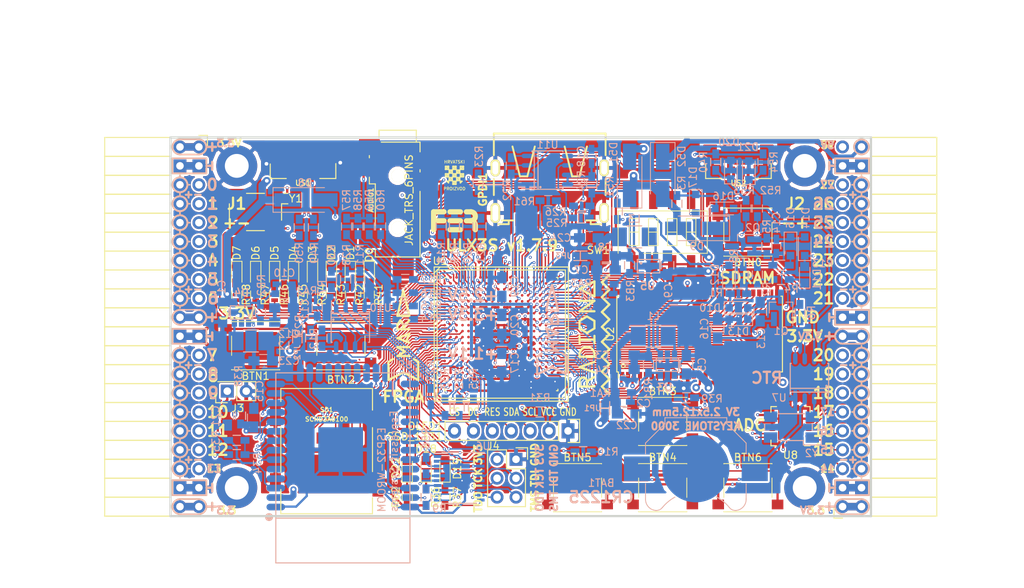
<source format=kicad_pcb>
(kicad_pcb (version 4) (host pcbnew 4.0.7+dfsg1-1)
  (layers (0 F.Cu signal) (1 In1.Cu signal) (2 In2.Cu signal) (31 B.Cu signal) (34 B.Paste user) (35 F.Paste user) (36 B.SilkS user) (37 F.SilkS user) (38 B.Mask user) (39 F.Mask user) (44 Edge.Cuts user))
  (net 0 "")
  (net 1 GND)
  (net 2 +5V)
  (net 3 /gpio/IN5V)
  (net 4 /gpio/OUT5V)
  (net 5 +3V3)
  (net 6 BTN_D)
  (net 7 BTN_F1)
  (net 8 BTN_F2)
  (net 9 BTN_L)
  (net 10 BTN_R)
  (net 11 BTN_U)
  (net 12 /power/FB1)
  (net 13 +2V5)
  (net 14 /power/PWREN)
  (net 15 /power/FB3)
  (net 16 /power/FB2)
  (net 17 "Net-(D9-Pad1)")
  (net 18 /power/VBAT)
  (net 19 JTAG_TDI)
  (net 20 JTAG_TCK)
  (net 21 JTAG_TMS)
  (net 22 JTAG_TDO)
  (net 23 /power/WAKEUPn)
  (net 24 /power/WKUP)
  (net 25 /power/SHUT)
  (net 26 /power/WAKE)
  (net 27 /power/HOLD)
  (net 28 /power/WKn)
  (net 29 /power/OSCI_32k)
  (net 30 /power/OSCO_32k)
  (net 31 "Net-(Q2-Pad3)")
  (net 32 SHUTDOWN)
  (net 33 /analog/AUDIO_L)
  (net 34 /analog/AUDIO_R)
  (net 35 GPDI_5V_SCL)
  (net 36 GPDI_5V_SDA)
  (net 37 GPDI_SDA)
  (net 38 GPDI_SCL)
  (net 39 /gpdi/VREF2)
  (net 40 SD_CMD)
  (net 41 SD_CLK)
  (net 42 SD_D0)
  (net 43 SD_D1)
  (net 44 USB5V)
  (net 45 GPDI_CEC)
  (net 46 nRESET)
  (net 47 FTDI_nDTR)
  (net 48 SDRAM_CKE)
  (net 49 SDRAM_A7)
  (net 50 SDRAM_D15)
  (net 51 SDRAM_BA1)
  (net 52 SDRAM_D7)
  (net 53 SDRAM_A6)
  (net 54 SDRAM_CLK)
  (net 55 SDRAM_D13)
  (net 56 SDRAM_BA0)
  (net 57 SDRAM_D6)
  (net 58 SDRAM_A5)
  (net 59 SDRAM_D14)
  (net 60 SDRAM_A11)
  (net 61 SDRAM_D12)
  (net 62 SDRAM_D5)
  (net 63 SDRAM_A4)
  (net 64 SDRAM_A10)
  (net 65 SDRAM_D11)
  (net 66 SDRAM_A3)
  (net 67 SDRAM_D4)
  (net 68 SDRAM_D10)
  (net 69 SDRAM_D9)
  (net 70 SDRAM_A9)
  (net 71 SDRAM_D3)
  (net 72 SDRAM_D8)
  (net 73 SDRAM_A8)
  (net 74 SDRAM_A2)
  (net 75 SDRAM_A1)
  (net 76 SDRAM_A0)
  (net 77 SDRAM_D2)
  (net 78 SDRAM_D1)
  (net 79 SDRAM_D0)
  (net 80 SDRAM_DQM0)
  (net 81 SDRAM_nCS)
  (net 82 SDRAM_nRAS)
  (net 83 SDRAM_DQM1)
  (net 84 SDRAM_nCAS)
  (net 85 SDRAM_nWE)
  (net 86 /flash/FLASH_nWP)
  (net 87 /flash/FLASH_nHOLD)
  (net 88 /flash/FLASH_MOSI)
  (net 89 /flash/FLASH_MISO)
  (net 90 /flash/FLASH_SCK)
  (net 91 /flash/FLASH_nCS)
  (net 92 /flash/FPGA_PROGRAMN)
  (net 93 /flash/FPGA_DONE)
  (net 94 /flash/FPGA_INITN)
  (net 95 OLED_RES)
  (net 96 OLED_DC)
  (net 97 OLED_CS)
  (net 98 WIFI_EN)
  (net 99 FTDI_nRTS)
  (net 100 FTDI_TXD)
  (net 101 FTDI_RXD)
  (net 102 WIFI_RXD)
  (net 103 WIFI_GPIO0)
  (net 104 WIFI_TXD)
  (net 105 GPDI_ETH-)
  (net 106 GPDI_ETH+)
  (net 107 GPDI_D2+)
  (net 108 GPDI_D2-)
  (net 109 GPDI_D1+)
  (net 110 GPDI_D1-)
  (net 111 GPDI_D0+)
  (net 112 GPDI_D0-)
  (net 113 GPDI_CLK+)
  (net 114 GPDI_CLK-)
  (net 115 USB_FTDI_D+)
  (net 116 USB_FTDI_D-)
  (net 117 SD_D3)
  (net 118 AUDIO_L3)
  (net 119 AUDIO_L2)
  (net 120 AUDIO_L1)
  (net 121 AUDIO_L0)
  (net 122 AUDIO_R3)
  (net 123 AUDIO_R2)
  (net 124 AUDIO_R1)
  (net 125 AUDIO_R0)
  (net 126 OLED_CLK)
  (net 127 OLED_MOSI)
  (net 128 LED0)
  (net 129 LED1)
  (net 130 LED2)
  (net 131 LED3)
  (net 132 LED4)
  (net 133 LED5)
  (net 134 LED6)
  (net 135 LED7)
  (net 136 BTN_PWRn)
  (net 137 FTDI_nTXLED)
  (net 138 FTDI_nSLEEP)
  (net 139 /blinkey/LED_PWREN)
  (net 140 /blinkey/LED_TXLED)
  (net 141 /sdcard/SD3V3)
  (net 142 SD_D2)
  (net 143 CLK_25MHz)
  (net 144 /blinkey/BTNPUL)
  (net 145 /blinkey/BTNPUR)
  (net 146 USB_FPGA_D+)
  (net 147 /power/FTDI_nSUSPEND)
  (net 148 /blinkey/ALED0)
  (net 149 /blinkey/ALED1)
  (net 150 /blinkey/ALED2)
  (net 151 /blinkey/ALED3)
  (net 152 /blinkey/ALED4)
  (net 153 /blinkey/ALED5)
  (net 154 /blinkey/ALED6)
  (net 155 /blinkey/ALED7)
  (net 156 /usb/FTD-)
  (net 157 /usb/FTD+)
  (net 158 ADC_MISO)
  (net 159 ADC_MOSI)
  (net 160 ADC_CSn)
  (net 161 ADC_SCLK)
  (net 162 SW3)
  (net 163 SW2)
  (net 164 SW1)
  (net 165 USB_FPGA_D-)
  (net 166 /usb/FPD+)
  (net 167 /usb/FPD-)
  (net 168 WIFI_GPIO16)
  (net 169 /usb/ANT_433MHz)
  (net 170 /power/PWRBTn)
  (net 171 PROG_DONE)
  (net 172 /power/P3V3)
  (net 173 /power/P2V5)
  (net 174 /power/L1)
  (net 175 /power/L3)
  (net 176 /power/L2)
  (net 177 FTDI_TXDEN)
  (net 178 SDRAM_A12)
  (net 179 /analog/AUDIO_V)
  (net 180 AUDIO_V3)
  (net 181 AUDIO_V2)
  (net 182 AUDIO_V1)
  (net 183 AUDIO_V0)
  (net 184 /gpdi/FPGA_CEC)
  (net 185 /blinkey/LED_WIFI)
  (net 186 /power/P1V1)
  (net 187 +1V1)
  (net 188 SW4)
  (net 189 /blinkey/SWPU)
  (net 190 /wifi/WIFIEN)
  (net 191 FT2V5)
  (net 192 GN0)
  (net 193 GP0)
  (net 194 GN1)
  (net 195 GP1)
  (net 196 GN2)
  (net 197 GP2)
  (net 198 GN3)
  (net 199 GP3)
  (net 200 GN4)
  (net 201 GP4)
  (net 202 GN5)
  (net 203 GP5)
  (net 204 GN6)
  (net 205 GP6)
  (net 206 GN14)
  (net 207 GP14)
  (net 208 GN15)
  (net 209 GP15)
  (net 210 GN16)
  (net 211 GP16)
  (net 212 GN17)
  (net 213 GP17)
  (net 214 GN18)
  (net 215 GP18)
  (net 216 GN19)
  (net 217 GP19)
  (net 218 GN20)
  (net 219 GP20)
  (net 220 GN21)
  (net 221 GP21)
  (net 222 GN22)
  (net 223 GP22)
  (net 224 GN23)
  (net 225 GP23)
  (net 226 GN24)
  (net 227 GP24)
  (net 228 GN25)
  (net 229 GP25)
  (net 230 GN26)
  (net 231 GP26)
  (net 232 GN27)
  (net 233 GP27)
  (net 234 GN7)
  (net 235 GP7)
  (net 236 GN8)
  (net 237 GP8)
  (net 238 GN9)
  (net 239 GP9)
  (net 240 GN10)
  (net 241 GP10)
  (net 242 GN11)
  (net 243 GP11)
  (net 244 GN12)
  (net 245 GP12)
  (net 246 GN13)
  (net 247 GP13)
  (net 248 WIFI_LED)
  (module Socket_Strips:Socket_Strip_Angled_2x20 (layer F.Cu) (at 97.91 62.69 270)
    (fp_text reference J1 (at 7.62 -5.08 360) (layer F.SilkS) (effects (font (size 1.5 1.5) (thickness 0.3))))
    (fp_text value CONN_02X20 hide)
    (pad 1 thru_hole oval (at 0 0 270) (size 1.7272 1.7272) (drill 1.016) (layers *.Cu *.Mask) (net 5 +3V3))
    (pad 2 thru_hole oval (at 0 2.54 270) (size 1.7272 1.7272) (drill 1.016) (layers *.Cu *.Mask) (net 5 +3V3))
    (pad 3 thru_hole rect (at 2.54 0 270) (size 1.7272 1.7272) (drill 1.016) (layers *.Cu *.Mask) (net 1 GND))
    (pad 4 thru_hole rect (at 2.54 2.54 270) (size 1.7272 1.7272) (drill 1.016) (layers *.Cu *.Mask) (net 1 GND))
    (pad 5 thru_hole oval (at 5.08 0 270) (size 1.7272 1.7272) (drill 1.016) (layers *.Cu *.Mask) (net 192 GN0))
    (pad 6 thru_hole oval (at 5.08 2.54 270) (size 1.7272 1.7272) (drill 1.016) (layers *.Cu *.Mask) (net 193 GP0))
    (pad 7 thru_hole oval (at 7.62 0 270) (size 1.7272 1.7272) (drill 1.016) (layers *.Cu *.Mask) (net 194 GN1))
    (pad 8 thru_hole oval (at 7.62 2.54 270) (size 1.7272 1.7272) (drill 1.016) (layers *.Cu *.Mask) (net 195 GP1))
    (pad 9 thru_hole oval (at 10.16 0 270) (size 1.7272 1.7272) (drill 1.016) (layers *.Cu *.Mask) (net 196 GN2))
    (pad 10 thru_hole oval (at 10.16 2.54 270) (size 1.7272 1.7272) (drill 1.016) (layers *.Cu *.Mask) (net 197 GP2))
    (pad 11 thru_hole oval (at 12.7 0 270) (size 1.7272 1.7272) (drill 1.016) (layers *.Cu *.Mask) (net 198 GN3))
    (pad 12 thru_hole oval (at 12.7 2.54 270) (size 1.7272 1.7272) (drill 1.016) (layers *.Cu *.Mask) (net 199 GP3))
    (pad 13 thru_hole oval (at 15.24 0 270) (size 1.7272 1.7272) (drill 1.016) (layers *.Cu *.Mask) (net 200 GN4))
    (pad 14 thru_hole oval (at 15.24 2.54 270) (size 1.7272 1.7272) (drill 1.016) (layers *.Cu *.Mask) (net 201 GP4))
    (pad 15 thru_hole oval (at 17.78 0 270) (size 1.7272 1.7272) (drill 1.016) (layers *.Cu *.Mask) (net 202 GN5))
    (pad 16 thru_hole oval (at 17.78 2.54 270) (size 1.7272 1.7272) (drill 1.016) (layers *.Cu *.Mask) (net 203 GP5))
    (pad 17 thru_hole oval (at 20.32 0 270) (size 1.7272 1.7272) (drill 1.016) (layers *.Cu *.Mask) (net 204 GN6))
    (pad 18 thru_hole oval (at 20.32 2.54 270) (size 1.7272 1.7272) (drill 1.016) (layers *.Cu *.Mask) (net 205 GP6))
    (pad 19 thru_hole oval (at 22.86 0 270) (size 1.7272 1.7272) (drill 1.016) (layers *.Cu *.Mask) (net 5 +3V3))
    (pad 20 thru_hole oval (at 22.86 2.54 270) (size 1.7272 1.7272) (drill 1.016) (layers *.Cu *.Mask) (net 5 +3V3))
    (pad 21 thru_hole rect (at 25.4 0 270) (size 1.7272 1.7272) (drill 1.016) (layers *.Cu *.Mask) (net 1 GND))
    (pad 22 thru_hole rect (at 25.4 2.54 270) (size 1.7272 1.7272) (drill 1.016) (layers *.Cu *.Mask) (net 1 GND))
    (pad 23 thru_hole oval (at 27.94 0 270) (size 1.7272 1.7272) (drill 1.016) (layers *.Cu *.Mask) (net 234 GN7))
    (pad 24 thru_hole oval (at 27.94 2.54 270) (size 1.7272 1.7272) (drill 1.016) (layers *.Cu *.Mask) (net 235 GP7))
    (pad 25 thru_hole oval (at 30.48 0 270) (size 1.7272 1.7272) (drill 1.016) (layers *.Cu *.Mask) (net 236 GN8))
    (pad 26 thru_hole oval (at 30.48 2.54 270) (size 1.7272 1.7272) (drill 1.016) (layers *.Cu *.Mask) (net 237 GP8))
    (pad 27 thru_hole oval (at 33.02 0 270) (size 1.7272 1.7272) (drill 1.016) (layers *.Cu *.Mask) (net 238 GN9))
    (pad 28 thru_hole oval (at 33.02 2.54 270) (size 1.7272 1.7272) (drill 1.016) (layers *.Cu *.Mask) (net 239 GP9))
    (pad 29 thru_hole oval (at 35.56 0 270) (size 1.7272 1.7272) (drill 1.016) (layers *.Cu *.Mask) (net 240 GN10))
    (pad 30 thru_hole oval (at 35.56 2.54 270) (size 1.7272 1.7272) (drill 1.016) (layers *.Cu *.Mask) (net 241 GP10))
    (pad 31 thru_hole oval (at 38.1 0 270) (size 1.7272 1.7272) (drill 1.016) (layers *.Cu *.Mask) (net 242 GN11))
    (pad 32 thru_hole oval (at 38.1 2.54 270) (size 1.7272 1.7272) (drill 1.016) (layers *.Cu *.Mask) (net 243 GP11))
    (pad 33 thru_hole oval (at 40.64 0 270) (size 1.7272 1.7272) (drill 1.016) (layers *.Cu *.Mask) (net 244 GN12))
    (pad 34 thru_hole oval (at 40.64 2.54 270) (size 1.7272 1.7272) (drill 1.016) (layers *.Cu *.Mask) (net 245 GP12))
    (pad 35 thru_hole oval (at 43.18 0 270) (size 1.7272 1.7272) (drill 1.016) (layers *.Cu *.Mask) (net 246 GN13))
    (pad 36 thru_hole oval (at 43.18 2.54 270) (size 1.7272 1.7272) (drill 1.016) (layers *.Cu *.Mask) (net 247 GP13))
    (pad 37 thru_hole rect (at 45.72 0 270) (size 1.7272 1.7272) (drill 1.016) (layers *.Cu *.Mask) (net 1 GND))
    (pad 38 thru_hole rect (at 45.72 2.54 270) (size 1.7272 1.7272) (drill 1.016) (layers *.Cu *.Mask) (net 1 GND))
    (pad 39 thru_hole oval (at 48.26 0 270) (size 1.7272 1.7272) (drill 1.016) (layers *.Cu *.Mask) (net 5 +3V3))
    (pad 40 thru_hole oval (at 48.26 2.54 270) (size 1.7272 1.7272) (drill 1.016) (layers *.Cu *.Mask) (net 5 +3V3))
  )
  (module SMD_Packages:1Pin (layer F.Cu) (at 182.67515 111.637626)
    (fp_text reference AE1 hide)
    (fp_text value 433MHz hide)
    (pad 1 smd rect (at 0 0) (size 0.5 0.5) (layers B.Cu F.Paste F.Mask) (net 169 /usb/ANT_433MHz))
  )
  (module Resistors_SMD:R_0603_HandSoldering (layer B.Cu) (at 103.498 98.758 90)
    (fp_text reference R38 (at 5.334 -0.254 90) (layer B.SilkS) (effects (justify mirror)))
    (fp_text value 0.47)
    (pad 1 smd rect (at -1.1 0 90) (size 1.2 0.9) (layers B.Cu B.Paste B.Mask) (net 141 /sdcard/SD3V3))
    (pad 2 smd rect (at 1.1 0 90) (size 1.2 0.9) (layers B.Cu B.Paste B.Mask) (net 5 +3V3))
  )
  (module jumper:SOLDER-JUMPER_1-WAY (layer B.Cu) (at 152.393 97.742 270)
    (fp_text reference JP1 (at 0 1.778 360) (layer B.SilkS) (effects (font (size 0.762 0.762) (thickness 0.1524)) (justify mirror)))
    (fp_text value 1.2 hide)
    (pad 1 smd rect (at -0.6 0 270) (size 1 1) (layers B.Cu B.Paste B.Mask) (net 186 /power/P1V1))
    (pad 2 smd rect (at 0.6 0 270) (size 1 1) (layers B.Cu B.Paste B.Mask) (net 187 +1V1))
  )
  (module Diodes_SMD:D_SMA_Handsoldering (layer B.Cu) (at 155.695 66.5 90)
    (fp_text reference D51 (at 3.048 -2.159 90) (layer B.SilkS) (effects (justify mirror)))
    (fp_text value STPS2L30AF hide)
    (pad 1 smd rect (at -2.5 0 90) (size 3.5 1.8) (layers B.Cu B.Paste B.Mask) (net 2 +5V))
    (pad 2 smd rect (at 2.5 0 90) (size 3.5 1.8) (layers B.Cu B.Paste B.Mask) (net 3 /gpio/IN5V))
  )
  (module Resistors_SMD:R_0603_HandSoldering (layer B.Cu) (at 154.044 71.326 90)
    (fp_text reference R51 (at 3.302 -1.016 90) (layer B.SilkS) (effects (justify mirror)))
    (fp_text value 150)
    (pad 1 smd rect (at -1.1 0 90) (size 1.2 0.9) (layers B.Cu B.Paste B.Mask) (net 5 +3V3))
    (pad 2 smd rect (at 1.1 0 90) (size 1.2 0.9) (layers B.Cu B.Paste B.Mask) (net 189 /blinkey/SWPU))
  )
  (module Resistors_SMD:R_1210_HandSoldering (layer B.Cu) (at 158.87 88.09 180)
    (fp_text reference L1 (at 0 2.7 180) (layer B.SilkS) (effects (justify mirror)))
    (fp_text value 2.2uH)
    (pad 1 smd rect (at -2 0 180) (size 2 2.5) (layers B.Cu B.Paste B.Mask) (net 174 /power/L1))
    (pad 2 smd rect (at 2 0 180) (size 2 2.5) (layers B.Cu B.Paste B.Mask) (net 186 /power/P1V1))
  )
  (module TSOT-25:TSOT-25 (layer B.Cu) (at 160.775 91.9)
    (fp_text reference U3 (at -0.381 3.048) (layer B.SilkS) (effects (font (thickness 0.2)) (justify mirror)))
    (fp_text value DIO6015)
    (pad 1 smd rect (at -0.95 -1.3) (size 0.7 1.2) (layers B.Cu B.Paste B.Mask) (net 14 /power/PWREN))
    (pad 2 smd rect (at 0 -1.3) (size 0.7 1.2) (layers B.Cu B.Paste B.Mask) (net 1 GND))
    (pad 3 smd rect (at 0.95 -1.3) (size 0.7 1.2) (layers B.Cu B.Paste B.Mask) (net 174 /power/L1))
    (pad 4 smd rect (at 0.95 1.3) (size 0.7 1.2) (layers B.Cu B.Paste B.Mask) (net 2 +5V))
    (pad 5 smd rect (at -0.95 1.3) (size 0.7 1.2) (layers B.Cu B.Paste B.Mask) (net 12 /power/FB1))
  )
  (module Resistors_SMD:R_1210_HandSoldering (layer B.Cu) (at 104.895 88.725)
    (fp_text reference L2 (at 4.445 0.635) (layer B.SilkS) (effects (justify mirror)))
    (fp_text value 2.2uH)
    (pad 1 smd rect (at -2 0) (size 2 2.5) (layers B.Cu B.Paste B.Mask) (net 176 /power/L2))
    (pad 2 smd rect (at 2 0) (size 2 2.5) (layers B.Cu B.Paste B.Mask) (net 173 /power/P2V5))
  )
  (module TSOT-25:TSOT-25 (layer B.Cu) (at 103.625 84.915 180)
    (fp_text reference U4 (at 0 2.697 180) (layer B.SilkS) (effects (font (thickness 0.2)) (justify mirror)))
    (fp_text value LX7172)
    (pad 1 smd rect (at -0.95 -1.3 180) (size 0.7 1.2) (layers B.Cu B.Paste B.Mask) (net 14 /power/PWREN))
    (pad 2 smd rect (at 0 -1.3 180) (size 0.7 1.2) (layers B.Cu B.Paste B.Mask) (net 1 GND))
    (pad 3 smd rect (at 0.95 -1.3 180) (size 0.7 1.2) (layers B.Cu B.Paste B.Mask) (net 176 /power/L2))
    (pad 4 smd rect (at 0.95 1.3 180) (size 0.7 1.2) (layers B.Cu B.Paste B.Mask) (net 2 +5V))
    (pad 5 smd rect (at -0.95 1.3 180) (size 0.7 1.2) (layers B.Cu B.Paste B.Mask) (net 16 /power/FB2))
  )
  (module Resistors_SMD:R_1210_HandSoldering (layer B.Cu) (at 156.33 74.755 180)
    (fp_text reference L3 (at 0 2.413 180) (layer B.SilkS) (effects (justify mirror)))
    (fp_text value 2.2uH)
    (pad 1 smd rect (at -2 0 180) (size 2 2.5) (layers B.Cu B.Paste B.Mask) (net 175 /power/L3))
    (pad 2 smd rect (at 2 0 180) (size 2 2.5) (layers B.Cu B.Paste B.Mask) (net 172 /power/P3V3))
  )
  (module TSOT-25:TSOT-25 (layer B.Cu) (at 158.235 78.692)
    (fp_text reference U5 (at -0.127 2.667) (layer B.SilkS) (effects (font (thickness 0.2)) (justify mirror)))
    (fp_text value TLV62569DBV)
    (pad 1 smd rect (at -0.95 -1.3) (size 0.7 1.2) (layers B.Cu B.Paste B.Mask) (net 14 /power/PWREN))
    (pad 2 smd rect (at 0 -1.3) (size 0.7 1.2) (layers B.Cu B.Paste B.Mask) (net 1 GND))
    (pad 3 smd rect (at 0.95 -1.3) (size 0.7 1.2) (layers B.Cu B.Paste B.Mask) (net 175 /power/L3))
    (pad 4 smd rect (at 0.95 1.3) (size 0.7 1.2) (layers B.Cu B.Paste B.Mask) (net 2 +5V))
    (pad 5 smd rect (at -0.95 1.3) (size 0.7 1.2) (layers B.Cu B.Paste B.Mask) (net 15 /power/FB3))
  )
  (module Capacitors_SMD:C_0805_HandSoldering (layer B.Cu) (at 101.085 84.915 270)
    (fp_text reference C1 (at -3.429 0.127 270) (layer B.SilkS) (effects (justify mirror)))
    (fp_text value 22uF)
    (pad 1 smd rect (at -1.25 0 270) (size 1.5 1.25) (layers B.Cu B.Paste B.Mask) (net 2 +5V))
    (pad 2 smd rect (at 1.25 0 270) (size 1.5 1.25) (layers B.Cu B.Paste B.Mask) (net 1 GND))
  )
  (module Capacitors_SMD:C_0805_HandSoldering (layer B.Cu) (at 155.06 90.63)
    (fp_text reference C3 (at -3.048 0) (layer B.SilkS) (effects (justify mirror)))
    (fp_text value 22uF)
    (pad 1 smd rect (at -1.25 0) (size 1.5 1.25) (layers B.Cu B.Paste B.Mask) (net 186 /power/P1V1))
    (pad 2 smd rect (at 1.25 0) (size 1.5 1.25) (layers B.Cu B.Paste B.Mask) (net 1 GND))
  )
  (module Capacitors_SMD:C_0805_HandSoldering (layer B.Cu) (at 155.06 92.535)
    (fp_text reference C4 (at -3.048 0.127) (layer B.SilkS) (effects (justify mirror)))
    (fp_text value 22uF)
    (pad 1 smd rect (at -1.25 0) (size 1.5 1.25) (layers B.Cu B.Paste B.Mask) (net 186 /power/P1V1))
    (pad 2 smd rect (at 1.25 0) (size 1.5 1.25) (layers B.Cu B.Paste B.Mask) (net 1 GND))
  )
  (module Capacitors_SMD:C_0805_HandSoldering (layer B.Cu) (at 163.315 91.9 90)
    (fp_text reference C5 (at 0 2.1 90) (layer B.SilkS) (effects (justify mirror)))
    (fp_text value 22uF)
    (pad 1 smd rect (at -1.25 0 90) (size 1.5 1.25) (layers B.Cu B.Paste B.Mask) (net 2 +5V))
    (pad 2 smd rect (at 1.25 0 90) (size 1.5 1.25) (layers B.Cu B.Paste B.Mask) (net 1 GND))
  )
  (module Capacitors_SMD:C_0805_HandSoldering (layer B.Cu) (at 152.52 79.2)
    (fp_text reference C7 (at -3.302 0) (layer B.SilkS) (effects (justify mirror)))
    (fp_text value 22uF)
    (pad 1 smd rect (at -1.25 0) (size 1.5 1.25) (layers B.Cu B.Paste B.Mask) (net 172 /power/P3V3))
    (pad 2 smd rect (at 1.25 0) (size 1.5 1.25) (layers B.Cu B.Paste B.Mask) (net 1 GND))
  )
  (module Capacitors_SMD:C_0805_HandSoldering (layer B.Cu) (at 152.52 77.295)
    (fp_text reference C8 (at -0.127 -1.143) (layer B.SilkS) (effects (justify mirror)))
    (fp_text value 22uF)
    (pad 1 smd rect (at -1.25 0) (size 1.5 1.25) (layers B.Cu B.Paste B.Mask) (net 172 /power/P3V3))
    (pad 2 smd rect (at 1.25 0) (size 1.5 1.25) (layers B.Cu B.Paste B.Mask) (net 1 GND))
  )
  (module Capacitors_SMD:C_0805_HandSoldering (layer B.Cu) (at 160.775 78.565 90)
    (fp_text reference C9 (at -3.429 0.127 90) (layer B.SilkS) (effects (justify mirror)))
    (fp_text value 22uF)
    (pad 1 smd rect (at -1.25 0 90) (size 1.5 1.25) (layers B.Cu B.Paste B.Mask) (net 2 +5V))
    (pad 2 smd rect (at 1.25 0 90) (size 1.5 1.25) (layers B.Cu B.Paste B.Mask) (net 1 GND))
  )
  (module Capacitors_SMD:C_0805_HandSoldering (layer B.Cu) (at 109.34 84.28 180)
    (fp_text reference C11 (at -2.794 -0.254 270) (layer B.SilkS) (effects (justify mirror)))
    (fp_text value 22uF)
    (pad 1 smd rect (at -1.25 0 180) (size 1.5 1.25) (layers B.Cu B.Paste B.Mask) (net 173 /power/P2V5))
    (pad 2 smd rect (at 1.25 0 180) (size 1.5 1.25) (layers B.Cu B.Paste B.Mask) (net 1 GND))
  )
  (module Capacitors_SMD:C_0805_HandSoldering (layer B.Cu) (at 109.34 86.185 180)
    (fp_text reference C12 (at -0.635 -1.615 360) (layer B.SilkS) (effects (justify mirror)))
    (fp_text value 22uF)
    (pad 1 smd rect (at -1.25 0 180) (size 1.5 1.25) (layers B.Cu B.Paste B.Mask) (net 173 /power/P2V5))
    (pad 2 smd rect (at 1.25 0 180) (size 1.5 1.25) (layers B.Cu B.Paste B.Mask) (net 1 GND))
  )
  (module Capacitors_SMD:C_0805_HandSoldering (layer B.Cu) (at 173.221 84.788 90)
    (fp_text reference C13 (at -3.556 0.127 90) (layer B.SilkS) (effects (justify mirror)))
    (fp_text value 2.2uF)
    (pad 1 smd rect (at -1.25 0 90) (size 1.5 1.25) (layers B.Cu B.Paste B.Mask) (net 2 +5V))
    (pad 2 smd rect (at 1.25 0 90) (size 1.5 1.25) (layers B.Cu B.Paste B.Mask) (net 24 /power/WKUP))
  )
  (module TO_SOT_Packages_SMD:SOT-23_Handsoldering (layer B.Cu) (at 176.015 84.28 90)
    (fp_text reference Q1 (at -3.1115 0 180) (layer B.SilkS) (effects (justify mirror)))
    (fp_text value BC857)
    (pad 1 smd rect (at -1.5 0.95 90) (size 1.9 0.8) (layers B.Cu B.Paste B.Mask) (net 28 /power/WKn))
    (pad 2 smd rect (at -1.5 -0.95 90) (size 1.9 0.8) (layers B.Cu B.Paste B.Mask) (net 2 +5V))
    (pad 3 smd rect (at 1.5 0 90) (size 1.9 0.8) (layers B.Cu B.Paste B.Mask) (net 24 /power/WKUP))
  )
  (module TO_SOT_Packages_SMD:SOT-23_Handsoldering (layer B.Cu) (at 170.935 76.025 180)
    (fp_text reference Q2 (at -1.295 2.5 180) (layer B.SilkS) (effects (justify mirror)))
    (fp_text value 2N7002)
    (pad 1 smd rect (at -1.5 0.95 180) (size 1.9 0.8) (layers B.Cu B.Paste B.Mask) (net 25 /power/SHUT))
    (pad 2 smd rect (at -1.5 -0.95 180) (size 1.9 0.8) (layers B.Cu B.Paste B.Mask) (net 1 GND))
    (pad 3 smd rect (at 1.5 0 180) (size 1.9 0.8) (layers B.Cu B.Paste B.Mask) (net 31 "Net-(Q2-Pad3)"))
  )
  (module Capacitors_SMD:C_0603_HandSoldering (layer B.Cu) (at 154.86 96.91)
    (fp_text reference C2 (at 2.74 0.197) (layer B.SilkS) (effects (justify mirror)))
    (fp_text value 470pF)
    (pad 1 smd rect (at -0.95 0) (size 1.2 0.75) (layers B.Cu B.Paste B.Mask) (net 186 /power/P1V1))
    (pad 2 smd rect (at 0.95 0) (size 1.2 0.75) (layers B.Cu B.Paste B.Mask) (net 12 /power/FB1))
  )
  (module Capacitors_SMD:C_0603_HandSoldering (layer B.Cu) (at 152.52 82.375)
    (fp_text reference C6 (at -2.794 0.127) (layer B.SilkS) (effects (justify mirror)))
    (fp_text value 470pF)
    (pad 1 smd rect (at -0.95 0) (size 1.2 0.75) (layers B.Cu B.Paste B.Mask) (net 172 /power/P3V3))
    (pad 2 smd rect (at 0.95 0) (size 1.2 0.75) (layers B.Cu B.Paste B.Mask) (net 15 /power/FB3))
  )
  (module Capacitors_SMD:C_0603_HandSoldering (layer B.Cu) (at 109.34 81.105 180)
    (fp_text reference C10 (at -0.04 1.505 180) (layer B.SilkS) (effects (justify mirror)))
    (fp_text value 470pF)
    (pad 1 smd rect (at -0.95 0 180) (size 1.2 0.75) (layers B.Cu B.Paste B.Mask) (net 173 /power/P2V5))
    (pad 2 smd rect (at 0.95 0 180) (size 1.2 0.75) (layers B.Cu B.Paste B.Mask) (net 16 /power/FB2))
  )
  (module Capacitors_SMD:C_0603_HandSoldering (layer B.Cu) (at 175.38 76.025 270)
    (fp_text reference C14 (at -3.175 0 270) (layer B.SilkS) (effects (justify mirror)))
    (fp_text value 100nF)
    (pad 1 smd rect (at -0.95 0 270) (size 1.2 0.75) (layers B.Cu B.Paste B.Mask) (net 25 /power/SHUT))
    (pad 2 smd rect (at 0.95 0 270) (size 1.2 0.75) (layers B.Cu B.Paste B.Mask) (net 1 GND))
  )
  (module Resistors_SMD:R_0603_HandSoldering (layer B.Cu) (at 170.3 82.375)
    (fp_text reference R1 (at -3.048 -0.127) (layer B.SilkS) (effects (justify mirror)))
    (fp_text value 15k)
    (pad 1 smd rect (at -1.1 0) (size 1.2 0.9) (layers B.Cu B.Paste B.Mask) (net 26 /power/WAKE))
    (pad 2 smd rect (at 1.1 0) (size 1.2 0.9) (layers B.Cu B.Paste B.Mask) (net 14 /power/PWREN))
  )
  (module Resistors_SMD:R_0603_HandSoldering (layer B.Cu) (at 172.84 79.835 90)
    (fp_text reference R2 (at -1.905 1.27 90) (layer B.SilkS) (effects (justify mirror)))
    (fp_text value 47k)
    (pad 1 smd rect (at -1.1 0 90) (size 1.2 0.9) (layers B.Cu B.Paste B.Mask) (net 14 /power/PWREN))
    (pad 2 smd rect (at 1.1 0 90) (size 1.2 0.9) (layers B.Cu B.Paste B.Mask) (net 1 GND))
  )
  (module Resistors_SMD:R_0603_HandSoldering (layer B.Cu) (at 176.015 80.47 180)
    (fp_text reference R4 (at -1.397 -1.27 360) (layer B.SilkS) (effects (justify mirror)))
    (fp_text value 4.7k)
    (pad 1 smd rect (at -1.1 0 180) (size 1.2 0.9) (layers B.Cu B.Paste B.Mask) (net 27 /power/HOLD))
    (pad 2 smd rect (at 1.1 0 180) (size 1.2 0.9) (layers B.Cu B.Paste B.Mask) (net 14 /power/PWREN))
  )
  (module Resistors_SMD:R_0603_HandSoldering (layer B.Cu) (at 174.11 76.025 270)
    (fp_text reference R5 (at -2.667 0 270) (layer B.SilkS) (effects (justify mirror)))
    (fp_text value 4.7M)
    (pad 1 smd rect (at -1.1 0 270) (size 1.2 0.9) (layers B.Cu B.Paste B.Mask) (net 25 /power/SHUT))
    (pad 2 smd rect (at 1.1 0 270) (size 1.2 0.9) (layers B.Cu B.Paste B.Mask) (net 1 GND))
  )
  (module Resistors_SMD:R_0603_HandSoldering (layer B.Cu) (at 178.555 84.915 270)
    (fp_text reference R6 (at 0 -1.524 270) (layer B.SilkS) (effects (justify mirror)))
    (fp_text value 1k)
    (pad 1 smd rect (at -1.1 0 270) (size 1.2 0.9) (layers B.Cu B.Paste B.Mask) (net 28 /power/WKn))
    (pad 2 smd rect (at 1.1 0 270) (size 1.2 0.9) (layers B.Cu B.Paste B.Mask) (net 23 /power/WAKEUPn))
  )
  (module Resistors_SMD:R_0603_HandSoldering (layer B.Cu) (at 113.785 84.28 270)
    (fp_text reference R7 (at -2.794 -0.635 270) (layer B.SilkS) (effects (justify mirror)))
    (fp_text value 150)
    (pad 1 smd rect (at -1.1 0 270) (size 1.2 0.9) (layers B.Cu B.Paste B.Mask) (net 5 +3V3))
    (pad 2 smd rect (at 1.1 0 270) (size 1.2 0.9) (layers B.Cu B.Paste B.Mask) (net 144 /blinkey/BTNPUL))
  )
  (module Resistors_SMD:R_0603_HandSoldering (layer B.Cu) (at 170.935 79.835 90)
    (fp_text reference R8 (at 2.54 -1.27 90) (layer B.SilkS) (effects (justify mirror)))
    (fp_text value 1k)
    (pad 1 smd rect (at -1.1 0 90) (size 1.2 0.9) (layers B.Cu B.Paste B.Mask) (net 14 /power/PWREN))
    (pad 2 smd rect (at 1.1 0 90) (size 1.2 0.9) (layers B.Cu B.Paste B.Mask) (net 31 "Net-(Q2-Pad3)"))
  )
  (module Resistors_SMD:R_0603_HandSoldering (layer B.Cu) (at 128.39 109.68 270)
    (fp_text reference R9 (at 1.524 -1.778 360) (layer B.SilkS) (effects (justify mirror)))
    (fp_text value 15k)
    (pad 1 smd rect (at -1.1 0 270) (size 1.2 0.9) (layers B.Cu B.Paste B.Mask) (net 46 nRESET))
    (pad 2 smd rect (at 1.1 0 270) (size 1.2 0.9) (layers B.Cu B.Paste B.Mask) (net 191 FT2V5))
  )
  (module Resistors_SMD:R_0603_HandSoldering (layer B.Cu) (at 149.472 103.584 180)
    (fp_text reference R10 (at -3.302 0 180) (layer B.SilkS) (effects (justify mirror)))
    (fp_text value 150)
    (pad 1 smd rect (at -1.1 0 180) (size 1.2 0.9) (layers B.Cu B.Paste B.Mask) (net 147 /power/FTDI_nSUSPEND))
    (pad 2 smd rect (at 1.1 0 180) (size 1.2 0.9) (layers B.Cu B.Paste B.Mask) (net 138 FTDI_nSLEEP))
  )
  (module Resistors_SMD:R_0603_HandSoldering (layer B.Cu) (at 176.015 78.565 180)
    (fp_text reference R13 (at -5.588 0.254 180) (layer B.SilkS) (effects (justify mirror)))
    (fp_text value 15k)
    (pad 1 smd rect (at -1.1 0 180) (size 1.2 0.9) (layers B.Cu B.Paste B.Mask) (net 32 SHUTDOWN))
    (pad 2 smd rect (at 1.1 0 180) (size 1.2 0.9) (layers B.Cu B.Paste B.Mask) (net 1 GND))
  )
  (module Resistors_SMD:R_0603_HandSoldering (layer B.Cu) (at 154.86 95.64)
    (fp_text reference RA1 (at -3.102 0.07) (layer B.SilkS) (effects (justify mirror)))
    (fp_text value 15k)
    (pad 1 smd rect (at -1.1 0) (size 1.2 0.9) (layers B.Cu B.Paste B.Mask) (net 186 /power/P1V1))
    (pad 2 smd rect (at 1.1 0) (size 1.2 0.9) (layers B.Cu B.Paste B.Mask) (net 12 /power/FB1))
  )
  (module Resistors_SMD:R_0603_HandSoldering (layer B.Cu) (at 109.34 82.375 180)
    (fp_text reference RA2 (at -3.048 0.381 360) (layer B.SilkS) (effects (justify mirror)))
    (fp_text value 15k)
    (pad 1 smd rect (at -1.1 0 180) (size 1.2 0.9) (layers B.Cu B.Paste B.Mask) (net 173 /power/P2V5))
    (pad 2 smd rect (at 1.1 0 180) (size 1.2 0.9) (layers B.Cu B.Paste B.Mask) (net 16 /power/FB2))
  )
  (module Resistors_SMD:R_0603_HandSoldering (layer B.Cu) (at 152.52 81.105)
    (fp_text reference RA3 (at -3.302 -0.127) (layer B.SilkS) (effects (justify mirror)))
    (fp_text value 15k)
    (pad 1 smd rect (at -1.1 0) (size 1.2 0.9) (layers B.Cu B.Paste B.Mask) (net 172 /power/P3V3))
    (pad 2 smd rect (at 1.1 0) (size 1.2 0.9) (layers B.Cu B.Paste B.Mask) (net 15 /power/FB3))
  )
  (module Resistors_SMD:R_0603_HandSoldering (layer B.Cu) (at 158.235 91.9 270)
    (fp_text reference RB1 (at 3.302 0 270) (layer B.SilkS) (effects (justify mirror)))
    (fp_text value 18k)
    (pad 1 smd rect (at -1.1 0 270) (size 1.2 0.9) (layers B.Cu B.Paste B.Mask) (net 1 GND))
    (pad 2 smd rect (at 1.1 0 270) (size 1.2 0.9) (layers B.Cu B.Paste B.Mask) (net 12 /power/FB1))
  )
  (module Resistors_SMD:R_0603_HandSoldering (layer B.Cu) (at 106.165 84.915 90)
    (fp_text reference RB2 (at 3.683 0.127 90) (layer B.SilkS) (effects (justify mirror)))
    (fp_text value 4.7k)
    (pad 1 smd rect (at -1.1 0 90) (size 1.2 0.9) (layers B.Cu B.Paste B.Mask) (net 1 GND))
    (pad 2 smd rect (at 1.1 0 90) (size 1.2 0.9) (layers B.Cu B.Paste B.Mask) (net 16 /power/FB2))
  )
  (module Resistors_SMD:R_0603_HandSoldering (layer B.Cu) (at 155.695 78.565 270)
    (fp_text reference RB3 (at 3.429 -0.127 270) (layer B.SilkS) (effects (justify mirror)))
    (fp_text value 3.3k)
    (pad 1 smd rect (at -1.1 0 270) (size 1.2 0.9) (layers B.Cu B.Paste B.Mask) (net 1 GND))
    (pad 2 smd rect (at 1.1 0 270) (size 1.2 0.9) (layers B.Cu B.Paste B.Mask) (net 15 /power/FB3))
  )
  (module Resistors_SMD:R_0603_HandSoldering (layer B.Cu) (at 125.596 85.804 180)
    (fp_text reference R14 (at -3.47 0.127 180) (layer B.SilkS) (effects (justify mirror)))
    (fp_text value 1.2k)
    (pad 1 smd rect (at -1.1 0 180) (size 1.2 0.9) (layers B.Cu B.Paste B.Mask) (net 121 AUDIO_L0))
    (pad 2 smd rect (at 1.1 0 180) (size 1.2 0.9) (layers B.Cu B.Paste B.Mask) (net 33 /analog/AUDIO_L))
  )
  (module Resistors_SMD:R_0603_HandSoldering (layer B.Cu) (at 125.596 84.026 180)
    (fp_text reference R15 (at -3.47 -0.001 180) (layer B.SilkS) (effects (justify mirror)))
    (fp_text value 680)
    (pad 1 smd rect (at -1.1 0 180) (size 1.2 0.9) (layers B.Cu B.Paste B.Mask) (net 120 AUDIO_L1))
    (pad 2 smd rect (at 1.1 0 180) (size 1.2 0.9) (layers B.Cu B.Paste B.Mask) (net 33 /analog/AUDIO_L))
  )
  (module Resistors_SMD:R_0603_HandSoldering (layer B.Cu) (at 125.596 82.248 180)
    (fp_text reference R16 (at -3.47 -0.127 180) (layer B.SilkS) (effects (justify mirror)))
    (fp_text value 330)
    (pad 1 smd rect (at -1.1 0 180) (size 1.2 0.9) (layers B.Cu B.Paste B.Mask) (net 119 AUDIO_L2))
    (pad 2 smd rect (at 1.1 0 180) (size 1.2 0.9) (layers B.Cu B.Paste B.Mask) (net 33 /analog/AUDIO_L))
  )
  (module Resistors_SMD:R_0603_HandSoldering (layer B.Cu) (at 125.596 80.47 180)
    (fp_text reference R17 (at -3.47 0 180) (layer B.SilkS) (effects (justify mirror)))
    (fp_text value 150)
    (pad 1 smd rect (at -1.1 0 180) (size 1.2 0.9) (layers B.Cu B.Paste B.Mask) (net 118 AUDIO_L3))
    (pad 2 smd rect (at 1.1 0 180) (size 1.2 0.9) (layers B.Cu B.Paste B.Mask) (net 33 /analog/AUDIO_L))
  )
  (module Resistors_SMD:R_0603_HandSoldering (layer B.Cu) (at 130.422 73.358 90)
    (fp_text reference R18 (at -3.556 0 90) (layer B.SilkS) (effects (justify mirror)))
    (fp_text value 1.2k)
    (pad 1 smd rect (at -1.1 0 90) (size 1.2 0.9) (layers B.Cu B.Paste B.Mask) (net 125 AUDIO_R0))
    (pad 2 smd rect (at 1.1 0 90) (size 1.2 0.9) (layers B.Cu B.Paste B.Mask) (net 34 /analog/AUDIO_R))
  )
  (module Resistors_SMD:R_0603_HandSoldering (layer B.Cu) (at 132.2 73.358 90)
    (fp_text reference R19 (at -3.556 0 90) (layer B.SilkS) (effects (justify mirror)))
    (fp_text value 680)
    (pad 1 smd rect (at -1.1 0 90) (size 1.2 0.9) (layers B.Cu B.Paste B.Mask) (net 124 AUDIO_R1))
    (pad 2 smd rect (at 1.1 0 90) (size 1.2 0.9) (layers B.Cu B.Paste B.Mask) (net 34 /analog/AUDIO_R))
  )
  (module Resistors_SMD:R_0603_HandSoldering (layer B.Cu) (at 133.978 73.358 90)
    (fp_text reference R20 (at -3.556 0 90) (layer B.SilkS) (effects (justify mirror)))
    (fp_text value 330)
    (pad 1 smd rect (at -1.1 0 90) (size 1.2 0.9) (layers B.Cu B.Paste B.Mask) (net 123 AUDIO_R2))
    (pad 2 smd rect (at 1.1 0 90) (size 1.2 0.9) (layers B.Cu B.Paste B.Mask) (net 34 /analog/AUDIO_R))
  )
  (module Resistors_SMD:R_0603_HandSoldering (layer B.Cu) (at 135.756 73.358 90)
    (fp_text reference R21 (at -3.556 0 90) (layer B.SilkS) (effects (justify mirror)))
    (fp_text value 150)
    (pad 1 smd rect (at -1.1 0 90) (size 1.2 0.9) (layers B.Cu B.Paste B.Mask) (net 122 AUDIO_R3))
    (pad 2 smd rect (at 1.1 0 90) (size 1.2 0.9) (layers B.Cu B.Paste B.Mask) (net 34 /analog/AUDIO_R))
  )
  (module Capacitors_SMD:C_0603_HandSoldering (layer B.Cu) (at 150.5896 63.96 90)
    (fp_text reference C18 (at 0 -1.3716 90) (layer B.SilkS) (effects (justify mirror)))
    (fp_text value 470pF)
    (pad 1 smd rect (at -0.95 0 90) (size 1.2 0.75) (layers B.Cu B.Paste B.Mask) (net 39 /gpdi/VREF2))
    (pad 2 smd rect (at 0.95 0 90) (size 1.2 0.75) (layers B.Cu B.Paste B.Mask) (net 1 GND))
  )
  (module Socket_Strips:Socket_Strip_Angled_2x20 (layer F.Cu) (at 184.27 110.95 90)
    (fp_text reference J2 (at 40.64 -6.35 180) (layer F.SilkS) (effects (font (size 1.5 1.5) (thickness 0.3))))
    (fp_text value CONN_02X20 hide)
    (pad 1 thru_hole oval (at 0 0 90) (size 1.7272 1.7272) (drill 1.016) (layers *.Cu *.Mask) (net 5 +3V3))
    (pad 2 thru_hole oval (at 0 2.54 90) (size 1.7272 1.7272) (drill 1.016) (layers *.Cu *.Mask) (net 5 +3V3))
    (pad 3 thru_hole rect (at 2.54 0 90) (size 1.7272 1.7272) (drill 1.016) (layers *.Cu *.Mask) (net 1 GND))
    (pad 4 thru_hole rect (at 2.54 2.54 90) (size 1.7272 1.7272) (drill 1.016) (layers *.Cu *.Mask) (net 1 GND))
    (pad 5 thru_hole oval (at 5.08 0 90) (size 1.7272 1.7272) (drill 1.016) (layers *.Cu *.Mask) (net 206 GN14))
    (pad 6 thru_hole oval (at 5.08 2.54 90) (size 1.7272 1.7272) (drill 1.016) (layers *.Cu *.Mask) (net 207 GP14))
    (pad 7 thru_hole oval (at 7.62 0 90) (size 1.7272 1.7272) (drill 1.016) (layers *.Cu *.Mask) (net 208 GN15))
    (pad 8 thru_hole oval (at 7.62 2.54 90) (size 1.7272 1.7272) (drill 1.016) (layers *.Cu *.Mask) (net 209 GP15))
    (pad 9 thru_hole oval (at 10.16 0 90) (size 1.7272 1.7272) (drill 1.016) (layers *.Cu *.Mask) (net 210 GN16))
    (pad 10 thru_hole oval (at 10.16 2.54 90) (size 1.7272 1.7272) (drill 1.016) (layers *.Cu *.Mask) (net 211 GP16))
    (pad 11 thru_hole oval (at 12.7 0 90) (size 1.7272 1.7272) (drill 1.016) (layers *.Cu *.Mask) (net 212 GN17))
    (pad 12 thru_hole oval (at 12.7 2.54 90) (size 1.7272 1.7272) (drill 1.016) (layers *.Cu *.Mask) (net 213 GP17))
    (pad 13 thru_hole oval (at 15.24 0 90) (size 1.7272 1.7272) (drill 1.016) (layers *.Cu *.Mask) (net 214 GN18))
    (pad 14 thru_hole oval (at 15.24 2.54 90) (size 1.7272 1.7272) (drill 1.016) (layers *.Cu *.Mask) (net 215 GP18))
    (pad 15 thru_hole oval (at 17.78 0 90) (size 1.7272 1.7272) (drill 1.016) (layers *.Cu *.Mask) (net 216 GN19))
    (pad 16 thru_hole oval (at 17.78 2.54 90) (size 1.7272 1.7272) (drill 1.016) (layers *.Cu *.Mask) (net 217 GP19))
    (pad 17 thru_hole oval (at 20.32 0 90) (size 1.7272 1.7272) (drill 1.016) (layers *.Cu *.Mask) (net 218 GN20))
    (pad 18 thru_hole oval (at 20.32 2.54 90) (size 1.7272 1.7272) (drill 1.016) (layers *.Cu *.Mask) (net 219 GP20))
    (pad 19 thru_hole oval (at 22.86 0 90) (size 1.7272 1.7272) (drill 1.016) (layers *.Cu *.Mask) (net 5 +3V3))
    (pad 20 thru_hole oval (at 22.86 2.54 90) (size 1.7272 1.7272) (drill 1.016) (layers *.Cu *.Mask) (net 5 +3V3))
    (pad 21 thru_hole rect (at 25.4 0 90) (size 1.7272 1.7272) (drill 1.016) (layers *.Cu *.Mask) (net 1 GND))
    (pad 22 thru_hole rect (at 25.4 2.54 90) (size 1.7272 1.7272) (drill 1.016) (layers *.Cu *.Mask) (net 1 GND))
    (pad 23 thru_hole oval (at 27.94 0 90) (size 1.7272 1.7272) (drill 1.016) (layers *.Cu *.Mask) (net 220 GN21))
    (pad 24 thru_hole oval (at 27.94 2.54 90) (size 1.7272 1.7272) (drill 1.016) (layers *.Cu *.Mask) (net 221 GP21))
    (pad 25 thru_hole oval (at 30.48 0 90) (size 1.7272 1.7272) (drill 1.016) (layers *.Cu *.Mask) (net 222 GN22))
    (pad 26 thru_hole oval (at 30.48 2.54 90) (size 1.7272 1.7272) (drill 1.016) (layers *.Cu *.Mask) (net 223 GP22))
    (pad 27 thru_hole oval (at 33.02 0 90) (size 1.7272 1.7272) (drill 1.016) (layers *.Cu *.Mask) (net 224 GN23))
    (pad 28 thru_hole oval (at 33.02 2.54 90) (size 1.7272 1.7272) (drill 1.016) (layers *.Cu *.Mask) (net 225 GP23))
    (pad 29 thru_hole oval (at 35.56 0 90) (size 1.7272 1.7272) (drill 1.016) (layers *.Cu *.Mask) (net 226 GN24))
    (pad 30 thru_hole oval (at 35.56 2.54 90) (size 1.7272 1.7272) (drill 1.016) (layers *.Cu *.Mask) (net 227 GP24))
    (pad 31 thru_hole oval (at 38.1 0 90) (size 1.7272 1.7272) (drill 1.016) (layers *.Cu *.Mask) (net 228 GN25))
    (pad 32 thru_hole oval (at 38.1 2.54 90) (size 1.7272 1.7272) (drill 1.016) (layers *.Cu *.Mask) (net 229 GP25))
    (pad 33 thru_hole oval (at 40.64 0 90) (size 1.7272 1.7272) (drill 1.016) (layers *.Cu *.Mask) (net 230 GN26))
    (pad 34 thru_hole oval (at 40.64 2.54 90) (size 1.7272 1.7272) (drill 1.016) (layers *.Cu *.Mask) (net 231 GP26))
    (pad 35 thru_hole oval (at 43.18 0 90) (size 1.7272 1.7272) (drill 1.016) (layers *.Cu *.Mask) (net 232 GN27))
    (pad 36 thru_hole oval (at 43.18 2.54 90) (size 1.7272 1.7272) (drill 1.016) (layers *.Cu *.Mask) (net 233 GP27))
    (pad 37 thru_hole rect (at 45.72 0 90) (size 1.7272 1.7272) (drill 1.016) (layers *.Cu *.Mask) (net 1 GND))
    (pad 38 thru_hole rect (at 45.72 2.54 90) (size 1.7272 1.7272) (drill 1.016) (layers *.Cu *.Mask) (net 1 GND))
    (pad 39 thru_hole oval (at 48.26 0 90) (size 1.7272 1.7272) (drill 1.016) (layers *.Cu *.Mask) (net 3 /gpio/IN5V))
    (pad 40 thru_hole oval (at 48.26 2.54 90) (size 1.7272 1.7272) (drill 1.016) (layers *.Cu *.Mask) (net 4 /gpio/OUT5V))
  )
  (module Mounting_Holes:MountingHole_3.2mm_M3_ISO14580_Pad (layer F.Cu) (at 102.99 108.41)
    (fp_text reference H1 hide)
    (fp_text value HOLE hide)
    (pad 1 thru_hole circle (at 0 0) (size 5.5 5.5) (drill 3.2) (layers *.Cu *.Mask) (net 1 GND))
  )
  (module Mounting_Holes:MountingHole_3.2mm_M3_ISO14580_Pad (layer F.Cu) (at 179.19 108.41)
    (fp_text reference H2 hide)
    (fp_text value HOLE hide)
    (pad 1 thru_hole circle (at 0 0) (size 5.5 5.5) (drill 3.2) (layers *.Cu *.Mask) (net 1 GND))
  )
  (module Mounting_Holes:MountingHole_3.2mm_M3_ISO14580_Pad (layer F.Cu) (at 179.19 65.23)
    (fp_text reference H3 hide)
    (fp_text value HOLE hide)
    (pad 1 thru_hole circle (at 0 0) (size 5.5 5.5) (drill 3.2) (layers *.Cu *.Mask) (net 1 GND))
  )
  (module Mounting_Holes:MountingHole_3.2mm_M3_ISO14580_Pad (layer F.Cu) (at 102.99 65.23)
    (fp_text reference H4 hide)
    (fp_text value HOLE hide)
    (pad 1 thru_hole circle (at 0 0) (size 5.5 5.5) (drill 3.2) (layers *.Cu *.Mask) (net 1 GND))
  )
  (module Resistors_SMD:R_0603_HandSoldering (layer B.Cu) (at 162.045 70.31 90)
    (fp_text reference R3 (at 2.794 0.635 90) (layer B.SilkS) (effects (justify mirror)))
    (fp_text value 4.7k)
    (pad 1 smd rect (at -1.1 0 90) (size 1.2 0.9) (layers B.Cu B.Paste B.Mask) (net 2 +5V))
    (pad 2 smd rect (at 1.1 0 90) (size 1.2 0.9) (layers B.Cu B.Paste B.Mask) (net 170 /power/PWRBTn))
  )
  (module Resistors_SMD:R_0603_HandSoldering (layer B.Cu) (at 139.82 65.23 90)
    (fp_text reference R22 (at -3.27 -0.54 90) (layer B.SilkS) (effects (justify mirror)))
    (fp_text value 2.2k)
    (pad 1 smd rect (at -1.1 0 90) (size 1.2 0.9) (layers B.Cu B.Paste B.Mask) (net 5 +3V3))
    (pad 2 smd rect (at 1.1 0 90) (size 1.2 0.9) (layers B.Cu B.Paste B.Mask) (net 37 GPDI_SDA))
  )
  (module Resistors_SMD:R_0603_HandSoldering (layer B.Cu) (at 135.375 67.432 90)
    (fp_text reference R23 (at 3.472 0.127 90) (layer B.SilkS) (effects (justify mirror)))
    (fp_text value 2.2k)
    (pad 1 smd rect (at -1.1 0 90) (size 1.2 0.9) (layers B.Cu B.Paste B.Mask) (net 5 +3V3))
    (pad 2 smd rect (at 1.1 0 90) (size 1.2 0.9) (layers B.Cu B.Paste B.Mask) (net 38 GPDI_SCL))
  )
  (module Resistors_SMD:R_0603_HandSoldering (layer B.Cu) (at 150.615 67.77 90)
    (fp_text reference R24 (at 0.508 -1.397 90) (layer B.SilkS) (effects (justify mirror)))
    (fp_text value 100k)
    (pad 1 smd rect (at -1.1 0 90) (size 1.2 0.9) (layers B.Cu B.Paste B.Mask) (net 2 +5V))
    (pad 2 smd rect (at 1.1 0 90) (size 1.2 0.9) (layers B.Cu B.Paste B.Mask) (net 39 /gpdi/VREF2))
  )
  (module Resistors_SMD:R_0603_HandSoldering (layer B.Cu) (at 149.175 72.215 180)
    (fp_text reference R25 (at 3.259 -0.685 180) (layer B.SilkS) (effects (justify mirror)))
    (fp_text value 4.7k)
    (pad 1 smd rect (at -1.1 0 180) (size 1.2 0.9) (layers B.Cu B.Paste B.Mask) (net 2 +5V))
    (pad 2 smd rect (at 1.1 0 180) (size 1.2 0.9) (layers B.Cu B.Paste B.Mask) (net 35 GPDI_5V_SCL))
  )
  (module Resistors_SMD:R_0603_HandSoldering (layer B.Cu) (at 149.28 70.6 180)
    (fp_text reference R26 (at 3.5 -0.8 180) (layer B.SilkS) (effects (justify mirror)))
    (fp_text value 4.7k)
    (pad 1 smd rect (at -1.1 0 180) (size 1.2 0.9) (layers B.Cu B.Paste B.Mask) (net 2 +5V))
    (pad 2 smd rect (at 1.1 0 180) (size 1.2 0.9) (layers B.Cu B.Paste B.Mask) (net 36 GPDI_5V_SDA))
  )
  (module Housings_SSOP:SSOP-20_4.4x6.5mm_Pitch0.65mm (layer B.Cu) (at 132.835 107.14 180)
    (fp_text reference U6 (at -3.175 4.318 180) (layer B.SilkS) (effects (justify mirror)))
    (fp_text value FT231XS)
    (pad 1 smd rect (at -2.9 2.925 180) (size 1 0.4) (layers B.Cu B.Paste B.Mask) (net 47 FTDI_nDTR))
    (pad 2 smd rect (at -2.9 2.275 180) (size 1 0.4) (layers B.Cu B.Paste B.Mask) (net 99 FTDI_nRTS))
    (pad 3 smd rect (at -2.9 1.625 180) (size 1 0.4) (layers B.Cu B.Paste B.Mask) (net 191 FT2V5))
    (pad 4 smd rect (at -2.9 0.975 180) (size 1 0.4) (layers B.Cu B.Paste B.Mask) (net 101 FTDI_RXD))
    (pad 5 smd rect (at -2.9 0.325 180) (size 1 0.4) (layers B.Cu B.Paste B.Mask) (net 19 JTAG_TDI))
    (pad 6 smd rect (at -2.9 -0.325 180) (size 1 0.4) (layers B.Cu B.Paste B.Mask) (net 1 GND))
    (pad 7 smd rect (at -2.9 -0.975 180) (size 1 0.4) (layers B.Cu B.Paste B.Mask) (net 20 JTAG_TCK))
    (pad 8 smd rect (at -2.9 -1.625 180) (size 1 0.4) (layers B.Cu B.Paste B.Mask) (net 21 JTAG_TMS))
    (pad 9 smd rect (at -2.9 -2.275 180) (size 1 0.4) (layers B.Cu B.Paste B.Mask) (net 22 JTAG_TDO))
    (pad 10 smd rect (at -2.9 -2.925 180) (size 1 0.4) (layers B.Cu B.Paste B.Mask) (net 137 FTDI_nTXLED))
    (pad 11 smd rect (at 2.9 -2.925 180) (size 1 0.4) (layers B.Cu B.Paste B.Mask) (net 115 USB_FTDI_D+))
    (pad 12 smd rect (at 2.9 -2.275 180) (size 1 0.4) (layers B.Cu B.Paste B.Mask) (net 116 USB_FTDI_D-))
    (pad 13 smd rect (at 2.9 -1.625 180) (size 1 0.4) (layers B.Cu B.Paste B.Mask) (net 191 FT2V5))
    (pad 14 smd rect (at 2.9 -0.975 180) (size 1 0.4) (layers B.Cu B.Paste B.Mask) (net 46 nRESET))
    (pad 15 smd rect (at 2.9 -0.325 180) (size 1 0.4) (layers B.Cu B.Paste B.Mask) (net 44 USB5V))
    (pad 16 smd rect (at 2.9 0.325 180) (size 1 0.4) (layers B.Cu B.Paste B.Mask) (net 1 GND))
    (pad 17 smd rect (at 2.9 0.975 180) (size 1 0.4) (layers B.Cu B.Paste B.Mask))
    (pad 18 smd rect (at 2.9 1.625 180) (size 1 0.4) (layers B.Cu B.Paste B.Mask) (net 177 FTDI_TXDEN))
    (pad 19 smd rect (at 2.9 2.275 180) (size 1 0.4) (layers B.Cu B.Paste B.Mask) (net 138 FTDI_nSLEEP))
    (pad 20 smd rect (at 2.9 2.925 180) (size 1 0.4) (layers B.Cu B.Paste B.Mask) (net 100 FTDI_TXD))
  )
  (module Resistors_SMD:R_0603_HandSoldering (layer B.Cu) (at 119.5 80.47 270)
    (fp_text reference R11 (at -3.302 0 270) (layer B.SilkS) (effects (justify mirror)))
    (fp_text value 10k)
    (pad 1 smd rect (at -1.1 0 270) (size 1.2 0.9) (layers B.Cu B.Paste B.Mask) (net 5 +3V3))
    (pad 2 smd rect (at 1.1 0 270) (size 1.2 0.9) (layers B.Cu B.Paste B.Mask) (net 86 /flash/FLASH_nWP))
  )
  (module Resistors_SMD:R_0603_HandSoldering (layer B.Cu) (at 114.42 88.344 90)
    (fp_text reference R12 (at -0.071 -1.076 270) (layer B.SilkS) (effects (justify mirror)))
    (fp_text value 10k)
    (pad 1 smd rect (at -1.1 0 90) (size 1.2 0.9) (layers B.Cu B.Paste B.Mask) (net 5 +3V3))
    (pad 2 smd rect (at 1.1 0 90) (size 1.2 0.9) (layers B.Cu B.Paste B.Mask) (net 87 /flash/FLASH_nHOLD))
  )
  (module Resistors_SMD:R_0603_HandSoldering (layer B.Cu) (at 129.025 96.175 90)
    (fp_text reference R27 (at 3.429 0 90) (layer B.SilkS) (effects (justify mirror)))
    (fp_text value 10k)
    (pad 1 smd rect (at -1.1 0 90) (size 1.2 0.9) (layers B.Cu B.Paste B.Mask) (net 5 +3V3))
    (pad 2 smd rect (at 1.1 0 90) (size 1.2 0.9) (layers B.Cu B.Paste B.Mask) (net 88 /flash/FLASH_MOSI))
  )
  (module Resistors_SMD:R_0603_HandSoldering (layer B.Cu) (at 117.595 80.47 270)
    (fp_text reference R28 (at -3.302 -0.127 270) (layer B.SilkS) (effects (justify mirror)))
    (fp_text value 10k)
    (pad 1 smd rect (at -1.1 0 270) (size 1.2 0.9) (layers B.Cu B.Paste B.Mask) (net 5 +3V3))
    (pad 2 smd rect (at 1.1 0 270) (size 1.2 0.9) (layers B.Cu B.Paste B.Mask) (net 89 /flash/FLASH_MISO))
  )
  (module Resistors_SMD:R_0603_HandSoldering (layer B.Cu) (at 112.896 88.344 90)
    (fp_text reference R29 (at 1.706 -1.538 270) (layer B.SilkS) (effects (justify mirror)))
    (fp_text value 1k)
    (pad 1 smd rect (at -1.1 0 90) (size 1.2 0.9) (layers B.Cu B.Paste B.Mask) (net 5 +3V3))
    (pad 2 smd rect (at 1.1 0 90) (size 1.2 0.9) (layers B.Cu B.Paste B.Mask) (net 90 /flash/FLASH_SCK))
  )
  (module Resistors_SMD:R_0603_HandSoldering (layer B.Cu) (at 115.69 80.47 270)
    (fp_text reference R30 (at -3.302 0 270) (layer B.SilkS) (effects (justify mirror)))
    (fp_text value 4.7k)
    (pad 1 smd rect (at -1.1 0 270) (size 1.2 0.9) (layers B.Cu B.Paste B.Mask) (net 5 +3V3))
    (pad 2 smd rect (at 1.1 0 270) (size 1.2 0.9) (layers B.Cu B.Paste B.Mask) (net 91 /flash/FLASH_nCS))
  )
  (module Resistors_SMD:R_0603_HandSoldering (layer B.Cu) (at 143.63 98.25 180)
    (fp_text reference R31 (at 0 1.9 180) (layer B.SilkS) (effects (justify mirror)))
    (fp_text value 10k)
    (pad 1 smd rect (at -1.1 0 180) (size 1.2 0.9) (layers B.Cu B.Paste B.Mask) (net 5 +3V3))
    (pad 2 smd rect (at 1.1 0 180) (size 1.2 0.9) (layers B.Cu B.Paste B.Mask) (net 92 /flash/FPGA_PROGRAMN))
  )
  (module Resistors_SMD:R_0603_HandSoldering (layer B.Cu) (at 132.835 97.615 90)
    (fp_text reference R32 (at 3.81 0 90) (layer B.SilkS) (effects (justify mirror)))
    (fp_text value 10k)
    (pad 1 smd rect (at -1.1 0 90) (size 1.2 0.9) (layers B.Cu B.Paste B.Mask) (net 5 +3V3))
    (pad 2 smd rect (at 1.1 0 90) (size 1.2 0.9) (layers B.Cu B.Paste B.Mask) (net 93 /flash/FPGA_DONE))
  )
  (module Resistors_SMD:R_0603_HandSoldering (layer B.Cu) (at 130.93 97.615 90)
    (fp_text reference R33 (at 3.81 0 90) (layer B.SilkS) (effects (justify mirror)))
    (fp_text value 10k)
    (pad 1 smd rect (at -1.1 0 90) (size 1.2 0.9) (layers B.Cu B.Paste B.Mask) (net 5 +3V3))
    (pad 2 smd rect (at 1.1 0 90) (size 1.2 0.9) (layers B.Cu B.Paste B.Mask) (net 94 /flash/FPGA_INITN))
  )
  (module Resistors_SMD:R_0603_HandSoldering (layer B.Cu) (at 102.99 103.965)
    (fp_text reference R34 (at 2.794 1.143 90) (layer B.SilkS) (effects (justify mirror)))
    (fp_text value 15k)
    (pad 1 smd rect (at -1.1 0) (size 1.2 0.9) (layers B.Cu B.Paste B.Mask) (net 5 +3V3))
    (pad 2 smd rect (at 1.1 0) (size 1.2 0.9) (layers B.Cu B.Paste B.Mask) (net 98 WIFI_EN))
  )
  (module Socket_Strips:Socket_Strip_Straight_2x01 (layer F.Cu) (at 101.72 95.456 90)
    (fp_text reference J3 (at -2.286 1.397 180) (layer F.SilkS))
    (fp_text value WIFI_OFF)
    (pad 1 thru_hole rect (at 0 0 90) (size 1.7272 1.7272) (drill 1.016) (layers *.Cu *.Mask) (net 190 /wifi/WIFIEN))
    (pad 2 thru_hole oval (at 0 2.54 90) (size 1.7272 1.7272) (drill 1.016) (layers *.Cu *.Mask) (net 1 GND))
  )
  (module Resistors_SMD:R_0603_HandSoldering (layer B.Cu) (at 102.99 102.06 180)
    (fp_text reference R35 (at 2.794 -0.127 270) (layer B.SilkS) (effects (justify mirror)))
    (fp_text value 470)
    (pad 1 smd rect (at -1.1 0 180) (size 1.2 0.9) (layers B.Cu B.Paste B.Mask) (net 98 WIFI_EN))
    (pad 2 smd rect (at 1.1 0 180) (size 1.2 0.9) (layers B.Cu B.Paste B.Mask) (net 190 /wifi/WIFIEN))
  )
  (module Resistors_SMD:R_0603_HandSoldering (layer F.Cu) (at 128.39 109.68 270)
    (fp_text reference R36 (at 0 -1.27 270) (layer F.SilkS))
    (fp_text value 1k)
    (pad 1 smd rect (at -1.1 0 270) (size 1.2 0.9) (layers F.Cu F.Paste F.Mask) (net 139 /blinkey/LED_PWREN))
    (pad 2 smd rect (at 1.1 0 270) (size 1.2 0.9) (layers F.Cu F.Paste F.Mask) (net 1 GND))
  )
  (module Resistors_SMD:R_0603_HandSoldering (layer F.Cu) (at 130.93 109.68 90)
    (fp_text reference R37 (at 0 1.651 90) (layer F.SilkS))
    (fp_text value 1k)
    (pad 1 smd rect (at -1.1 0 90) (size 1.2 0.9) (layers F.Cu F.Paste F.Mask) (net 137 FTDI_nTXLED))
    (pad 2 smd rect (at 1.1 0 90) (size 1.2 0.9) (layers F.Cu F.Paste F.Mask) (net 140 /blinkey/LED_TXLED))
  )
  (module usb_otg:USB-MICRO-B-FCI-10118192-0001LF (layer F.Cu) (at 111.88 63.325 180)
    (fp_text reference US1 (at 0 -4.2 180) (layer F.SilkS) (effects (font (size 0.7 0.7))))
    (fp_text value USB_FTDI hide)
    (pad 6 smd rect (at -3.1 -2.55 180) (size 2.1 1.6) (layers F.Cu F.Paste F.Mask) (net 1 GND))
    (pad 6 smd rect (at 3.1 -2.55 180) (size 2.1 1.6) (layers F.Cu F.Paste F.Mask) (net 1 GND))
    (pad 6 smd rect (at -1.2 0 180) (size 1.9 1.9) (layers F.Cu F.Paste F.Mask) (net 1 GND))
    (pad 6 smd rect (at 1.2 0 180) (size 1.9 1.9) (layers F.Cu F.Paste F.Mask) (net 1 GND))
    (pad 1 smd rect (at -1.3 -2.675 180) (size 0.4 1.35) (layers F.Cu F.Paste F.Mask) (net 44 USB5V))
    (pad 2 smd rect (at -0.65 -2.675 180) (size 0.4 1.35) (layers F.Cu F.Paste F.Mask) (net 156 /usb/FTD-))
    (pad 3 smd rect (at 0 -2.675 180) (size 0.4 1.35) (layers F.Cu F.Paste F.Mask) (net 157 /usb/FTD+))
    (pad 4 smd rect (at 0.65 -2.675 180) (size 0.4 1.35) (layers F.Cu F.Paste F.Mask))
    (pad 5 smd rect (at 1.3 -2.675 180) (size 0.4 1.35) (layers F.Cu F.Paste F.Mask) (net 1 GND))
    (pad 6 smd rect (at -3.8 0 180) (size 1.8 1.9) (layers F.Cu F.Paste F.Mask) (net 1 GND))
    (pad 6 smd rect (at 3.8 0 180) (size 1.8 1.9) (layers F.Cu F.Paste F.Mask) (net 1 GND))
  )
  (module usb_otg:USB-MICRO-B-FCI-10118192-0001LF (layer F.Cu) (at 170.3 63.325 180)
    (fp_text reference US2 (at 0 -4.2 180) (layer F.SilkS) (effects (font (size 0.7 0.7))))
    (fp_text value USB_FPGA hide)
    (pad 6 smd rect (at -3.1 -2.55 180) (size 2.1 1.6) (layers F.Cu F.Paste F.Mask) (net 1 GND))
    (pad 6 smd rect (at 3.1 -2.55 180) (size 2.1 1.6) (layers F.Cu F.Paste F.Mask) (net 1 GND))
    (pad 6 smd rect (at -1.2 0 180) (size 1.9 1.9) (layers F.Cu F.Paste F.Mask) (net 1 GND))
    (pad 6 smd rect (at 1.2 0 180) (size 1.9 1.9) (layers F.Cu F.Paste F.Mask) (net 1 GND))
    (pad 1 smd rect (at -1.3 -2.675 180) (size 0.4 1.35) (layers F.Cu F.Paste F.Mask) (net 17 "Net-(D9-Pad1)"))
    (pad 2 smd rect (at -0.65 -2.675 180) (size 0.4 1.35) (layers F.Cu F.Paste F.Mask) (net 167 /usb/FPD-))
    (pad 3 smd rect (at 0 -2.675 180) (size 0.4 1.35) (layers F.Cu F.Paste F.Mask) (net 166 /usb/FPD+))
    (pad 4 smd rect (at 0.65 -2.675 180) (size 0.4 1.35) (layers F.Cu F.Paste F.Mask))
    (pad 5 smd rect (at 1.3 -2.675 180) (size 0.4 1.35) (layers F.Cu F.Paste F.Mask) (net 1 GND))
    (pad 6 smd rect (at -3.8 0 180) (size 1.8 1.9) (layers F.Cu F.Paste F.Mask) (net 1 GND))
    (pad 6 smd rect (at 3.8 0 180) (size 1.8 1.9) (layers F.Cu F.Paste F.Mask) (net 1 GND))
  )
  (module Capacitors_SMD:C_0805_HandSoldering (layer B.Cu) (at 167.506 87.074 90)
    (fp_text reference C16 (at 0 -1.778 90) (layer B.SilkS) (effects (justify mirror)))
    (fp_text value 2.2uF)
    (pad 1 smd rect (at -1.25 0 90) (size 1.5 1.25) (layers B.Cu B.Paste B.Mask) (net 5 +3V3))
    (pad 2 smd rect (at 1.25 0 90) (size 1.5 1.25) (layers B.Cu B.Paste B.Mask) (net 1 GND))
  )
  (module Resistors_SMD:R_0603_HandSoldering (layer B.Cu) (at 163.315 96.345 180)
    (fp_text reference R39 (at -3.429 -0.127 180) (layer B.SilkS) (effects (justify mirror)))
    (fp_text value 150)
    (pad 1 smd rect (at -1.1 0 180) (size 1.2 0.9) (layers B.Cu B.Paste B.Mask) (net 5 +3V3))
    (pad 2 smd rect (at 1.1 0 180) (size 1.2 0.9) (layers B.Cu B.Paste B.Mask) (net 145 /blinkey/BTNPUR))
  )
  (module Resistors_SMD:R_0603_HandSoldering (layer B.Cu) (at 167.252 64.722 90)
    (fp_text reference R40 (at 0 -1.651 90) (layer B.SilkS) (effects (justify mirror)))
    (fp_text value 1.5k)
    (pad 1 smd rect (at -1.1 0 90) (size 1.2 0.9) (layers B.Cu B.Paste B.Mask) (net 166 /usb/FPD+))
    (pad 2 smd rect (at 1.1 0 90) (size 1.2 0.9) (layers B.Cu B.Paste B.Mask) (net 5 +3V3))
  )
  (module Socket_Strips:Socket_Strip_Straight_2x03 (layer F.Cu) (at 140.455 104.6 270)
    (fp_text reference J4 (at -1.778 3.048 360) (layer F.SilkS))
    (fp_text value CONN_02X03 hide)
    (pad 1 thru_hole rect (at 0 0 270) (size 1.7272 1.7272) (drill 1.016) (layers *.Cu *.Mask) (net 1 GND))
    (pad 2 thru_hole oval (at 0 2.54 270) (size 1.7272 1.7272) (drill 1.016) (layers *.Cu *.Mask) (net 5 +3V3))
    (pad 3 thru_hole oval (at 2.54 0 270) (size 1.7272 1.7272) (drill 1.016) (layers *.Cu *.Mask) (net 19 JTAG_TDI))
    (pad 4 thru_hole oval (at 2.54 2.54 270) (size 1.7272 1.7272) (drill 1.016) (layers *.Cu *.Mask) (net 20 JTAG_TCK))
    (pad 5 thru_hole oval (at 5.08 0 270) (size 1.7272 1.7272) (drill 1.016) (layers *.Cu *.Mask) (net 21 JTAG_TMS))
    (pad 6 thru_hole oval (at 5.08 2.54 270) (size 1.7272 1.7272) (drill 1.016) (layers *.Cu *.Mask) (net 22 JTAG_TDO))
  )
  (module Capacitors_SMD:C_0805_HandSoldering (layer B.Cu) (at 138.55 91.646 270)
    (fp_text reference C17 (at 0 -1.75 270) (layer B.SilkS) (effects (justify mirror)))
    (fp_text value 2.2uF)
    (pad 1 smd rect (at -1.25 0 270) (size 1.5 1.25) (layers B.Cu B.Paste B.Mask) (net 187 +1V1))
    (pad 2 smd rect (at 1.25 0 270) (size 1.5 1.25) (layers B.Cu B.Paste B.Mask) (net 1 GND))
  )
  (module Capacitors_SMD:C_0805_HandSoldering (layer B.Cu) (at 138.55 81.486 90)
    (fp_text reference C19 (at 0.066 1.75 90) (layer B.SilkS) (effects (justify mirror)))
    (fp_text value 2.2uF)
    (pad 1 smd rect (at -1.25 0 90) (size 1.5 1.25) (layers B.Cu B.Paste B.Mask) (net 13 +2V5))
    (pad 2 smd rect (at 1.25 0 90) (size 1.5 1.25) (layers B.Cu B.Paste B.Mask) (net 1 GND))
  )
  (module Capacitors_SMD:C_0805_HandSoldering (layer B.Cu) (at 138.55 86.566 270)
    (fp_text reference C20 (at 0.02 -1.75 270) (layer B.SilkS) (effects (justify mirror)))
    (fp_text value 2.2uF)
    (pad 1 smd rect (at -1.25 0 270) (size 1.5 1.25) (layers B.Cu B.Paste B.Mask) (net 5 +3V3))
    (pad 2 smd rect (at 1.25 0 270) (size 1.5 1.25) (layers B.Cu B.Paste B.Mask) (net 1 GND))
  )
  (module Capacitors_SMD:C_0805_HandSoldering (layer B.Cu) (at 101.72 98.758 270)
    (fp_text reference C21 (at 0.0635 1.5875 270) (layer B.SilkS) (effects (justify mirror)))
    (fp_text value 22uF)
    (pad 1 smd rect (at -1.25 0 270) (size 1.5 1.25) (layers B.Cu B.Paste B.Mask) (net 5 +3V3))
    (pad 2 smd rect (at 1.25 0 270) (size 1.5 1.25) (layers B.Cu B.Paste B.Mask) (net 1 GND))
  )
  (module Resistors_SMD:R_0603_HandSoldering (layer B.Cu) (at 113.277 73.485 90)
    (fp_text reference R49 (at -3.429 0.127 90) (layer B.SilkS) (effects (justify mirror)))
    (fp_text value 27)
    (pad 1 smd rect (at -1.1 0 90) (size 1.2 0.9) (layers B.Cu B.Paste B.Mask) (net 116 USB_FTDI_D-))
    (pad 2 smd rect (at 1.1 0 90) (size 1.2 0.9) (layers B.Cu B.Paste B.Mask) (net 156 /usb/FTD-))
  )
  (module Resistors_SMD:R_0603_HandSoldering (layer B.Cu) (at 111.372 73.485 90)
    (fp_text reference R50 (at -3.429 0 90) (layer B.SilkS) (effects (justify mirror)))
    (fp_text value 27)
    (pad 1 smd rect (at -1.1 0 90) (size 1.2 0.9) (layers B.Cu B.Paste B.Mask) (net 115 USB_FTDI_D+))
    (pad 2 smd rect (at 1.1 0 90) (size 1.2 0.9) (layers B.Cu B.Paste B.Mask) (net 157 /usb/FTD+))
  )
  (module Housings_DFN_QFN:QFN-28-1EP_5x5mm_Pitch0.5mm (layer F.Cu) (at 177.285 100.155 180)
    (fp_text reference U8 (at 0 -3.875 180) (layer F.SilkS))
    (fp_text value MAX11125)
    (pad 1 smd oval (at -2.45 -1.5 180) (size 0.85 0.3) (layers F.Cu F.Paste F.Mask) (net 209 GP15))
    (pad 2 smd oval (at -2.45 -1 180) (size 0.85 0.3) (layers F.Cu F.Paste F.Mask) (net 210 GN16))
    (pad 3 smd oval (at -2.45 -0.5 180) (size 0.85 0.3) (layers F.Cu F.Paste F.Mask) (net 211 GP16))
    (pad 4 smd oval (at -2.45 0 180) (size 0.85 0.3) (layers F.Cu F.Paste F.Mask) (net 212 GN17))
    (pad 5 smd oval (at -2.45 0.5 180) (size 0.85 0.3) (layers F.Cu F.Paste F.Mask) (net 213 GP17))
    (pad 6 smd oval (at -2.45 1 180) (size 0.85 0.3) (layers F.Cu F.Paste F.Mask) (net 1 GND))
    (pad 7 smd oval (at -2.45 1.5 180) (size 0.85 0.3) (layers F.Cu F.Paste F.Mask) (net 1 GND))
    (pad 8 smd oval (at -1.5 2.45 270) (size 0.85 0.3) (layers F.Cu F.Paste F.Mask) (net 1 GND))
    (pad 9 smd oval (at -1 2.45 270) (size 0.85 0.3) (layers F.Cu F.Paste F.Mask) (net 1 GND))
    (pad 10 smd oval (at -0.5 2.45 270) (size 0.85 0.3) (layers F.Cu F.Paste F.Mask) (net 1 GND))
    (pad 11 smd oval (at 0 2.45 270) (size 0.85 0.3) (layers F.Cu F.Paste F.Mask) (net 1 GND))
    (pad 12 smd oval (at 0.5 2.45 270) (size 0.85 0.3) (layers F.Cu F.Paste F.Mask))
    (pad 13 smd oval (at 1 2.45 270) (size 0.85 0.3) (layers F.Cu F.Paste F.Mask) (net 1 GND))
    (pad 14 smd oval (at 1.5 2.45 270) (size 0.85 0.3) (layers F.Cu F.Paste F.Mask) (net 1 GND))
    (pad 15 smd oval (at 2.45 1.5 180) (size 0.85 0.3) (layers F.Cu F.Paste F.Mask) (net 5 +3V3))
    (pad 16 smd oval (at 2.45 1 180) (size 0.85 0.3) (layers F.Cu F.Paste F.Mask) (net 1 GND))
    (pad 17 smd oval (at 2.45 0.5 180) (size 0.85 0.3) (layers F.Cu F.Paste F.Mask) (net 5 +3V3))
    (pad 18 smd oval (at 2.45 0 180) (size 0.85 0.3) (layers F.Cu F.Paste F.Mask) (net 5 +3V3))
    (pad 19 smd oval (at 2.45 -0.5 180) (size 0.85 0.3) (layers F.Cu F.Paste F.Mask) (net 161 ADC_SCLK))
    (pad 20 smd oval (at 2.45 -1 180) (size 0.85 0.3) (layers F.Cu F.Paste F.Mask) (net 160 ADC_CSn))
    (pad 21 smd oval (at 2.45 -1.5 180) (size 0.85 0.3) (layers F.Cu F.Paste F.Mask) (net 159 ADC_MOSI))
    (pad 22 smd oval (at 1.5 -2.45 270) (size 0.85 0.3) (layers F.Cu F.Paste F.Mask) (net 1 GND))
    (pad 23 smd oval (at 1 -2.45 270) (size 0.85 0.3) (layers F.Cu F.Paste F.Mask) (net 5 +3V3))
    (pad 24 smd oval (at 0.5 -2.45 270) (size 0.85 0.3) (layers F.Cu F.Paste F.Mask) (net 158 ADC_MISO))
    (pad 25 smd oval (at 0 -2.45 270) (size 0.85 0.3) (layers F.Cu F.Paste F.Mask))
    (pad 26 smd oval (at -0.5 -2.45 270) (size 0.85 0.3) (layers F.Cu F.Paste F.Mask) (net 206 GN14))
    (pad 27 smd oval (at -1 -2.45 270) (size 0.85 0.3) (layers F.Cu F.Paste F.Mask) (net 207 GP14))
    (pad 28 smd oval (at -1.5 -2.45 270) (size 0.85 0.3) (layers F.Cu F.Paste F.Mask) (net 208 GN15))
    (pad 29 smd rect (at 0.8375 0.8375 180) (size 1.675 1.675) (layers F.Cu F.Paste F.Mask) (net 1 GND))
    (pad 29 smd rect (at 0.8375 -0.8375 180) (size 1.675 1.675) (layers F.Cu F.Paste F.Mask) (net 1 GND))
    (pad 29 smd rect (at -0.8375 0.8375 180) (size 1.675 1.675) (layers F.Cu F.Paste F.Mask) (net 1 GND))
    (pad 29 smd rect (at -0.8375 -0.8375 180) (size 1.675 1.675) (layers F.Cu F.Paste F.Mask) (net 1 GND))
  )
  (module Resistors_SMD:R_0603_HandSoldering (layer B.Cu) (at 172.84 70.945 90)
    (fp_text reference R52 (at 2.413 1.778 180) (layer B.SilkS) (effects (justify mirror)))
    (fp_text value 27)
    (pad 1 smd rect (at -1.1 0 90) (size 1.2 0.9) (layers B.Cu B.Paste B.Mask) (net 165 USB_FPGA_D-))
    (pad 2 smd rect (at 1.1 0 90) (size 1.2 0.9) (layers B.Cu B.Paste B.Mask) (net 167 /usb/FPD-))
  )
  (module Resistors_SMD:R_0603_HandSoldering (layer B.Cu) (at 171.316 70.945 90)
    (fp_text reference R53 (at 2.413 -0.254 180) (layer B.SilkS) (effects (justify mirror)))
    (fp_text value 27)
    (pad 1 smd rect (at -1.1 0 90) (size 1.2 0.9) (layers B.Cu B.Paste B.Mask) (net 146 USB_FPGA_D+))
    (pad 2 smd rect (at 1.1 0 90) (size 1.2 0.9) (layers B.Cu B.Paste B.Mask) (net 166 /usb/FPD+))
  )
  (module oled:oled_13xx (layer F.Cu) (at 139.82 100.79 180)
    (fp_text reference OLED1 (at 11.557 0.635 180) (layer F.SilkS))
    (fp_text value SSD_1331 (at 12.954 -0.762 180) (layer F.SilkS))
    (fp_text user CS (at 7.62 2.54 180) (layer F.SilkS) (effects (font (size 1 0.75))))
    (fp_text user DC (at 5.08 2.54 180) (layer F.SilkS) (effects (font (size 1 0.75))))
    (fp_text user RES (at 2.54 2.54 180) (layer F.SilkS) (effects (font (size 1 0.75))))
    (fp_text user SDA (at 0 2.54 180) (layer F.SilkS) (effects (font (size 1 0.75))))
    (fp_text user SCL (at -2.54 2.54 180) (layer F.SilkS) (effects (font (size 1 0.75))))
    (fp_text user VCC (at -5.08 2.54 180) (layer F.SilkS) (effects (font (size 1 0.75))))
    (fp_text user GND (at -7.62 2.54 180) (layer F.SilkS) (effects (font (size 1 0.75))))
    (pad 1 thru_hole rect (at -7.62 0 180) (size 1.7272 2.032) (drill 1.016) (layers *.Cu *.Mask) (net 1 GND))
    (pad 2 thru_hole oval (at -5.08 0 180) (size 1.7272 2.032) (drill 1.016) (layers *.Cu *.Mask) (net 5 +3V3))
    (pad 3 thru_hole oval (at -2.54 0 180) (size 1.7272 2.032) (drill 1.016) (layers *.Cu *.Mask) (net 126 OLED_CLK))
    (pad 4 thru_hole oval (at 0 0 180) (size 1.7272 2.032) (drill 1.016) (layers *.Cu *.Mask) (net 127 OLED_MOSI))
    (pad 5 thru_hole oval (at 2.54 0 180) (size 1.7272 2.032) (drill 1.016) (layers *.Cu *.Mask) (net 95 OLED_RES))
    (pad 6 thru_hole oval (at 5.08 0 180) (size 1.7272 2.032) (drill 1.016) (layers *.Cu *.Mask) (net 96 OLED_DC))
    (pad 7 thru_hole oval (at 7.62 0 180) (size 1.7272 2.032) (drill 1.016) (layers *.Cu *.Mask) (net 97 OLED_CS))
  )
  (module Buttons_Switches_SMD:SW_SPST_PTS645 (layer F.Cu) (at 171.57 74.12 180)
    (fp_text reference BTN0 (at 0 -4.05 180) (layer F.SilkS))
    (fp_text value POWER)
    (pad 2 smd rect (at -3.98 2.25 180) (size 1.55 1.3) (layers F.Cu F.Paste F.Mask) (net 1 GND))
    (pad 1 smd rect (at -3.98 -2.25 180) (size 1.55 1.3) (layers F.Cu F.Paste F.Mask) (net 170 /power/PWRBTn))
    (pad 1 smd rect (at 3.98 -2.25 180) (size 1.55 1.3) (layers F.Cu F.Paste F.Mask) (net 170 /power/PWRBTn))
    (pad 2 smd rect (at 3.98 2.25 180) (size 1.55 1.3) (layers F.Cu F.Paste F.Mask) (net 1 GND))
  )
  (module Buttons_Switches_SMD:SW_SPST_PTS645 (layer F.Cu) (at 105.53 89.36)
    (fp_text reference BTN1 (at 0 4.064) (layer F.SilkS))
    (fp_text value FIRE1)
    (pad 2 smd rect (at -3.98 2.25) (size 1.55 1.3) (layers F.Cu F.Paste F.Mask) (net 7 BTN_F1))
    (pad 1 smd rect (at -3.98 -2.25) (size 1.55 1.3) (layers F.Cu F.Paste F.Mask) (net 144 /blinkey/BTNPUL))
    (pad 1 smd rect (at 3.98 -2.25) (size 1.55 1.3) (layers F.Cu F.Paste F.Mask) (net 144 /blinkey/BTNPUL))
    (pad 2 smd rect (at 3.98 2.25) (size 1.55 1.3) (layers F.Cu F.Paste F.Mask) (net 7 BTN_F1))
  )
  (module Buttons_Switches_SMD:SW_SPST_PTS645 (layer F.Cu) (at 116.96 89.36)
    (fp_text reference BTN2 (at 0 4.572) (layer F.SilkS))
    (fp_text value FIRE2)
    (pad 2 smd rect (at -3.98 2.25) (size 1.55 1.3) (layers F.Cu F.Paste F.Mask) (net 8 BTN_F2))
    (pad 1 smd rect (at -3.98 -2.25) (size 1.55 1.3) (layers F.Cu F.Paste F.Mask) (net 144 /blinkey/BTNPUL))
    (pad 1 smd rect (at 3.98 -2.25) (size 1.55 1.3) (layers F.Cu F.Paste F.Mask) (net 144 /blinkey/BTNPUL))
    (pad 2 smd rect (at 3.98 2.25) (size 1.55 1.3) (layers F.Cu F.Paste F.Mask) (net 8 BTN_F2))
  )
  (module Buttons_Switches_SMD:SW_SPST_PTS645 (layer F.Cu) (at 160.14 99.52)
    (fp_text reference BTN3 (at 0 -4.05) (layer F.SilkS))
    (fp_text value UP)
    (pad 2 smd rect (at -3.98 2.25) (size 1.55 1.3) (layers F.Cu F.Paste F.Mask) (net 11 BTN_U))
    (pad 1 smd rect (at -3.98 -2.25) (size 1.55 1.3) (layers F.Cu F.Paste F.Mask) (net 145 /blinkey/BTNPUR))
    (pad 1 smd rect (at 3.98 -2.25) (size 1.55 1.3) (layers F.Cu F.Paste F.Mask) (net 145 /blinkey/BTNPUR))
    (pad 2 smd rect (at 3.98 2.25) (size 1.55 1.3) (layers F.Cu F.Paste F.Mask) (net 11 BTN_U))
  )
  (module Buttons_Switches_SMD:SW_SPST_PTS645 (layer F.Cu) (at 160.14 108.41 180)
    (fp_text reference BTN4 (at 0 4.064 180) (layer F.SilkS))
    (fp_text value DOWN)
    (pad 2 smd rect (at -3.98 2.25 180) (size 1.55 1.3) (layers F.Cu F.Paste F.Mask) (net 6 BTN_D))
    (pad 1 smd rect (at -3.98 -2.25 180) (size 1.55 1.3) (layers F.Cu F.Paste F.Mask) (net 145 /blinkey/BTNPUR))
    (pad 1 smd rect (at 3.98 -2.25 180) (size 1.55 1.3) (layers F.Cu F.Paste F.Mask) (net 145 /blinkey/BTNPUR))
    (pad 2 smd rect (at 3.98 2.25 180) (size 1.55 1.3) (layers F.Cu F.Paste F.Mask) (net 6 BTN_D))
  )
  (module Buttons_Switches_SMD:SW_SPST_PTS645 (layer F.Cu) (at 148.71 108.41 180)
    (fp_text reference BTN5 (at 0 4.064 180) (layer F.SilkS))
    (fp_text value LEFT)
    (pad 2 smd rect (at -3.98 2.25 180) (size 1.55 1.3) (layers F.Cu F.Paste F.Mask) (net 9 BTN_L))
    (pad 1 smd rect (at -3.98 -2.25 180) (size 1.55 1.3) (layers F.Cu F.Paste F.Mask) (net 145 /blinkey/BTNPUR))
    (pad 1 smd rect (at 3.98 -2.25 180) (size 1.55 1.3) (layers F.Cu F.Paste F.Mask) (net 145 /blinkey/BTNPUR))
    (pad 2 smd rect (at 3.98 2.25 180) (size 1.55 1.3) (layers F.Cu F.Paste F.Mask) (net 9 BTN_L))
  )
  (module Buttons_Switches_SMD:SW_SPST_PTS645 (layer F.Cu) (at 171.57 108.41 180)
    (fp_text reference BTN6 (at 0 4.064 180) (layer F.SilkS))
    (fp_text value RIGHT)
    (pad 2 smd rect (at -3.98 2.25 180) (size 1.55 1.3) (layers F.Cu F.Paste F.Mask) (net 10 BTN_R))
    (pad 1 smd rect (at -3.98 -2.25 180) (size 1.55 1.3) (layers F.Cu F.Paste F.Mask) (net 145 /blinkey/BTNPUR))
    (pad 1 smd rect (at 3.98 -2.25 180) (size 1.55 1.3) (layers F.Cu F.Paste F.Mask) (net 145 /blinkey/BTNPUR))
    (pad 2 smd rect (at 3.98 2.25 180) (size 1.55 1.3) (layers F.Cu F.Paste F.Mask) (net 10 BTN_R))
  )
  (module Buttons_Switches_SMD:SW_DIP_x4_W8.61mm_Slide_LowProfile (layer F.Cu) (at 160.14 74.12 90)
    (fp_text reference SW1 (at -2.413 -8.636 180) (layer F.SilkS))
    (fp_text value DIPSW)
    (pad 1 smd rect (at -4.305 -3.81 90) (size 2.44 1.12) (layers F.Cu F.Mask) (net 189 /blinkey/SWPU))
    (pad 5 smd rect (at 4.305 3.81 90) (size 2.44 1.12) (layers F.Cu F.Mask) (net 188 SW4))
    (pad 2 smd rect (at -4.305 -1.27 90) (size 2.44 1.12) (layers F.Cu F.Mask) (net 189 /blinkey/SWPU))
    (pad 6 smd rect (at 4.305 1.27 90) (size 2.44 1.12) (layers F.Cu F.Mask) (net 162 SW3))
    (pad 3 smd rect (at -4.305 1.27 90) (size 2.44 1.12) (layers F.Cu F.Mask) (net 189 /blinkey/SWPU))
    (pad 7 smd rect (at 4.305 -1.27 90) (size 2.44 1.12) (layers F.Cu F.Mask) (net 163 SW2))
    (pad 4 smd rect (at -4.305 3.81 90) (size 2.44 1.12) (layers F.Cu F.Mask) (net 189 /blinkey/SWPU))
    (pad 8 smd rect (at 4.305 -3.81 90) (size 2.44 1.12) (layers F.Cu F.Mask) (net 164 SW1))
  )
  (module Capacitors_SMD:C_0805_HandSoldering (layer B.Cu) (at 105.276 99.012 90)
    (fp_text reference C15 (at 3.556 0.762 90) (layer B.SilkS) (effects (justify mirror)))
    (fp_text value 22uF)
    (pad 1 smd rect (at -1.25 0 90) (size 1.5 1.25) (layers B.Cu B.Paste B.Mask) (net 141 /sdcard/SD3V3))
    (pad 2 smd rect (at 1.25 0 90) (size 1.5 1.25) (layers B.Cu B.Paste B.Mask) (net 1 GND))
  )
  (module Diodes_SMD:D_SMA_Handsoldering (layer B.Cu) (at 112.261 69.802)
    (fp_text reference D8 (at -0.127 -2.286) (layer B.SilkS) (effects (justify mirror)))
    (fp_text value STPS2L30AF)
    (pad 1 smd rect (at -2.5 0) (size 3.5 1.8) (layers B.Cu B.Paste B.Mask) (net 2 +5V))
    (pad 2 smd rect (at 2.5 0) (size 3.5 1.8) (layers B.Cu B.Paste B.Mask) (net 44 USB5V))
  )
  (module Diodes_SMD:D_SMA_Handsoldering (layer B.Cu) (at 164.712 73.612 180)
    (fp_text reference D9 (at 0 -2.413 180) (layer B.SilkS) (effects (justify mirror)))
    (fp_text value STPS2L30AF hide)
    (pad 1 smd rect (at -2.5 0 180) (size 3.5 1.8) (layers B.Cu B.Paste B.Mask) (net 17 "Net-(D9-Pad1)"))
    (pad 2 smd rect (at 2.5 0 180) (size 3.5 1.8) (layers B.Cu B.Paste B.Mask) (net 2 +5V))
  )
  (module Diodes_SMD:D_SMA_Handsoldering (layer B.Cu) (at 160.14 66.5 270)
    (fp_text reference D52 (at -2.54 -2.54 270) (layer B.SilkS) (effects (justify mirror)))
    (fp_text value STPS2L30AF hide)
    (pad 1 smd rect (at -2.5 0 270) (size 3.5 1.8) (layers B.Cu B.Paste B.Mask) (net 4 /gpio/OUT5V))
    (pad 2 smd rect (at 2.5 0 270) (size 3.5 1.8) (layers B.Cu B.Paste B.Mask) (net 2 +5V))
  )
  (module lfe5bg381:BGA-381_pitch0.8mm_dia0.4mm (layer F.Cu) (at 138.48 87.8)
    (fp_text reference U1 (at -8.2 -9.8) (layer F.SilkS))
    (fp_text value LFE5U-45F-6BG381C)
    (pad A2 smd circle (at -6.8 -7.6) (size 0.35 0.35) (layers F.Cu F.Paste F.Mask) (net 239 GP9))
    (pad A3 smd circle (at -6 -7.6) (size 0.35 0.35) (layers F.Cu F.Paste F.Mask) (net 125 AUDIO_R0))
    (pad A4 smd circle (at -5.2 -7.6) (size 0.35 0.35) (layers F.Cu F.Paste F.Mask) (net 237 GP8))
    (pad A5 smd circle (at -4.4 -7.6) (size 0.35 0.35) (layers F.Cu F.Paste F.Mask) (net 236 GN8))
    (pad A6 smd circle (at -3.6 -7.6) (size 0.35 0.35) (layers F.Cu F.Paste F.Mask) (net 235 GP7))
    (pad A7 smd circle (at -2.8 -7.6) (size 0.35 0.35) (layers F.Cu F.Paste F.Mask) (net 201 GP4))
    (pad A8 smd circle (at -2 -7.6) (size 0.35 0.35) (layers F.Cu F.Paste F.Mask) (net 200 GN4))
    (pad A9 smd circle (at -1.2 -7.6) (size 0.35 0.35) (layers F.Cu F.Paste F.Mask) (net 197 GP2))
    (pad A10 smd circle (at -0.4 -7.6) (size 0.35 0.35) (layers F.Cu F.Paste F.Mask) (net 195 GP1))
    (pad A11 smd circle (at 0.4 -7.6) (size 0.35 0.35) (layers F.Cu F.Paste F.Mask) (net 194 GN1))
    (pad A12 smd circle (at 1.2 -7.6) (size 0.35 0.35) (layers F.Cu F.Paste F.Mask) (net 107 GPDI_D2+))
    (pad A13 smd circle (at 2 -7.6) (size 0.35 0.35) (layers F.Cu F.Paste F.Mask) (net 108 GPDI_D2-))
    (pad A14 smd circle (at 2.8 -7.6) (size 0.35 0.35) (layers F.Cu F.Paste F.Mask) (net 109 GPDI_D1+))
    (pad A15 smd circle (at 3.6 -7.6) (size 0.35 0.35) (layers F.Cu F.Paste F.Mask))
    (pad A16 smd circle (at 4.4 -7.6) (size 0.35 0.35) (layers F.Cu F.Paste F.Mask) (net 111 GPDI_D0+))
    (pad A17 smd circle (at 5.2 -7.6) (size 0.35 0.35) (layers F.Cu F.Paste F.Mask) (net 113 GPDI_CLK+))
    (pad A18 smd circle (at 6 -7.6) (size 0.35 0.35) (layers F.Cu F.Paste F.Mask) (net 184 /gpdi/FPGA_CEC))
    (pad A19 smd circle (at 6.8 -7.6) (size 0.35 0.35) (layers F.Cu F.Paste F.Mask) (net 106 GPDI_ETH+))
    (pad B1 smd circle (at -7.6 -6.8) (size 0.35 0.35) (layers F.Cu F.Paste F.Mask) (net 238 GN9))
    (pad B2 smd circle (at -6.8 -6.8) (size 0.35 0.35) (layers F.Cu F.Paste F.Mask) (net 128 LED0))
    (pad B3 smd circle (at -6 -6.8) (size 0.35 0.35) (layers F.Cu F.Paste F.Mask) (net 118 AUDIO_L3))
    (pad B4 smd circle (at -5.2 -6.8) (size 0.35 0.35) (layers F.Cu F.Paste F.Mask) (net 240 GN10))
    (pad B5 smd circle (at -4.4 -6.8) (size 0.35 0.35) (layers F.Cu F.Paste F.Mask) (net 124 AUDIO_R1))
    (pad B6 smd circle (at -3.6 -6.8) (size 0.35 0.35) (layers F.Cu F.Paste F.Mask) (net 234 GN7))
    (pad B7 smd circle (at -2.8 -6.8) (size 0.35 0.35) (layers F.Cu F.Paste F.Mask) (net 1 GND))
    (pad B8 smd circle (at -2 -6.8) (size 0.35 0.35) (layers F.Cu F.Paste F.Mask) (net 202 GN5))
    (pad B9 smd circle (at -1.2 -6.8) (size 0.35 0.35) (layers F.Cu F.Paste F.Mask) (net 199 GP3))
    (pad B10 smd circle (at -0.4 -6.8) (size 0.35 0.35) (layers F.Cu F.Paste F.Mask) (net 196 GN2))
    (pad B11 smd circle (at 0.4 -6.8) (size 0.35 0.35) (layers F.Cu F.Paste F.Mask) (net 193 GP0))
    (pad B12 smd circle (at 1.2 -6.8) (size 0.35 0.35) (layers F.Cu F.Paste F.Mask))
    (pad B13 smd circle (at 2 -6.8) (size 0.35 0.35) (layers F.Cu F.Paste F.Mask) (net 231 GP26))
    (pad B14 smd circle (at 2.8 -6.8) (size 0.35 0.35) (layers F.Cu F.Paste F.Mask) (net 1 GND))
    (pad B15 smd circle (at 3.6 -6.8) (size 0.35 0.35) (layers F.Cu F.Paste F.Mask) (net 229 GP25))
    (pad B16 smd circle (at 4.4 -6.8) (size 0.35 0.35) (layers F.Cu F.Paste F.Mask) (net 112 GPDI_D0-))
    (pad B17 smd circle (at 5.2 -6.8) (size 0.35 0.35) (layers F.Cu F.Paste F.Mask) (net 225 GP23))
    (pad B18 smd circle (at 6 -6.8) (size 0.35 0.35) (layers F.Cu F.Paste F.Mask) (net 114 GPDI_CLK-))
    (pad B19 smd circle (at 6.8 -6.8) (size 0.35 0.35) (layers F.Cu F.Paste F.Mask) (net 37 GPDI_SDA))
    (pad B20 smd circle (at 7.6 -6.8) (size 0.35 0.35) (layers F.Cu F.Paste F.Mask) (net 105 GPDI_ETH-))
    (pad C1 smd circle (at -7.6 -6) (size 0.35 0.35) (layers F.Cu F.Paste F.Mask) (net 130 LED2))
    (pad C2 smd circle (at -6.8 -6) (size 0.35 0.35) (layers F.Cu F.Paste F.Mask) (net 129 LED1))
    (pad C3 smd circle (at -6 -6) (size 0.35 0.35) (layers F.Cu F.Paste F.Mask) (net 119 AUDIO_L2))
    (pad C4 smd circle (at -5.2 -6) (size 0.35 0.35) (layers F.Cu F.Paste F.Mask) (net 241 GP10))
    (pad C5 smd circle (at -4.4 -6) (size 0.35 0.35) (layers F.Cu F.Paste F.Mask) (net 122 AUDIO_R3))
    (pad C6 smd circle (at -3.6 -6) (size 0.35 0.35) (layers F.Cu F.Paste F.Mask) (net 205 GP6))
    (pad C7 smd circle (at -2.8 -6) (size 0.35 0.35) (layers F.Cu F.Paste F.Mask) (net 204 GN6))
    (pad C8 smd circle (at -2 -6) (size 0.35 0.35) (layers F.Cu F.Paste F.Mask) (net 203 GP5))
    (pad C9 smd circle (at -1.2 -6) (size 0.35 0.35) (layers F.Cu F.Paste F.Mask))
    (pad C10 smd circle (at -0.4 -6) (size 0.35 0.35) (layers F.Cu F.Paste F.Mask) (net 198 GN3))
    (pad C11 smd circle (at 0.4 -6) (size 0.35 0.35) (layers F.Cu F.Paste F.Mask) (net 192 GN0))
    (pad C12 smd circle (at 1.2 -6) (size 0.35 0.35) (layers F.Cu F.Paste F.Mask) (net 38 GPDI_SCL))
    (pad C13 smd circle (at 2 -6) (size 0.35 0.35) (layers F.Cu F.Paste F.Mask) (net 230 GN26))
    (pad C14 smd circle (at 2.8 -6) (size 0.35 0.35) (layers F.Cu F.Paste F.Mask) (net 110 GPDI_D1-))
    (pad C15 smd circle (at 3.6 -6) (size 0.35 0.35) (layers F.Cu F.Paste F.Mask) (net 228 GN25))
    (pad C16 smd circle (at 4.4 -6) (size 0.35 0.35) (layers F.Cu F.Paste F.Mask) (net 227 GP24))
    (pad C17 smd circle (at 5.2 -6) (size 0.35 0.35) (layers F.Cu F.Paste F.Mask) (net 224 GN23))
    (pad C18 smd circle (at 6 -6) (size 0.35 0.35) (layers F.Cu F.Paste F.Mask) (net 221 GP21))
    (pad C19 smd circle (at 6.8 -6) (size 0.35 0.35) (layers F.Cu F.Paste F.Mask) (net 1 GND))
    (pad C20 smd circle (at 7.6 -6) (size 0.35 0.35) (layers F.Cu F.Paste F.Mask) (net 65 SDRAM_D11))
    (pad D1 smd circle (at -7.6 -5.2) (size 0.35 0.35) (layers F.Cu F.Paste F.Mask) (net 132 LED4))
    (pad D2 smd circle (at -6.8 -5.2) (size 0.35 0.35) (layers F.Cu F.Paste F.Mask) (net 131 LED3))
    (pad D3 smd circle (at -6 -5.2) (size 0.35 0.35) (layers F.Cu F.Paste F.Mask) (net 120 AUDIO_L1))
    (pad D4 smd circle (at -5.2 -5.2) (size 0.35 0.35) (layers F.Cu F.Paste F.Mask) (net 1 GND))
    (pad D5 smd circle (at -4.4 -5.2) (size 0.35 0.35) (layers F.Cu F.Paste F.Mask) (net 123 AUDIO_R2))
    (pad D6 smd circle (at -3.6 -5.2) (size 0.35 0.35) (layers F.Cu F.Paste F.Mask) (net 136 BTN_PWRn))
    (pad D7 smd circle (at -2.8 -5.2) (size 0.35 0.35) (layers F.Cu F.Paste F.Mask) (net 162 SW3))
    (pad D8 smd circle (at -2 -5.2) (size 0.35 0.35) (layers F.Cu F.Paste F.Mask) (net 163 SW2))
    (pad D9 smd circle (at -1.2 -5.2) (size 0.35 0.35) (layers F.Cu F.Paste F.Mask))
    (pad D10 smd circle (at -0.4 -5.2) (size 0.35 0.35) (layers F.Cu F.Paste F.Mask))
    (pad D11 smd circle (at 0.4 -5.2) (size 0.35 0.35) (layers F.Cu F.Paste F.Mask))
    (pad D12 smd circle (at 1.2 -5.2) (size 0.35 0.35) (layers F.Cu F.Paste F.Mask))
    (pad D13 smd circle (at 2 -5.2) (size 0.35 0.35) (layers F.Cu F.Paste F.Mask) (net 233 GP27))
    (pad D14 smd circle (at 2.8 -5.2) (size 0.35 0.35) (layers F.Cu F.Paste F.Mask))
    (pad D15 smd circle (at 3.6 -5.2) (size 0.35 0.35) (layers F.Cu F.Paste F.Mask) (net 223 GP22))
    (pad D16 smd circle (at 4.4 -5.2) (size 0.35 0.35) (layers F.Cu F.Paste F.Mask) (net 226 GN24))
    (pad D17 smd circle (at 5.2 -5.2) (size 0.35 0.35) (layers F.Cu F.Paste F.Mask) (net 220 GN21))
    (pad D18 smd circle (at 6 -5.2) (size 0.35 0.35) (layers F.Cu F.Paste F.Mask) (net 219 GP20))
    (pad D19 smd circle (at 6.8 -5.2) (size 0.35 0.35) (layers F.Cu F.Paste F.Mask) (net 68 SDRAM_D10))
    (pad D20 smd circle (at 7.6 -5.2) (size 0.35 0.35) (layers F.Cu F.Paste F.Mask) (net 69 SDRAM_D9))
    (pad E1 smd circle (at -7.6 -4.4) (size 0.35 0.35) (layers F.Cu F.Paste F.Mask) (net 134 LED6))
    (pad E2 smd circle (at -6.8 -4.4) (size 0.35 0.35) (layers F.Cu F.Paste F.Mask) (net 133 LED5))
    (pad E3 smd circle (at -6 -4.4) (size 0.35 0.35) (layers F.Cu F.Paste F.Mask) (net 242 GN11))
    (pad E4 smd circle (at -5.2 -4.4) (size 0.35 0.35) (layers F.Cu F.Paste F.Mask) (net 121 AUDIO_L0))
    (pad E5 smd circle (at -4.4 -4.4) (size 0.35 0.35) (layers F.Cu F.Paste F.Mask) (net 180 AUDIO_V3))
    (pad E6 smd circle (at -3.6 -4.4) (size 0.35 0.35) (layers F.Cu F.Paste F.Mask))
    (pad E7 smd circle (at -2.8 -4.4) (size 0.35 0.35) (layers F.Cu F.Paste F.Mask) (net 188 SW4))
    (pad E8 smd circle (at -2 -4.4) (size 0.35 0.35) (layers F.Cu F.Paste F.Mask) (net 164 SW1))
    (pad E9 smd circle (at -1.2 -4.4) (size 0.35 0.35) (layers F.Cu F.Paste F.Mask))
    (pad E10 smd circle (at -0.4 -4.4) (size 0.35 0.35) (layers F.Cu F.Paste F.Mask))
    (pad E11 smd circle (at 0.4 -4.4) (size 0.35 0.35) (layers F.Cu F.Paste F.Mask))
    (pad E12 smd circle (at 1.2 -4.4) (size 0.35 0.35) (layers F.Cu F.Paste F.Mask))
    (pad E13 smd circle (at 2 -4.4) (size 0.35 0.35) (layers F.Cu F.Paste F.Mask) (net 232 GN27))
    (pad E14 smd circle (at 2.8 -4.4) (size 0.35 0.35) (layers F.Cu F.Paste F.Mask))
    (pad E15 smd circle (at 3.6 -4.4) (size 0.35 0.35) (layers F.Cu F.Paste F.Mask) (net 222 GN22))
    (pad E16 smd circle (at 4.4 -4.4) (size 0.35 0.35) (layers F.Cu F.Paste F.Mask) (net 146 USB_FPGA_D+))
    (pad E17 smd circle (at 5.2 -4.4) (size 0.35 0.35) (layers F.Cu F.Paste F.Mask) (net 218 GN20))
    (pad E18 smd circle (at 6 -4.4) (size 0.35 0.35) (layers F.Cu F.Paste F.Mask) (net 61 SDRAM_D12))
    (pad E19 smd circle (at 6.8 -4.4) (size 0.35 0.35) (layers F.Cu F.Paste F.Mask) (net 72 SDRAM_D8))
    (pad E20 smd circle (at 7.6 -4.4) (size 0.35 0.35) (layers F.Cu F.Paste F.Mask) (net 83 SDRAM_DQM1))
    (pad F1 smd circle (at -7.6 -3.6) (size 0.35 0.35) (layers F.Cu F.Paste F.Mask) (net 98 WIFI_EN))
    (pad F2 smd circle (at -6.8 -3.6) (size 0.35 0.35) (layers F.Cu F.Paste F.Mask) (net 182 AUDIO_V1))
    (pad F3 smd circle (at -6 -3.6) (size 0.35 0.35) (layers F.Cu F.Paste F.Mask) (net 244 GN12))
    (pad F4 smd circle (at -5.2 -3.6) (size 0.35 0.35) (layers F.Cu F.Paste F.Mask) (net 243 GP11))
    (pad F5 smd circle (at -4.4 -3.6) (size 0.35 0.35) (layers F.Cu F.Paste F.Mask) (net 181 AUDIO_V2))
    (pad F6 smd circle (at -3.6 -3.6) (size 0.35 0.35) (layers F.Cu F.Paste F.Mask) (net 13 +2V5))
    (pad F7 smd circle (at -2.8 -3.6) (size 0.35 0.35) (layers F.Cu F.Paste F.Mask) (net 1 GND))
    (pad F8 smd circle (at -2 -3.6) (size 0.35 0.35) (layers F.Cu F.Paste F.Mask) (net 1 GND))
    (pad F9 smd circle (at -1.2 -3.6) (size 0.35 0.35) (layers F.Cu F.Paste F.Mask) (net 5 +3V3))
    (pad F10 smd circle (at -0.4 -3.6) (size 0.35 0.35) (layers F.Cu F.Paste F.Mask) (net 5 +3V3))
    (pad F11 smd circle (at 0.4 -3.6) (size 0.35 0.35) (layers F.Cu F.Paste F.Mask) (net 5 +3V3))
    (pad F12 smd circle (at 1.2 -3.6) (size 0.35 0.35) (layers F.Cu F.Paste F.Mask) (net 5 +3V3))
    (pad F13 smd circle (at 2 -3.6) (size 0.35 0.35) (layers F.Cu F.Paste F.Mask) (net 1 GND))
    (pad F14 smd circle (at 2.8 -3.6) (size 0.35 0.35) (layers F.Cu F.Paste F.Mask) (net 1 GND))
    (pad F15 smd circle (at 3.6 -3.6) (size 0.35 0.35) (layers F.Cu F.Paste F.Mask) (net 13 +2V5))
    (pad F16 smd circle (at 4.4 -3.6) (size 0.35 0.35) (layers F.Cu F.Paste F.Mask) (net 165 USB_FPGA_D-))
    (pad F17 smd circle (at 5.2 -3.6) (size 0.35 0.35) (layers F.Cu F.Paste F.Mask) (net 217 GP19))
    (pad F18 smd circle (at 6 -3.6) (size 0.35 0.35) (layers F.Cu F.Paste F.Mask) (net 55 SDRAM_D13))
    (pad F19 smd circle (at 6.8 -3.6) (size 0.35 0.35) (layers F.Cu F.Paste F.Mask) (net 54 SDRAM_CLK))
    (pad F20 smd circle (at 7.6 -3.6) (size 0.35 0.35) (layers F.Cu F.Paste F.Mask) (net 48 SDRAM_CKE))
    (pad G1 smd circle (at -7.6 -2.8) (size 0.35 0.35) (layers F.Cu F.Paste F.Mask) (net 169 /usb/ANT_433MHz))
    (pad G2 smd circle (at -6.8 -2.8) (size 0.35 0.35) (layers F.Cu F.Paste F.Mask) (net 143 CLK_25MHz))
    (pad G3 smd circle (at -6 -2.8) (size 0.35 0.35) (layers F.Cu F.Paste F.Mask) (net 245 GP12))
    (pad G4 smd circle (at -5.2 -2.8) (size 0.35 0.35) (layers F.Cu F.Paste F.Mask) (net 1 GND))
    (pad G5 smd circle (at -4.4 -2.8) (size 0.35 0.35) (layers F.Cu F.Paste F.Mask) (net 246 GN13))
    (pad G6 smd circle (at -3.6 -2.8) (size 0.35 0.35) (layers F.Cu F.Paste F.Mask) (net 1 GND))
    (pad G7 smd circle (at -2.8 -2.8) (size 0.35 0.35) (layers F.Cu F.Paste F.Mask) (net 1 GND))
    (pad G8 smd circle (at -2 -2.8) (size 0.35 0.35) (layers F.Cu F.Paste F.Mask) (net 1 GND))
    (pad G9 smd circle (at -1.2 -2.8) (size 0.35 0.35) (layers F.Cu F.Paste F.Mask) (net 1 GND))
    (pad G10 smd circle (at -0.4 -2.8) (size 0.35 0.35) (layers F.Cu F.Paste F.Mask) (net 1 GND))
    (pad G11 smd circle (at 0.4 -2.8) (size 0.35 0.35) (layers F.Cu F.Paste F.Mask) (net 1 GND))
    (pad G12 smd circle (at 1.2 -2.8) (size 0.35 0.35) (layers F.Cu F.Paste F.Mask) (net 1 GND))
    (pad G13 smd circle (at 2 -2.8) (size 0.35 0.35) (layers F.Cu F.Paste F.Mask) (net 1 GND))
    (pad G14 smd circle (at 2.8 -2.8) (size 0.35 0.35) (layers F.Cu F.Paste F.Mask) (net 1 GND))
    (pad G15 smd circle (at 3.6 -2.8) (size 0.35 0.35) (layers F.Cu F.Paste F.Mask) (net 1 GND))
    (pad G16 smd circle (at 4.4 -2.8) (size 0.35 0.35) (layers F.Cu F.Paste F.Mask) (net 32 SHUTDOWN))
    (pad G17 smd circle (at 5.2 -2.8) (size 0.35 0.35) (layers F.Cu F.Paste F.Mask) (net 1 GND))
    (pad G18 smd circle (at 6 -2.8) (size 0.35 0.35) (layers F.Cu F.Paste F.Mask) (net 216 GN19))
    (pad G19 smd circle (at 6.8 -2.8) (size 0.35 0.35) (layers F.Cu F.Paste F.Mask) (net 178 SDRAM_A12))
    (pad G20 smd circle (at 7.6 -2.8) (size 0.35 0.35) (layers F.Cu F.Paste F.Mask) (net 60 SDRAM_A11))
    (pad H1 smd circle (at -7.6 -2) (size 0.35 0.35) (layers F.Cu F.Paste F.Mask) (net 117 SD_D3))
    (pad H2 smd circle (at -6.8 -2) (size 0.35 0.35) (layers F.Cu F.Paste F.Mask) (net 142 SD_D2))
    (pad H3 smd circle (at -6 -2) (size 0.35 0.35) (layers F.Cu F.Paste F.Mask) (net 135 LED7))
    (pad H4 smd circle (at -5.2 -2) (size 0.35 0.35) (layers F.Cu F.Paste F.Mask) (net 247 GP13))
    (pad H5 smd circle (at -4.4 -2) (size 0.35 0.35) (layers F.Cu F.Paste F.Mask) (net 183 AUDIO_V0))
    (pad H6 smd circle (at -3.6 -2) (size 0.35 0.35) (layers F.Cu F.Paste F.Mask) (net 5 +3V3))
    (pad H7 smd circle (at -2.8 -2) (size 0.35 0.35) (layers F.Cu F.Paste F.Mask) (net 5 +3V3))
    (pad H8 smd circle (at -2 -2) (size 0.35 0.35) (layers F.Cu F.Paste F.Mask) (net 187 +1V1))
    (pad H9 smd circle (at -1.2 -2) (size 0.35 0.35) (layers F.Cu F.Paste F.Mask) (net 187 +1V1))
    (pad H10 smd circle (at -0.4 -2) (size 0.35 0.35) (layers F.Cu F.Paste F.Mask) (net 187 +1V1))
    (pad H11 smd circle (at 0.4 -2) (size 0.35 0.35) (layers F.Cu F.Paste F.Mask) (net 187 +1V1))
    (pad H12 smd circle (at 1.2 -2) (size 0.35 0.35) (layers F.Cu F.Paste F.Mask) (net 187 +1V1))
    (pad H13 smd circle (at 2 -2) (size 0.35 0.35) (layers F.Cu F.Paste F.Mask) (net 187 +1V1))
    (pad H14 smd circle (at 2.8 -2) (size 0.35 0.35) (layers F.Cu F.Paste F.Mask) (net 5 +3V3))
    (pad H15 smd circle (at 3.6 -2) (size 0.35 0.35) (layers F.Cu F.Paste F.Mask) (net 5 +3V3))
    (pad H16 smd circle (at 4.4 -2) (size 0.35 0.35) (layers F.Cu F.Paste F.Mask) (net 10 BTN_R))
    (pad H17 smd circle (at 5.2 -2) (size 0.35 0.35) (layers F.Cu F.Paste F.Mask) (net 214 GN18))
    (pad H18 smd circle (at 6 -2) (size 0.35 0.35) (layers F.Cu F.Paste F.Mask) (net 215 GP18))
    (pad H19 smd circle (at 6.8 -2) (size 0.35 0.35) (layers F.Cu F.Paste F.Mask) (net 1 GND))
    (pad H20 smd circle (at 7.6 -2) (size 0.35 0.35) (layers F.Cu F.Paste F.Mask) (net 70 SDRAM_A9))
    (pad J1 smd circle (at -7.6 -1.2) (size 0.35 0.35) (layers F.Cu F.Paste F.Mask) (net 41 SD_CLK))
    (pad J2 smd circle (at -6.8 -1.2) (size 0.35 0.35) (layers F.Cu F.Paste F.Mask) (net 1 GND))
    (pad J3 smd circle (at -6 -1.2) (size 0.35 0.35) (layers F.Cu F.Paste F.Mask) (net 40 SD_CMD))
    (pad J4 smd circle (at -5.2 -1.2) (size 0.35 0.35) (layers F.Cu F.Paste F.Mask))
    (pad J5 smd circle (at -4.4 -1.2) (size 0.35 0.35) (layers F.Cu F.Paste F.Mask))
    (pad J6 smd circle (at -3.6 -1.2) (size 0.35 0.35) (layers F.Cu F.Paste F.Mask) (net 5 +3V3))
    (pad J7 smd circle (at -2.8 -1.2) (size 0.35 0.35) (layers F.Cu F.Paste F.Mask) (net 1 GND))
    (pad J8 smd circle (at -2 -1.2) (size 0.35 0.35) (layers F.Cu F.Paste F.Mask) (net 187 +1V1))
    (pad J9 smd circle (at -1.2 -1.2) (size 0.35 0.35) (layers F.Cu F.Paste F.Mask) (net 1 GND))
    (pad J10 smd circle (at -0.4 -1.2) (size 0.35 0.35) (layers F.Cu F.Paste F.Mask) (net 1 GND))
    (pad J11 smd circle (at 0.4 -1.2) (size 0.35 0.35) (layers F.Cu F.Paste F.Mask) (net 1 GND))
    (pad J12 smd circle (at 1.2 -1.2) (size 0.35 0.35) (layers F.Cu F.Paste F.Mask) (net 1 GND))
    (pad J13 smd circle (at 2 -1.2) (size 0.35 0.35) (layers F.Cu F.Paste F.Mask) (net 187 +1V1))
    (pad J14 smd circle (at 2.8 -1.2) (size 0.35 0.35) (layers F.Cu F.Paste F.Mask) (net 1 GND))
    (pad J15 smd circle (at 3.6 -1.2) (size 0.35 0.35) (layers F.Cu F.Paste F.Mask) (net 5 +3V3))
    (pad J16 smd circle (at 4.4 -1.2) (size 0.35 0.35) (layers F.Cu F.Paste F.Mask) (net 79 SDRAM_D0))
    (pad J17 smd circle (at 5.2 -1.2) (size 0.35 0.35) (layers F.Cu F.Paste F.Mask) (net 50 SDRAM_D15))
    (pad J18 smd circle (at 6 -1.2) (size 0.35 0.35) (layers F.Cu F.Paste F.Mask) (net 59 SDRAM_D14))
    (pad J19 smd circle (at 6.8 -1.2) (size 0.35 0.35) (layers F.Cu F.Paste F.Mask) (net 73 SDRAM_A8))
    (pad J20 smd circle (at 7.6 -1.2) (size 0.35 0.35) (layers F.Cu F.Paste F.Mask) (net 49 SDRAM_A7))
    (pad K1 smd circle (at -7.6 -0.4) (size 0.35 0.35) (layers F.Cu F.Paste F.Mask) (net 43 SD_D1))
    (pad K2 smd circle (at -6.8 -0.4) (size 0.35 0.35) (layers F.Cu F.Paste F.Mask) (net 42 SD_D0))
    (pad K3 smd circle (at -6 -0.4) (size 0.35 0.35) (layers F.Cu F.Paste F.Mask) (net 102 WIFI_RXD))
    (pad K4 smd circle (at -5.2 -0.4) (size 0.35 0.35) (layers F.Cu F.Paste F.Mask) (net 104 WIFI_TXD))
    (pad K5 smd circle (at -4.4 -0.4) (size 0.35 0.35) (layers F.Cu F.Paste F.Mask))
    (pad K6 smd circle (at -3.6 -0.4) (size 0.35 0.35) (layers F.Cu F.Paste F.Mask) (net 1 GND))
    (pad K7 smd circle (at -2.8 -0.4) (size 0.35 0.35) (layers F.Cu F.Paste F.Mask) (net 1 GND))
    (pad K8 smd circle (at -2 -0.4) (size 0.35 0.35) (layers F.Cu F.Paste F.Mask) (net 187 +1V1))
    (pad K9 smd circle (at -1.2 -0.4) (size 0.35 0.35) (layers F.Cu F.Paste F.Mask) (net 1 GND))
    (pad K10 smd circle (at -0.4 -0.4) (size 0.35 0.35) (layers F.Cu F.Paste F.Mask) (net 1 GND))
    (pad K11 smd circle (at 0.4 -0.4) (size 0.35 0.35) (layers F.Cu F.Paste F.Mask) (net 1 GND))
    (pad K12 smd circle (at 1.2 -0.4) (size 0.35 0.35) (layers F.Cu F.Paste F.Mask) (net 1 GND))
    (pad K13 smd circle (at 2 -0.4) (size 0.35 0.35) (layers F.Cu F.Paste F.Mask) (net 187 +1V1))
    (pad K14 smd circle (at 2.8 -0.4) (size 0.35 0.35) (layers F.Cu F.Paste F.Mask) (net 1 GND))
    (pad K15 smd circle (at 3.6 -0.4) (size 0.35 0.35) (layers F.Cu F.Paste F.Mask) (net 1 GND))
    (pad K16 smd circle (at 4.4 -0.4) (size 0.35 0.35) (layers F.Cu F.Paste F.Mask))
    (pad K17 smd circle (at 5.2 -0.4) (size 0.35 0.35) (layers F.Cu F.Paste F.Mask))
    (pad K18 smd circle (at 6 -0.4) (size 0.35 0.35) (layers F.Cu F.Paste F.Mask) (net 53 SDRAM_A6))
    (pad K19 smd circle (at 6.8 -0.4) (size 0.35 0.35) (layers F.Cu F.Paste F.Mask) (net 58 SDRAM_A5))
    (pad K20 smd circle (at 7.6 -0.4) (size 0.35 0.35) (layers F.Cu F.Paste F.Mask) (net 63 SDRAM_A4))
    (pad L1 smd circle (at -7.6 0.4) (size 0.35 0.35) (layers F.Cu F.Paste F.Mask) (net 168 WIFI_GPIO16))
    (pad L2 smd circle (at -6.8 0.4) (size 0.35 0.35) (layers F.Cu F.Paste F.Mask) (net 103 WIFI_GPIO0))
    (pad L3 smd circle (at -6 0.4) (size 0.35 0.35) (layers F.Cu F.Paste F.Mask) (net 177 FTDI_TXDEN))
    (pad L4 smd circle (at -5.2 0.4) (size 0.35 0.35) (layers F.Cu F.Paste F.Mask) (net 101 FTDI_RXD))
    (pad L5 smd circle (at -4.4 0.4) (size 0.35 0.35) (layers F.Cu F.Paste F.Mask))
    (pad L6 smd circle (at -3.6 0.4) (size 0.35 0.35) (layers F.Cu F.Paste F.Mask) (net 5 +3V3))
    (pad L7 smd circle (at -2.8 0.4) (size 0.35 0.35) (layers F.Cu F.Paste F.Mask) (net 5 +3V3))
    (pad L8 smd circle (at -2 0.4) (size 0.35 0.35) (layers F.Cu F.Paste F.Mask) (net 187 +1V1))
    (pad L9 smd circle (at -1.2 0.4) (size 0.35 0.35) (layers F.Cu F.Paste F.Mask) (net 1 GND))
    (pad L10 smd circle (at -0.4 0.4) (size 0.35 0.35) (layers F.Cu F.Paste F.Mask) (net 1 GND))
    (pad L11 smd circle (at 0.4 0.4) (size 0.35 0.35) (layers F.Cu F.Paste F.Mask) (net 1 GND))
    (pad L12 smd circle (at 1.2 0.4) (size 0.35 0.35) (layers F.Cu F.Paste F.Mask) (net 1 GND))
    (pad L13 smd circle (at 2 0.4) (size 0.35 0.35) (layers F.Cu F.Paste F.Mask) (net 187 +1V1))
    (pad L14 smd circle (at 2.8 0.4) (size 0.35 0.35) (layers F.Cu F.Paste F.Mask) (net 5 +3V3))
    (pad L15 smd circle (at 3.6 0.4) (size 0.35 0.35) (layers F.Cu F.Paste F.Mask) (net 5 +3V3))
    (pad L16 smd circle (at 4.4 0.4) (size 0.35 0.35) (layers F.Cu F.Paste F.Mask) (net 213 GP17))
    (pad L17 smd circle (at 5.2 0.4) (size 0.35 0.35) (layers F.Cu F.Paste F.Mask) (net 212 GN17))
    (pad L18 smd circle (at 6 0.4) (size 0.35 0.35) (layers F.Cu F.Paste F.Mask) (net 78 SDRAM_D1))
    (pad L19 smd circle (at 6.8 0.4) (size 0.35 0.35) (layers F.Cu F.Paste F.Mask) (net 66 SDRAM_A3))
    (pad L20 smd circle (at 7.6 0.4) (size 0.35 0.35) (layers F.Cu F.Paste F.Mask) (net 74 SDRAM_A2))
    (pad M1 smd circle (at -7.6 1.2) (size 0.35 0.35) (layers F.Cu F.Paste F.Mask) (net 100 FTDI_TXD))
    (pad M2 smd circle (at -6.8 1.2) (size 0.35 0.35) (layers F.Cu F.Paste F.Mask) (net 1 GND))
    (pad M3 smd circle (at -6 1.2) (size 0.35 0.35) (layers F.Cu F.Paste F.Mask) (net 99 FTDI_nRTS))
    (pad M4 smd circle (at -5.2 1.2) (size 0.35 0.35) (layers F.Cu F.Paste F.Mask))
    (pad M5 smd circle (at -4.4 1.2) (size 0.35 0.35) (layers F.Cu F.Paste F.Mask))
    (pad M6 smd circle (at -3.6 1.2) (size 0.35 0.35) (layers F.Cu F.Paste F.Mask) (net 5 +3V3))
    (pad M7 smd circle (at -2.8 1.2) (size 0.35 0.35) (layers F.Cu F.Paste F.Mask) (net 1 GND))
    (pad M8 smd circle (at -2 1.2) (size 0.35 0.35) (layers F.Cu F.Paste F.Mask) (net 187 +1V1))
    (pad M9 smd circle (at -1.2 1.2) (size 0.35 0.35) (layers F.Cu F.Paste F.Mask) (net 1 GND))
    (pad M10 smd circle (at -0.4 1.2) (size 0.35 0.35) (layers F.Cu F.Paste F.Mask) (net 1 GND))
    (pad M11 smd circle (at 0.4 1.2) (size 0.35 0.35) (layers F.Cu F.Paste F.Mask) (net 1 GND))
    (pad M12 smd circle (at 1.2 1.2) (size 0.35 0.35) (layers F.Cu F.Paste F.Mask) (net 1 GND))
    (pad M13 smd circle (at 2 1.2) (size 0.35 0.35) (layers F.Cu F.Paste F.Mask) (net 187 +1V1))
    (pad M14 smd circle (at 2.8 1.2) (size 0.35 0.35) (layers F.Cu F.Paste F.Mask) (net 1 GND))
    (pad M15 smd circle (at 3.6 1.2) (size 0.35 0.35) (layers F.Cu F.Paste F.Mask) (net 5 +3V3))
    (pad M16 smd circle (at 4.4 1.2) (size 0.35 0.35) (layers F.Cu F.Paste F.Mask) (net 1 GND))
    (pad M17 smd circle (at 5.2 1.2) (size 0.35 0.35) (layers F.Cu F.Paste F.Mask) (net 210 GN16))
    (pad M18 smd circle (at 6 1.2) (size 0.35 0.35) (layers F.Cu F.Paste F.Mask) (net 77 SDRAM_D2))
    (pad M19 smd circle (at 6.8 1.2) (size 0.35 0.35) (layers F.Cu F.Paste F.Mask) (net 75 SDRAM_A1))
    (pad M20 smd circle (at 7.6 1.2) (size 0.35 0.35) (layers F.Cu F.Paste F.Mask) (net 76 SDRAM_A0))
    (pad N1 smd circle (at -7.6 2) (size 0.35 0.35) (layers F.Cu F.Paste F.Mask) (net 47 FTDI_nDTR))
    (pad N2 smd circle (at -6.8 2) (size 0.35 0.35) (layers F.Cu F.Paste F.Mask) (net 97 OLED_CS))
    (pad N3 smd circle (at -6 2) (size 0.35 0.35) (layers F.Cu F.Paste F.Mask))
    (pad N4 smd circle (at -5.2 2) (size 0.35 0.35) (layers F.Cu F.Paste F.Mask))
    (pad N5 smd circle (at -4.4 2) (size 0.35 0.35) (layers F.Cu F.Paste F.Mask))
    (pad N6 smd circle (at -3.6 2) (size 0.35 0.35) (layers F.Cu F.Paste F.Mask) (net 1 GND))
    (pad N7 smd circle (at -2.8 2) (size 0.35 0.35) (layers F.Cu F.Paste F.Mask) (net 1 GND))
    (pad N8 smd circle (at -2 2) (size 0.35 0.35) (layers F.Cu F.Paste F.Mask) (net 187 +1V1))
    (pad N9 smd circle (at -1.2 2) (size 0.35 0.35) (layers F.Cu F.Paste F.Mask) (net 187 +1V1))
    (pad N10 smd circle (at -0.4 2) (size 0.35 0.35) (layers F.Cu F.Paste F.Mask) (net 187 +1V1))
    (pad N11 smd circle (at 0.4 2) (size 0.35 0.35) (layers F.Cu F.Paste F.Mask) (net 187 +1V1))
    (pad N12 smd circle (at 1.2 2) (size 0.35 0.35) (layers F.Cu F.Paste F.Mask) (net 187 +1V1))
    (pad N13 smd circle (at 2 2) (size 0.35 0.35) (layers F.Cu F.Paste F.Mask) (net 187 +1V1))
    (pad N14 smd circle (at 2.8 2) (size 0.35 0.35) (layers F.Cu F.Paste F.Mask) (net 1 GND))
    (pad N15 smd circle (at 3.6 2) (size 0.35 0.35) (layers F.Cu F.Paste F.Mask) (net 1 GND))
    (pad N16 smd circle (at 4.4 2) (size 0.35 0.35) (layers F.Cu F.Paste F.Mask) (net 211 GP16))
    (pad N17 smd circle (at 5.2 2) (size 0.35 0.35) (layers F.Cu F.Paste F.Mask) (net 209 GP15))
    (pad N18 smd circle (at 6 2) (size 0.35 0.35) (layers F.Cu F.Paste F.Mask) (net 71 SDRAM_D3))
    (pad N19 smd circle (at 6.8 2) (size 0.35 0.35) (layers F.Cu F.Paste F.Mask) (net 64 SDRAM_A10))
    (pad N20 smd circle (at 7.6 2) (size 0.35 0.35) (layers F.Cu F.Paste F.Mask) (net 51 SDRAM_BA1))
    (pad P1 smd circle (at -7.6 2.8) (size 0.35 0.35) (layers F.Cu F.Paste F.Mask) (net 96 OLED_DC))
    (pad P2 smd circle (at -6.8 2.8) (size 0.35 0.35) (layers F.Cu F.Paste F.Mask) (net 95 OLED_RES))
    (pad P3 smd circle (at -6 2.8) (size 0.35 0.35) (layers F.Cu F.Paste F.Mask) (net 127 OLED_MOSI))
    (pad P4 smd circle (at -5.2 2.8) (size 0.35 0.35) (layers F.Cu F.Paste F.Mask) (net 126 OLED_CLK))
    (pad P5 smd circle (at -4.4 2.8) (size 0.35 0.35) (layers F.Cu F.Paste F.Mask))
    (pad P6 smd circle (at -3.6 2.8) (size 0.35 0.35) (layers F.Cu F.Paste F.Mask) (net 13 +2V5))
    (pad P7 smd circle (at -2.8 2.8) (size 0.35 0.35) (layers F.Cu F.Paste F.Mask) (net 1 GND))
    (pad P8 smd circle (at -2 2.8) (size 0.35 0.35) (layers F.Cu F.Paste F.Mask) (net 1 GND))
    (pad P9 smd circle (at -1.2 2.8) (size 0.35 0.35) (layers F.Cu F.Paste F.Mask) (net 5 +3V3))
    (pad P10 smd circle (at -0.4 2.8) (size 0.35 0.35) (layers F.Cu F.Paste F.Mask) (net 5 +3V3))
    (pad P11 smd circle (at 0.4 2.8) (size 0.35 0.35) (layers F.Cu F.Paste F.Mask) (net 1 GND))
    (pad P12 smd circle (at 1.2 2.8) (size 0.35 0.35) (layers F.Cu F.Paste F.Mask) (net 1 GND))
    (pad P13 smd circle (at 2 2.8) (size 0.35 0.35) (layers F.Cu F.Paste F.Mask) (net 1 GND))
    (pad P14 smd circle (at 2.8 2.8) (size 0.35 0.35) (layers F.Cu F.Paste F.Mask) (net 1 GND))
    (pad P15 smd circle (at 3.6 2.8) (size 0.35 0.35) (layers F.Cu F.Paste F.Mask) (net 13 +2V5))
    (pad P16 smd circle (at 4.4 2.8) (size 0.35 0.35) (layers F.Cu F.Paste F.Mask) (net 208 GN15))
    (pad P17 smd circle (at 5.2 2.8) (size 0.35 0.35) (layers F.Cu F.Paste F.Mask) (net 161 ADC_SCLK))
    (pad P18 smd circle (at 6 2.8) (size 0.35 0.35) (layers F.Cu F.Paste F.Mask) (net 67 SDRAM_D4))
    (pad P19 smd circle (at 6.8 2.8) (size 0.35 0.35) (layers F.Cu F.Paste F.Mask) (net 56 SDRAM_BA0))
    (pad P20 smd circle (at 7.6 2.8) (size 0.35 0.35) (layers F.Cu F.Paste F.Mask) (net 81 SDRAM_nCS))
    (pad R1 smd circle (at -7.6 3.6) (size 0.35 0.35) (layers F.Cu F.Paste F.Mask) (net 7 BTN_F1))
    (pad R2 smd circle (at -6.8 3.6) (size 0.35 0.35) (layers F.Cu F.Paste F.Mask) (net 91 /flash/FLASH_nCS))
    (pad R3 smd circle (at -6 3.6) (size 0.35 0.35) (layers F.Cu F.Paste F.Mask))
    (pad R4 smd circle (at -5.2 3.6) (size 0.35 0.35) (layers F.Cu F.Paste F.Mask) (net 1 GND))
    (pad R5 smd circle (at -4.4 3.6) (size 0.35 0.35) (layers F.Cu F.Paste F.Mask) (net 19 JTAG_TDI))
    (pad R16 smd circle (at 4.4 3.6) (size 0.35 0.35) (layers F.Cu F.Paste F.Mask) (net 159 ADC_MOSI))
    (pad R17 smd circle (at 5.2 3.6) (size 0.35 0.35) (layers F.Cu F.Paste F.Mask) (net 160 ADC_CSn))
    (pad R18 smd circle (at 6 3.6) (size 0.35 0.35) (layers F.Cu F.Paste F.Mask) (net 11 BTN_U))
    (pad R19 smd circle (at 6.8 3.6) (size 0.35 0.35) (layers F.Cu F.Paste F.Mask) (net 1 GND))
    (pad R20 smd circle (at 7.6 3.6) (size 0.35 0.35) (layers F.Cu F.Paste F.Mask) (net 82 SDRAM_nRAS))
    (pad T1 smd circle (at -7.6 4.4) (size 0.35 0.35) (layers F.Cu F.Paste F.Mask) (net 8 BTN_F2))
    (pad T2 smd circle (at -6.8 4.4) (size 0.35 0.35) (layers F.Cu F.Paste F.Mask) (net 5 +3V3))
    (pad T3 smd circle (at -6 4.4) (size 0.35 0.35) (layers F.Cu F.Paste F.Mask) (net 5 +3V3))
    (pad T4 smd circle (at -5.2 4.4) (size 0.35 0.35) (layers F.Cu F.Paste F.Mask) (net 5 +3V3))
    (pad T5 smd circle (at -4.4 4.4) (size 0.35 0.35) (layers F.Cu F.Paste F.Mask) (net 20 JTAG_TCK))
    (pad T6 smd circle (at -3.6 4.4) (size 0.35 0.35) (layers F.Cu F.Paste F.Mask) (net 1 GND))
    (pad T7 smd circle (at -2.8 4.4) (size 0.35 0.35) (layers F.Cu F.Paste F.Mask) (net 1 GND))
    (pad T8 smd circle (at -2 4.4) (size 0.35 0.35) (layers F.Cu F.Paste F.Mask) (net 1 GND))
    (pad T9 smd circle (at -1.2 4.4) (size 0.35 0.35) (layers F.Cu F.Paste F.Mask) (net 1 GND))
    (pad T10 smd circle (at -0.4 4.4) (size 0.35 0.35) (layers F.Cu F.Paste F.Mask) (net 1 GND))
    (pad T11 smd circle (at 0.4 4.4) (size 0.35 0.35) (layers F.Cu F.Paste F.Mask) (net 1 GND))
    (pad T12 smd circle (at 1.2 4.4) (size 0.35 0.35) (layers F.Cu F.Paste F.Mask) (net 1 GND))
    (pad T13 smd circle (at 2 4.4) (size 0.35 0.35) (layers F.Cu F.Paste F.Mask) (net 1 GND))
    (pad T14 smd circle (at 2.8 4.4) (size 0.35 0.35) (layers F.Cu F.Paste F.Mask) (net 1 GND))
    (pad T15 smd circle (at 3.6 4.4) (size 0.35 0.35) (layers F.Cu F.Paste F.Mask) (net 1 GND))
    (pad T16 smd circle (at 4.4 4.4) (size 0.35 0.35) (layers F.Cu F.Paste F.Mask))
    (pad T17 smd circle (at 5.2 4.4) (size 0.35 0.35) (layers F.Cu F.Paste F.Mask) (net 57 SDRAM_D6))
    (pad T18 smd circle (at 6 4.4) (size 0.35 0.35) (layers F.Cu F.Paste F.Mask) (net 62 SDRAM_D5))
    (pad T19 smd circle (at 6.8 4.4) (size 0.35 0.35) (layers F.Cu F.Paste F.Mask) (net 84 SDRAM_nCAS))
    (pad T20 smd circle (at 7.6 4.4) (size 0.35 0.35) (layers F.Cu F.Paste F.Mask) (net 85 SDRAM_nWE))
    (pad U1 smd circle (at -7.6 5.2) (size 0.35 0.35) (layers F.Cu F.Paste F.Mask) (net 9 BTN_L))
    (pad U2 smd circle (at -6.8 5.2) (size 0.35 0.35) (layers F.Cu F.Paste F.Mask) (net 5 +3V3))
    (pad U3 smd circle (at -6 5.2) (size 0.35 0.35) (layers F.Cu F.Paste F.Mask) (net 90 /flash/FLASH_SCK))
    (pad U4 smd circle (at -5.2 5.2) (size 0.35 0.35) (layers F.Cu F.Paste F.Mask) (net 1 GND))
    (pad U5 smd circle (at -4.4 5.2) (size 0.35 0.35) (layers F.Cu F.Paste F.Mask) (net 21 JTAG_TMS))
    (pad U6 smd circle (at -3.6 5.2) (size 0.35 0.35) (layers F.Cu F.Paste F.Mask) (net 1 GND))
    (pad U7 smd circle (at -2.8 5.2) (size 0.35 0.35) (layers F.Cu F.Paste F.Mask) (net 1 GND))
    (pad U8 smd circle (at -2 5.2) (size 0.35 0.35) (layers F.Cu F.Paste F.Mask) (net 1 GND))
    (pad U9 smd circle (at -1.2 5.2) (size 0.35 0.35) (layers F.Cu F.Paste F.Mask) (net 1 GND))
    (pad U10 smd circle (at -0.4 5.2) (size 0.35 0.35) (layers F.Cu F.Paste F.Mask) (net 1 GND))
    (pad U11 smd circle (at 0.4 5.2) (size 0.35 0.35) (layers F.Cu F.Paste F.Mask) (net 1 GND))
    (pad U12 smd circle (at 1.2 5.2) (size 0.35 0.35) (layers F.Cu F.Paste F.Mask) (net 1 GND))
    (pad U13 smd circle (at 2 5.2) (size 0.35 0.35) (layers F.Cu F.Paste F.Mask) (net 1 GND))
    (pad U14 smd circle (at 2.8 5.2) (size 0.35 0.35) (layers F.Cu F.Paste F.Mask) (net 1 GND))
    (pad U15 smd circle (at 3.6 5.2) (size 0.35 0.35) (layers F.Cu F.Paste F.Mask) (net 1 GND))
    (pad U16 smd circle (at 4.4 5.2) (size 0.35 0.35) (layers F.Cu F.Paste F.Mask) (net 158 ADC_MISO))
    (pad U17 smd circle (at 5.2 5.2) (size 0.35 0.35) (layers F.Cu F.Paste F.Mask) (net 206 GN14))
    (pad U18 smd circle (at 6 5.2) (size 0.35 0.35) (layers F.Cu F.Paste F.Mask) (net 207 GP14))
    (pad U19 smd circle (at 6.8 5.2) (size 0.35 0.35) (layers F.Cu F.Paste F.Mask) (net 80 SDRAM_DQM0))
    (pad U20 smd circle (at 7.6 5.2) (size 0.35 0.35) (layers F.Cu F.Paste F.Mask) (net 52 SDRAM_D7))
    (pad V1 smd circle (at -7.6 6) (size 0.35 0.35) (layers F.Cu F.Paste F.Mask) (net 6 BTN_D))
    (pad V2 smd circle (at -6.8 6) (size 0.35 0.35) (layers F.Cu F.Paste F.Mask) (net 89 /flash/FLASH_MISO))
    (pad V3 smd circle (at -6 6) (size 0.35 0.35) (layers F.Cu F.Paste F.Mask) (net 94 /flash/FPGA_INITN))
    (pad V4 smd circle (at -5.2 6) (size 0.35 0.35) (layers F.Cu F.Paste F.Mask) (net 22 JTAG_TDO))
    (pad V5 smd circle (at -4.4 6) (size 0.35 0.35) (layers F.Cu F.Paste F.Mask) (net 1 GND))
    (pad V6 smd circle (at -3.6 6) (size 0.35 0.35) (layers F.Cu F.Paste F.Mask) (net 1 GND))
    (pad V7 smd circle (at -2.8 6) (size 0.35 0.35) (layers F.Cu F.Paste F.Mask) (net 1 GND))
    (pad V8 smd circle (at -2 6) (size 0.35 0.35) (layers F.Cu F.Paste F.Mask) (net 1 GND))
    (pad V9 smd circle (at -1.2 6) (size 0.35 0.35) (layers F.Cu F.Paste F.Mask) (net 1 GND))
    (pad V10 smd circle (at -0.4 6) (size 0.35 0.35) (layers F.Cu F.Paste F.Mask) (net 1 GND))
    (pad V11 smd circle (at 0.4 6) (size 0.35 0.35) (layers F.Cu F.Paste F.Mask) (net 1 GND))
    (pad V12 smd circle (at 1.2 6) (size 0.35 0.35) (layers F.Cu F.Paste F.Mask) (net 1 GND))
    (pad V13 smd circle (at 2 6) (size 0.35 0.35) (layers F.Cu F.Paste F.Mask) (net 1 GND))
    (pad V14 smd circle (at 2.8 6) (size 0.35 0.35) (layers F.Cu F.Paste F.Mask) (net 1 GND))
    (pad V15 smd circle (at 3.6 6) (size 0.35 0.35) (layers F.Cu F.Paste F.Mask) (net 1 GND))
    (pad V16 smd circle (at 4.4 6) (size 0.35 0.35) (layers F.Cu F.Paste F.Mask) (net 1 GND))
    (pad V17 smd circle (at 5.2 6) (size 0.35 0.35) (layers F.Cu F.Paste F.Mask) (net 1 GND))
    (pad V18 smd circle (at 6 6) (size 0.35 0.35) (layers F.Cu F.Paste F.Mask) (net 1 GND))
    (pad V19 smd circle (at 6.8 6) (size 0.35 0.35) (layers F.Cu F.Paste F.Mask) (net 1 GND))
    (pad V20 smd circle (at 7.6 6) (size 0.35 0.35) (layers F.Cu F.Paste F.Mask) (net 1 GND))
    (pad W1 smd circle (at -7.6 6.8) (size 0.35 0.35) (layers F.Cu F.Paste F.Mask) (net 87 /flash/FLASH_nHOLD))
    (pad W2 smd circle (at -6.8 6.8) (size 0.35 0.35) (layers F.Cu F.Paste F.Mask) (net 88 /flash/FLASH_MOSI))
    (pad W3 smd circle (at -6 6.8) (size 0.35 0.35) (layers F.Cu F.Paste F.Mask) (net 92 /flash/FPGA_PROGRAMN))
    (pad W4 smd circle (at -5.2 6.8) (size 0.35 0.35) (layers F.Cu F.Paste F.Mask))
    (pad W5 smd circle (at -4.4 6.8) (size 0.35 0.35) (layers F.Cu F.Paste F.Mask))
    (pad W6 smd circle (at -3.6 6.8) (size 0.35 0.35) (layers F.Cu F.Paste F.Mask) (net 1 GND))
    (pad W7 smd circle (at -2.8 6.8) (size 0.35 0.35) (layers F.Cu F.Paste F.Mask) (net 1 GND))
    (pad W8 smd circle (at -2 6.8) (size 0.35 0.35) (layers F.Cu F.Paste F.Mask))
    (pad W9 smd circle (at -1.2 6.8) (size 0.35 0.35) (layers F.Cu F.Paste F.Mask))
    (pad W10 smd circle (at -0.4 6.8) (size 0.35 0.35) (layers F.Cu F.Paste F.Mask))
    (pad W11 smd circle (at 0.4 6.8) (size 0.35 0.35) (layers F.Cu F.Paste F.Mask))
    (pad W12 smd circle (at 1.2 6.8) (size 0.35 0.35) (layers F.Cu F.Paste F.Mask) (net 1 GND))
    (pad W13 smd circle (at 2 6.8) (size 0.35 0.35) (layers F.Cu F.Paste F.Mask))
    (pad W14 smd circle (at 2.8 6.8) (size 0.35 0.35) (layers F.Cu F.Paste F.Mask))
    (pad W15 smd circle (at 3.6 6.8) (size 0.35 0.35) (layers F.Cu F.Paste F.Mask) (net 1 GND))
    (pad W16 smd circle (at 4.4 6.8) (size 0.35 0.35) (layers F.Cu F.Paste F.Mask) (net 1 GND))
    (pad W17 smd circle (at 5.2 6.8) (size 0.35 0.35) (layers F.Cu F.Paste F.Mask))
    (pad W18 smd circle (at 6 6.8) (size 0.35 0.35) (layers F.Cu F.Paste F.Mask))
    (pad W19 smd circle (at 6.8 6.8) (size 0.35 0.35) (layers F.Cu F.Paste F.Mask) (net 1 GND))
    (pad W20 smd circle (at 7.6 6.8) (size 0.35 0.35) (layers F.Cu F.Paste F.Mask) (net 1 GND))
    (pad Y2 smd circle (at -6.8 7.6) (size 0.35 0.35) (layers F.Cu F.Paste F.Mask) (net 86 /flash/FLASH_nWP))
    (pad Y3 smd circle (at -6 7.6) (size 0.35 0.35) (layers F.Cu F.Paste F.Mask) (net 93 /flash/FPGA_DONE))
    (pad Y5 smd circle (at -4.4 7.6) (size 0.35 0.35) (layers F.Cu F.Paste F.Mask) (net 1 GND))
    (pad Y6 smd circle (at -3.6 7.6) (size 0.35 0.35) (layers F.Cu F.Paste F.Mask) (net 1 GND))
    (pad Y7 smd circle (at -2.8 7.6) (size 0.35 0.35) (layers F.Cu F.Paste F.Mask) (net 1 GND))
    (pad Y8 smd circle (at -2 7.6) (size 0.35 0.35) (layers F.Cu F.Paste F.Mask) (net 1 GND))
    (pad Y11 smd circle (at 0.4 7.6) (size 0.35 0.35) (layers F.Cu F.Paste F.Mask) (net 1 GND))
    (pad Y12 smd circle (at 1.2 7.6) (size 0.35 0.35) (layers F.Cu F.Paste F.Mask) (net 1 GND))
    (pad Y14 smd circle (at 2.8 7.6) (size 0.35 0.35) (layers F.Cu F.Paste F.Mask) (net 1 GND))
    (pad Y15 smd circle (at 3.6 7.6) (size 0.35 0.35) (layers F.Cu F.Paste F.Mask) (net 1 GND))
    (pad Y16 smd circle (at 4.4 7.6) (size 0.35 0.35) (layers F.Cu F.Paste F.Mask) (net 1 GND))
    (pad Y17 smd circle (at 5.2 7.6) (size 0.35 0.35) (layers F.Cu F.Paste F.Mask) (net 1 GND))
    (pad Y19 smd circle (at 6.8 7.6) (size 0.35 0.35) (layers F.Cu F.Paste F.Mask) (net 1 GND))
  )
  (module Capacitors_SMD:C_0805_HandSoldering (layer B.Cu) (at 155.314 98.504)
    (fp_text reference C22 (at 0 1.524) (layer B.SilkS) (effects (justify mirror)))
    (fp_text value 2.2uF)
    (pad 1 smd rect (at -1.25 0) (size 1.5 1.25) (layers B.Cu B.Paste B.Mask) (net 186 /power/P1V1))
    (pad 2 smd rect (at 1.25 0) (size 1.5 1.25) (layers B.Cu B.Paste B.Mask) (net 1 GND))
  )
  (module Capacitors_SMD:C_0805_HandSoldering (layer B.Cu) (at 106.546 91.392 180)
    (fp_text reference C23 (at -3.429 0 180) (layer B.SilkS) (effects (justify mirror)))
    (fp_text value 2.2uF)
    (pad 1 smd rect (at -1.25 0 180) (size 1.5 1.25) (layers B.Cu B.Paste B.Mask) (net 173 /power/P2V5))
    (pad 2 smd rect (at 1.25 0 180) (size 1.5 1.25) (layers B.Cu B.Paste B.Mask) (net 1 GND))
  )
  (module Capacitors_SMD:C_0805_HandSoldering (layer B.Cu) (at 150.234 74.882 180)
    (fp_text reference C24 (at 3.81 0 180) (layer B.SilkS) (effects (justify mirror)))
    (fp_text value 2.2uF)
    (pad 1 smd rect (at -1.25 0 180) (size 1.5 1.25) (layers B.Cu B.Paste B.Mask) (net 172 /power/P3V3))
    (pad 2 smd rect (at 1.25 0 180) (size 1.5 1.25) (layers B.Cu B.Paste B.Mask) (net 1 GND))
  )
  (module Resistors_SMD:R_0603_HandSoldering (layer B.Cu) (at 173.602 64.722 90)
    (fp_text reference R54 (at 0 1.45 90) (layer B.SilkS) (effects (justify mirror)))
    (fp_text value 1.5k)
    (pad 1 smd rect (at -1.1 0 90) (size 1.2 0.9) (layers B.Cu B.Paste B.Mask) (net 167 /usb/FPD-))
    (pad 2 smd rect (at 1.1 0 90) (size 1.2 0.9) (layers B.Cu B.Paste B.Mask) (net 5 +3V3))
  )
  (module Resistors_SMD:R_0603_HandSoldering (layer B.Cu) (at 134.74 97.615 270)
    (fp_text reference R55 (at -3.81 0 270) (layer B.SilkS) (effects (justify mirror)))
    (fp_text value 15k)
    (pad 1 smd rect (at -1.1 0 270) (size 1.2 0.9) (layers B.Cu B.Paste B.Mask) (net 93 /flash/FPGA_DONE))
    (pad 2 smd rect (at 1.1 0 270) (size 1.2 0.9) (layers B.Cu B.Paste B.Mask) (net 171 PROG_DONE))
  )
  (module radiona:radiona (layer F.Cu) (at 149.98 87.836 90)
    (fp_text reference radiona hide)
    (fp_text value radiona hide)
  )
  (module fer:fer (layer F.Cu) (at 132.2 72.596)
    (fp_text reference fer hide)
    (fp_text value fer hide)
  )
  (module Keystone_3000_1x12mm-CoinCell:Keystone_3000_1x12mm-CoinCell (layer B.Cu) (at 164.585 105.87 180)
    (fp_text reference BAT1 (at 12.7 -1.905 180) (layer B.SilkS) (effects (justify mirror)))
    (fp_text value CR1225)
    (pad 1 smd rect (at -7.9 0 180) (size 3.5 3.3) (layers B.Cu B.Paste B.Mask) (net 18 /power/VBAT))
    (pad 1 smd rect (at 7.9 0 180) (size 3.5 3.3) (layers B.Cu B.Paste B.Mask) (net 18 /power/VBAT))
    (pad 2 smd circle (at 0 0 180) (size 9 9) (layers B.Cu B.Mask) (net 1 GND))
  )
  (module Diodes_SMD:D_SOD-323_HandSoldering (layer B.Cu) (at 169.284 65.738 90)
    (fp_text reference D20 (at 3.683 -0.254 180) (layer B.SilkS) (effects (justify mirror)))
    (fp_text value 3.6V)
    (pad 1 smd rect (at -1.25 0 90) (size 1 1) (layers B.Cu B.Paste B.Mask) (net 166 /usb/FPD+))
    (pad 2 smd rect (at 1.25 0 90) (size 1 1) (layers B.Cu B.Paste B.Mask) (net 1 GND))
  )
  (module Diodes_SMD:D_SOD-323_HandSoldering (layer B.Cu) (at 171.697 65.831 90)
    (fp_text reference D21 (at 3.141 -0.127 180) (layer B.SilkS) (effects (justify mirror)))
    (fp_text value 3.6V)
    (pad 1 smd rect (at -1.25 0 90) (size 1 1) (layers B.Cu B.Paste B.Mask) (net 167 /usb/FPD-))
    (pad 2 smd rect (at 1.25 0 90) (size 1 1) (layers B.Cu B.Paste B.Mask) (net 1 GND))
  )
  (module Diodes_SMD:D_SOD-323_HandSoldering (layer B.Cu) (at 170.3 84.28)
    (fp_text reference D10 (at -3.81 0) (layer B.SilkS) (effects (justify mirror)))
    (fp_text value 1N4148)
    (pad 1 smd rect (at -1.25 0) (size 1 1) (layers B.Cu B.Paste B.Mask) (net 26 /power/WAKE))
    (pad 2 smd rect (at 1.25 0) (size 1 1) (layers B.Cu B.Paste B.Mask) (net 24 /power/WKUP))
  )
  (module Diodes_SMD:D_SOD-323_HandSoldering (layer B.Cu) (at 169.03 79.835 90)
    (fp_text reference D12 (at 0 -1.905 90) (layer B.SilkS) (effects (justify mirror)))
    (fp_text value BAT54W)
    (pad 1 smd rect (at -1.25 0 90) (size 1 1) (layers B.Cu B.Paste B.Mask) (net 14 /power/PWREN))
    (pad 2 smd rect (at 1.25 0 90) (size 1 1) (layers B.Cu B.Paste B.Mask) (net 147 /power/FTDI_nSUSPEND))
  )
  (module Diodes_SMD:D_SOD-323_HandSoldering (layer B.Cu) (at 170.3 85.804 180)
    (fp_text reference D13 (at 0 -1.651 180) (layer B.SilkS) (effects (justify mirror)))
    (fp_text value 1N4148)
    (pad 1 smd rect (at -1.25 0 180) (size 1 1) (layers B.Cu B.Paste B.Mask) (net 24 /power/WKUP))
    (pad 2 smd rect (at 1.25 0 180) (size 1 1) (layers B.Cu B.Paste B.Mask) (net 1 GND))
  )
  (module Diodes_SMD:D_SOD-323_HandSoldering (layer B.Cu) (at 179.19 76.025 90)
    (fp_text reference D14 (at 3.81 0.127 90) (layer B.SilkS) (effects (justify mirror)))
    (fp_text value 1N4148)
    (pad 1 smd rect (at -1.25 0 90) (size 1 1) (layers B.Cu B.Paste B.Mask) (net 5 +3V3))
    (pad 2 smd rect (at 1.25 0 90) (size 1 1) (layers B.Cu B.Paste B.Mask) (net 25 /power/SHUT))
  )
  (module Diodes_SMD:D_SOD-323_HandSoldering (layer B.Cu) (at 177.285 76.025 270)
    (fp_text reference D15 (at -3.81 0 270) (layer B.SilkS) (effects (justify mirror)))
    (fp_text value BAT54W)
    (pad 1 smd rect (at -1.25 0 270) (size 1 1) (layers B.Cu B.Paste B.Mask) (net 25 /power/SHUT))
    (pad 2 smd rect (at 1.25 0 270) (size 1 1) (layers B.Cu B.Paste B.Mask) (net 32 SHUTDOWN))
  )
  (module Diodes_SMD:D_SOD-323_HandSoldering (layer B.Cu) (at 168.395 70.945)
    (fp_text reference D16 (at -0.127 -1.651) (layer B.SilkS) (effects (justify mirror)))
    (fp_text value 1N4148)
    (pad 1 smd rect (at -1.25 0) (size 1 1) (layers B.Cu B.Paste B.Mask) (net 170 /power/PWRBTn))
    (pad 2 smd rect (at 1.25 0) (size 1 1) (layers B.Cu B.Paste B.Mask) (net 23 /power/WAKEUPn))
  )
  (module Diodes_SMD:D_SOD-323_HandSoldering (layer B.Cu) (at 164.585 70.31 270)
    (fp_text reference D17 (at -3.556 0.381 270) (layer B.SilkS) (effects (justify mirror)))
    (fp_text value 1N4148)
    (pad 1 smd rect (at -1.25 0 270) (size 1 1) (layers B.Cu B.Paste B.Mask) (net 170 /power/PWRBTn))
    (pad 2 smd rect (at 1.25 0 270) (size 1 1) (layers B.Cu B.Paste B.Mask) (net 136 BTN_PWRn))
  )
  (module jumper:SOLDER-JUMPER_1-WAY (layer B.Cu) (at 111.118 88.09 270)
    (fp_text reference JP2 (at 2.159 0 270) (layer B.SilkS) (effects (font (size 0.762 0.762) (thickness 0.1524)) (justify mirror)))
    (fp_text value 2.5 hide)
    (pad 1 smd rect (at -0.6 0 270) (size 1 1) (layers B.Cu B.Paste B.Mask) (net 173 /power/P2V5))
    (pad 2 smd rect (at 0.6 0 270) (size 1 1) (layers B.Cu B.Paste B.Mask) (net 13 +2V5))
  )
  (module jumper:SOLDER-JUMPER_1-WAY (layer B.Cu) (at 149.091 77.295 180)
    (fp_text reference JP3 (at 2.286 0 180) (layer B.SilkS) (effects (font (size 0.762 0.762) (thickness 0.1524)) (justify mirror)))
    (fp_text value 3.3 hide)
    (pad 1 smd rect (at -0.6 0 180) (size 1 1) (layers B.Cu B.Paste B.Mask) (net 172 /power/P3V3))
    (pad 2 smd rect (at 0.6 0 180) (size 1 1) (layers B.Cu B.Paste B.Mask) (net 5 +3V3))
  )
  (module Resistors_SMD:R_0603_HandSoldering (layer B.Cu) (at 128.39 105.446 90)
    (fp_text reference R56 (at 3.64 0 90) (layer B.SilkS) (effects (justify mirror)))
    (fp_text value 0)
    (pad 1 smd rect (at -1.1 0 90) (size 1.2 0.9) (layers B.Cu B.Paste B.Mask) (net 1 GND))
    (pad 2 smd rect (at 1.1 0 90) (size 1.2 0.9) (layers B.Cu B.Paste B.Mask) (net 177 FTDI_TXDEN))
  )
  (module hrvatski_proizvod:hrvatski (layer F.Cu) (at 132.2 66.5)
    (fp_text reference HR hide)
    (fp_text value HR hide)
    (fp_text user PROIZVOD (at 0 1.8) (layer F.SilkS) (effects (font (size 0.4 0.4) (thickness 0.075))))
    (fp_text user HRVATSKI (at 0 -1.8) (layer F.SilkS) (effects (font (size 0.4 0.4) (thickness 0.075))))
  )
  (module Resistors_SMD:R_0603_HandSoldering (layer B.Cu) (at 117.722 73.358 90)
    (fp_text reference R57 (at 3.556 0 90) (layer B.SilkS) (effects (justify mirror)))
    (fp_text value 1.2k)
    (pad 1 smd rect (at -1.1 0 90) (size 1.2 0.9) (layers B.Cu B.Paste B.Mask) (net 183 AUDIO_V0))
    (pad 2 smd rect (at 1.1 0 90) (size 1.2 0.9) (layers B.Cu B.Paste B.Mask) (net 179 /analog/AUDIO_V))
  )
  (module Resistors_SMD:R_0603_HandSoldering (layer B.Cu) (at 119.246 73.358 90)
    (fp_text reference R58 (at 3.556 0 90) (layer B.SilkS) (effects (justify mirror)))
    (fp_text value 680)
    (pad 1 smd rect (at -1.1 0 90) (size 1.2 0.9) (layers B.Cu B.Paste B.Mask) (net 182 AUDIO_V1))
    (pad 2 smd rect (at 1.1 0 90) (size 1.2 0.9) (layers B.Cu B.Paste B.Mask) (net 179 /analog/AUDIO_V))
  )
  (module Resistors_SMD:R_0603_HandSoldering (layer B.Cu) (at 120.77 73.358 90)
    (fp_text reference R59 (at 3.556 0 90) (layer B.SilkS) (effects (justify mirror)))
    (fp_text value 330)
    (pad 1 smd rect (at -1.1 0 90) (size 1.2 0.9) (layers B.Cu B.Paste B.Mask) (net 181 AUDIO_V2))
    (pad 2 smd rect (at 1.1 0 90) (size 1.2 0.9) (layers B.Cu B.Paste B.Mask) (net 179 /analog/AUDIO_V))
  )
  (module Resistors_SMD:R_0603_HandSoldering (layer B.Cu) (at 122.294 73.358 90)
    (fp_text reference R60 (at 3.556 0 90) (layer B.SilkS) (effects (justify mirror)))
    (fp_text value 150)
    (pad 1 smd rect (at -1.1 0 90) (size 1.2 0.9) (layers B.Cu B.Paste B.Mask) (net 180 AUDIO_V3))
    (pad 2 smd rect (at 1.1 0 90) (size 1.2 0.9) (layers B.Cu B.Paste B.Mask) (net 179 /analog/AUDIO_V))
  )
  (module Resistors_SMD:R_0603_HandSoldering (layer B.Cu) (at 144.78 69.9 180)
    (fp_text reference R61 (at 3.2 -0.1 180) (layer B.SilkS) (effects (justify mirror)))
    (fp_text value 470)
    (pad 1 smd rect (at -1.1 0 180) (size 1.2 0.9) (layers B.Cu B.Paste B.Mask) (net 45 GPDI_CEC))
    (pad 2 smd rect (at 1.1 0 180) (size 1.2 0.9) (layers B.Cu B.Paste B.Mask) (net 184 /gpdi/FPGA_CEC))
  )
  (module LEDs:LED_0805 (layer F.Cu) (at 125.85 105.87 90)
    (fp_text reference D22 (at 0.127 -1.524 90) (layer F.SilkS))
    (fp_text value BLUE)
    (pad 2 smd rect (at 1.1 0 270) (size 1.2 1.2) (layers F.Cu F.Paste F.Mask) (net 248 WIFI_LED))
    (pad 1 smd rect (at -1.1 0 270) (size 1.2 1.2) (layers F.Cu F.Paste F.Mask) (net 185 /blinkey/LED_WIFI))
  )
  (module Resistors_SMD:R_0603_HandSoldering (layer F.Cu) (at 125.85 109.68 270)
    (fp_text reference R62 (at 0 1.524 270) (layer F.SilkS))
    (fp_text value 1k)
    (pad 1 smd rect (at -1.1 0 270) (size 1.2 0.9) (layers F.Cu F.Paste F.Mask) (net 185 /blinkey/LED_WIFI))
    (pad 2 smd rect (at 1.1 0 270) (size 1.2 0.9) (layers F.Cu F.Paste F.Mask) (net 1 GND))
  )
  (module LEDs:LED_0805 (layer F.Cu) (at 128.39 105.87 90)
    (fp_text reference D18 (at 2.667 0 180) (layer F.SilkS))
    (fp_text value GREEN)
    (pad 2 smd rect (at 1.1 0 270) (size 1.2 1.2) (layers F.Cu F.Paste F.Mask) (net 138 FTDI_nSLEEP))
    (pad 1 smd rect (at -1.1 0 270) (size 1.2 1.2) (layers F.Cu F.Paste F.Mask) (net 139 /blinkey/LED_PWREN))
  )
  (module LEDs:LED_0805 (layer F.Cu) (at 120.77 79.835 270)
    (fp_text reference D0 (at -2.667 0 270) (layer F.SilkS))
    (fp_text value RED)
    (pad 2 smd rect (at 1.1 0 90) (size 1.2 1.2) (layers F.Cu F.Paste F.Mask) (net 148 /blinkey/ALED0))
    (pad 1 smd rect (at -1.1 0 90) (size 1.2 1.2) (layers F.Cu F.Paste F.Mask) (net 1 GND))
  )
  (module LEDs:LED_0805 (layer F.Cu) (at 118.23 79.835 270)
    (fp_text reference D1 (at -2.921 0 270) (layer F.SilkS))
    (fp_text value ORANGE)
    (pad 2 smd rect (at 1.1 0 90) (size 1.2 1.2) (layers F.Cu F.Paste F.Mask) (net 149 /blinkey/ALED1))
    (pad 1 smd rect (at -1.1 0 90) (size 1.2 1.2) (layers F.Cu F.Paste F.Mask) (net 1 GND))
  )
  (module LEDs:LED_0805 (layer F.Cu) (at 115.69 79.835 270)
    (fp_text reference D2 (at -2.921 0 270) (layer F.SilkS))
    (fp_text value GREEN)
    (pad 2 smd rect (at 1.1 0 90) (size 1.2 1.2) (layers F.Cu F.Paste F.Mask) (net 150 /blinkey/ALED2))
    (pad 1 smd rect (at -1.1 0 90) (size 1.2 1.2) (layers F.Cu F.Paste F.Mask) (net 1 GND))
  )
  (module LEDs:LED_0805 (layer F.Cu) (at 113.15 79.835 270)
    (fp_text reference D3 (at -2.921 0 270) (layer F.SilkS))
    (fp_text value BLUE)
    (pad 2 smd rect (at 1.1 0 90) (size 1.2 1.2) (layers F.Cu F.Paste F.Mask) (net 151 /blinkey/ALED3))
    (pad 1 smd rect (at -1.1 0 90) (size 1.2 1.2) (layers F.Cu F.Paste F.Mask) (net 1 GND))
  )
  (module LEDs:LED_0805 (layer F.Cu) (at 110.61 79.835 270)
    (fp_text reference D4 (at -2.921 0 270) (layer F.SilkS))
    (fp_text value RED)
    (pad 2 smd rect (at 1.1 0 90) (size 1.2 1.2) (layers F.Cu F.Paste F.Mask) (net 152 /blinkey/ALED4))
    (pad 1 smd rect (at -1.1 0 90) (size 1.2 1.2) (layers F.Cu F.Paste F.Mask) (net 1 GND))
  )
  (module LEDs:LED_0805 (layer F.Cu) (at 108.07 79.835 270)
    (fp_text reference D5 (at -2.921 0 270) (layer F.SilkS))
    (fp_text value ORANGE)
    (pad 2 smd rect (at 1.1 0 90) (size 1.2 1.2) (layers F.Cu F.Paste F.Mask) (net 153 /blinkey/ALED5))
    (pad 1 smd rect (at -1.1 0 90) (size 1.2 1.2) (layers F.Cu F.Paste F.Mask) (net 1 GND))
  )
  (module LEDs:LED_0805 (layer F.Cu) (at 105.53 79.835 270)
    (fp_text reference D6 (at -2.921 0 270) (layer F.SilkS))
    (fp_text value GREEN)
    (pad 2 smd rect (at 1.1 0 90) (size 1.2 1.2) (layers F.Cu F.Paste F.Mask) (net 154 /blinkey/ALED6))
    (pad 1 smd rect (at -1.1 0 90) (size 1.2 1.2) (layers F.Cu F.Paste F.Mask) (net 1 GND))
  )
  (module LEDs:LED_0805 (layer F.Cu) (at 102.99 79.835 270)
    (fp_text reference D7 (at -2.921 0 270) (layer F.SilkS))
    (fp_text value BLUE)
    (pad 2 smd rect (at 1.1 0 90) (size 1.2 1.2) (layers F.Cu F.Paste F.Mask) (net 155 /blinkey/ALED7))
    (pad 1 smd rect (at -1.1 0 90) (size 1.2 1.2) (layers F.Cu F.Paste F.Mask) (net 1 GND))
  )
  (module LEDs:LED_0805 (layer F.Cu) (at 130.93 105.87 90)
    (fp_text reference D19 (at 0 1.651 90) (layer F.SilkS))
    (fp_text value RED)
    (pad 2 smd rect (at 1.1 0 270) (size 1.2 1.2) (layers F.Cu F.Paste F.Mask) (net 191 FT2V5))
    (pad 1 smd rect (at -1.1 0 270) (size 1.2 1.2) (layers F.Cu F.Paste F.Mask) (net 140 /blinkey/LED_TXLED))
  )
  (module audio-jack:CUI_SJ-43516-SMT (layer F.Cu) (at 124.58 69.548)
    (fp_text reference AUDIO1 (at -3.560502 0.28335 270) (layer F.SilkS) (effects (font (size 0.6096 0.6096) (thickness 0.1524))))
    (fp_text value JACK_TRS_6PINS (at 1.519498 0.28335 270) (layer F.SilkS))
    (pad 1 smd rect (at -3.8 -6.9 270) (size 2 2.8) (layers F.Cu F.Paste F.Mask) (net 1 GND))
    (pad 4 smd rect (at -3.8 -4.1 270) (size 2.2 2.8) (layers F.Cu F.Paste F.Mask) (net 179 /analog/AUDIO_V))
    (pad 2 smd rect (at -3.8 5.3 270) (size 2.8 2.8) (layers F.Cu F.Paste F.Mask) (net 33 /analog/AUDIO_L))
    (pad 5 smd rect (at 0.75 9.4 270) (size 2.8 2.8) (layers F.Cu F.Paste F.Mask))
    (pad 3 smd rect (at 3.8 -2.2 270) (size 2.2 2.8) (layers F.Cu F.Paste F.Mask) (net 34 /analog/AUDIO_R))
    (pad 6 smd rect (at 3.8 -5 270) (size 2 2.8) (layers F.Cu F.Paste F.Mask))
    (pad "" np_thru_hole circle (at 0 -3 270) (size 1.7 1.7) (drill 1.7) (layers *.Cu *.Mask F.SilkS) (clearance 0.4))
    (pad "" np_thru_hole circle (at 0 4 270) (size 1.7 1.7) (drill 1.7) (layers *.Cu *.Mask F.SilkS) (clearance 0.4))
  )
  (module hdmi-swm-19:hdmi-swm-19 (layer F.Cu) (at 144.98 66.95 90)
    (fp_text reference GPDI1 (at -1.455 -8.97 90) (layer F.SilkS) (effects (font (size 1.016 1.016) (thickness 0.254))))
    (fp_text value GPDI-D)
    (pad 0 thru_hole oval (at -4.6 7.3) (size 1.3 2.7) (drill oval 0.8 2.2) (layers *.Cu *.Mask F.SilkS) (net 1 GND))
    (pad 0 thru_hole oval (at -4.6 -7.3) (size 1.3 2.7) (drill oval 0.8 2.2) (layers *.Cu *.Mask F.SilkS) (net 1 GND))
    (pad 0 thru_hole oval (at 1.45 -7.3) (size 1.3 2.3) (drill oval 0.8 1.8) (layers *.Cu *.Mask F.SilkS) (net 1 GND))
    (pad 1 smd rect (at -5.55 -4.5 90) (size 1.6 0.25) (layers F.Cu F.Paste F.Mask) (net 107 GPDI_D2+))
    (pad 2 smd rect (at -5.55 -4 90) (size 1.6 0.25) (layers F.Cu F.Paste F.Mask) (net 1 GND))
    (pad 3 smd rect (at -5.55 -3.5 90) (size 1.6 0.25) (layers F.Cu F.Paste F.Mask) (net 108 GPDI_D2-))
    (pad 4 smd rect (at -5.55 -3 90) (size 1.6 0.25) (layers F.Cu F.Paste F.Mask) (net 109 GPDI_D1+))
    (pad 5 smd rect (at -5.55 -2.5 90) (size 1.6 0.25) (layers F.Cu F.Paste F.Mask) (net 1 GND))
    (pad 6 smd rect (at -5.55 -2 90) (size 1.6 0.25) (layers F.Cu F.Paste F.Mask) (net 110 GPDI_D1-))
    (pad 7 smd rect (at -5.55 -1.5 90) (size 1.6 0.25) (layers F.Cu F.Paste F.Mask) (net 111 GPDI_D0+))
    (pad 8 smd rect (at -5.55 -1 90) (size 1.6 0.25) (layers F.Cu F.Paste F.Mask) (net 1 GND))
    (pad 9 smd rect (at -5.55 -0.5 90) (size 1.6 0.25) (layers F.Cu F.Paste F.Mask) (net 112 GPDI_D0-))
    (pad 10 smd rect (at -5.55 0 90) (size 1.6 0.25) (layers F.Cu F.Paste F.Mask) (net 113 GPDI_CLK+))
    (pad 11 smd rect (at -5.55 0.5 90) (size 1.6 0.25) (layers F.Cu F.Paste F.Mask) (net 1 GND))
    (pad 12 smd rect (at -5.55 1 90) (size 1.6 0.25) (layers F.Cu F.Paste F.Mask) (net 114 GPDI_CLK-))
    (pad 13 smd rect (at -5.55 1.5 90) (size 1.6 0.25) (layers F.Cu F.Paste F.Mask) (net 45 GPDI_CEC))
    (pad 14 smd rect (at -5.55 2 90) (size 1.6 0.25) (layers F.Cu F.Paste F.Mask) (net 106 GPDI_ETH+))
    (pad 15 smd rect (at -5.55 2.5 90) (size 1.6 0.25) (layers F.Cu F.Paste F.Mask) (net 35 GPDI_5V_SCL))
    (pad 16 smd rect (at -5.55 3 90) (size 1.6 0.25) (layers F.Cu F.Paste F.Mask) (net 36 GPDI_5V_SDA))
    (pad 17 smd rect (at -5.55 3.5 90) (size 1.6 0.25) (layers F.Cu F.Paste F.Mask) (net 1 GND))
    (pad 18 smd rect (at -5.55 4 90) (size 1.6 0.25) (layers F.Cu F.Paste F.Mask) (net 2 +5V))
    (pad 19 smd rect (at -5.55 4.5 90) (size 1.6 0.25) (layers F.Cu F.Paste F.Mask) (net 105 GPDI_ETH-))
    (pad 0 thru_hole oval (at 1.45 7.3) (size 1.3 2.3) (drill oval 0.8 1.8) (layers *.Cu *.Mask F.SilkS) (net 1 GND))
  )
  (module SOT96-1:SOT96-1 (layer B.Cu) (at 179.825 93.805 90)
    (fp_text reference U7 (at -2.54 -4.064 180) (layer B.SilkS) (effects (justify mirror)))
    (fp_text value PCF8523)
    (pad 1 smd rect (at -2.7 1.905 90) (size 1.55 0.6) (layers B.Cu B.Paste B.Mask) (net 29 /power/OSCI_32k))
    (pad 2 smd oval (at -2.7 0.635 90) (size 1.55 0.6) (layers B.Cu B.Paste B.Mask) (net 30 /power/OSCO_32k))
    (pad 3 smd oval (at -2.7 -0.635 90) (size 1.55 0.6) (layers B.Cu B.Paste B.Mask) (net 18 /power/VBAT))
    (pad 4 smd oval (at -2.7 -1.905 90) (size 1.55 0.6) (layers B.Cu B.Paste B.Mask) (net 1 GND))
    (pad 5 smd oval (at 2.7 -1.905 90) (size 1.55 0.6) (layers B.Cu B.Paste B.Mask) (net 37 GPDI_SDA))
    (pad 6 smd oval (at 2.7 -0.635 90) (size 1.55 0.6) (layers B.Cu B.Paste B.Mask) (net 38 GPDI_SCL))
    (pad 7 smd oval (at 2.7 0.635 90) (size 1.55 0.6) (layers B.Cu B.Paste B.Mask) (net 23 /power/WAKEUPn))
    (pad 8 smd oval (at 2.7 1.905 90) (size 1.55 0.6) (layers B.Cu B.Paste B.Mask) (net 5 +3V3))
  )
  (module SM8:SM8 (layer B.Cu) (at 144.68 65.8015 90)
    (fp_text reference U11 (at 3.4015 0 180) (layer B.SilkS) (effects (justify mirror)))
    (fp_text value PCA9306D)
    (pad 1 smd rect (at -1.905 -2.7) (size 1.55 0.6) (layers B.Cu B.Paste B.Mask) (net 1 GND))
    (pad 2 smd oval (at -0.635 -2.7) (size 1.55 0.6) (layers B.Cu B.Paste B.Mask) (net 5 +3V3))
    (pad 3 smd oval (at 0.635 -2.7) (size 1.55 0.6) (layers B.Cu B.Paste B.Mask) (net 38 GPDI_SCL))
    (pad 4 smd oval (at 1.905 -2.7) (size 1.55 0.6) (layers B.Cu B.Paste B.Mask) (net 37 GPDI_SDA))
    (pad 5 smd oval (at 1.905 2.7) (size 1.55 0.6) (layers B.Cu B.Paste B.Mask) (net 36 GPDI_5V_SDA))
    (pad 6 smd oval (at 0.635 2.7) (size 1.55 0.6) (layers B.Cu B.Paste B.Mask) (net 35 GPDI_5V_SCL))
    (pad 7 smd oval (at -0.635 2.7) (size 1.55 0.6) (layers B.Cu B.Paste B.Mask) (net 39 /gpdi/VREF2))
    (pad 8 smd oval (at -1.905 2.7) (size 1.55 0.6) (layers B.Cu B.Paste B.Mask) (net 39 /gpdi/VREF2))
  )
  (module SOA008-150mil:SOA008-150mil (layer B.Cu) (at 118.23 86.82 270)
    (fp_text reference U10 (at -2.54 -4.064 360) (layer B.SilkS) (effects (justify mirror)))
    (fp_text value IS25LP032D-JNLE-TR)
    (pad 1 smd rect (at -2.7 1.905 270) (size 1.55 0.6) (layers B.Cu B.Paste B.Mask) (net 91 /flash/FLASH_nCS))
    (pad 2 smd oval (at -2.7 0.635 270) (size 1.55 0.6) (layers B.Cu B.Paste B.Mask) (net 89 /flash/FLASH_MISO))
    (pad 3 smd oval (at -2.7 -0.635 270) (size 1.55 0.6) (layers B.Cu B.Paste B.Mask) (net 86 /flash/FLASH_nWP))
    (pad 4 smd oval (at -2.7 -1.905 270) (size 1.55 0.6) (layers B.Cu B.Paste B.Mask) (net 1 GND))
    (pad 5 smd oval (at 2.7 -1.905 270) (size 1.55 0.6) (layers B.Cu B.Paste B.Mask) (net 88 /flash/FLASH_MOSI))
    (pad 6 smd oval (at 2.7 -0.635 270) (size 1.55 0.6) (layers B.Cu B.Paste B.Mask) (net 90 /flash/FLASH_SCK))
    (pad 7 smd oval (at 2.7 0.635 270) (size 1.55 0.6) (layers B.Cu B.Paste B.Mask) (net 87 /flash/FLASH_nHOLD))
    (pad 8 smd oval (at 2.7 1.905 270) (size 1.55 0.6) (layers B.Cu B.Paste B.Mask) (net 5 +3V3))
  )
  (module ESP32:ESP32-WROOM (layer B.Cu) (at 117.23 105.75 180)
    (fp_text reference U9 (at -8.366 13.85 180) (layer B.SilkS) (effects (justify mirror)))
    (fp_text value ESP-WROOM-32)
    (fp_text user "Espressif Systems" (at -6.858 0.889 450) (layer B.SilkS) (effects (justify mirror)))
    (fp_text user ESP32-WROOM (at -5.207 -0.254 450) (layer B.SilkS) (effects (justify mirror)))
    (pad 38 smd oval (at -9 -5.25 180) (size 2.5 0.9) (layers B.Cu B.Paste B.Mask) (net 1 GND))
    (pad 37 smd oval (at -9 -3.98 180) (size 2.5 0.9) (layers B.Cu B.Paste B.Mask) (net 19 JTAG_TDI))
    (pad 36 smd oval (at -9 -2.71 180) (size 2.5 0.9) (layers B.Cu B.Paste B.Mask) (net 171 PROG_DONE))
    (pad 35 smd oval (at -9 -1.44 180) (size 2.5 0.9) (layers B.Cu B.Paste B.Mask) (net 104 WIFI_TXD))
    (pad 34 smd oval (at -9 -0.17 180) (size 2.5 0.9) (layers B.Cu B.Paste B.Mask) (net 102 WIFI_RXD))
    (pad 33 smd oval (at -9 1.1 180) (size 2.5 0.9) (layers B.Cu B.Paste B.Mask) (net 21 JTAG_TMS))
    (pad 32 smd oval (at -9 2.37 180) (size 2.5 0.9) (layers B.Cu B.Paste B.Mask))
    (pad 31 smd oval (at -9 3.64 180) (size 2.5 0.9) (layers B.Cu B.Paste B.Mask) (net 22 JTAG_TDO))
    (pad 30 smd oval (at -9 4.91 180) (size 2.5 0.9) (layers B.Cu B.Paste B.Mask) (net 20 JTAG_TCK))
    (pad 29 smd oval (at -9 6.18 180) (size 2.5 0.9) (layers B.Cu B.Paste B.Mask))
    (pad 28 smd oval (at -9 7.45 180) (size 2.5 0.9) (layers B.Cu B.Paste B.Mask) (net 248 WIFI_LED))
    (pad 27 smd oval (at -9 8.72 180) (size 2.5 0.9) (layers B.Cu B.Paste B.Mask) (net 168 WIFI_GPIO16))
    (pad 26 smd oval (at -9 9.99 180) (size 2.5 0.9) (layers B.Cu B.Paste B.Mask) (net 43 SD_D1))
    (pad 25 smd oval (at -9 11.26 180) (size 2.5 0.9) (layers B.Cu B.Paste B.Mask) (net 103 WIFI_GPIO0))
    (pad 24 smd oval (at -5.715 12.75 180) (size 0.9 2.5) (layers B.Cu B.Paste B.Mask) (net 42 SD_D0))
    (pad 23 smd oval (at -4.445 12.75 180) (size 0.9 2.5) (layers B.Cu B.Paste B.Mask) (net 40 SD_CMD))
    (pad 22 smd oval (at -3.175 12.75 180) (size 0.9 2.5) (layers B.Cu B.Paste B.Mask))
    (pad 21 smd oval (at -1.905 12.75 180) (size 0.9 2.5) (layers B.Cu B.Paste B.Mask))
    (pad 20 smd oval (at -0.635 12.75 180) (size 0.9 2.5) (layers B.Cu B.Paste B.Mask))
    (pad 19 smd oval (at 0.635 12.75 180) (size 0.9 2.5) (layers B.Cu B.Paste B.Mask))
    (pad 18 smd oval (at 1.905 12.75 180) (size 0.9 2.5) (layers B.Cu B.Paste B.Mask))
    (pad 17 smd oval (at 3.175 12.75 180) (size 0.9 2.5) (layers B.Cu B.Paste B.Mask))
    (pad 16 smd oval (at 4.445 12.75 180) (size 0.9 2.5) (layers B.Cu B.Paste B.Mask) (net 117 SD_D3))
    (pad 15 smd oval (at 5.715 12.75 180) (size 0.9 2.5) (layers B.Cu B.Paste B.Mask) (net 1 GND))
    (pad 14 smd oval (at 9 11.26 180) (size 2.5 0.9) (layers B.Cu B.Paste B.Mask) (net 142 SD_D2))
    (pad 13 smd oval (at 9 9.99 180) (size 2.5 0.9) (layers B.Cu B.Paste B.Mask) (net 41 SD_CLK))
    (pad 12 smd oval (at 9 8.72 180) (size 2.5 0.9) (layers B.Cu B.Paste B.Mask) (net 241 GP10))
    (pad 11 smd oval (at 9 7.45 180) (size 2.5 0.9) (layers B.Cu B.Paste B.Mask) (net 242 GN11))
    (pad 10 smd oval (at 9 6.18 180) (size 2.5 0.9) (layers B.Cu B.Paste B.Mask) (net 243 GP11))
    (pad 9 smd oval (at 9 4.91 180) (size 2.5 0.9) (layers B.Cu B.Paste B.Mask) (net 244 GN12))
    (pad 8 smd oval (at 9 3.64 180) (size 2.5 0.9) (layers B.Cu B.Paste B.Mask) (net 245 GP12))
    (pad 7 smd oval (at 9 2.37 180) (size 2.5 0.9) (layers B.Cu B.Paste B.Mask) (net 246 GN13))
    (pad 6 smd oval (at 9 1.1 180) (size 2.5 0.9) (layers B.Cu B.Paste B.Mask) (net 247 GP13))
    (pad 5 smd oval (at 9 -0.17 180) (size 2.5 0.9) (layers B.Cu B.Paste B.Mask))
    (pad 4 smd oval (at 9 -1.44 180) (size 2.5 0.9) (layers B.Cu B.Paste B.Mask))
    (pad 3 smd oval (at 9 -2.71 180) (size 2.5 0.9) (layers B.Cu B.Paste B.Mask) (net 190 /wifi/WIFIEN))
    (pad 2 smd oval (at 9 -3.98 180) (size 2.5 0.9) (layers B.Cu B.Paste B.Mask) (net 5 +3V3))
    (pad 1 smd oval (at 9 -5.25 180) (size 2.5 0.9) (layers B.Cu B.Paste B.Mask) (net 1 GND))
    (pad 39 smd rect (at 0.3 2.45 180) (size 6 6) (layers B.Cu B.Paste B.Mask) (net 1 GND))
  )
  (module abs25:Crystal_SMD_ABS25 (layer B.Cu) (at 177.412 100.282 180)
    (fp_text reference Y2 (at -2.7 -3.5 180) (layer B.SilkS) (effects (justify mirror)))
    (fp_text value 32768Hz)
    (pad 4 smd rect (at -2.8 1.4 180) (size 1.8 1.4) (layers B.Cu B.Paste B.Mask) (net 30 /power/OSCO_32k))
    (pad 3 smd rect (at 2.8 1.4 180) (size 1.8 1.4) (layers B.Cu B.Paste B.Mask))
    (pad 2 smd rect (at 2.8 -1.4 180) (size 1.8 1.4) (layers B.Cu B.Paste B.Mask))
    (pad 1 smd rect (at -2.8 -1.4 180) (size 1.8 1.4) (layers B.Cu B.Paste B.Mask) (net 29 /power/OSCI_32k))
  )
  (module micro-sd-schd3a0100:SCHD3A100 (layer F.Cu) (at 115.05 103.5 90)
    (fp_text reference SD1 (at 5.55 0 180) (layer F.SilkS) (effects (font (size 0.59944 0.59944) (thickness 0.12446))))
    (fp_text value SCHD3A0100 (at 4.28 0 180) (layer F.SilkS) (effects (font (size 0.59944 0.59944) (thickness 0.12446))))
    (pad 1 smd rect (at 1.75 -3.2 180) (size 0.7 1.5) (layers F.Cu F.Paste F.Mask) (net 142 SD_D2))
    (pad 2 smd rect (at 1.75 -2.1 180) (size 0.7 1.5) (layers F.Cu F.Paste F.Mask) (net 117 SD_D3))
    (pad 3 smd rect (at 1.75 -1 180) (size 0.7 1.5) (layers F.Cu F.Paste F.Mask) (net 40 SD_CMD))
    (pad 4 smd rect (at 1.75 0.1 180) (size 0.7 1.5) (layers F.Cu F.Paste F.Mask) (net 141 /sdcard/SD3V3))
    (pad 5 smd rect (at 1.75 1.2 180) (size 0.7 1.5) (layers F.Cu F.Paste F.Mask) (net 41 SD_CLK))
    (pad 6 smd rect (at 1.75 2.3 180) (size 0.7 1.5) (layers F.Cu F.Paste F.Mask) (net 1 GND))
    (pad 7 smd rect (at 1.75 3.4 180) (size 0.7 1.5) (layers F.Cu F.Paste F.Mask) (net 42 SD_D0))
    (pad 8 smd rect (at 1.75 4.5 180) (size 0.7 1.5) (layers F.Cu F.Paste F.Mask) (net 43 SD_D1))
    (pad 10 smd rect (at 6.05 -6.875 180) (size 1.45 0.9) (layers F.Cu F.Paste F.Mask) (net 1 GND))
    (pad 11 smd rect (at -5.65 6.875 270) (size 0.9 1.45) (layers F.Cu F.Paste F.Mask) (net 1 GND))
    (pad 9 smd rect (at 4.35 6.875 180) (size 1.45 2) (layers F.Cu F.Paste F.Mask) (net 1 GND))
    (pad 9 smd rect (at 4.35 -6.875 180) (size 1.45 2) (layers F.Cu F.Paste F.Mask) (net 1 GND))
    (pad 9 smd rect (at -3.95 -6.875 180) (size 1.45 2) (layers F.Cu F.Paste F.Mask) (net 1 GND))
    (pad 9 smd rect (at -3.95 6.875 180) (size 1.45 2) (layers F.Cu F.Paste F.Mask) (net 1 GND))
  )
  (module oscxo:Crystal_SMD_7050_4Pads (layer F.Cu) (at 105.5 71.42 180)
    (fp_text reference Y1 (at -5.4 1.8 180) (layer F.SilkS))
    (fp_text value FNETHE025 hide)
    (pad 1 smd rect (at -2.54 2.2 180) (size 2.2 1.8) (layers F.Cu F.Paste F.Mask) (net 5 +3V3))
    (pad 2 smd rect (at 2.54 2.2 180) (size 2.2 1.8) (layers F.Cu F.Paste F.Mask) (net 1 GND))
    (pad 3 smd rect (at 2.54 -2.2 180) (size 2.2 1.8) (layers F.Cu F.Paste F.Mask) (net 143 CLK_25MHz))
    (pad 4 smd rect (at -2.54 -2.2 180) (size 2.2 1.8) (layers F.Cu F.Paste F.Mask) (net 5 +3V3))
  )
  (module emard:emard12mm (layer B.Cu) (at 145.3 87.62 90)
    (fp_text reference REF** hide)
    (fp_text value emard12mm hide)
  )
  (module LEDs:LED_0805 (layer B.Cu) (at 179.19 79.835 90)
    (fp_text reference D11 (at -0.635 1.651 90) (layer B.SilkS) (effects (justify mirror)))
    (fp_text value RED)
    (pad 2 smd rect (at 1.1 0 270) (size 1.2 1.2) (layers B.Cu B.Paste B.Mask) (net 5 +3V3))
    (pad 1 smd rect (at -1.1 0 270) (size 1.2 1.2) (layers B.Cu B.Paste B.Mask) (net 27 /power/HOLD))
  )
  (module TSOP54:TSOP54 (layer F.Cu) (at 165.093 87.8 90)
    (fp_text reference U2 (at 0 -12 90) (layer F.SilkS))
    (fp_text value MT48LC16M16A2TG)
    (pad 28 smd rect (at 5.53 10.4 90) (size 0.9 0.56) (layers F.Cu F.Paste F.Mask) (net 1 GND))
    (pad 1 smd rect (at -5.53 -10.4 90) (size 0.9 0.56) (layers F.Cu F.Paste F.Mask) (net 5 +3V3))
    (pad 2 smd rect (at -5.53 -9.6 90) (size 0.9 0.56) (layers F.Cu F.Paste F.Mask) (net 79 SDRAM_D0))
    (pad 3 smd rect (at -5.53 -8.8 90) (size 0.9 0.56) (layers F.Cu F.Paste F.Mask) (net 5 +3V3))
    (pad 4 smd rect (at -5.53 -8 90) (size 0.9 0.56) (layers F.Cu F.Paste F.Mask) (net 78 SDRAM_D1))
    (pad 5 smd rect (at -5.53 -7.2 90) (size 0.9 0.56) (layers F.Cu F.Paste F.Mask) (net 77 SDRAM_D2))
    (pad 6 smd rect (at -5.53 -6.4 90) (size 0.9 0.56) (layers F.Cu F.Paste F.Mask) (net 1 GND))
    (pad 7 smd rect (at -5.53 -5.6 90) (size 0.9 0.56) (layers F.Cu F.Paste F.Mask) (net 71 SDRAM_D3))
    (pad 8 smd rect (at -5.53 -4.8 90) (size 0.9 0.56) (layers F.Cu F.Paste F.Mask) (net 67 SDRAM_D4))
    (pad 9 smd rect (at -5.53 -4 90) (size 0.9 0.56) (layers F.Cu F.Paste F.Mask) (net 5 +3V3))
    (pad 10 smd rect (at -5.53 -3.2 90) (size 0.9 0.56) (layers F.Cu F.Paste F.Mask) (net 62 SDRAM_D5))
    (pad 11 smd rect (at -5.53 -2.4 90) (size 0.9 0.56) (layers F.Cu F.Paste F.Mask) (net 57 SDRAM_D6))
    (pad 12 smd rect (at -5.53 -1.6 90) (size 0.9 0.56) (layers F.Cu F.Paste F.Mask) (net 1 GND))
    (pad 13 smd rect (at -5.53 -0.8 90) (size 0.9 0.56) (layers F.Cu F.Paste F.Mask) (net 52 SDRAM_D7))
    (pad 14 smd rect (at -5.53 0 90) (size 0.9 0.56) (layers F.Cu F.Paste F.Mask) (net 5 +3V3))
    (pad 15 smd rect (at -5.53 0.8 90) (size 0.9 0.56) (layers F.Cu F.Paste F.Mask) (net 80 SDRAM_DQM0))
    (pad 16 smd rect (at -5.53 1.6 90) (size 0.9 0.56) (layers F.Cu F.Paste F.Mask) (net 85 SDRAM_nWE))
    (pad 17 smd rect (at -5.53 2.4 90) (size 0.9 0.56) (layers F.Cu F.Paste F.Mask) (net 84 SDRAM_nCAS))
    (pad 18 smd rect (at -5.53 3.2 90) (size 0.9 0.56) (layers F.Cu F.Paste F.Mask) (net 82 SDRAM_nRAS))
    (pad 19 smd rect (at -5.53 4 90) (size 0.9 0.56) (layers F.Cu F.Paste F.Mask) (net 81 SDRAM_nCS))
    (pad 20 smd rect (at -5.53 4.8 90) (size 0.9 0.56) (layers F.Cu F.Paste F.Mask) (net 56 SDRAM_BA0))
    (pad 21 smd rect (at -5.53 5.6 90) (size 0.9 0.56) (layers F.Cu F.Paste F.Mask) (net 51 SDRAM_BA1))
    (pad 22 smd rect (at -5.53 6.4 90) (size 0.9 0.56) (layers F.Cu F.Paste F.Mask) (net 64 SDRAM_A10))
    (pad 23 smd rect (at -5.53 7.2 90) (size 0.9 0.56) (layers F.Cu F.Paste F.Mask) (net 76 SDRAM_A0))
    (pad 24 smd rect (at -5.53 8 90) (size 0.9 0.56) (layers F.Cu F.Paste F.Mask) (net 75 SDRAM_A1))
    (pad 25 smd rect (at -5.53 8.8 90) (size 0.9 0.56) (layers F.Cu F.Paste F.Mask) (net 74 SDRAM_A2))
    (pad 26 smd rect (at -5.53 9.6 90) (size 0.9 0.56) (layers F.Cu F.Paste F.Mask) (net 66 SDRAM_A3))
    (pad 27 smd rect (at -5.53 10.4 90) (size 0.9 0.56) (layers F.Cu F.Paste F.Mask) (net 5 +3V3))
    (pad 29 smd rect (at 5.53 9.6 90) (size 0.9 0.56) (layers F.Cu F.Paste F.Mask) (net 63 SDRAM_A4))
    (pad 30 smd rect (at 5.53 8.8 90) (size 0.9 0.56) (layers F.Cu F.Paste F.Mask) (net 58 SDRAM_A5))
    (pad 31 smd rect (at 5.53 8 90) (size 0.9 0.56) (layers F.Cu F.Paste F.Mask) (net 53 SDRAM_A6))
    (pad 32 smd rect (at 5.53 7.2 90) (size 0.9 0.56) (layers F.Cu F.Paste F.Mask) (net 49 SDRAM_A7))
    (pad 33 smd rect (at 5.53 6.4 90) (size 0.9 0.56) (layers F.Cu F.Paste F.Mask) (net 73 SDRAM_A8))
    (pad 34 smd rect (at 5.53 5.6 90) (size 0.9 0.56) (layers F.Cu F.Paste F.Mask) (net 70 SDRAM_A9))
    (pad 35 smd rect (at 5.53 4.8 90) (size 0.9 0.56) (layers F.Cu F.Paste F.Mask) (net 60 SDRAM_A11))
    (pad 36 smd rect (at 5.53 4 90) (size 0.9 0.56) (layers F.Cu F.Paste F.Mask) (net 178 SDRAM_A12))
    (pad 37 smd rect (at 5.53 3.2 90) (size 0.9 0.56) (layers F.Cu F.Paste F.Mask) (net 48 SDRAM_CKE))
    (pad 38 smd rect (at 5.53 2.4 90) (size 0.9 0.56) (layers F.Cu F.Paste F.Mask) (net 54 SDRAM_CLK))
    (pad 39 smd rect (at 5.53 1.6 90) (size 0.9 0.56) (layers F.Cu F.Paste F.Mask) (net 83 SDRAM_DQM1))
    (pad 40 smd rect (at 5.53 0.8 90) (size 0.9 0.56) (layers F.Cu F.Paste F.Mask))
    (pad 41 smd rect (at 5.53 0 90) (size 0.9 0.56) (layers F.Cu F.Paste F.Mask) (net 1 GND))
    (pad 42 smd rect (at 5.53 -0.8 90) (size 0.9 0.56) (layers F.Cu F.Paste F.Mask) (net 72 SDRAM_D8))
    (pad 43 smd rect (at 5.53 -1.6 90) (size 0.9 0.56) (layers F.Cu F.Paste F.Mask) (net 5 +3V3))
    (pad 44 smd rect (at 5.53 -2.4 90) (size 0.9 0.56) (layers F.Cu F.Paste F.Mask) (net 69 SDRAM_D9))
    (pad 45 smd rect (at 5.53 -3.2 90) (size 0.9 0.56) (layers F.Cu F.Paste F.Mask) (net 68 SDRAM_D10))
    (pad 46 smd rect (at 5.53 -4 90) (size 0.9 0.56) (layers F.Cu F.Paste F.Mask) (net 1 GND))
    (pad 47 smd rect (at 5.53 -4.8 90) (size 0.9 0.56) (layers F.Cu F.Paste F.Mask) (net 65 SDRAM_D11))
    (pad 48 smd rect (at 5.53 -5.6 90) (size 0.9 0.56) (layers F.Cu F.Paste F.Mask) (net 61 SDRAM_D12))
    (pad 49 smd rect (at 5.53 -6.4 90) (size 0.9 0.56) (layers F.Cu F.Paste F.Mask) (net 5 +3V3))
    (pad 50 smd rect (at 5.53 -7.2 90) (size 0.9 0.56) (layers F.Cu F.Paste F.Mask) (net 55 SDRAM_D13))
    (pad 51 smd rect (at 5.53 -8 90) (size 0.9 0.56) (layers F.Cu F.Paste F.Mask) (net 59 SDRAM_D14))
    (pad 52 smd rect (at 5.53 -8.8 90) (size 0.9 0.56) (layers F.Cu F.Paste F.Mask) (net 1 GND))
    (pad 53 smd rect (at 5.53 -9.6 90) (size 0.9 0.56) (layers F.Cu F.Paste F.Mask) (net 50 SDRAM_D15))
    (pad 54 smd rect (at 5.53 -10.4 90) (size 0.9 0.56) (layers F.Cu F.Paste F.Mask) (net 1 GND))
  )
  (module emard:emard12mm (layer F.Cu) (at 125.342 88.344 90)
    (fp_text reference REF** hide)
    (fp_text value emard12mm hide)
  )
  (module Resistors_SMD:R_0603 (layer F.Cu) (at 120.77 82.502 90)
    (fp_text reference R41 (at 0 1.27 90) (layer F.SilkS))
    (fp_text value 1k)
    (pad 1 smd rect (at -0.75 0 90) (size 0.5 0.9) (layers F.Cu F.Paste F.Mask) (net 128 LED0))
    (pad 2 smd rect (at 0.75 0 90) (size 0.5 0.9) (layers F.Cu F.Paste F.Mask) (net 148 /blinkey/ALED0))
  )
  (module Resistors_SMD:R_0603 (layer F.Cu) (at 118.23 82.502 90)
    (fp_text reference R42 (at 0 1.27 90) (layer F.SilkS))
    (fp_text value 1k)
    (pad 1 smd rect (at -0.75 0 90) (size 0.5 0.9) (layers F.Cu F.Paste F.Mask) (net 129 LED1))
    (pad 2 smd rect (at 0.75 0 90) (size 0.5 0.9) (layers F.Cu F.Paste F.Mask) (net 149 /blinkey/ALED1))
  )
  (module Resistors_SMD:R_0603 (layer F.Cu) (at 115.69 82.502 90)
    (fp_text reference R43 (at 0 1.27 90) (layer F.SilkS))
    (fp_text value 1k)
    (pad 1 smd rect (at -0.75 0 90) (size 0.5 0.9) (layers F.Cu F.Paste F.Mask) (net 130 LED2))
    (pad 2 smd rect (at 0.75 0 90) (size 0.5 0.9) (layers F.Cu F.Paste F.Mask) (net 150 /blinkey/ALED2))
  )
  (module Resistors_SMD:R_0603 (layer F.Cu) (at 113.15 82.502 90)
    (fp_text reference R44 (at 0 1.27 90) (layer F.SilkS))
    (fp_text value 1k)
    (pad 1 smd rect (at -0.75 0 90) (size 0.5 0.9) (layers F.Cu F.Paste F.Mask) (net 131 LED3))
    (pad 2 smd rect (at 0.75 0 90) (size 0.5 0.9) (layers F.Cu F.Paste F.Mask) (net 151 /blinkey/ALED3))
  )
  (module Resistors_SMD:R_0603 (layer F.Cu) (at 110.61 82.502 90)
    (fp_text reference R45 (at 0 1.27 90) (layer F.SilkS))
    (fp_text value 1k)
    (pad 1 smd rect (at -0.75 0 90) (size 0.5 0.9) (layers F.Cu F.Paste F.Mask) (net 132 LED4))
    (pad 2 smd rect (at 0.75 0 90) (size 0.5 0.9) (layers F.Cu F.Paste F.Mask) (net 152 /blinkey/ALED4))
  )
  (module Resistors_SMD:R_0603 (layer F.Cu) (at 108.07 82.502 90)
    (fp_text reference R46 (at 0 1.27 90) (layer F.SilkS))
    (fp_text value 1k)
    (pad 1 smd rect (at -0.75 0 90) (size 0.5 0.9) (layers F.Cu F.Paste F.Mask) (net 133 LED5))
    (pad 2 smd rect (at 0.75 0 90) (size 0.5 0.9) (layers F.Cu F.Paste F.Mask) (net 153 /blinkey/ALED5))
  )
  (module Resistors_SMD:R_0603 (layer F.Cu) (at 105.53 82.502 90)
    (fp_text reference R47 (at 0 1.27 90) (layer F.SilkS))
    (fp_text value 1k)
    (pad 1 smd rect (at -0.75 0 90) (size 0.5 0.9) (layers F.Cu F.Paste F.Mask) (net 134 LED6))
    (pad 2 smd rect (at 0.75 0 90) (size 0.5 0.9) (layers F.Cu F.Paste F.Mask) (net 154 /blinkey/ALED6))
  )
  (module Resistors_SMD:R_0603 (layer F.Cu) (at 102.99 82.502 90)
    (fp_text reference R48 (at 0 1.27 90) (layer F.SilkS))
    (fp_text value 1k)
    (pad 1 smd rect (at -0.75 0 90) (size 0.5 0.9) (layers F.Cu F.Paste F.Mask) (net 135 LED7))
    (pad 2 smd rect (at 0.75 0 90) (size 0.5 0.9) (layers F.Cu F.Paste F.Mask) (net 155 /blinkey/ALED7))
  )
  (gr_text "3V 2.5x12.5mm" (at 164.585 98.25) (layer B.SilkS) (effects (font (size 1 1) (thickness 0.25)) (justify mirror)))
  (gr_line (start 182.492 87.582) (end 182.492 88.598) (layer F.SilkS) (width 0.3))
  (gr_line (start 181.984 88.09) (end 183.254 88.09) (layer F.SilkS) (width 0.3))
  (gr_line (start 182.492 87.582) (end 182.492 88.598) (layer B.SilkS) (width 0.3))
  (gr_line (start 183.254 88.09) (end 181.984 88.09) (layer B.SilkS) (width 0.3))
  (gr_line (start 182.492 110.442) (end 182.492 111.458) (layer B.SilkS) (width 0.3))
  (gr_line (start 183.254 110.95) (end 181.984 110.95) (layer B.SilkS) (width 0.3))
  (gr_line (start 182.492 110.442) (end 182.492 111.458) (layer F.SilkS) (width 0.3))
  (gr_line (start 183.254 110.95) (end 181.984 110.95) (layer F.SilkS) (width 0.3))
  (gr_line (start 99.688 110.442) (end 99.688 111.458) (layer F.SilkS) (width 0.3))
  (gr_line (start 98.926 110.95) (end 100.196 110.95) (layer F.SilkS) (width 0.3))
  (gr_line (start 99.688 62.182) (end 99.688 63.198) (layer B.SilkS) (width 0.3))
  (gr_line (start 98.926 62.69) (end 100.196 62.69) (layer B.SilkS) (width 0.3))
  (gr_line (start 99.688 110.442) (end 99.688 111.458) (layer B.SilkS) (width 0.3))
  (gr_line (start 98.926 110.95) (end 100.196 110.95) (layer B.SilkS) (width 0.3))
  (gr_line (start 99.688 85.042) (end 99.688 86.058) (layer B.SilkS) (width 0.3))
  (gr_line (start 98.926 85.55) (end 100.196 85.55) (layer B.SilkS) (width 0.3))
  (gr_line (start 99.688 62.182) (end 99.688 63.198) (layer F.SilkS) (width 0.3))
  (gr_line (start 98.926 62.69) (end 100.196 62.69) (layer F.SilkS) (width 0.3))
  (gr_line (start 99.688 85.042) (end 99.688 86.058) (layer F.SilkS) (width 0.3))
  (gr_line (start 98.926 85.55) (end 100.196 85.55) (layer F.SilkS) (width 0.3))
  (gr_arc (start 97.91 62.69) (end 97.91 61.674) (angle 180) (layer F.SilkS) (width 0.2))
  (gr_circle (center 186.81 62.69) (end 186.81 63.706) (layer B.SilkS) (width 0.2))
  (gr_line (start 184.27 87.074) (end 186.81 87.074) (layer B.SilkS) (width 0.2))
  (gr_line (start 184.27 89.106) (end 186.81 89.106) (layer B.SilkS) (width 0.2))
  (gr_arc (start 184.27 88.09) (end 184.27 89.106) (angle 180) (layer B.SilkS) (width 0.2))
  (gr_arc (start 186.81 88.09) (end 186.81 87.074) (angle 180) (layer B.SilkS) (width 0.2))
  (gr_arc (start 184.27 110.95) (end 184.27 111.966) (angle 180) (layer F.SilkS) (width 0.2))
  (gr_line (start 184.27 111.966) (end 186.81 111.966) (layer B.SilkS) (width 0.2))
  (gr_line (start 184.27 109.934) (end 186.81 109.934) (layer B.SilkS) (width 0.2))
  (gr_arc (start 184.27 110.95) (end 184.27 111.966) (angle 180) (layer B.SilkS) (width 0.2))
  (gr_arc (start 186.81 110.95) (end 186.81 109.934) (angle 180) (layer B.SilkS) (width 0.2))
  (gr_arc (start 97.91 62.69) (end 97.91 61.674) (angle 180) (layer B.SilkS) (width 0.2))
  (gr_line (start 95.37 61.674) (end 97.91 61.674) (layer B.SilkS) (width 0.2))
  (gr_line (start 95.37 63.706) (end 97.91 63.706) (layer B.SilkS) (width 0.2))
  (gr_arc (start 95.37 62.69) (end 95.37 63.706) (angle 180) (layer B.SilkS) (width 0.2))
  (gr_line (start 95.37 86.566) (end 97.91 86.566) (layer B.SilkS) (width 0.2))
  (gr_line (start 95.37 84.534) (end 97.91 84.534) (layer B.SilkS) (width 0.2))
  (gr_arc (start 95.37 85.55) (end 95.37 86.566) (angle 180) (layer B.SilkS) (width 0.2))
  (gr_arc (start 97.91 85.55) (end 97.91 84.534) (angle 180) (layer B.SilkS) (width 0.2))
  (gr_line (start 95.37 111.966) (end 97.91 111.966) (layer B.SilkS) (width 0.2))
  (gr_line (start 95.37 109.934) (end 97.91 109.934) (layer B.SilkS) (width 0.2))
  (gr_arc (start 95.37 110.95) (end 95.37 111.966) (angle 180) (layer B.SilkS) (width 0.2))
  (gr_arc (start 97.91 110.95) (end 97.91 109.934) (angle 180) (layer B.SilkS) (width 0.2))
  (gr_line (start 95.37 111.966) (end 97.91 111.966) (layer F.SilkS) (width 0.2))
  (gr_line (start 95.37 109.934) (end 97.91 109.934) (layer F.SilkS) (width 0.2))
  (gr_arc (start 97.91 110.95) (end 97.91 109.934) (angle 180) (layer F.SilkS) (width 0.2))
  (gr_arc (start 95.37 110.95) (end 95.37 111.966) (angle 180) (layer F.SilkS) (width 0.2))
  (gr_line (start 95.37 61.674) (end 97.91 61.674) (layer F.SilkS) (width 0.2))
  (gr_line (start 95.37 63.706) (end 97.91 63.706) (layer F.SilkS) (width 0.2))
  (gr_arc (start 95.37 62.69) (end 95.37 63.706) (angle 180) (layer F.SilkS) (width 0.2))
  (gr_line (start 95.37 84.534) (end 97.91 84.534) (layer F.SilkS) (width 0.2))
  (gr_line (start 95.37 86.566) (end 97.91 86.566) (layer F.SilkS) (width 0.2))
  (gr_arc (start 95.37 85.55) (end 95.37 86.566) (angle 180) (layer F.SilkS) (width 0.2))
  (gr_arc (start 97.91 85.55) (end 97.91 84.534) (angle 180) (layer F.SilkS) (width 0.2))
  (gr_circle (center 186.81 62.69) (end 187.826 62.69) (layer F.SilkS) (width 0.2))
  (gr_line (start 184.27 89.106) (end 186.81 89.106) (layer F.SilkS) (width 0.2))
  (gr_line (start 184.27 87.074) (end 186.81 87.074) (layer F.SilkS) (width 0.2))
  (gr_arc (start 184.27 88.09) (end 184.27 89.106) (angle 180) (layer F.SilkS) (width 0.2))
  (gr_arc (start 186.81 88.09) (end 186.81 87.074) (angle 180) (layer F.SilkS) (width 0.2))
  (gr_line (start 186.81 111.966) (end 184.27 111.966) (layer F.SilkS) (width 0.2))
  (gr_line (start 186.81 109.934) (end 184.27 109.934) (layer F.SilkS) (width 0.2))
  (gr_arc (start 186.81 110.95) (end 186.81 109.934) (angle 180) (layer F.SilkS) (width 0.2))
  (gr_line (start 98.926 107.394) (end 94.354 107.394) (layer B.SilkS) (width 0.2))
  (gr_line (start 98.926 109.426) (end 98.926 107.394) (layer B.SilkS) (width 0.2))
  (gr_line (start 94.354 109.426) (end 98.926 109.426) (layer B.SilkS) (width 0.2))
  (gr_line (start 94.354 107.394) (end 94.354 109.426) (layer B.SilkS) (width 0.2))
  (gr_line (start 187.826 107.394) (end 183.254 107.394) (layer B.SilkS) (width 0.2))
  (gr_line (start 187.826 109.426) (end 187.826 107.394) (layer B.SilkS) (width 0.2))
  (gr_line (start 183.254 109.426) (end 187.826 109.426) (layer B.SilkS) (width 0.2))
  (gr_line (start 183.254 107.394) (end 183.254 109.426) (layer B.SilkS) (width 0.2))
  (gr_line (start 187.826 84.534) (end 183.254 84.534) (layer B.SilkS) (width 0.2))
  (gr_line (start 187.826 86.566) (end 187.826 84.534) (layer B.SilkS) (width 0.2))
  (gr_line (start 183.254 86.566) (end 187.826 86.566) (layer B.SilkS) (width 0.2))
  (gr_line (start 183.254 84.534) (end 183.254 86.566) (layer B.SilkS) (width 0.2))
  (gr_line (start 187.826 64.214) (end 183.254 64.214) (layer B.SilkS) (width 0.2))
  (gr_line (start 187.826 66.246) (end 187.826 64.214) (layer B.SilkS) (width 0.2))
  (gr_line (start 183.254 66.246) (end 187.826 66.246) (layer B.SilkS) (width 0.2))
  (gr_line (start 183.254 64.214) (end 183.254 66.246) (layer B.SilkS) (width 0.2))
  (gr_line (start 98.926 64.214) (end 94.354 64.214) (layer B.SilkS) (width 0.2))
  (gr_line (start 98.926 66.246) (end 98.926 64.214) (layer B.SilkS) (width 0.2))
  (gr_line (start 94.354 66.246) (end 98.926 66.246) (layer B.SilkS) (width 0.2))
  (gr_line (start 94.354 64.214) (end 94.354 66.246) (layer B.SilkS) (width 0.2))
  (gr_line (start 98.926 87.074) (end 94.354 87.074) (layer B.SilkS) (width 0.2))
  (gr_line (start 98.926 89.106) (end 98.926 87.074) (layer B.SilkS) (width 0.2))
  (gr_line (start 94.354 89.106) (end 98.926 89.106) (layer B.SilkS) (width 0.2))
  (gr_line (start 94.354 87.074) (end 94.354 89.106) (layer B.SilkS) (width 0.2))
  (gr_line (start 94.354 66.246) (end 94.354 64.214) (layer F.SilkS) (width 0.2))
  (gr_line (start 98.926 66.246) (end 94.354 66.246) (layer F.SilkS) (width 0.2))
  (gr_line (start 98.926 64.214) (end 98.926 66.246) (layer F.SilkS) (width 0.2))
  (gr_line (start 94.354 64.214) (end 98.926 64.214) (layer F.SilkS) (width 0.2))
  (gr_line (start 94.354 87.074) (end 98.926 87.074) (layer F.SilkS) (width 0.2))
  (gr_line (start 94.354 89.106) (end 94.354 87.074) (layer F.SilkS) (width 0.2))
  (gr_line (start 98.926 89.106) (end 94.354 89.106) (layer F.SilkS) (width 0.2))
  (gr_line (start 98.926 87.074) (end 98.926 89.106) (layer F.SilkS) (width 0.2))
  (gr_line (start 94.354 109.426) (end 98.926 109.426) (layer F.SilkS) (width 0.2))
  (gr_line (start 94.354 107.394) (end 94.354 109.426) (layer F.SilkS) (width 0.2))
  (gr_line (start 98.926 107.394) (end 94.354 107.394) (layer F.SilkS) (width 0.2))
  (gr_line (start 98.926 109.426) (end 98.926 107.394) (layer F.SilkS) (width 0.2))
  (gr_line (start 183.254 109.426) (end 187.826 109.426) (layer F.SilkS) (width 0.2))
  (gr_line (start 183.254 107.394) (end 183.254 109.426) (layer F.SilkS) (width 0.2))
  (gr_line (start 187.826 107.394) (end 187.826 109.426) (layer F.SilkS) (width 0.2))
  (gr_line (start 183.254 107.394) (end 187.826 107.394) (layer F.SilkS) (width 0.2))
  (gr_line (start 183.254 66.246) (end 187.826 66.246) (layer F.SilkS) (width 0.2))
  (gr_line (start 183.254 64.214) (end 183.254 66.246) (layer F.SilkS) (width 0.2))
  (gr_line (start 187.826 64.214) (end 183.254 64.214) (layer F.SilkS) (width 0.2))
  (gr_line (start 187.826 66.246) (end 187.826 64.214) (layer F.SilkS) (width 0.2))
  (gr_line (start 183.254 84.534) (end 187.826 84.534) (layer F.SilkS) (width 0.2))
  (gr_line (start 183.254 86.566) (end 183.254 84.534) (layer F.SilkS) (width 0.2))
  (gr_line (start 187.826 86.566) (end 183.254 86.566) (layer F.SilkS) (width 0.2))
  (gr_line (start 187.826 84.534) (end 187.826 86.566) (layer F.SilkS) (width 0.2))
  (gr_text 24 (at 181.73 75.39) (layer B.SilkS) (effects (font (size 1.5 1.5) (thickness 0.3)) (justify mirror)))
  (gr_text 25 (at 181.73 72.85) (layer B.SilkS) (effects (font (size 1.5 1.5) (thickness 0.3)) (justify mirror)))
  (gr_text +- (at 185.032 91.9) (layer B.SilkS) (effects (font (size 1 1) (thickness 0.25)) (justify mirror)))
  (gr_text +- (at 185.032 69.04) (layer B.SilkS) (effects (font (size 1 1) (thickness 0.25)) (justify mirror)))
  (gr_text +- (at 185.032 81.74) (layer B.SilkS) (effects (font (size 1 1) (thickness 0.25)) (justify mirror)))
  (gr_text +- (at 185.032 104.6) (layer B.SilkS) (effects (font (size 1 1) (thickness 0.25)) (justify mirror)))
  (gr_text -+ (at 97.148 104.6) (layer B.SilkS) (effects (font (size 1 1) (thickness 0.25)) (justify mirror)))
  (gr_text -+ (at 97.148 91.9) (layer B.SilkS) (effects (font (size 1 1) (thickness 0.25)) (justify mirror)))
  (gr_text -+ (at 97.148 81.74) (layer B.SilkS) (effects (font (size 1 1) (thickness 0.25)) (justify mirror)))
  (gr_text -+ (at 97.148 69.04) (layer B.SilkS) (effects (font (size 1 1) (thickness 0.25)) (justify mirror)))
  (gr_text +- (at 97.148 69.04) (layer F.SilkS) (effects (font (size 1 1) (thickness 0.25))))
  (gr_text +- (at 97.148 81.74) (layer F.SilkS) (effects (font (size 1 1) (thickness 0.25))))
  (gr_text +- (at 97.148 91.9) (layer F.SilkS) (effects (font (size 1 1) (thickness 0.25))))
  (gr_text +- (at 97.148 104.6) (layer F.SilkS) (effects (font (size 1 1) (thickness 0.25))))
  (gr_text -+ (at 185.032 104.6) (layer F.SilkS) (effects (font (size 1 1) (thickness 0.25))))
  (gr_text -+ (at 185.032 91.9) (layer F.SilkS) (effects (font (size 1 1) (thickness 0.25))))
  (gr_text -+ (at 185.032 81.74) (layer F.SilkS) (effects (font (size 1 1) (thickness 0.25))))
  (gr_text -+ (at 185.032 69.04) (layer F.SilkS) (effects (font (size 1 1) (thickness 0.25))))
  (gr_line (start 182.492 107.902) (end 182.492 108.918) (layer B.SilkS) (width 0.3))
  (gr_line (start 183.254 108.41) (end 182.492 108.41) (layer B.SilkS) (width 0.3))
  (gr_line (start 95.37 96.726) (end 95.37 97.234) (layer B.SilkS) (width 0.2))
  (gr_line (start 96.386 95.71) (end 96.64 95.71) (layer B.SilkS) (width 0.2))
  (gr_line (start 94.354 95.71) (end 94.1 95.71) (layer B.SilkS) (width 0.2))
  (gr_line (start 187.826 98.25) (end 188.08 98.25) (layer B.SilkS) (width 0.2))
  (gr_line (start 187.826 83.01) (end 188.08 83.01) (layer B.SilkS) (width 0.2))
  (gr_text -+ (at 177.92 72.85) (layer F.SilkS) (effects (font (size 1.5 1.5) (thickness 0.3))))
  (gr_line (start 95.37 107.14) (end 95.37 106.886) (layer B.SilkS) (width 0.2))
  (gr_line (start 96.386 105.87) (end 96.64 105.87) (layer B.SilkS) (width 0.2))
  (gr_line (start 94.354 105.87) (end 94.1 105.87) (layer B.SilkS) (width 0.2))
  (gr_line (start 94.354 103.33) (end 94.1 103.33) (layer B.SilkS) (width 0.2))
  (gr_line (start 95.37 104.346) (end 95.37 104.854) (layer B.SilkS) (width 0.2))
  (gr_line (start 96.386 103.33) (end 96.64 103.33) (layer B.SilkS) (width 0.2))
  (gr_line (start 94.354 100.79) (end 94.1 100.79) (layer B.SilkS) (width 0.2))
  (gr_line (start 95.37 102.314) (end 95.37 101.806) (layer B.SilkS) (width 0.2))
  (gr_line (start 96.386 100.79) (end 96.64 100.79) (layer B.SilkS) (width 0.2))
  (gr_line (start 95.37 99.266) (end 95.37 99.774) (layer B.SilkS) (width 0.2))
  (gr_line (start 94.354 98.25) (end 94.1 98.25) (layer B.SilkS) (width 0.2))
  (gr_line (start 96.386 98.25) (end 96.64 98.25) (layer B.SilkS) (width 0.2))
  (gr_line (start 95.37 94.186) (end 95.37 94.694) (layer B.SilkS) (width 0.2))
  (gr_line (start 96.386 93.17) (end 96.64 93.17) (layer B.SilkS) (width 0.2))
  (gr_line (start 94.354 93.17) (end 94.1 93.17) (layer B.SilkS) (width 0.2))
  (gr_line (start 94.354 90.63) (end 94.1 90.63) (layer B.SilkS) (width 0.2))
  (gr_line (start 95.37 91.646) (end 95.37 92.154) (layer B.SilkS) (width 0.2))
  (gr_line (start 96.64 90.63) (end 96.386 90.63) (layer B.SilkS) (width 0.2))
  (gr_line (start 95.37 89.36) (end 95.37 89.614) (layer B.SilkS) (width 0.2))
  (gr_line (start 94.354 83.01) (end 94.1 83.01) (layer B.SilkS) (width 0.2))
  (gr_line (start 95.37 84.28) (end 95.37 84.026) (layer B.SilkS) (width 0.2))
  (gr_line (start 96.386 83.01) (end 96.64 83.01) (layer B.SilkS) (width 0.2))
  (gr_line (start 95.37 81.486) (end 95.37 81.994) (layer B.SilkS) (width 0.2))
  (gr_line (start 94.354 80.47) (end 94.1 80.47) (layer B.SilkS) (width 0.2))
  (gr_line (start 96.64 80.47) (end 96.386 80.47) (layer B.SilkS) (width 0.2))
  (gr_line (start 95.37 78.946) (end 95.37 79.454) (layer B.SilkS) (width 0.2))
  (gr_line (start 96.386 77.93) (end 96.64 77.93) (layer B.SilkS) (width 0.2))
  (gr_line (start 94.354 77.93) (end 94.1 77.93) (layer B.SilkS) (width 0.2))
  (gr_line (start 95.37 76.406) (end 95.37 76.914) (layer B.SilkS) (width 0.2))
  (gr_line (start 94.354 75.39) (end 94.1 75.39) (layer B.SilkS) (width 0.2))
  (gr_line (start 96.386 75.39) (end 96.64 75.39) (layer B.SilkS) (width 0.2))
  (gr_line (start 95.37 73.866) (end 95.37 74.374) (layer B.SilkS) (width 0.2))
  (gr_line (start 96.386 72.85) (end 96.64 72.85) (layer B.SilkS) (width 0.2))
  (gr_line (start 94.1 72.85) (end 94.354 72.85) (layer B.SilkS) (width 0.2))
  (gr_line (start 94.354 70.31) (end 94.1 70.31) (layer B.SilkS) (width 0.2))
  (gr_line (start 96.64 70.31) (end 96.386 70.31) (layer B.SilkS) (width 0.2))
  (gr_line (start 95.37 71.326) (end 95.37 71.834) (layer B.SilkS) (width 0.2))
  (gr_line (start 95.37 68.786) (end 95.37 69.294) (layer B.SilkS) (width 0.2))
  (gr_line (start 96.386 67.77) (end 96.64 67.77) (layer B.SilkS) (width 0.2))
  (gr_line (start 94.354 67.77) (end 94.1 67.77) (layer B.SilkS) (width 0.2))
  (gr_line (start 95.37 66.5) (end 95.37 66.754) (layer B.SilkS) (width 0.2))
  (gr_line (start 187.826 105.87) (end 188.08 105.87) (layer B.SilkS) (width 0.2))
  (gr_line (start 186.81 107.14) (end 186.81 106.886) (layer B.SilkS) (width 0.2))
  (gr_line (start 185.54 105.87) (end 185.794 105.87) (layer B.SilkS) (width 0.2))
  (gr_line (start 186.81 104.346) (end 186.81 104.854) (layer B.SilkS) (width 0.2))
  (gr_line (start 187.826 103.33) (end 188.08 103.33) (layer B.SilkS) (width 0.2))
  (gr_line (start 185.54 103.33) (end 185.794 103.33) (layer B.SilkS) (width 0.2))
  (gr_line (start 186.81 101.806) (end 186.81 102.314) (layer B.SilkS) (width 0.2))
  (gr_line (start 187.826 100.79) (end 188.08 100.79) (layer B.SilkS) (width 0.2))
  (gr_line (start 185.54 100.79) (end 185.794 100.79) (layer B.SilkS) (width 0.2))
  (gr_line (start 186.81 99.266) (end 186.81 99.774) (layer B.SilkS) (width 0.2))
  (gr_line (start 185.54 98.25) (end 185.794 98.25) (layer B.SilkS) (width 0.2))
  (gr_line (start 186.81 97.234) (end 186.81 96.726) (layer B.SilkS) (width 0.2))
  (gr_line (start 187.826 95.71) (end 188.08 95.71) (layer B.SilkS) (width 0.2))
  (gr_line (start 185.54 95.71) (end 185.794 95.71) (layer B.SilkS) (width 0.2))
  (gr_line (start 186.81 94.694) (end 186.81 94.186) (layer B.SilkS) (width 0.2))
  (gr_line (start 187.826 93.17) (end 188.08 93.17) (layer B.SilkS) (width 0.2))
  (gr_line (start 185.54 93.17) (end 185.794 93.17) (layer B.SilkS) (width 0.2))
  (gr_line (start 186.81 92.154) (end 186.81 91.646) (layer B.SilkS) (width 0.2))
  (gr_line (start 187.826 90.63) (end 188.08 90.63) (layer B.SilkS) (width 0.2))
  (gr_line (start 185.54 90.63) (end 185.794 90.63) (layer B.SilkS) (width 0.2))
  (gr_line (start 186.81 89.36) (end 186.81 89.614) (layer B.SilkS) (width 0.2))
  (gr_line (start 186.81 84.28) (end 186.81 84.026) (layer B.SilkS) (width 0.2))
  (gr_line (start 185.54 83.01) (end 185.794 83.01) (layer B.SilkS) (width 0.2))
  (gr_line (start 186.81 81.994) (end 186.81 81.486) (layer B.SilkS) (width 0.2))
  (gr_line (start 185.794 80.47) (end 185.54 80.47) (layer B.SilkS) (width 0.2))
  (gr_line (start 187.826 80.47) (end 188.08 80.47) (layer B.SilkS) (width 0.2))
  (gr_line (start 186.81 78.946) (end 186.81 79.454) (layer B.SilkS) (width 0.2))
  (gr_line (start 185.794 77.93) (end 185.54 77.93) (layer B.SilkS) (width 0.2))
  (gr_line (start 187.826 77.93) (end 188.08 77.93) (layer B.SilkS) (width 0.2))
  (gr_line (start 186.81 76.406) (end 186.81 76.914) (layer B.SilkS) (width 0.2))
  (gr_line (start 186.81 73.866) (end 186.81 74.374) (layer B.SilkS) (width 0.2))
  (gr_line (start 185.794 75.39) (end 185.54 75.39) (layer B.SilkS) (width 0.2))
  (gr_line (start 187.826 75.39) (end 188.08 75.39) (layer B.SilkS) (width 0.2))
  (gr_line (start 187.826 72.85) (end 188.08 72.85) (layer B.SilkS) (width 0.2))
  (gr_line (start 185.54 72.85) (end 185.794 72.85) (layer B.SilkS) (width 0.2))
  (gr_line (start 186.81 71.834) (end 186.81 71.326) (layer B.SilkS) (width 0.2))
  (gr_line (start 187.826 70.31) (end 188.08 70.31) (layer B.SilkS) (width 0.2))
  (gr_line (start 185.54 70.31) (end 185.794 70.31) (layer B.SilkS) (width 0.2))
  (gr_line (start 187.826 67.77) (end 188.08 67.77) (layer B.SilkS) (width 0.2))
  (gr_line (start 186.81 68.786) (end 186.81 69.294) (layer B.SilkS) (width 0.2))
  (gr_line (start 185.54 67.77) (end 185.794 67.77) (layer B.SilkS) (width 0.2))
  (gr_line (start 186.81 66.5) (end 186.81 66.754) (layer B.SilkS) (width 0.2))
  (gr_circle (center 186.81 67.77) (end 187.826 67.77) (layer B.SilkS) (width 0.2))
  (gr_circle (center 186.81 70.31) (end 187.826 70.31) (layer B.SilkS) (width 0.2))
  (gr_circle (center 186.81 72.85) (end 187.826 72.85) (layer B.SilkS) (width 0.2))
  (gr_circle (center 186.81 75.39) (end 187.826 75.39) (layer B.SilkS) (width 0.2))
  (gr_circle (center 186.81 77.93) (end 187.826 77.93) (layer B.SilkS) (width 0.2))
  (gr_circle (center 186.81 80.47) (end 187.826 80.47) (layer B.SilkS) (width 0.2))
  (gr_circle (center 186.81 83.01) (end 187.826 83.01) (layer B.SilkS) (width 0.2))
  (gr_circle (center 186.81 90.63) (end 187.826 90.63) (layer B.SilkS) (width 0.2))
  (gr_circle (center 186.81 93.17) (end 187.826 93.17) (layer B.SilkS) (width 0.2))
  (gr_circle (center 186.81 95.71) (end 187.826 95.71) (layer B.SilkS) (width 0.2))
  (gr_circle (center 186.81 98.25) (end 187.826 98.25) (layer B.SilkS) (width 0.2))
  (gr_circle (center 186.81 100.79) (end 187.826 100.79) (layer B.SilkS) (width 0.2))
  (gr_circle (center 186.81 103.33) (end 187.826 103.33) (layer B.SilkS) (width 0.2))
  (gr_circle (center 186.81 105.87) (end 187.826 105.87) (layer B.SilkS) (width 0.2))
  (gr_circle (center 186.81 67.77) (end 187.826 67.77) (layer F.SilkS) (width 0.2))
  (gr_circle (center 186.81 70.31) (end 187.826 70.31) (layer F.SilkS) (width 0.2))
  (gr_circle (center 186.81 72.85) (end 187.826 72.85) (layer F.SilkS) (width 0.2))
  (gr_circle (center 186.81 75.39) (end 187.826 75.39) (layer F.SilkS) (width 0.2))
  (gr_circle (center 186.81 77.93) (end 187.826 77.93) (layer F.SilkS) (width 0.2))
  (gr_circle (center 186.81 80.47) (end 187.826 80.47) (layer F.SilkS) (width 0.2))
  (gr_circle (center 186.81 83.01) (end 187.826 83.01) (layer F.SilkS) (width 0.2))
  (gr_circle (center 186.81 90.63) (end 187.826 90.63) (layer F.SilkS) (width 0.2))
  (gr_circle (center 186.81 93.17) (end 187.826 93.17) (layer F.SilkS) (width 0.2))
  (gr_circle (center 186.81 95.71) (end 187.826 95.71) (layer F.SilkS) (width 0.2))
  (gr_circle (center 186.81 98.25) (end 187.826 98.25) (layer F.SilkS) (width 0.2))
  (gr_circle (center 186.81 100.79) (end 187.826 100.79) (layer F.SilkS) (width 0.2))
  (gr_circle (center 186.81 103.33) (end 187.826 103.33) (layer F.SilkS) (width 0.2))
  (gr_circle (center 186.81 105.87) (end 187.826 105.87) (layer F.SilkS) (width 0.2))
  (gr_circle (center 95.37 105.87) (end 96.386 105.87) (layer F.SilkS) (width 0.2))
  (gr_circle (center 95.37 103.33) (end 96.386 103.33) (layer F.SilkS) (width 0.2))
  (gr_circle (center 95.37 100.79) (end 96.386 100.79) (layer F.SilkS) (width 0.2))
  (gr_circle (center 95.37 98.25) (end 96.386 98.25) (layer F.SilkS) (width 0.2))
  (gr_circle (center 95.37 95.71) (end 96.386 95.71) (layer F.SilkS) (width 0.2))
  (gr_circle (center 95.37 93.17) (end 96.386 93.17) (layer F.SilkS) (width 0.2))
  (gr_circle (center 95.37 90.63) (end 96.386 90.63) (layer F.SilkS) (width 0.2))
  (gr_circle (center 95.37 83.01) (end 96.386 83.01) (layer F.SilkS) (width 0.2))
  (gr_circle (center 95.37 80.47) (end 96.386 80.47) (layer F.SilkS) (width 0.2))
  (gr_circle (center 95.37 77.93) (end 96.386 77.93) (layer F.SilkS) (width 0.2))
  (gr_circle (center 95.37 75.39) (end 96.386 75.39) (layer F.SilkS) (width 0.2))
  (gr_circle (center 95.37 72.85) (end 96.386 72.85) (layer F.SilkS) (width 0.2))
  (gr_circle (center 95.37 70.31) (end 96.386 70.31) (layer F.SilkS) (width 0.2))
  (gr_circle (center 95.37 67.77) (end 96.386 67.77) (layer F.SilkS) (width 0.2))
  (gr_circle (center 95.37 105.87) (end 96.386 105.87) (layer B.SilkS) (width 0.2))
  (gr_circle (center 95.37 103.33) (end 96.386 103.33) (layer B.SilkS) (width 0.2))
  (gr_circle (center 95.37 100.79) (end 96.386 100.79) (layer B.SilkS) (width 0.2))
  (gr_circle (center 95.37 98.25) (end 96.386 98.25) (layer B.SilkS) (width 0.2))
  (gr_circle (center 95.37 95.71) (end 96.386 95.71) (layer B.SilkS) (width 0.2))
  (gr_circle (center 95.37 93.17) (end 96.386 93.17) (layer B.SilkS) (width 0.2))
  (gr_circle (center 95.37 90.63) (end 96.386 90.63) (layer B.SilkS) (width 0.2))
  (gr_circle (center 95.37 83.01) (end 96.386 83.01) (layer B.SilkS) (width 0.2))
  (gr_circle (center 95.37 80.47) (end 96.386 80.47) (layer B.SilkS) (width 0.2))
  (gr_circle (center 95.37 77.93) (end 96.386 77.93) (layer B.SilkS) (width 0.2))
  (gr_circle (center 95.37 75.39) (end 96.386 75.39) (layer B.SilkS) (width 0.2))
  (gr_circle (center 95.37 72.85) (end 96.386 72.85) (layer B.SilkS) (width 0.2))
  (gr_circle (center 95.37 70.31) (end 96.386 70.31) (layer B.SilkS) (width 0.2))
  (gr_circle (center 95.37 67.77) (end 96.386 67.77) (layer B.SilkS) (width 0.2))
  (gr_text 5V (at 182.238 62.436) (layer B.SilkS) (effects (font (size 1 1) (thickness 0.25)) (justify mirror)))
  (gr_line (start 182.492 64.722) (end 182.492 65.738) (layer B.SilkS) (width 0.3))
  (gr_line (start 183.254 65.23) (end 182.492 65.23) (layer B.SilkS) (width 0.3))
  (gr_text 27 (at 182.238 67.77) (layer B.SilkS) (effects (font (size 1 1) (thickness 0.25)) (justify mirror)))
  (gr_text 26 (at 181.73 70.31) (layer B.SilkS) (effects (font (size 1.5 1.5) (thickness 0.3)) (justify mirror)))
  (gr_line (start 182.492 85.042) (end 182.492 86.058) (layer B.SilkS) (width 0.3))
  (gr_line (start 183.254 85.55) (end 182.492 85.55) (layer B.SilkS) (width 0.3))
  (gr_text 3.3V (at 179.952 88.09) (layer B.SilkS) (effects (font (size 1 1) (thickness 0.25)) (justify mirror)))
  (gr_text 17 (at 182.238 98.25) (layer B.SilkS) (effects (font (size 1 1) (thickness 0.25)) (justify mirror)))
  (gr_text 16 (at 182.238 100.79) (layer B.SilkS) (effects (font (size 1 1) (thickness 0.25)) (justify mirror)))
  (gr_text 15 (at 182.238 103.33) (layer B.SilkS) (effects (font (size 1 1) (thickness 0.25)) (justify mirror)))
  (gr_text 14 (at 182.238 105.87) (layer B.SilkS) (effects (font (size 1 1) (thickness 0.25)) (justify mirror)))
  (gr_text 3.3V (at 180.206 111.458) (layer B.SilkS) (effects (font (size 1 1) (thickness 0.25)) (justify mirror)))
  (gr_line (start 99.688 108.918) (end 99.688 107.902) (layer B.SilkS) (width 0.3))
  (gr_line (start 98.926 108.41) (end 99.688 108.41) (layer B.SilkS) (width 0.3))
  (gr_line (start 99.688 88.598) (end 99.688 87.582) (layer B.SilkS) (width 0.3))
  (gr_line (start 98.926 88.09) (end 99.688 88.09) (layer B.SilkS) (width 0.3))
  (gr_line (start 99.688 64.722) (end 99.688 65.738) (layer B.SilkS) (width 0.3))
  (gr_line (start 98.926 65.23) (end 99.688 65.23) (layer B.SilkS) (width 0.3))
  (gr_text 3.3 (at 101.466 111.458) (layer B.SilkS) (effects (font (size 1 1) (thickness 0.25)) (justify mirror)))
  (gr_text 13 (at 99.942 105.87) (layer B.SilkS) (effects (font (size 1 1) (thickness 0.25)) (justify mirror)))
  (gr_text 9 (at 99.815 95.71) (layer B.SilkS) (effects (font (size 1.5 1.5) (thickness 0.3)) (justify mirror)))
  (gr_text 8 (at 99.815 93.17) (layer B.SilkS) (effects (font (size 1.5 1.5) (thickness 0.3)) (justify mirror)))
  (gr_text 7 (at 99.688 90.63) (layer B.SilkS) (effects (font (size 1.5 1.5) (thickness 0.3)) (justify mirror)))
  (gr_text 6 (at 99.815 83.01) (layer B.SilkS) (effects (font (size 1.5 1.5) (thickness 0.3)) (justify mirror)))
  (gr_text 5 (at 99.688 80.47) (layer B.SilkS) (effects (font (size 1.5 1.5) (thickness 0.3)) (justify mirror)))
  (gr_text 4 (at 99.688 77.93) (layer B.SilkS) (effects (font (size 1.5 1.5) (thickness 0.25)) (justify mirror)))
  (gr_text 3 (at 99.688 75.39) (layer B.SilkS) (effects (font (size 1.5 1.5) (thickness 0.25)) (justify mirror)))
  (gr_text 2 (at 99.688 72.85) (layer B.SilkS) (effects (font (size 1.5 1.5) (thickness 0.3)) (justify mirror)))
  (gr_text 1 (at 99.688 70.31) (layer B.SilkS) (effects (font (size 1.5 1.5) (thickness 0.3)) (justify mirror)))
  (gr_text 0 (at 99.688 67.77) (layer B.SilkS) (effects (font (size 1.5 1.5) (thickness 0.3)) (justify mirror)))
  (gr_text 3.3 (at 101.466 62.182) (layer B.SilkS) (effects (font (size 1 1) (thickness 0.25)) (justify mirror)))
  (gr_text GND (at 178.936 85.55) (layer F.SilkS) (effects (font (size 1.5 1.5) (thickness 0.3))))
  (gr_line (start 182.492 86.058) (end 182.492 85.042) (layer F.SilkS) (width 0.3))
  (gr_line (start 183.254 85.55) (end 182.492 85.55) (layer F.SilkS) (width 0.3))
  (gr_line (start 182.492 107.902) (end 182.492 108.918) (layer F.SilkS) (width 0.3))
  (gr_line (start 182.492 108.41) (end 183.254 108.41) (layer F.SilkS) (width 0.3))
  (gr_text 14 (at 182.238 105.87) (layer F.SilkS) (effects (font (size 1 1) (thickness 0.25))))
  (gr_text 27 (at 182.238 67.77) (layer F.SilkS) (effects (font (size 1 1) (thickness 0.25))))
  (gr_line (start 182.492 64.722) (end 182.492 65.738) (layer F.SilkS) (width 0.3))
  (gr_line (start 182.492 65.23) (end 183.254 65.23) (layer F.SilkS) (width 0.3))
  (gr_line (start 99.688 107.902) (end 99.688 108.918) (layer F.SilkS) (width 0.3))
  (gr_line (start 98.926 108.41) (end 99.688 108.41) (layer F.SilkS) (width 0.3))
  (gr_text 3 (at 99.815 75.39) (layer F.SilkS) (effects (font (size 1.5 1.5) (thickness 0.3))))
  (gr_text 4 (at 99.815 77.93) (layer F.SilkS) (effects (font (size 1.5 1.5) (thickness 0.3))))
  (gr_text 5 (at 99.815 80.47) (layer F.SilkS) (effects (font (size 1.5 1.5) (thickness 0.3))))
  (gr_text 13 (at 99.942 105.87) (layer F.SilkS) (effects (font (size 1 1) (thickness 0.25))))
  (gr_text 7 (at 99.688 90.63) (layer F.SilkS) (effects (font (size 1.5 1.5) (thickness 0.3))))
  (gr_line (start 99.688 87.582) (end 99.688 88.598) (layer F.SilkS) (width 0.3))
  (gr_line (start 98.926 88.09) (end 99.688 88.09) (layer F.SilkS) (width 0.3))
  (gr_line (start 99.688 64.722) (end 99.688 65.738) (layer F.SilkS) (width 0.3))
  (gr_line (start 98.926 65.23) (end 99.688 65.23) (layer F.SilkS) (width 0.3))
  (gr_text 3.3V (at 101.974 62.182) (layer F.SilkS) (effects (font (size 1 1) (thickness 0.25))))
  (gr_text 3.3 (at 180.714 111.458) (layer F.SilkS) (effects (font (size 1 1) (thickness 0.25))))
  (gr_text 3.3V (at 102.99 85.042) (layer F.SilkS) (effects (font (size 1.5 1.5) (thickness 0.3))))
  (gr_text 3.3 (at 101.72 111.458) (layer F.SilkS) (effects (font (size 1 1) (thickness 0.25))))
  (gr_text 5V (at 182.238 62.436) (layer F.SilkS) (effects (font (size 1 1) (thickness 0.25))))
  (gr_text 26 (at 181.73 70.31) (layer F.SilkS) (effects (font (size 1.5 1.5) (thickness 0.3))))
  (gr_text 25 (at 181.73 72.85) (layer F.SilkS) (effects (font (size 1.5 1.5) (thickness 0.3))))
  (gr_text 24 (at 181.73 75.39) (layer F.SilkS) (effects (font (size 1.5 1.5) (thickness 0.3))))
  (gr_text 23 (at 181.73 77.93) (layer F.SilkS) (effects (font (size 1.5 1.5) (thickness 0.3))))
  (gr_text 22 (at 181.73 80.47) (layer F.SilkS) (effects (font (size 1.5 1.5) (thickness 0.3))))
  (gr_text 21 (at 181.73 83.01) (layer F.SilkS) (effects (font (size 1.5 1.5) (thickness 0.3))))
  (gr_text 3.3V (at 179.19 88.09) (layer F.SilkS) (effects (font (size 1.5 1.5) (thickness 0.3))))
  (gr_text 20 (at 181.73 90.63) (layer F.SilkS) (effects (font (size 1.5 1.5) (thickness 0.3))))
  (gr_text 19 (at 181.73 93.17) (layer F.SilkS) (effects (font (size 1.5 1.5) (thickness 0.3))))
  (gr_text 18 (at 181.73 95.71) (layer F.SilkS) (effects (font (size 1.5 1.5) (thickness 0.3))))
  (gr_text 17 (at 181.73 98.25) (layer F.SilkS) (effects (font (size 1.5 1.5) (thickness 0.3))))
  (gr_text 16 (at 181.73 100.79) (layer F.SilkS) (effects (font (size 1.5 1.5) (thickness 0.3))))
  (gr_text 15 (at 181.73 103.33) (layer F.SilkS) (effects (font (size 1.5 1.5) (thickness 0.3))))
  (gr_line (start 186.81 66.5) (end 186.81 66.754) (layer F.SilkS) (width 0.2))
  (gr_line (start 187.826 67.77) (end 188.08 67.77) (layer F.SilkS) (width 0.2))
  (gr_line (start 185.54 67.77) (end 185.794 67.77) (layer F.SilkS) (width 0.2))
  (gr_line (start 186.81 69.294) (end 186.81 68.786) (layer F.SilkS) (width 0.2))
  (gr_line (start 187.826 70.31) (end 188.08 70.31) (layer F.SilkS) (width 0.2))
  (gr_line (start 185.54 70.31) (end 185.794 70.31) (layer F.SilkS) (width 0.2))
  (gr_line (start 186.81 71.326) (end 186.81 71.834) (layer F.SilkS) (width 0.2))
  (gr_line (start 187.826 72.85) (end 188.08 72.85) (layer F.SilkS) (width 0.2))
  (gr_line (start 185.54 72.85) (end 185.794 72.85) (layer F.SilkS) (width 0.2))
  (gr_line (start 186.81 73.866) (end 186.81 74.374) (layer F.SilkS) (width 0.2))
  (gr_line (start 187.826 75.39) (end 188.08 75.39) (layer F.SilkS) (width 0.2))
  (gr_line (start 185.54 75.39) (end 185.794 75.39) (layer F.SilkS) (width 0.2))
  (gr_line (start 186.81 76.406) (end 186.81 76.914) (layer F.SilkS) (width 0.2))
  (gr_line (start 187.826 77.93) (end 188.08 77.93) (layer F.SilkS) (width 0.2))
  (gr_line (start 185.54 77.93) (end 185.794 77.93) (layer F.SilkS) (width 0.2))
  (gr_line (start 186.81 79.454) (end 186.81 78.946) (layer F.SilkS) (width 0.2))
  (gr_line (start 187.826 80.47) (end 188.08 80.47) (layer F.SilkS) (width 0.2))
  (gr_line (start 185.54 80.47) (end 185.794 80.47) (layer F.SilkS) (width 0.2))
  (gr_line (start 186.81 81.994) (end 186.81 81.486) (layer F.SilkS) (width 0.2))
  (gr_line (start 187.826 83.01) (end 188.08 83.01) (layer F.SilkS) (width 0.2))
  (gr_line (start 185.54 83.01) (end 185.794 83.01) (layer F.SilkS) (width 0.2))
  (gr_line (start 186.81 84.026) (end 186.81 84.28) (layer F.SilkS) (width 0.2))
  (gr_line (start 186.81 89.36) (end 186.81 89.614) (layer F.SilkS) (width 0.2))
  (gr_line (start 187.826 90.63) (end 188.08 90.63) (layer F.SilkS) (width 0.2))
  (gr_line (start 185.54 90.63) (end 185.794 90.63) (layer F.SilkS) (width 0.2))
  (gr_line (start 186.81 91.646) (end 186.81 92.154) (layer F.SilkS) (width 0.2))
  (gr_line (start 187.826 93.17) (end 188.08 93.17) (layer F.SilkS) (width 0.2))
  (gr_line (start 185.54 93.17) (end 185.794 93.17) (layer F.SilkS) (width 0.2))
  (gr_line (start 186.81 94.186) (end 186.81 94.694) (layer F.SilkS) (width 0.2))
  (gr_line (start 187.826 95.71) (end 188.08 95.71) (layer F.SilkS) (width 0.2))
  (gr_line (start 185.54 95.71) (end 185.794 95.71) (layer F.SilkS) (width 0.2))
  (gr_line (start 186.81 97.234) (end 186.81 96.726) (layer F.SilkS) (width 0.2))
  (gr_line (start 187.826 98.25) (end 188.08 98.25) (layer F.SilkS) (width 0.2))
  (gr_line (start 185.54 98.25) (end 185.794 98.25) (layer F.SilkS) (width 0.2))
  (gr_line (start 187.826 100.79) (end 188.08 100.79) (layer F.SilkS) (width 0.2))
  (gr_line (start 185.54 100.79) (end 185.794 100.79) (layer F.SilkS) (width 0.2))
  (gr_line (start 186.81 99.266) (end 186.81 99.774) (layer F.SilkS) (width 0.2))
  (gr_line (start 186.81 102.314) (end 186.81 101.806) (layer F.SilkS) (width 0.2))
  (gr_line (start 187.826 103.33) (end 188.08 103.33) (layer F.SilkS) (width 0.2))
  (gr_line (start 185.54 103.33) (end 185.794 103.33) (layer F.SilkS) (width 0.2))
  (gr_line (start 186.81 104.346) (end 186.81 104.854) (layer F.SilkS) (width 0.2))
  (gr_line (start 185.54 105.87) (end 185.794 105.87) (layer F.SilkS) (width 0.2))
  (gr_line (start 187.826 105.87) (end 188.08 105.87) (layer F.SilkS) (width 0.2))
  (gr_line (start 186.81 106.886) (end 186.81 107.14) (layer F.SilkS) (width 0.2))
  (gr_line (start 95.37 66.754) (end 95.37 66.5) (layer F.SilkS) (width 0.2))
  (gr_line (start 96.386 67.77) (end 96.64 67.77) (layer F.SilkS) (width 0.2))
  (gr_line (start 94.1 67.77) (end 94.354 67.77) (layer F.SilkS) (width 0.2))
  (gr_line (start 95.37 68.786) (end 95.37 69.294) (layer F.SilkS) (width 0.2))
  (gr_line (start 96.386 70.31) (end 96.64 70.31) (layer F.SilkS) (width 0.2))
  (gr_line (start 94.1 70.31) (end 94.354 70.31) (layer F.SilkS) (width 0.2))
  (gr_line (start 95.37 71.326) (end 95.37 71.834) (layer F.SilkS) (width 0.2))
  (gr_line (start 96.386 72.85) (end 96.64 72.85) (layer F.SilkS) (width 0.2))
  (gr_line (start 94.1 72.85) (end 94.354 72.85) (layer F.SilkS) (width 0.2))
  (gr_line (start 95.37 73.866) (end 95.37 74.374) (layer F.SilkS) (width 0.2))
  (gr_line (start 96.386 75.39) (end 96.64 75.39) (layer F.SilkS) (width 0.2))
  (gr_line (start 95.37 76.406) (end 95.37 76.914) (layer F.SilkS) (width 0.2))
  (gr_line (start 96.386 77.93) (end 96.64 77.93) (layer F.SilkS) (width 0.2))
  (gr_line (start 94.1 77.93) (end 94.354 77.93) (layer F.SilkS) (width 0.2))
  (gr_line (start 95.37 79.454) (end 95.37 78.946) (layer F.SilkS) (width 0.2))
  (gr_line (start 96.386 80.47) (end 96.64 80.47) (layer F.SilkS) (width 0.2))
  (gr_line (start 94.1 80.47) (end 94.354 80.47) (layer F.SilkS) (width 0.2))
  (gr_line (start 95.37 81.486) (end 95.37 81.994) (layer F.SilkS) (width 0.2))
  (gr_line (start 96.386 83.01) (end 96.64 83.01) (layer F.SilkS) (width 0.2))
  (gr_line (start 95.37 84.026) (end 95.37 84.28) (layer F.SilkS) (width 0.2))
  (gr_line (start 94.1 83.01) (end 94.354 83.01) (layer F.SilkS) (width 0.2))
  (gr_line (start 95.37 106.886) (end 95.37 107.14) (layer F.SilkS) (width 0.2))
  (gr_line (start 95.37 89.36) (end 95.37 89.614) (layer F.SilkS) (width 0.2))
  (gr_line (start 96.386 93.17) (end 96.64 93.17) (layer F.SilkS) (width 0.2))
  (gr_line (start 94.1 93.17) (end 94.354 93.17) (layer F.SilkS) (width 0.2))
  (gr_line (start 95.37 94.186) (end 95.37 94.694) (layer F.SilkS) (width 0.2))
  (gr_line (start 94.1 90.63) (end 94.354 90.63) (layer F.SilkS) (width 0.2))
  (gr_line (start 96.386 90.63) (end 96.64 90.63) (layer F.SilkS) (width 0.2))
  (gr_line (start 95.37 92.154) (end 95.37 91.646) (layer F.SilkS) (width 0.2))
  (gr_line (start 96.386 95.71) (end 96.64 95.71) (layer F.SilkS) (width 0.2))
  (gr_line (start 94.1 95.71) (end 94.354 95.71) (layer F.SilkS) (width 0.2))
  (gr_line (start 96.386 98.25) (end 96.64 98.25) (layer F.SilkS) (width 0.2))
  (gr_line (start 94.354 98.25) (end 94.1 98.25) (layer F.SilkS) (width 0.2))
  (gr_line (start 95.37 96.726) (end 95.37 97.234) (layer F.SilkS) (width 0.2))
  (gr_line (start 95.37 99.266) (end 95.37 99.774) (layer F.SilkS) (width 0.2))
  (gr_line (start 94.1 100.79) (end 94.354 100.79) (layer F.SilkS) (width 0.2))
  (gr_line (start 96.386 100.79) (end 96.64 100.79) (layer F.SilkS) (width 0.2))
  (gr_line (start 94.1 103.33) (end 94.354 103.33) (layer F.SilkS) (width 0.2))
  (gr_line (start 96.386 103.33) (end 96.64 103.33) (layer F.SilkS) (width 0.2))
  (gr_line (start 95.37 101.806) (end 95.37 102.314) (layer F.SilkS) (width 0.2))
  (gr_line (start 95.37 104.346) (end 95.37 104.854) (layer F.SilkS) (width 0.2))
  (gr_line (start 96.386 105.87) (end 96.64 105.87) (layer F.SilkS) (width 0.2))
  (gr_line (start 94.1 105.87) (end 94.354 105.87) (layer F.SilkS) (width 0.2))
  (gr_text +- (at 102.99 72.85) (layer F.SilkS) (effects (font (size 1.5 1.5) (thickness 0.3))))
  (gr_text 12 (at 100.45 103.33) (layer F.SilkS) (effects (font (size 1.5 1.5) (thickness 0.3))))
  (gr_text 11 (at 100.45 100.79) (layer F.SilkS) (effects (font (size 1.5 1.5) (thickness 0.3))))
  (gr_text 10 (at 100.45 98.25) (layer F.SilkS) (effects (font (size 1.5 1.5) (thickness 0.3))))
  (gr_text 9 (at 99.815 95.71) (layer F.SilkS) (effects (font (size 1.5 1.5) (thickness 0.3))))
  (gr_text 8 (at 99.815 93.424) (layer F.SilkS) (effects (font (size 1.5 1.5) (thickness 0.3))))
  (gr_text 6 (at 99.815 83.01) (layer F.SilkS) (effects (font (size 1.5 1.5) (thickness 0.3))))
  (gr_text 2 (at 99.815 72.85) (layer F.SilkS) (effects (font (size 1.5 1.5) (thickness 0.3))))
  (gr_text 1 (at 99.815 70.31) (layer F.SilkS) (effects (font (size 1.5 1.5) (thickness 0.3))))
  (gr_text 0 (at 99.688 67.77) (layer F.SilkS) (effects (font (size 1.5 1.5) (thickness 0.3))))
  (gr_text "KEYSTONE 3000" (at 164.585 100.155) (layer B.SilkS) (effects (font (size 1 1) (thickness 0.25)) (justify mirror)))
  (gr_text CR1225 (at 151.885 109.68) (layer B.SilkS) (effects (font (size 1.5 1.5) (thickness 0.3)) (justify mirror)))
  (gr_text +2.5V (at 134.7 82.62) (layer B.SilkS) (effects (font (size 1.5 1.5) (thickness 0.3)) (justify mirror)))
  (gr_text +3.3V (at 134.7 85.22) (layer B.SilkS) (effects (font (size 1.5 1.5) (thickness 0.3)) (justify mirror)))
  (gr_text +1.1V (at 134.7 90.42) (layer B.SilkS) (effects (font (size 1.5 1.5) (thickness 0.3)) (justify mirror)))
  (gr_text TCK (at 143.63 107.14 90) (layer B.SilkS) (effects (font (size 1 1) (thickness 0.25)) (justify mirror)))
  (gr_text 3V3 (at 143.63 103.965 90) (layer B.SilkS) (effects (font (size 1 1) (thickness 0.25)) (justify mirror)))
  (gr_text TDO (at 143.63 110.188 90) (layer B.SilkS) (effects (font (size 1 1) (thickness 0.25)) (justify mirror)))
  (gr_text GND (at 145.535 104.092 90) (layer B.SilkS) (effects (font (size 1 1) (thickness 0.25)) (justify mirror)))
  (gr_text TDI (at 145.535 107.14 90) (layer B.SilkS) (effects (font (size 1 1) (thickness 0.25)) (justify mirror)))
  (gr_text TMS (at 145.535 110.188 90) (layer B.SilkS) (effects (font (size 1 1) (thickness 0.25)) (justify mirror)))
  (gr_text RTC (at 174.11 93.678) (layer B.SilkS) (effects (font (size 1.5 1.5) (thickness 0.3)) (justify mirror)))
  (gr_text "ULX3S v1.7.9" (at 138.55 75.898) (layer F.SilkS) (effects (font (size 1.5 1.5) (thickness 0.3))))
  (gr_text FPGA (at 125.342 96.218) (layer F.SilkS) (effects (font (size 1.5 1.5) (thickness 0.3))))
  (gr_text SDRAM (at 171.5065 80.2795) (layer F.SilkS) (effects (font (size 1.5 1.5) (thickness 0.3))))
  (gr_text ADC (at 171.824 100.028) (layer F.SilkS) (effects (font (size 1.5 1.5) (thickness 0.3))))
  (gr_text TMS (at 142.995 110.188 90) (layer F.SilkS) (effects (font (size 1 1) (thickness 0.25))))
  (gr_text TDI (at 142.995 107.14 90) (layer F.SilkS) (effects (font (size 1 1) (thickness 0.25))))
  (gr_text GND (at 142.995 103.965 90) (layer F.SilkS) (effects (font (size 1 1) (thickness 0.25))))
  (gr_text TDO (at 135.375 110.315 90) (layer F.SilkS) (effects (font (size 1 1) (thickness 0.25))))
  (gr_text TCK (at 135.375 107.14 90) (layer F.SilkS) (effects (font (size 1 1) (thickness 0.25))))
  (gr_text 3V3 (at 135.375 103.965 90) (layer F.SilkS) (effects (font (size 1 1) (thickness 0.25))))
  (gr_line (start 94.1 61.42) (end 94.1 112.22) (layer Edge.Cuts) (width 0.3))
  (gr_line (start 188.08 61.42) (end 94.1 61.42) (layer Edge.Cuts) (width 0.3))
  (gr_line (start 188.08 112.22) (end 188.08 61.42) (layer Edge.Cuts) (width 0.3))
  (gr_line (start 94.1 112.22) (end 188.08 112.22) (layer Edge.Cuts) (width 0.3))
  (segment (start 154.68 81.486121) (end 154.657528 81.463649) (width 0.3) (layer F.Cu) (net 0))
  (segment (start 119.425148 91.21) (end 119.484873 91.269725) (width 0.19) (layer F.Cu) (net 0))
  (segment (start 105.53 78.735) (end 102.99 78.735) (width 0.3) (layer F.Cu) (net 1))
  (segment (start 108.07 78.735) (end 105.53 78.735) (width 0.3) (layer F.Cu) (net 1))
  (segment (start 110.61 78.735) (end 108.07 78.735) (width 0.3) (layer F.Cu) (net 1))
  (segment (start 113.15 78.735) (end 110.61 78.735) (width 0.3) (layer F.Cu) (net 1))
  (segment (start 115.69 78.735) (end 113.15 78.735) (width 0.3) (layer F.Cu) (net 1))
  (segment (start 118.23 78.735) (end 115.69 78.735) (width 0.3) (layer F.Cu) (net 1))
  (segment (start 120.77 78.735) (end 118.23 78.735) (width 0.3) (layer F.Cu) (net 1))
  (segment (start 152.525938 81.46387) (end 152.982068 81.92) (width 0.3) (layer F.Cu) (net 1))
  (segment (start 152.982068 81.92) (end 154.589 81.92) (width 0.3) (layer F.Cu) (net 1))
  (segment (start 154.589 81.92) (end 154.589 82.564717) (width 0.3) (layer F.Cu) (net 1))
  (segment (start 154.589 82.564717) (end 154.935999 82.911716) (width 0.3) (layer F.Cu) (net 1))
  (segment (start 154.935999 82.911716) (end 154.935999 82.941601) (width 0.3) (layer F.Cu) (net 1))
  (segment (start 154.935999 82.941601) (end 154.991399 82.997001) (width 0.3) (layer F.Cu) (net 1))
  (segment (start 156.050001 82.941601) (end 156.050001 82.69604) (width 0.3) (layer F.Cu) (net 1))
  (segment (start 154.991399 82.997001) (end 155.994601 82.997001) (width 0.3) (layer F.Cu) (net 1))
  (segment (start 155.994601 82.997001) (end 156.050001 82.941601) (width 0.3) (layer F.Cu) (net 1))
  (segment (start 156.050001 82.69604) (end 156.205 82.541041) (width 0.3) (layer F.Cu) (net 1))
  (segment (start 156.205 82.541041) (end 156.205 81.92) (width 0.3) (layer F.Cu) (net 1))
  (segment (start 144.0196 84.6604) (end 144.103496 84.6604) (width 0.3) (layer F.Cu) (net 1))
  (segment (start 143.68 85) (end 144.0196 84.6604) (width 0.3) (layer F.Cu) (net 1))
  (via (at 144.103496 84.6604) (size 0.4) (drill 0.2) (layers F.Cu B.Cu) (net 1))
  (segment (start 177.252609 82.281349) (end 177.658444 82.281349) (width 0.3) (layer F.Cu) (net 1))
  (segment (start 177.24126 82.27) (end 177.252609 82.281349) (width 0.3) (layer F.Cu) (net 1))
  (via (at 177.658444 82.281349) (size 1) (drill 0.5) (layers F.Cu B.Cu) (net 1))
  (via (at 145.68 81.405125) (size 0.4) (drill 0.2) (layers F.Cu B.Cu) (net 1))
  (segment (start 145.28 81.8) (end 145.674875 81.405125) (width 0.3) (layer F.Cu) (net 1))
  (segment (start 145.674875 81.405125) (end 145.68 81.405125) (width 0.3) (layer F.Cu) (net 1))
  (segment (start 145.691238 93.811238) (end 145.691238 93.88391) (width 0.3) (layer F.Cu) (net 1))
  (segment (start 145.68 93.8) (end 145.691238 93.811238) (width 0.3) (layer F.Cu) (net 1))
  (segment (start 145.691238 93.88391) (end 145.691238 94.166752) (width 0.3) (layer F.Cu) (net 1))
  (via (at 145.691238 94.166752) (size 0.4) (drill 0.2) (layers F.Cu B.Cu) (net 1))
  (segment (start 145.28 91.4) (end 145.669824 91.010176) (width 0.3) (layer F.Cu) (net 1))
  (via (at 145.759873 91.010176) (size 0.4) (drill 0.2) (layers F.Cu B.Cu) (net 1))
  (segment (start 145.669824 91.010176) (end 145.759873 91.010176) (width 0.3) (layer F.Cu) (net 1))
  (segment (start 121.925 107.45) (end 121.925 109.15) (width 0.3) (layer F.Cu) (net 1))
  (segment (start 155.822 83.645) (end 155.822 81.790147) (width 0.3) (layer B.Cu) (net 1))
  (segment (start 155.822 81.790147) (end 156.262773 81.349374) (width 0.3) (layer B.Cu) (net 1))
  (segment (start 153.039876 83.645) (end 155.822 83.645) (width 0.3) (layer B.Cu) (net 1))
  (segment (start 152.525938 83.131062) (end 153.039876 83.645) (width 0.3) (layer B.Cu) (net 1))
  (segment (start 152.525938 81.46387) (end 152.525938 83.131062) (width 0.3) (layer B.Cu) (net 1))
  (via (at 152.525938 81.46387) (size 0.6) (drill 0.3) (layers F.Cu B.Cu) (net 1))
  (segment (start 163.456097 94.578489) (end 162.956098 95.078488) (width 0.3) (layer F.Cu) (net 1))
  (segment (start 163.48 94.554586) (end 163.456097 94.578489) (width 0.3) (layer F.Cu) (net 1))
  (segment (start 163.48 93.33) (end 163.48 94.554586) (width 0.3) (layer F.Cu) (net 1))
  (via (at 162.956098 95.078488) (size 1) (drill 0.5) (layers F.Cu B.Cu) (net 1))
  (segment (start 158.539988 93.470012) (end 158.539988 94.161666) (width 0.3) (layer F.Cu) (net 1))
  (segment (start 158.68 93.33) (end 158.539988 93.470012) (width 0.3) (layer F.Cu) (net 1))
  (segment (start 158.539988 94.161666) (end 158.539988 94.868772) (width 0.3) (layer F.Cu) (net 1))
  (via (at 158.539988 94.868772) (size 1) (drill 0.5) (layers F.Cu B.Cu) (net 1))
  (segment (start 161.075765 81.416286) (end 161.075765 80.992022) (width 0.3) (layer F.Cu) (net 1))
  (segment (start 161.075765 82.265765) (end 161.075765 81.416286) (width 0.3) (layer F.Cu) (net 1))
  (segment (start 161.08 82.27) (end 161.075765 82.265765) (width 0.3) (layer F.Cu) (net 1))
  (via (at 161.075765 80.992022) (size 0.6) (drill 0.3) (layers F.Cu B.Cu) (net 1))
  (segment (start 164.882869 82.072869) (end 164.882869 81.36325) (width 0.3) (layer F.Cu) (net 1))
  (via (at 164.882869 80.938986) (size 0.6) (drill 0.3) (layers F.Cu B.Cu) (net 1))
  (segment (start 165.08 82.27) (end 164.882869 82.072869) (width 0.3) (layer F.Cu) (net 1))
  (segment (start 164.882869 81.36325) (end 164.882869 80.938986) (width 0.3) (layer F.Cu) (net 1))
  (via (at 156.262773 81.349374) (size 0.6) (drill 0.3) (layers F.Cu B.Cu) (net 1))
  (segment (start 156.28 82.27) (end 156.28 81.366601) (width 0.3) (layer F.Cu) (net 1))
  (segment (start 156.28 81.366601) (end 156.262773 81.349374) (width 0.3) (layer F.Cu) (net 1))
  (segment (start 175.48 82.27) (end 177.24126 82.27) (width 0.5) (layer F.Cu) (net 1))
  (segment (start 148.48 71.2) (end 149.23 70.45) (width 0.3) (layer F.Cu) (net 1))
  (segment (start 148.48 72.5) (end 148.48 71.2) (width 0.3) (layer F.Cu) (net 1))
  (segment (start 145.48 72.5) (end 145.48 71.2) (width 0.3) (layer F.Cu) (net 1))
  (segment (start 143.98 72.5) (end 143.98 71.2) (width 0.3) (layer F.Cu) (net 1))
  (segment (start 142.48 72.5) (end 142.48 71.45) (width 0.3) (layer F.Cu) (net 1))
  (segment (start 142.48 71.2) (end 142.48 71.45) (width 0.3) (layer F.Cu) (net 1))
  (segment (start 140.98 72.5) (end 140.98 71.2) (width 0.3) (layer F.Cu) (net 1))
  (segment (start 138.029 66.332) (end 138.115 66.246) (width 0.19) (layer B.Cu) (net 1))
  (segment (start 134.455822 94.267172) (end 134.455822 94.224178) (width 0.3) (layer F.Cu) (net 1))
  (segment (start 134.455822 94.224178) (end 134.88 93.8) (width 0.3) (layer F.Cu) (net 1))
  (segment (start 133.415999 107.664999) (end 133.216 107.465) (width 0.3) (layer B.Cu) (net 1))
  (segment (start 133.612013 107.861013) (end 133.415999 107.664999) (width 0.3) (layer B.Cu) (net 1))
  (segment (start 131.991648 111.780338) (end 133.612013 110.159973) (width 0.3) (layer B.Cu) (net 1))
  (segment (start 127.810434 111.780338) (end 131.991648 111.780338) (width 0.3) (layer B.Cu) (net 1))
  (segment (start 133.612013 110.159973) (end 133.612013 107.861013) (width 0.3) (layer B.Cu) (net 1))
  (segment (start 127.060434 111.030338) (end 127.810434 111.780338) (width 0.3) (layer B.Cu) (net 1))
  (segment (start 126.260434 111.030338) (end 127.060434 111.030338) (width 0.3) (layer B.Cu) (net 1))
  (segment (start 123.437 108.972) (end 125.245 110.78) (width 0.3) (layer F.Cu) (net 1))
  (segment (start 125.245 110.78) (end 125.85 110.78) (width 0.3) (layer F.Cu) (net 1))
  (segment (start 125.85 110.78) (end 125.889531 110.819531) (width 0.3) (layer F.Cu) (net 1))
  (segment (start 125.889531 110.819531) (end 126.234488 110.819531) (width 0.3) (layer F.Cu) (net 1))
  (segment (start 126.234488 110.819531) (end 126.274019 110.78) (width 0.3) (layer F.Cu) (net 1))
  (segment (start 126.274019 110.78) (end 127.64 110.78) (width 0.3) (layer F.Cu) (net 1))
  (segment (start 127.64 110.78) (end 128.39 110.78) (width 0.3) (layer F.Cu) (net 1))
  (segment (start 121.93 107.465) (end 123.437 108.972) (width 0.3) (layer F.Cu) (net 1))
  (via (at 123.437 108.972) (size 0.6) (drill 0.3) (layers F.Cu B.Cu) (net 1))
  (segment (start 184.27 108.41) (end 186.81 108.41) (width 1) (layer B.Cu) (net 1))
  (segment (start 184.27 85.55) (end 186.81 85.55) (width 1) (layer B.Cu) (net 1))
  (segment (start 184.27 65.23) (end 186.81 65.23) (width 1) (layer B.Cu) (net 1))
  (segment (start 95.37 65.23) (end 97.91 65.23) (width 1) (layer B.Cu) (net 1))
  (segment (start 95.37 88.09) (end 97.91 88.09) (width 1) (layer B.Cu) (net 1))
  (segment (start 95.37 108.41) (end 97.91 108.41) (width 1) (layer B.Cu) (net 1))
  (segment (start 184.27 65.23) (end 186.81 65.23) (width 1) (layer F.Cu) (net 1))
  (segment (start 184.27 85.55) (end 186.81 85.55) (width 1) (layer F.Cu) (net 1))
  (segment (start 184.27 108.41) (end 186.81 108.41) (width 1) (layer F.Cu) (net 1))
  (segment (start 95.37 108.41) (end 97.91 108.41) (width 1) (layer F.Cu) (net 1))
  (segment (start 97.91 88.09) (end 98.956608 87.043392) (width 0.5) (layer F.Cu) (net 1))
  (segment (start 98.956608 87.043392) (end 98.974574 87.043392) (width 0.3) (layer F.Cu) (net 1))
  (segment (start 97.91 88.09) (end 99.01359 89.19359) (width 0.5) (layer F.Cu) (net 1))
  (segment (start 99.01359 89.19359) (end 99.060056 89.19359) (width 0.3) (layer F.Cu) (net 1))
  (segment (start 95.37 88.09) (end 97.91 88.09) (width 1) (layer F.Cu) (net 1))
  (segment (start 95.37 65.23) (end 97.91 65.23) (width 1) (layer F.Cu) (net 1))
  (segment (start 139.264636 90.984636) (end 139.295364 90.984636) (width 0.3) (layer F.Cu) (net 1))
  (segment (start 139.295364 90.984636) (end 139.68 90.6) (width 0.3) (layer F.Cu) (net 1))
  (segment (start 132.87177 84.59177) (end 132.87177 84.533979) (width 0.3) (layer F.Cu) (net 1))
  (segment (start 133.28 85) (end 132.87177 84.59177) (width 0.3) (layer F.Cu) (net 1))
  (via (at 132.87177 84.533979) (size 0.4) (drill 0.2) (layers F.Cu B.Cu) (net 1))
  (segment (start 133.28 82.6) (end 132.862998 82.182998) (width 0.3) (layer F.Cu) (net 1))
  (segment (start 132.862998 82.182998) (end 132.862998 82.124544) (width 0.3) (layer F.Cu) (net 1))
  (via (at 132.862998 82.124544) (size 0.4) (drill 0.2) (layers F.Cu B.Cu) (net 1))
  (segment (start 131.293101 86.213101) (end 131.278306 86.213101) (width 0.3) (layer F.Cu) (net 1))
  (segment (start 131.68 86.6) (end 131.293101 86.213101) (width 0.3) (layer F.Cu) (net 1))
  (via (at 131.278306 86.213101) (size 0.4) (drill 0.2) (layers F.Cu B.Cu) (net 1))
  (segment (start 140.48 90.6) (end 140.48 92.2) (width 0.3) (layer F.Cu) (net 1))
  (segment (start 135.281276 80.601276) (end 135.281276 80.583119) (width 0.3) (layer F.Cu) (net 1))
  (segment (start 135.68 81) (end 135.281276 80.601276) (width 0.3) (layer F.Cu) (net 1))
  (via (at 135.281276 80.583119) (size 0.4) (drill 0.2) (layers F.Cu B.Cu) (net 1))
  (segment (start 131.279502 89.400498) (end 131.279502 89.407325) (width 0.3) (layer F.Cu) (net 1))
  (via (at 131.279502 89.407325) (size 0.4) (drill 0.2) (layers F.Cu B.Cu) (net 1))
  (segment (start 131.68 89) (end 131.279502 89.400498) (width 0.3) (layer F.Cu) (net 1))
  (segment (start 108.260434 111.030338) (end 109.060434 111.030338) (width 0.3) (layer B.Cu) (net 1))
  (segment (start 109.060434 111.030338) (end 109.140772 110.95) (width 0.3) (layer B.Cu) (net 1))
  (segment (start 110.957617 110.95) (end 112.38 109.527617) (width 0.3) (layer B.Cu) (net 1))
  (segment (start 109.140772 110.95) (end 110.957617 110.95) (width 0.3) (layer B.Cu) (net 1))
  (segment (start 112.38 109.527617) (end 112.38 107.854384) (width 0.3) (layer B.Cu) (net 1))
  (segment (start 112.38 107.854384) (end 116.904046 103.330338) (width 0.3) (layer B.Cu) (net 1))
  (segment (start 116.904046 103.330338) (end 116.960434 103.330338) (width 0.3) (layer B.Cu) (net 1))
  (segment (start 167.506 85.824) (end 169.927068 85.824) (width 0.3) (layer B.Cu) (net 1))
  (segment (start 169.927068 85.824) (end 170.10954 85.641528) (width 0.3) (layer B.Cu) (net 1))
  (segment (start 170.10954 85.641528) (end 170.309539 85.441529) (width 0.3) (layer B.Cu) (net 1))
  (via (at 170.309539 85.441529) (size 0.4) (drill 0.2) (layers F.Cu B.Cu) (net 1))
  (segment (start 145.672808 85.407192) (end 145.672808 85.396062) (width 0.3) (layer F.Cu) (net 1))
  (segment (start 145.28 85.8) (end 145.672808 85.407192) (width 0.3) (layer F.Cu) (net 1))
  (via (at 145.672808 85.396062) (size 0.4) (drill 0.2) (layers F.Cu B.Cu) (net 1))
  (segment (start 104.26 95.456) (end 105.276 96.472) (width 0.3) (layer B.Cu) (net 1))
  (segment (start 105.276 96.472) (end 105.276 97.762) (width 0.3) (layer B.Cu) (net 1))
  (segment (start 133.216 107.465) (end 132.214478 107.465) (width 0.3) (layer B.Cu) (net 1))
  (segment (start 135.735 107.465) (end 133.216 107.465) (width 0.3) (layer B.Cu) (net 1))
  (via (at 133.216 107.465) (size 0.4) (drill 0.2) (layers F.Cu B.Cu) (net 1))
  (segment (start 132.214478 107.465) (end 131.572496 106.823018) (width 0.3) (layer B.Cu) (net 1))
  (segment (start 131.572496 106.823018) (end 129.919874 106.823018) (width 0.3) (layer B.Cu) (net 1))
  (segment (start 126.260434 111.030338) (end 124.660659 111.030338) (width 0.3) (layer B.Cu) (net 1))
  (segment (start 124.660659 111.030338) (end 116.960659 103.330338) (width 0.3) (layer B.Cu) (net 1))
  (segment (start 116.960659 103.330338) (end 116.960434 103.330338) (width 0.3) (layer B.Cu) (net 1))
  (via (at 137.68 88.6) (size 0.4) (drill 0.2) (layers F.Cu B.Cu) (net 1))
  (segment (start 137.28 89) (end 137.68 88.6) (width 0.3) (layer F.Cu) (net 1))
  (via (at 142.48 95) (size 0.4) (drill 0.2) (layers F.Cu B.Cu) (net 1))
  (segment (start 142.48 94.6) (end 142.88 94.6) (width 0.3) (layer F.Cu) (net 1))
  (segment (start 142.08 94.6) (end 142.48 94.6) (width 0.3) (layer F.Cu) (net 1))
  (segment (start 142.48 94.6) (end 142.48 95) (width 0.3) (layer F.Cu) (net 1))
  (via (at 141.68 92.6) (size 0.4) (drill 0.2) (layers F.Cu B.Cu) (net 1))
  (segment (start 141.68 92.2) (end 142.08 92.2) (width 0.3) (layer F.Cu) (net 1))
  (segment (start 141.28 92.2) (end 141.68 92.2) (width 0.3) (layer F.Cu) (net 1))
  (segment (start 141.68 92.2) (end 141.68 92.6) (width 0.3) (layer F.Cu) (net 1))
  (segment (start 141.28 84.2) (end 141.17 84.2) (width 0.3) (layer F.Cu) (net 1))
  (segment (start 141.17 84.2) (end 140.836 84.534) (width 0.3) (layer F.Cu) (net 1))
  (via (at 140.836 84.534) (size 0.4) (drill 0.2) (layers F.Cu B.Cu) (net 1))
  (segment (start 135.284627 95.395373) (end 135.284627 95.268139) (width 0.3) (layer F.Cu) (net 1))
  (segment (start 135.28 95.4) (end 135.284627 95.395373) (width 0.3) (layer F.Cu) (net 1))
  (segment (start 135.284627 95.268139) (end 135.284627 94.985297) (width 0.3) (layer F.Cu) (net 1))
  (via (at 135.284627 94.985297) (size 0.4) (drill 0.2) (layers F.Cu B.Cu) (net 1))
  (segment (start 135.288625 93.942777) (end 135.288625 94.225619) (width 0.3) (layer F.Cu) (net 1))
  (segment (start 135.288625 93.808625) (end 135.288625 93.942777) (width 0.3) (layer F.Cu) (net 1))
  (segment (start 135.28 93.8) (end 135.288625 93.808625) (width 0.3) (layer F.Cu) (net 1))
  (via (at 135.288625 94.225619) (size 0.4) (drill 0.2) (layers F.Cu B.Cu) (net 1))
  (segment (start 134.455822 94.175822) (end 134.455822 94.267172) (width 0.3) (layer F.Cu) (net 1))
  (segment (start 134.08 93.8) (end 134.455822 94.175822) (width 0.3) (layer F.Cu) (net 1))
  (via (at 134.455822 94.267172) (size 0.4) (drill 0.2) (layers F.Cu B.Cu) (net 1))
  (segment (start 145.28 94.6) (end 145.28 95.4) (width 0.3) (layer F.Cu) (net 1))
  (segment (start 143.498655 93.891906) (end 143.590561 93.8) (width 0.3) (layer F.Cu) (net 1))
  (segment (start 143.040733 93.891906) (end 143.498655 93.891906) (width 0.3) (layer F.Cu) (net 1))
  (segment (start 142.88 93.8) (end 142.948827 93.8) (width 0.3) (layer F.Cu) (net 1))
  (segment (start 142.948827 93.8) (end 143.040733 93.891906) (width 0.3) (layer F.Cu) (net 1))
  (segment (start 143.590561 93.8) (end 143.68 93.8) (width 0.3) (layer F.Cu) (net 1))
  (segment (start 145.28 93.8) (end 144.48 93.8) (width 0.3) (layer F.Cu) (net 1))
  (segment (start 146.08 94.6) (end 146.08 93.8) (width 0.3) (layer F.Cu) (net 1))
  (segment (start 145.28 94.6) (end 146.08 94.6) (width 0.3) (layer F.Cu) (net 1))
  (segment (start 142.08 95.4) (end 142.08 94.6) (width 0.3) (layer F.Cu) (net 1))
  (segment (start 142.88 95.4) (end 142.88 94.6) (width 0.3) (layer F.Cu) (net 1))
  (segment (start 142.88 95.4) (end 143.68 95.4) (width 0.3) (layer F.Cu) (net 1))
  (segment (start 142.08 95.4) (end 142.88 95.4) (width 0.3) (layer F.Cu) (net 1))
  (segment (start 141.28 95.4) (end 142.08 95.4) (width 0.3) (layer F.Cu) (net 1))
  (segment (start 142.08 93) (end 142.08 93.8) (width 0.3) (layer F.Cu) (net 1))
  (segment (start 138.88 92.2) (end 138.88 93) (width 0.3) (layer F.Cu) (net 1))
  (segment (start 139.68 92.2) (end 139.68 93) (width 0.3) (layer F.Cu) (net 1))
  (segment (start 140.48 93) (end 140.48 92.2) (width 0.3) (layer F.Cu) (net 1))
  (segment (start 141.28 93) (end 141.28 92.2) (width 0.3) (layer F.Cu) (net 1))
  (segment (start 142.08 93) (end 141.28 93) (width 0.3) (layer F.Cu) (net 1))
  (segment (start 142.08 92.2) (end 142.08 93) (width 0.3) (layer F.Cu) (net 1))
  (segment (start 140.48 92.2) (end 141.28 92.2) (width 0.3) (layer F.Cu) (net 1))
  (segment (start 139.68 92.2) (end 140.48 92.2) (width 0.3) (layer F.Cu) (net 1))
  (segment (start 138.88 92.2) (end 139.68 92.2) (width 0.3) (layer F.Cu) (net 1))
  (segment (start 138.08 92.2) (end 138.88 92.2) (width 0.3) (layer F.Cu) (net 1))
  (segment (start 129.935 106.815) (end 128.659 106.815) (width 0.3) (layer B.Cu) (net 1))
  (segment (start 128.659 106.815) (end 128.39 106.546) (width 0.3) (layer B.Cu) (net 1))
  (segment (start 128.39 106.546) (end 128.558 106.546) (width 0.3) (layer B.Cu) (net 1))
  (segment (start 136.126306 93.4) (end 136.095958 93.369652) (width 0.3) (layer B.Cu) (net 1))
  (segment (start 136.095958 93.08681) (end 136.095958 93.369652) (width 0.3) (layer F.Cu) (net 1))
  (segment (start 136.08 93) (end 136.095958 93.015958) (width 0.3) (layer F.Cu) (net 1))
  (segment (start 136.88 92.6) (end 136.110348 93.369652) (width 0.3) (layer B.Cu) (net 1))
  (segment (start 136.095958 93.015958) (end 136.095958 93.08681) (width 0.3) (layer F.Cu) (net 1))
  (segment (start 136.049652 93.369652) (end 136.095958 93.369652) (width 0.3) (layer B.Cu) (net 1))
  (segment (start 137.68 93.4) (end 136.126306 93.4) (width 0.3) (layer B.Cu) (net 1))
  (segment (start 135.28 92.6) (end 136.049652 93.369652) (width 0.3) (layer B.Cu) (net 1))
  (segment (start 136.110348 93.369652) (end 136.095958 93.369652) (width 0.3) (layer B.Cu) (net 1))
  (via (at 136.095958 93.369652) (size 0.4) (drill 0.2) (layers F.Cu B.Cu) (net 1))
  (segment (start 139.264636 91.294179) (end 139.264636 91.615205) (width 0.3) (layer F.Cu) (net 1))
  (segment (start 139.264636 90.984636) (end 139.264636 91.294179) (width 0.3) (layer F.Cu) (net 1))
  (segment (start 138.88 90.6) (end 139.264636 90.984636) (width 0.3) (layer F.Cu) (net 1))
  (segment (start 139.264636 92.054364) (end 139.264636 91.936231) (width 0.3) (layer B.Cu) (net 1))
  (segment (start 139.264636 91.936231) (end 139.264636 91.615205) (width 0.3) (layer B.Cu) (net 1))
  (segment (start 138.55 92.769) (end 139.264636 92.054364) (width 0.3) (layer B.Cu) (net 1))
  (via (at 139.264636 91.615205) (size 0.454) (drill 0.254) (layers F.Cu B.Cu) (net 1))
  (segment (start 136.88 92.6) (end 137.68 93.4) (width 0.3) (layer B.Cu) (net 1))
  (segment (start 136.88 92.6) (end 138.381 92.6) (width 0.3) (layer B.Cu) (net 1))
  (segment (start 138.381 92.6) (end 138.55 92.769) (width 0.3) (layer B.Cu) (net 1))
  (segment (start 135.28 92.6) (end 136.88 92.6) (width 0.3) (layer B.Cu) (net 1))
  (segment (start 138.55 92.769) (end 138.649 92.769) (width 0.3) (layer B.Cu) (net 1))
  (segment (start 138.649 92.769) (end 139.28 93.4) (width 0.3) (layer B.Cu) (net 1))
  (segment (start 138.55 92.769) (end 138.311 92.769) (width 0.3) (layer B.Cu) (net 1))
  (segment (start 138.311 92.769) (end 137.68 93.4) (width 0.3) (layer B.Cu) (net 1))
  (segment (start 116.880503 65.510046) (end 116.880503 64.80294) (width 1) (layer F.Cu) (net 1))
  (segment (start 116.265561 66.124988) (end 116.880503 65.510046) (width 1) (layer F.Cu) (net 1))
  (segment (start 115.68 65.91) (end 115.894988 66.124988) (width 1) (layer F.Cu) (net 1))
  (segment (start 115.68 63.96) (end 115.68 65.91) (width 1) (layer F.Cu) (net 1))
  (via (at 116.880503 64.80294) (size 1) (drill 0.5) (layers F.Cu B.Cu) (net 1))
  (segment (start 115.894988 66.124988) (end 116.265561 66.124988) (width 1) (layer F.Cu) (net 1))
  (segment (start 107.474808 64.453975) (end 106.974809 64.953974) (width 1) (layer F.Cu) (net 1))
  (segment (start 107.968783 63.96) (end 107.474808 64.453975) (width 1) (layer F.Cu) (net 1))
  (segment (start 108.08 63.96) (end 107.968783 63.96) (width 1) (layer F.Cu) (net 1))
  (via (at 106.974809 64.953974) (size 1) (drill 0.5) (layers F.Cu B.Cu) (net 1))
  (segment (start 174.710329 64.448944) (end 175.210328 64.948943) (width 1) (layer F.Cu) (net 1))
  (segment (start 174.1 63.96) (end 174.221385 63.96) (width 1) (layer F.Cu) (net 1))
  (segment (start 175.042385 64.781) (end 175.210328 64.948943) (width 0.3) (layer B.Cu) (net 1))
  (segment (start 174.221385 63.96) (end 174.710329 64.448944) (width 1) (layer F.Cu) (net 1))
  (segment (start 171.697 64.781) (end 175.042385 64.781) (width 0.3) (layer B.Cu) (net 1))
  (via (at 175.210328 64.948943) (size 1) (drill 0.5) (layers F.Cu B.Cu) (net 1))
  (segment (start 165.917245 64.454667) (end 165.417246 64.954666) (width 1) (layer F.Cu) (net 1))
  (segment (start 166.411912 63.96) (end 165.917245 64.454667) (width 1) (layer F.Cu) (net 1))
  (segment (start 166.5 63.96) (end 166.411912 63.96) (width 1) (layer F.Cu) (net 1))
  (segment (start 165.683912 64.688) (end 165.417246 64.954666) (width 0.3) (layer B.Cu) (net 1))
  (segment (start 169.284 64.688) (end 165.683912 64.688) (width 0.3) (layer B.Cu) (net 1))
  (via (at 165.417246 64.954666) (size 1) (drill 0.5) (layers F.Cu B.Cu) (net 1))
  (segment (start 175.495631 71.740274) (end 175.495631 71.457432) (width 0.3) (layer F.Cu) (net 1))
  (segment (start 175.495631 72.230631) (end 175.495631 71.740274) (width 0.3) (layer F.Cu) (net 1))
  (segment (start 175.535 72.27) (end 175.495631 72.230631) (width 0.3) (layer F.Cu) (net 1))
  (via (at 175.495631 71.457432) (size 0.4) (drill 0.2) (layers F.Cu B.Cu) (net 1))
  (segment (start 169.284 64.688) (end 171.604 64.688) (width 0.3) (layer B.Cu) (net 1))
  (segment (start 171.604 64.688) (end 171.697 64.781) (width 0.3) (layer B.Cu) (net 1))
  (segment (start 108.78 66.51) (end 110.455 66.51) (width 0.6) (layer F.Cu) (net 1))
  (segment (start 110.455 66.51) (end 110.58 66.635) (width 0.3) (layer F.Cu) (net 1))
  (segment (start 108.08 63.96) (end 108.08 65.81) (width 1) (layer F.Cu) (net 1))
  (segment (start 108.08 65.81) (end 108.78 66.51) (width 1) (layer F.Cu) (net 1))
  (segment (start 115.68 63.96) (end 115.68 65.81) (width 1) (layer F.Cu) (net 1))
  (segment (start 115.68 65.81) (end 114.98 66.51) (width 0.3) (layer F.Cu) (net 1))
  (segment (start 113.08 63.96) (end 115.68 63.96) (width 1) (layer F.Cu) (net 1))
  (segment (start 110.68 63.96) (end 113.08 63.96) (width 1) (layer F.Cu) (net 1))
  (segment (start 108.08 63.96) (end 110.68 63.96) (width 1) (layer F.Cu) (net 1))
  (segment (start 167.2 66.51) (end 168.875 66.51) (width 0.6) (layer F.Cu) (net 1))
  (segment (start 168.875 66.51) (end 169 66.635) (width 0.3) (layer F.Cu) (net 1))
  (segment (start 174.1 63.96) (end 174.1 65.81) (width 1) (layer F.Cu) (net 1))
  (segment (start 174.1 65.81) (end 173.4 66.51) (width 1) (layer F.Cu) (net 1))
  (segment (start 166.5 63.96) (end 166.5 65.81) (width 1) (layer F.Cu) (net 1))
  (segment (start 166.5 65.81) (end 167.2 66.51) (width 1) (layer F.Cu) (net 1))
  (segment (start 171.5 63.96) (end 174.1 63.96) (width 1) (layer F.Cu) (net 1))
  (segment (start 169.1 63.96) (end 171.5 63.96) (width 1) (layer F.Cu) (net 1))
  (segment (start 166.5 63.96) (end 169.1 63.96) (width 1) (layer F.Cu) (net 1))
  (segment (start 178.785 97.705) (end 178.785 98.655) (width 0.3) (layer F.Cu) (net 1))
  (segment (start 178.785 98.655) (end 178.1225 99.3175) (width 0.3) (layer F.Cu) (net 1))
  (segment (start 176.285 97.705) (end 175.785 97.705) (width 0.3) (layer F.Cu) (net 1))
  (segment (start 175.785 102.605) (end 175.785 101.655) (width 0.3) (layer F.Cu) (net 1))
  (segment (start 175.785 101.655) (end 176.4475 100.9925) (width 0.3) (layer F.Cu) (net 1))
  (segment (start 178.1225 99.3175) (end 178.1225 100.9925) (width 0.3) (layer F.Cu) (net 1))
  (segment (start 176.4475 99.3175) (end 178.1225 99.3175) (width 0.3) (layer F.Cu) (net 1))
  (segment (start 176.4475 100.9925) (end 178.1225 100.9925) (width 0.3) (layer F.Cu) (net 1))
  (segment (start 177.285 95.71) (end 177.285 95.964) (width 0.3) (layer B.Cu) (net 1))
  (segment (start 177.285 95.964) (end 177.92 96.599) (width 0.3) (layer B.Cu) (net 1))
  (segment (start 177.285 97.705) (end 177.285 95.71) (width 0.3) (layer F.Cu) (net 1))
  (via (at 177.285 95.71) (size 0.4) (drill 0.2) (layers F.Cu B.Cu) (net 1))
  (segment (start 178.1225 99.3175) (end 178.285 99.155) (width 0.3) (layer F.Cu) (net 1))
  (segment (start 178.285 99.155) (end 179.735 99.155) (width 0.3) (layer F.Cu) (net 1))
  (segment (start 179.735 98.655) (end 179.735 99.155) (width 0.3) (layer F.Cu) (net 1))
  (segment (start 177.785 97.705) (end 177.92 97.705) (width 0.3) (layer F.Cu) (net 1))
  (segment (start 177.92 97.705) (end 178.285 97.705) (width 0.3) (layer F.Cu) (net 1))
  (segment (start 178.285 97.705) (end 178.785 97.705) (width 0.3) (layer F.Cu) (net 1))
  (segment (start 177.285 97.705) (end 177.785 97.705) (width 0.3) (layer F.Cu) (net 1))
  (segment (start 175.785 97.705) (end 175.785 98.655) (width 0.3) (layer F.Cu) (net 1))
  (segment (start 175.785 98.655) (end 176.4475 99.3175) (width 0.3) (layer F.Cu) (net 1))
  (segment (start 174.835 99.155) (end 176.285 99.155) (width 0.3) (layer F.Cu) (net 1))
  (segment (start 176.285 99.155) (end 176.4475 99.3175) (width 0.3) (layer F.Cu) (net 1))
  (segment (start 141.28 81) (end 140.88 81.4) (width 0.3) (layer F.Cu) (net 1))
  (via (at 140.88 81.4) (size 0.4) (drill 0.2) (layers F.Cu B.Cu) (net 1))
  (segment (start 135.685174 89.394826) (end 135.802332 89.394826) (width 0.3) (layer F.Cu) (net 1))
  (segment (start 135.68 89.4) (end 135.685174 89.394826) (width 0.3) (layer F.Cu) (net 1))
  (via (at 136.085174 89.394826) (size 0.4) (drill 0.2) (layers F.Cu B.Cu) (net 1))
  (segment (start 135.802332 89.394826) (end 136.085174 89.394826) (width 0.3) (layer F.Cu) (net 1))
  (segment (start 135.054999 84.825001) (end 137.08 84.825001) (width 0.3) (layer F.Cu) (net 1))
  (segment (start 137.28 85) (end 137.105001 84.825001) (width 0.3) (layer F.Cu) (net 1))
  (segment (start 137.105001 84.825001) (end 137.08 84.825001) (width 0.3) (layer F.Cu) (net 1))
  (segment (start 138.28 85.088351) (end 137.368351 85.088351) (width 0.3) (layer F.Cu) (net 1))
  (segment (start 137.368351 85.088351) (end 137.28 85) (width 0.3) (layer F.Cu) (net 1))
  (segment (start 139.68 86.6) (end 139.28 87) (width 0.3) (layer F.Cu) (net 1))
  (segment (start 139.68 88.2) (end 139.68 89) (width 0.3) (layer F.Cu) (net 1))
  (segment (start 139.68 87.4) (end 139.68 88.2) (width 0.3) (layer F.Cu) (net 1))
  (segment (start 139.68 86.6) (end 139.68 87.4) (width 0.3) (layer F.Cu) (net 1))
  (segment (start 137.28 88.2) (end 137.28 89) (width 0.3) (layer F.Cu) (net 1))
  (segment (start 137.28 87.4) (end 137.28 88.2) (width 0.3) (layer F.Cu) (net 1))
  (segment (start 137.28 86.6) (end 137.28 87.4) (width 0.3) (layer F.Cu) (net 1))
  (segment (start 138.88 87.4) (end 138.88 88.2) (width 0.3) (layer F.Cu) (net 1))
  (segment (start 138.88 86.6) (end 138.88 87.4) (width 0.3) (layer F.Cu) (net 1))
  (segment (start 138.08 87.4) (end 138.08 86.6) (width 0.3) (layer F.Cu) (net 1))
  (segment (start 138.08 88.2) (end 138.08 87.4) (width 0.3) (layer F.Cu) (net 1))
  (segment (start 138.08 89) (end 138.08 88.2) (width 0.3) (layer F.Cu) (net 1))
  (segment (start 138.08 88.2) (end 138.88 88.2) (width 0.3) (layer F.Cu) (net 1))
  (segment (start 138.08 87.4) (end 138.88 87.4) (width 0.3) (layer F.Cu) (net 1))
  (segment (start 137.28 87.4) (end 138.08 87.4) (width 0.3) (layer F.Cu) (net 1))
  (segment (start 141.48 89.8) (end 141.48 89.2) (width 0.3) (layer F.Cu) (net 1))
  (segment (start 141.48 89.2) (end 141.28 89) (width 0.3) (layer F.Cu) (net 1))
  (segment (start 141.28 89.8) (end 141.48 89.8) (width 0.3) (layer F.Cu) (net 1))
  (segment (start 141.48 89.8) (end 142.08 89.8) (width 0.3) (layer F.Cu) (net 1))
  (segment (start 141.454999 90.425001) (end 141.454999 89.825001) (width 0.3) (layer F.Cu) (net 1))
  (segment (start 141.454999 89.825001) (end 141.48 89.8) (width 0.3) (layer F.Cu) (net 1))
  (segment (start 102.21 84.915) (end 103.625 84.915) (width 0.3) (layer B.Cu) (net 1))
  (segment (start 103.625 84.915) (end 105.215 84.915) (width 0.3) (layer B.Cu) (net 1))
  (segment (start 103.625 86.215) (end 103.625 84.915) (width 0.3) (layer B.Cu) (net 1))
  (segment (start 105.215 84.915) (end 106.165 85.865) (width 0.3) (layer B.Cu) (net 1))
  (segment (start 106.165 85.865) (end 106.165 86.015) (width 0.3) (layer B.Cu) (net 1))
  (segment (start 101.085 86.165) (end 101.085 86.04) (width 0.3) (layer B.Cu) (net 1))
  (segment (start 101.085 86.04) (end 102.21 84.915) (width 0.3) (layer B.Cu) (net 1))
  (segment (start 106.165 86.015) (end 107.92 86.015) (width 0.3) (layer B.Cu) (net 1))
  (segment (start 107.92 86.015) (end 108.09 86.185) (width 0.3) (layer B.Cu) (net 1))
  (segment (start 140.874194 90.605806) (end 140.874194 91.150511) (width 0.3) (layer F.Cu) (net 1))
  (segment (start 140.88 90.6) (end 140.874194 90.605806) (width 0.3) (layer F.Cu) (net 1))
  (segment (start 140.874194 91.150511) (end 140.874194 91.433353) (width 0.3) (layer F.Cu) (net 1))
  (via (at 140.874194 91.433353) (size 0.4) (drill 0.2) (layers F.Cu B.Cu) (net 1))
  (segment (start 140.48 90.6) (end 140.88 90.6) (width 0.3) (layer F.Cu) (net 1))
  (segment (start 140.88 90.6) (end 141.28 90.6) (width 0.3) (layer F.Cu) (net 1))
  (segment (start 139.68 90.6) (end 140.48 90.6) (width 0.3) (layer F.Cu) (net 1))
  (segment (start 138.88 90.6) (end 139.68 90.6) (width 0.3) (layer F.Cu) (net 1))
  (segment (start 153.77 77.295) (end 155.525 77.295) (width 1) (layer B.Cu) (net 1))
  (segment (start 155.525 77.295) (end 155.695 77.465) (width 0.3) (layer B.Cu) (net 1))
  (segment (start 153.77 79.2) (end 153.77 77.295) (width 1) (layer B.Cu) (net 1))
  (segment (start 174.11 77.125) (end 174.745 77.125) (width 0.3) (layer B.Cu) (net 1))
  (segment (start 174.745 77.125) (end 175.23 77.125) (width 0.3) (layer B.Cu) (net 1))
  (segment (start 174.915 78.565) (end 174.915 77.295) (width 0.3) (layer B.Cu) (net 1))
  (segment (start 174.915 77.295) (end 174.745 77.125) (width 0.3) (layer B.Cu) (net 1))
  (segment (start 172.84 78.735) (end 172.84 77.38) (width 0.3) (layer B.Cu) (net 1))
  (segment (start 172.84 77.38) (end 172.435 76.975) (width 0.3) (layer B.Cu) (net 1))
  (segment (start 175.23 77.125) (end 175.38 76.975) (width 0.3) (layer B.Cu) (net 1))
  (segment (start 172.435 76.975) (end 173.96 76.975) (width 0.3) (layer B.Cu) (net 1))
  (segment (start 173.96 76.975) (end 174.11 77.125) (width 0.3) (layer B.Cu) (net 1))
  (segment (start 141.28 85) (end 141.28 84.8) (width 0.3) (layer F.Cu) (net 1))
  (segment (start 141.28 84.2) (end 141.28 85) (width 0.3) (layer F.Cu) (net 1))
  (segment (start 140.48 84.2) (end 141.28 84.2) (width 0.3) (layer F.Cu) (net 1))
  (segment (start 141.28 84.8) (end 141.28 84.2) (width 0.3) (layer F.Cu) (net 1))
  (segment (start 141.905001 84.825001) (end 141.305001 84.825001) (width 0.3) (layer F.Cu) (net 1))
  (segment (start 141.305001 84.825001) (end 141.28 84.8) (width 0.3) (layer F.Cu) (net 1))
  (segment (start 140.48 85) (end 140.48 84.2) (width 0.3) (layer F.Cu) (net 1))
  (segment (start 139.68 85) (end 139.68 84.898347) (width 0.3) (layer F.Cu) (net 1))
  (segment (start 139.68 84.898347) (end 139.753346 84.825001) (width 0.3) (layer F.Cu) (net 1))
  (segment (start 138.28 85.088351) (end 138.68 85.088351) (width 0.3) (layer F.Cu) (net 1))
  (segment (start 138.28 85.088351) (end 139.489996 85.088351) (width 0.3) (layer F.Cu) (net 1))
  (segment (start 138.08 85) (end 138.191649 85) (width 0.3) (layer F.Cu) (net 1))
  (segment (start 138.191649 85) (end 138.28 85.088351) (width 0.3) (layer F.Cu) (net 1))
  (segment (start 138.88 85) (end 138.768351 85) (width 0.3) (layer F.Cu) (net 1))
  (segment (start 138.768351 85) (end 138.68 85.088351) (width 0.3) (layer F.Cu) (net 1))
  (segment (start 135.68 84.2) (end 135.68 84.8) (width 0.3) (layer F.Cu) (net 1))
  (segment (start 135.68 84.8) (end 135.68 85) (width 0.3) (layer F.Cu) (net 1))
  (segment (start 135.054999 84.825001) (end 135.654999 84.825001) (width 0.3) (layer F.Cu) (net 1))
  (segment (start 135.654999 84.825001) (end 135.68 84.8) (width 0.3) (layer F.Cu) (net 1))
  (segment (start 136.48 85) (end 136.48 84.2) (width 0.3) (layer F.Cu) (net 1))
  (segment (start 134.88 85) (end 135.054999 84.825001) (width 0.3) (layer F.Cu) (net 1))
  (segment (start 138.88 87.4) (end 139.68 87.4) (width 0.3) (layer F.Cu) (net 1))
  (segment (start 138.88 88.2) (end 138.88 89) (width 0.3) (layer F.Cu) (net 1))
  (segment (start 138.88 88.2) (end 139.68 88.2) (width 0.3) (layer F.Cu) (net 1))
  (segment (start 137.28 88.2) (end 138.08 88.2) (width 0.3) (layer F.Cu) (net 1))
  (segment (start 141.28 90.6) (end 141.454999 90.425001) (width 0.3) (layer F.Cu) (net 1))
  (segment (start 142.08 89.8) (end 142.88 89) (width 0.3) (layer F.Cu) (net 1))
  (segment (start 145.68 93.8) (end 145.28 93.8) (width 0.3) (layer F.Cu) (net 1))
  (segment (start 146.08 93.8) (end 145.68 93.8) (width 0.3) (layer F.Cu) (net 1))
  (segment (start 135.68 89.4) (end 135.68 89.8) (width 0.3) (layer F.Cu) (net 1))
  (segment (start 135.68 89) (end 135.68 89.4) (width 0.3) (layer F.Cu) (net 1))
  (segment (start 135.28 95.4) (end 135.68 95.4) (width 0.3) (layer F.Cu) (net 1))
  (segment (start 134.88 95.4) (end 135.28 95.4) (width 0.3) (layer F.Cu) (net 1))
  (segment (start 135.28 93.8) (end 135.68 93.8) (width 0.3) (layer F.Cu) (net 1))
  (segment (start 134.88 93.8) (end 135.28 93.8) (width 0.3) (layer F.Cu) (net 1))
  (via (at 142.48 94.2) (size 0.4) (drill 0.2) (layers F.Cu B.Cu) (net 1))
  (segment (start 142.48 93.8) (end 142.08 93.8) (width 0.3) (layer F.Cu) (net 1))
  (segment (start 142.88 93.8) (end 142.48 93.8) (width 0.3) (layer F.Cu) (net 1))
  (segment (start 142.48 93.8) (end 142.48 94.2) (width 0.3) (layer F.Cu) (net 1))
  (via (at 140.88 93.4) (size 0.4) (drill 0.2) (layers F.Cu B.Cu) (net 1))
  (segment (start 140.88 93) (end 141.28 93) (width 0.3) (layer F.Cu) (net 1))
  (segment (start 140.48 93) (end 140.88 93) (width 0.3) (layer F.Cu) (net 1))
  (segment (start 140.88 93) (end 140.88 93.4) (width 0.3) (layer F.Cu) (net 1))
  (via (at 139.28 93.4) (size 0.4) (drill 0.2) (layers F.Cu B.Cu) (net 1))
  (segment (start 139.28 93) (end 138.88 93) (width 0.3) (layer F.Cu) (net 1))
  (segment (start 139.68 93) (end 139.28 93) (width 0.3) (layer F.Cu) (net 1))
  (segment (start 139.28 93) (end 139.28 93.4) (width 0.3) (layer F.Cu) (net 1))
  (via (at 137.68 93.4) (size 0.4) (drill 0.2) (layers F.Cu B.Cu) (net 1))
  (segment (start 137.68 93) (end 137.28 93) (width 0.3) (layer F.Cu) (net 1))
  (segment (start 137.68 93) (end 137.68 93.4) (width 0.3) (layer F.Cu) (net 1))
  (segment (start 138.08 93) (end 137.68 93) (width 0.3) (layer F.Cu) (net 1))
  (segment (start 136.08 93) (end 135.68 93) (width 0.3) (layer F.Cu) (net 1))
  (segment (start 136.48 93) (end 136.08 93) (width 0.3) (layer F.Cu) (net 1))
  (via (at 136.88 92.6) (size 0.4) (drill 0.2) (layers F.Cu B.Cu) (net 1))
  (segment (start 136.88 93) (end 136.48 93) (width 0.3) (layer F.Cu) (net 1))
  (segment (start 137.28 93) (end 136.88 93) (width 0.3) (layer F.Cu) (net 1))
  (segment (start 136.88 93) (end 136.88 92.6) (width 0.3) (layer F.Cu) (net 1))
  (via (at 135.28 92.6) (size 0.4) (drill 0.2) (layers F.Cu B.Cu) (net 1))
  (segment (start 135.28 93) (end 135.68 93) (width 0.3) (layer F.Cu) (net 1))
  (segment (start 134.88 93) (end 135.28 93) (width 0.3) (layer F.Cu) (net 1))
  (segment (start 135.28 93) (end 135.28 92.6) (width 0.3) (layer F.Cu) (net 1))
  (segment (start 133.28 91.4) (end 132.88 91.8) (width 0.3) (layer F.Cu) (net 1))
  (via (at 132.88 91.8) (size 0.4) (drill 0.2) (layers F.Cu B.Cu) (net 1))
  (via (at 132.88 93.4) (size 0.4) (drill 0.2) (layers F.Cu B.Cu) (net 1))
  (segment (start 133.28 93) (end 132.88 93.4) (width 0.3) (layer F.Cu) (net 1))
  (segment (start 139.753346 84.825001) (end 141.905001 84.825001) (width 0.3) (layer F.Cu) (net 1))
  (segment (start 139.489996 85.088351) (end 139.753346 84.825001) (width 0.3) (layer F.Cu) (net 1))
  (segment (start 141.905001 84.825001) (end 142.08 85) (width 0.3) (layer F.Cu) (net 1))
  (segment (start 137.68 86.2) (end 137.68 86.6) (width 0.3) (layer B.Cu) (net 1))
  (segment (start 136.08 84.6) (end 137.68 86.2) (width 0.3) (layer B.Cu) (net 1))
  (segment (start 159.85 78.365) (end 158.235 78.365) (width 0.3) (layer B.Cu) (net 1))
  (segment (start 158.235 78.365) (end 156.445 78.365) (width 0.3) (layer B.Cu) (net 1))
  (segment (start 158.235 77.235) (end 158.235 78.365) (width 0.3) (layer B.Cu) (net 1))
  (segment (start 160.775 77.315) (end 160.775 77.44) (width 0.3) (layer B.Cu) (net 1))
  (segment (start 160.775 77.44) (end 159.85 78.365) (width 0.3) (layer B.Cu) (net 1))
  (segment (start 156.445 78.365) (end 155.695 77.615) (width 0.3) (layer B.Cu) (net 1))
  (segment (start 155.695 77.615) (end 155.695 77.465) (width 0.3) (layer B.Cu) (net 1))
  (segment (start 156.31 90.63) (end 156.31 92.535) (width 1) (layer B.Cu) (net 1))
  (segment (start 158.235 90.8) (end 156.48 90.8) (width 1) (layer B.Cu) (net 1))
  (segment (start 156.48 90.8) (end 156.31 90.63) (width 0.3) (layer B.Cu) (net 1))
  (segment (start 163.315 90.65) (end 163.315 90.834602) (width 0.3) (layer B.Cu) (net 1))
  (segment (start 163.315 90.834602) (end 162.249602 91.9) (width 0.3) (layer B.Cu) (net 1))
  (segment (start 162.249602 91.9) (end 160.775 91.9) (width 0.3) (layer B.Cu) (net 1))
  (segment (start 101.085 86.165) (end 101.085 85.929893) (width 0.3) (layer B.Cu) (net 1))
  (segment (start 106.165 85.944374) (end 106.165 86.015) (width 0.3) (layer B.Cu) (net 1))
  (segment (start 159.185 91.9) (end 160.775 91.9) (width 0.3) (layer B.Cu) (net 1))
  (segment (start 160.775 90.6) (end 160.775 91.9) (width 0.3) (layer B.Cu) (net 1))
  (segment (start 158.235 90.8) (end 158.235 90.95) (width 0.3) (layer B.Cu) (net 1))
  (segment (start 158.235 90.95) (end 159.185 91.9) (width 0.3) (layer B.Cu) (net 1))
  (segment (start 108.09 84.28) (end 108.09 86.185) (width 0.3) (layer B.Cu) (net 1))
  (segment (start 107.625 84.745) (end 108.09 84.28) (width 0.3) (layer B.Cu) (net 1))
  (segment (start 108.07 84.26) (end 108.09 84.28) (width 0.3) (layer B.Cu) (net 1))
  (segment (start 141.037856 87) (end 141.042859 86.994997) (width 0.3) (layer B.Cu) (net 1))
  (segment (start 139.28 87) (end 141.037856 87) (width 0.3) (layer B.Cu) (net 1))
  (segment (start 141.042859 86.837141) (end 141.042859 86.994997) (width 0.3) (layer F.Cu) (net 1))
  (segment (start 141.28 86.6) (end 141.042859 86.837141) (width 0.3) (layer F.Cu) (net 1))
  (via (at 141.042859 86.994997) (size 0.454) (drill 0.254) (layers F.Cu B.Cu) (net 1))
  (via (at 139.28 87) (size 0.454) (drill 0.254) (layers F.Cu B.Cu) (net 1))
  (segment (start 135.684597 86.995403) (end 135.789964 86.995403) (width 0.3) (layer F.Cu) (net 1))
  (segment (start 135.68 87) (end 135.684597 86.995403) (width 0.3) (layer F.Cu) (net 1))
  (segment (start 136.432016 86.995403) (end 136.11099 86.995403) (width 0.3) (layer B.Cu) (net 1))
  (segment (start 137.284597 86.995403) (end 136.432016 86.995403) (width 0.3) (layer B.Cu) (net 1))
  (segment (start 137.68 86.6) (end 137.284597 86.995403) (width 0.3) (layer B.Cu) (net 1))
  (via (at 136.11099 86.995403) (size 0.454) (drill 0.254) (layers F.Cu B.Cu) (net 1))
  (segment (start 135.789964 86.995403) (end 136.11099 86.995403) (width 0.3) (layer F.Cu) (net 1))
  (segment (start 137.68 86.6) (end 137.68 87) (width 0.3) (layer B.Cu) (net 1))
  (segment (start 135.68 87) (end 135.68 86.6) (width 0.3) (layer F.Cu) (net 1))
  (segment (start 135.68 87.4) (end 135.68 87) (width 0.3) (layer F.Cu) (net 1))
  (segment (start 136.48 90.6) (end 136.48 92.2) (width 0.3) (layer F.Cu) (net 1))
  (segment (start 139.68 89) (end 139.28 88.6) (width 0.3) (layer F.Cu) (net 1))
  (via (at 137.68 87) (size 0.454) (drill 0.254) (layers F.Cu B.Cu) (net 1))
  (segment (start 137.28 86.6) (end 137.68 87) (width 0.3) (layer F.Cu) (net 1))
  (segment (start 136.48 84.2) (end 136.08 84.6) (width 0.3) (layer F.Cu) (net 1))
  (via (at 136.08 84.6) (size 0.454) (drill 0.254) (layers F.Cu B.Cu) (net 1))
  (segment (start 141.28 86.6) (end 141.28 87.4) (width 0.3) (layer F.Cu) (net 1))
  (segment (start 142.08 87.4) (end 141.28 87.4) (width 0.3) (layer F.Cu) (net 1))
  (segment (start 135.68 84.2) (end 136.48 84.2) (width 0.3) (layer F.Cu) (net 1))
  (segment (start 134.88 87.4) (end 135.68 87.4) (width 0.3) (layer F.Cu) (net 1))
  (segment (start 138.88 86.6) (end 139.68 86.6) (width 0.3) (layer F.Cu) (net 1))
  (segment (start 138.08 86.6) (end 138.88 86.6) (width 0.3) (layer F.Cu) (net 1))
  (segment (start 137.28 86.6) (end 138.08 86.6) (width 0.3) (layer F.Cu) (net 1))
  (segment (start 138.88 89) (end 139.68 89) (width 0.3) (layer F.Cu) (net 1))
  (segment (start 138.08 89) (end 138.88 89) (width 0.3) (layer F.Cu) (net 1))
  (segment (start 137.28 89) (end 138.08 89) (width 0.3) (layer F.Cu) (net 1))
  (segment (start 135.68 89.8) (end 134.88 89.8) (width 0.3) (layer F.Cu) (net 1))
  (segment (start 135.68 90.6) (end 135.68 89.8) (width 0.3) (layer F.Cu) (net 1))
  (segment (start 135.68 90.6) (end 136.48 90.6) (width 0.3) (layer F.Cu) (net 1))
  (segment (start 140.48 93) (end 139.68 93) (width 0.3) (layer F.Cu) (net 1))
  (segment (start 139.68 93.8) (end 140.48 93.8) (width 0.3) (layer F.Cu) (net 1))
  (segment (start 139.68 93.8) (end 139.68 94.6) (width 0.3) (layer F.Cu) (net 1))
  (segment (start 139.68 95.4) (end 139.68 94.6) (width 0.3) (layer F.Cu) (net 1))
  (segment (start 138.88 95.4) (end 139.68 95.4) (width 0.3) (layer F.Cu) (net 1))
  (segment (start 135.68 95.4) (end 136.48 95.4) (width 0.3) (layer F.Cu) (net 1))
  (segment (start 135.68 95.4) (end 135.68 94.6) (width 0.3) (layer F.Cu) (net 1))
  (segment (start 134.88 95.4) (end 134.08 95.4) (width 0.3) (layer F.Cu) (net 1))
  (segment (start 134.88 94.6) (end 134.88 95.4) (width 0.3) (layer F.Cu) (net 1))
  (segment (start 134.08 93.8) (end 134.88 93.8) (width 0.3) (layer F.Cu) (net 1))
  (segment (start 134.88 94.6) (end 134.88 93.8) (width 0.3) (layer F.Cu) (net 1))
  (segment (start 135.68 94.6) (end 134.88 94.6) (width 0.3) (layer F.Cu) (net 1))
  (segment (start 135.68 93.8) (end 135.68 94.6) (width 0.3) (layer F.Cu) (net 1))
  (segment (start 134.88 93) (end 134.88 93.8) (width 0.3) (layer F.Cu) (net 1))
  (segment (start 134.88 92.2) (end 134.88 93) (width 0.3) (layer F.Cu) (net 1))
  (segment (start 135.68 92.2) (end 134.88 92.2) (width 0.3) (layer F.Cu) (net 1))
  (segment (start 135.68 93.8) (end 136.48 93.8) (width 0.3) (layer F.Cu) (net 1))
  (segment (start 135.68 93) (end 135.68 93.8) (width 0.3) (layer F.Cu) (net 1))
  (segment (start 135.68 92.2) (end 135.68 93) (width 0.3) (layer F.Cu) (net 1))
  (segment (start 135.68 92.2) (end 136.48 92.2) (width 0.3) (layer F.Cu) (net 1))
  (segment (start 136.48 92.2) (end 137.28 92.2) (width 0.3) (layer F.Cu) (net 1))
  (segment (start 137.28 93.8) (end 137.28 93) (width 0.3) (layer F.Cu) (net 1))
  (segment (start 136.48 93.8) (end 137.28 93.8) (width 0.3) (layer F.Cu) (net 1))
  (segment (start 136.48 93) (end 136.48 93.8) (width 0.3) (layer F.Cu) (net 1))
  (segment (start 136.48 92.2) (end 136.48 93) (width 0.3) (layer F.Cu) (net 1))
  (segment (start 137.28 92.2) (end 138.08 92.2) (width 0.3) (layer F.Cu) (net 1))
  (segment (start 137.28 93.8) (end 138.08 93.8) (width 0.3) (layer F.Cu) (net 1))
  (segment (start 137.28 92.2) (end 137.28 93) (width 0.3) (layer F.Cu) (net 1))
  (segment (start 138.08 92.2) (end 138.08 93) (width 0.3) (layer F.Cu) (net 1))
  (segment (start 138.08 93) (end 138.88 93) (width 0.3) (layer F.Cu) (net 1))
  (segment (start 138.08 93.8) (end 138.08 93) (width 0.3) (layer F.Cu) (net 1))
  (segment (start 138.88 93.8) (end 138.08 93.8) (width 0.3) (layer F.Cu) (net 1))
  (segment (start 138.88 93) (end 138.88 93.8) (width 0.3) (layer F.Cu) (net 1))
  (segment (start 139.68 93.8) (end 139.68 93) (width 0.3) (layer F.Cu) (net 1))
  (segment (start 138.88 93.8) (end 139.68 93.8) (width 0.3) (layer F.Cu) (net 1))
  (segment (start 140.48 93) (end 140.48 93.8) (width 0.3) (layer F.Cu) (net 1))
  (segment (start 141.28 93) (end 141.28 93.8) (width 0.3) (layer F.Cu) (net 1))
  (segment (start 141.28 93.8) (end 142.08 93.8) (width 0.3) (layer F.Cu) (net 1))
  (segment (start 140.48 93.8) (end 141.28 93.8) (width 0.3) (layer F.Cu) (net 1))
  (segment (start 142.08 93.8) (end 142.08 94.6) (width 0.3) (layer F.Cu) (net 1))
  (segment (start 142.88 94.6) (end 142.88 93.8) (width 0.3) (layer F.Cu) (net 1))
  (segment (start 145.28 93.8) (end 145.28 94.6) (width 0.3) (layer F.Cu) (net 1))
  (via (at 139.28 88.6) (size 0.454) (drill 0.254) (layers F.Cu B.Cu) (net 1))
  (segment (start 101.707889 74.640111) (end 101.707889 81.716074) (width 1) (layer B.Cu) (net 2))
  (segment (start 106.407114 69.940886) (end 101.707889 74.640111) (width 1) (layer B.Cu) (net 2))
  (segment (start 101.733051 82.42318) (end 101.707889 82.42318) (width 0.3) (layer B.Cu) (net 2))
  (segment (start 101.707889 81.716074) (end 101.707889 82.42318) (width 1) (layer B.Cu) (net 2))
  (segment (start 101.913492 82.603621) (end 101.733051 82.42318) (width 0.3) (layer B.Cu) (net 2))
  (via (at 101.707889 82.42318) (size 1) (drill 0.5) (layers F.Cu B.Cu) (net 2))
  (segment (start 106.407114 69.940886) (end 106.407114 67.842499) (width 1) (layer B.Cu) (net 2))
  (segment (start 106.521492 67.728121) (end 107.021491 67.228122) (width 1) (layer B.Cu) (net 2))
  (segment (start 106.407114 67.842499) (end 106.521492 67.728121) (width 1) (layer B.Cu) (net 2))
  (via (at 107.021491 67.228122) (size 1) (drill 0.5) (layers F.Cu B.Cu) (net 2))
  (segment (start 166.284693 94.494693) (end 166.284693 95.025145) (width 1) (layer B.Cu) (net 2))
  (segment (start 164.94 93.15) (end 166.284693 94.494693) (width 1) (layer B.Cu) (net 2))
  (segment (start 163.315 93.15) (end 164.94 93.15) (width 1) (layer B.Cu) (net 2))
  (via (at 166.284693 95.025145) (size 1) (drill 0.5) (layers F.Cu B.Cu) (net 2))
  (segment (start 165.541851 79.348409) (end 166.248957 79.348409) (width 1) (layer B.Cu) (net 2))
  (segment (start 161.241591 79.348409) (end 165.541851 79.348409) (width 1) (layer B.Cu) (net 2))
  (segment (start 160.79 79.8) (end 161.241591 79.348409) (width 1) (layer B.Cu) (net 2))
  (via (at 166.248957 79.348409) (size 1) (drill 0.5) (layers F.Cu B.Cu) (net 2))
  (segment (start 150.615 68.87) (end 152.18 68.87) (width 0.3) (layer B.Cu) (net 2))
  (segment (start 153.331001 69.348999) (end 152.658999 69.348999) (width 0.3) (layer B.Cu) (net 2))
  (segment (start 152.658999 69.348999) (end 152.18 68.87) (width 0.3) (layer B.Cu) (net 2))
  (segment (start 154.087002 68.592998) (end 155.287998 68.592998) (width 0.3) (layer B.Cu) (net 2))
  (segment (start 153.331001 69.348999) (end 154.087002 68.592998) (width 0.3) (layer B.Cu) (net 2))
  (segment (start 155.287998 68.592998) (end 155.695 69) (width 0.3) (layer B.Cu) (net 2))
  (segment (start 162.045 71.41) (end 162.045 73.179633) (width 1) (layer B.Cu) (net 2))
  (via (at 166.343357 77.47799) (size 1) (drill 0.5) (layers F.Cu B.Cu) (net 2))
  (segment (start 162.045 73.179633) (end 165.843358 76.977991) (width 1) (layer B.Cu) (net 2))
  (segment (start 165.843358 76.977991) (end 166.343357 77.47799) (width 1) (layer B.Cu) (net 2))
  (segment (start 101.085 83.665) (end 101.684316 83.665) (width 0.3) (layer B.Cu) (net 2))
  (segment (start 101.684316 83.665) (end 101.913492 83.435824) (width 0.3) (layer B.Cu) (net 2))
  (segment (start 101.913492 83.435824) (end 101.913492 82.603621) (width 1) (layer B.Cu) (net 2))
  (segment (start 172.296 87.453475) (end 172.364536 87.522011) (width 0.3) (layer B.Cu) (net 2))
  (segment (start 172.364536 87.522011) (end 172.564535 87.72201) (width 0.3) (layer B.Cu) (net 2))
  (segment (start 172.296 87.088) (end 172.296 87.453475) (width 0.3) (layer B.Cu) (net 2))
  (via (at 172.564535 87.72201) (size 0.4) (drill 0.2) (layers F.Cu B.Cu) (net 2))
  (segment (start 173.221 86.038) (end 173.221 86.163) (width 0.3) (layer B.Cu) (net 2))
  (segment (start 173.221 86.163) (end 172.296 87.088) (width 0.3) (layer B.Cu) (net 2))
  (segment (start 150.275 71.465) (end 150.38 71.36) (width 0.3) (layer B.Cu) (net 2))
  (segment (start 150.38 71.36) (end 150.38 70.6) (width 0.3) (layer B.Cu) (net 2))
  (segment (start 150.615 70.935) (end 150.615 69.99599) (width 0.3) (layer B.Cu) (net 2))
  (segment (start 150.615 69.99599) (end 150.615 68.87) (width 0.3) (layer B.Cu) (net 2))
  (segment (start 150.313695 71.331848) (end 150.030853 71.331848) (width 0.3) (layer B.Cu) (net 2))
  (segment (start 150.141848 71.331848) (end 150.030853 71.331848) (width 0.3) (layer B.Cu) (net 2))
  (segment (start 150.275 71.465) (end 150.141848 71.331848) (width 0.3) (layer B.Cu) (net 2))
  (segment (start 149.048152 71.331848) (end 149.748011 71.331848) (width 0.3) (layer F.Cu) (net 2))
  (segment (start 148.98 72.5) (end 148.98 71.4) (width 0.3) (layer F.Cu) (net 2))
  (segment (start 150.275 72.215) (end 150.275 71.465) (width 0.3) (layer B.Cu) (net 2))
  (segment (start 148.98 71.4) (end 149.048152 71.331848) (width 0.3) (layer F.Cu) (net 2))
  (segment (start 149.748011 71.331848) (end 150.030853 71.331848) (width 0.3) (layer F.Cu) (net 2))
  (via (at 150.030853 71.331848) (size 0.4) (drill 0.2) (layers F.Cu B.Cu) (net 2))
  (segment (start 160.14 69) (end 160.14 69.85) (width 0.3) (layer B.Cu) (net 2))
  (segment (start 160.14 69.85) (end 161.7 71.41) (width 0.3) (layer B.Cu) (net 2))
  (segment (start 156.235582 67.716832) (end 156.235582 66.548363) (width 1) (layer B.Cu) (net 2))
  (segment (start 158.681338 67.896338) (end 156.415088 67.896338) (width 1) (layer B.Cu) (net 2))
  (segment (start 156.415088 67.896338) (end 156.235582 67.716832) (width 1) (layer B.Cu) (net 2))
  (segment (start 156.235582 66.578582) (end 156.235582 66.548363) (width 0.3) (layer B.Cu) (net 2))
  (via (at 156.235582 66.548363) (size 1) (drill 0.5) (layers F.Cu B.Cu) (net 2))
  (segment (start 110.61 69.548) (end 110.61 69.802) (width 0.3) (layer B.Cu) (net 2))
  (segment (start 109.975 69.802) (end 106.546 69.802) (width 1) (layer B.Cu) (net 2))
  (segment (start 106.546 69.802) (end 106.419 69.929) (width 1) (layer B.Cu) (net 2))
  (segment (start 106.419 69.929) (end 106.407114 69.940886) (width 1) (layer B.Cu) (net 2))
  (segment (start 106.419 69.675) (end 106.419 69.929) (width 0.3) (layer B.Cu) (net 2))
  (segment (start 100.572432 83.665) (end 100.424079 83.813353) (width 0.3) (layer B.Cu) (net 2))
  (segment (start 101.085 83.665) (end 100.572432 83.665) (width 0.3) (layer B.Cu) (net 2))
  (segment (start 160.79 79.8) (end 160.775 79.815) (width 0.3) (layer B.Cu) (net 2))
  (segment (start 160.775 79.94) (end 160.775 79.815) (width 0.3) (layer B.Cu) (net 2))
  (segment (start 164.925 93.15) (end 164.24 93.15) (width 0.3) (layer B.Cu) (net 2))
  (segment (start 164.24 93.15) (end 163.315 93.15) (width 0.3) (layer B.Cu) (net 2))
  (segment (start 101.085 83.665) (end 101.085 83.79) (width 0.3) (layer B.Cu) (net 2))
  (segment (start 159.185 79.835) (end 160.755 79.835) (width 1) (layer B.Cu) (net 2))
  (segment (start 160.755 79.835) (end 160.775 79.815) (width 0.3) (layer B.Cu) (net 2))
  (segment (start 161.725 93.2) (end 163.265 93.2) (width 0.3) (layer B.Cu) (net 2))
  (segment (start 163.265 93.2) (end 163.315 93.15) (width 0.3) (layer B.Cu) (net 2))
  (segment (start 173.221 86.038) (end 174.807 86.038) (width 0.3) (layer B.Cu) (net 2))
  (segment (start 174.807 86.038) (end 175.065 85.78) (width 0.3) (layer B.Cu) (net 2))
  (segment (start 101.085 83.665) (end 102.625 83.665) (width 1) (layer B.Cu) (net 2))
  (segment (start 102.625 83.665) (end 102.675 83.615) (width 0.3) (layer B.Cu) (net 2))
  (segment (start 161.7 71.41) (end 162.045 71.41) (width 0.3) (layer B.Cu) (net 2))
  (segment (start 162.045 71.41) (end 162.045 71.26) (width 1) (layer B.Cu) (net 2))
  (segment (start 162.045 71.26) (end 158.681338 67.896338) (width 1) (layer B.Cu) (net 2))
  (segment (start 162.045 71.753) (end 162.045 71.41) (width 0.3) (layer B.Cu) (net 2))
  (segment (start 155.695 64) (end 155.695 63.368337) (width 0.3) (layer B.Cu) (net 3))
  (segment (start 155.695 63.368337) (end 156.119337 62.944) (width 0.3) (layer B.Cu) (net 3))
  (segment (start 156.119337 62.944) (end 157.6 62.944) (width 1) (layer B.Cu) (net 3))
  (via (at 157.6 62.944) (size 1) (drill 0.5) (layers F.Cu B.Cu) (net 3))
  (segment (start 160.14 64) (end 161.34 64) (width 1) (layer B.Cu) (net 4))
  (segment (start 161.34 64) (end 163.399217 61.940783) (width 1) (layer B.Cu) (net 4))
  (segment (start 163.399217 61.940783) (end 180.980783 61.940783) (width 0.6) (layer B.Cu) (net 4))
  (segment (start 185.54 63.96) (end 186.81 62.69) (width 0.5) (layer B.Cu) (net 4))
  (segment (start 180.980783 61.940783) (end 183 63.96) (width 0.6) (layer B.Cu) (net 4))
  (segment (start 183 63.96) (end 185.54 63.96) (width 0.5) (layer B.Cu) (net 4))
  (segment (start 186.81 62.877865) (end 186.81 62.69) (width 0.3) (layer F.Cu) (net 4))
  (segment (start 113.785 83.138366) (end 114.313936 82.60943) (width 0.3) (layer B.Cu) (net 5))
  (segment (start 113.785 83.18) (end 113.785 83.138366) (width 0.3) (layer B.Cu) (net 5))
  (segment (start 114.313936 82.60943) (end 114.513935 82.409431) (width 0.3) (layer B.Cu) (net 5))
  (via (at 114.513935 82.409431) (size 0.4) (drill 0.2) (layers F.Cu B.Cu) (net 5))
  (segment (start 116.912932 77.638) (end 116.912932 77.355158) (width 0.3) (layer B.Cu) (net 5))
  (segment (start 116.912932 77.997068) (end 116.912932 77.638) (width 0.3) (layer B.Cu) (net 5))
  (segment (start 115.69 79.22) (end 116.912932 77.997068) (width 0.3) (layer B.Cu) (net 5))
  (segment (start 115.69 79.37) (end 115.69 79.22) (width 0.3) (layer B.Cu) (net 5))
  (via (at 116.912932 77.355158) (size 0.4) (drill 0.2) (layers F.Cu B.Cu) (net 5))
  (segment (start 109.760378 68.460742) (end 109.760378 68.1779) (width 0.3) (layer F.Cu) (net 5))
  (segment (start 109.760378 68.899622) (end 109.760378 68.460742) (width 0.3) (layer F.Cu) (net 5))
  (segment (start 109.44 69.22) (end 109.760378 68.899622) (width 0.3) (layer F.Cu) (net 5))
  (segment (start 108.04 69.22) (end 109.44 69.22) (width 0.3) (layer F.Cu) (net 5))
  (via (at 109.760378 68.1779) (size 0.4) (drill 0.2) (layers F.Cu B.Cu) (net 5))
  (via (at 109.84 73.62) (size 0.4) (drill 0.2) (layers F.Cu B.Cu) (net 5))
  (segment (start 108.04 73.62) (end 109.84 73.62) (width 0.3) (layer F.Cu) (net 5))
  (segment (start 132.110753 92.244636) (end 132.110753 92.527478) (width 0.3) (layer F.Cu) (net 5))
  (via (at 132.110753 92.527478) (size 0.4) (drill 0.2) (layers F.Cu B.Cu) (net 5))
  (segment (start 132.110753 92.230753) (end 132.110753 92.244636) (width 0.3) (layer F.Cu) (net 5))
  (segment (start 132.08 92.2) (end 132.110753 92.230753) (width 0.3) (layer F.Cu) (net 5))
  (segment (start 112.896 89.444) (end 113.574 89.444) (width 0.3) (layer B.Cu) (net 5))
  (segment (start 113.574 89.444) (end 113.658 89.36) (width 0.3) (layer B.Cu) (net 5))
  (via (at 113.658 89.36) (size 0.4) (drill 0.2) (layers F.Cu B.Cu) (net 5))
  (segment (start 114.42 89.444) (end 113.742 89.444) (width 0.3) (layer B.Cu) (net 5))
  (segment (start 113.742 89.444) (end 113.658 89.36) (width 0.3) (layer B.Cu) (net 5))
  (segment (start 112.856637 89.483363) (end 112.896 89.444) (width 0.3) (layer B.Cu) (net 5))
  (segment (start 179.19 78.735) (end 179.19 77.275) (width 0.3) (layer B.Cu) (net 5))
  (segment (start 165.803369 96.833369) (end 165.803369 97.062041) (width 0.3) (layer B.Cu) (net 5))
  (segment (start 165.315 96.345) (end 165.803369 96.833369) (width 0.3) (layer B.Cu) (net 5))
  (segment (start 165.803369 97.062041) (end 165.803369 97.344883) (width 0.3) (layer B.Cu) (net 5))
  (segment (start 164.415 96.345) (end 165.315 96.345) (width 0.3) (layer B.Cu) (net 5))
  (via (at 165.803369 97.344883) (size 0.4) (drill 0.2) (layers F.Cu B.Cu) (net 5))
  (via (at 148.237462 79.019093) (size 1) (drill 0.5) (layers F.Cu B.Cu) (net 5))
  (via (at 148.271935 77.558071) (size 0.4) (drill 0.2) (layers F.Cu B.Cu) (net 5))
  (segment (start 148.202 78.413082) (end 148.202454 78.413536) (width 1) (layer B.Cu) (net 5))
  (segment (start 148.491 77.295) (end 148.491 77.339006) (width 0.3) (layer B.Cu) (net 5))
  (segment (start 148.491 77.339006) (end 148.471934 77.358072) (width 0.3) (layer B.Cu) (net 5))
  (segment (start 148.471934 77.358072) (end 148.271935 77.558071) (width 0.3) (layer B.Cu) (net 5))
  (segment (start 148.202 78.022023) (end 148.271935 77.952088) (width 0.3) (layer B.Cu) (net 5))
  (segment (start 148.271935 77.952088) (end 148.271935 77.840913) (width 0.3) (layer B.Cu) (net 5))
  (segment (start 148.202454 78.413536) (end 148.202454 78.984085) (width 1) (layer B.Cu) (net 5))
  (segment (start 148.202454 78.984085) (end 148.237462 79.019093) (width 1) (layer B.Cu) (net 5))
  (segment (start 148.271935 77.840913) (end 148.271935 77.558071) (width 0.3) (layer B.Cu) (net 5))
  (segment (start 161.044112 93.600355) (end 161.044112 94.816963) (width 0.5) (layer F.Cu) (net 5))
  (segment (start 161.044112 94.816963) (end 160.905403 94.955672) (width 0.5) (layer F.Cu) (net 5))
  (segment (start 160.905403 94.955672) (end 160.905403 95.006436) (width 0.5) (layer F.Cu) (net 5))
  (via (at 160.905403 95.006436) (size 1) (drill 0.5) (layers F.Cu B.Cu) (net 5))
  (segment (start 158.731133 82.218867) (end 158.731133 81.473193) (width 0.3) (layer F.Cu) (net 5))
  (segment (start 158.731133 81.473193) (end 158.731133 81.048929) (width 0.3) (layer F.Cu) (net 5))
  (segment (start 158.68 82.27) (end 158.731133 82.218867) (width 0.3) (layer F.Cu) (net 5))
  (via (at 158.731133 81.048929) (size 0.6) (drill 0.3) (layers F.Cu B.Cu) (net 5))
  (segment (start 154.593901 93.416099) (end 154.593901 94.183681) (width 0.3) (layer F.Cu) (net 5))
  (segment (start 154.593901 94.183681) (end 154.593901 94.607945) (width 0.3) (layer F.Cu) (net 5))
  (via (at 154.593901 94.607945) (size 0.6) (drill 0.3) (layers F.Cu B.Cu) (net 5))
  (segment (start 154.68 93.33) (end 154.593901 93.416099) (width 0.3) (layer F.Cu) (net 5))
  (segment (start 156.088245 93.521755) (end 156.088245 94.338716) (width 0.3) (layer F.Cu) (net 5))
  (segment (start 156.28 93.33) (end 156.088245 93.521755) (width 0.3) (layer F.Cu) (net 5))
  (via (at 156.088245 94.76298) (size 0.6) (drill 0.3) (layers F.Cu B.Cu) (net 5))
  (segment (start 156.088245 94.338716) (end 156.088245 94.76298) (width 0.3) (layer F.Cu) (net 5))
  (segment (start 165.125729 94.482472) (end 164.62573 94.982471) (width 0.3) (layer F.Cu) (net 5))
  (segment (start 165.125729 93.375729) (end 165.125729 94.482472) (width 0.3) (layer F.Cu) (net 5))
  (segment (start 165.08 93.33) (end 165.125729 93.375729) (width 0.3) (layer F.Cu) (net 5))
  (via (at 164.62573 94.982471) (size 1) (drill 0.5) (layers F.Cu B.Cu) (net 5))
  (segment (start 163.462982 81.366693) (end 163.462982 80.942429) (width 0.3) (layer F.Cu) (net 5))
  (segment (start 163.462982 82.252982) (end 163.462982 81.366693) (width 0.3) (layer F.Cu) (net 5))
  (segment (start 163.48 82.27) (end 163.462982 82.252982) (width 0.3) (layer F.Cu) (net 5))
  (via (at 163.462982 80.942429) (size 0.6) (drill 0.3) (layers F.Cu B.Cu) (net 5))
  (segment (start 175.548724 93.398724) (end 175.548724 94.034638) (width 0.5) (layer F.Cu) (net 5))
  (segment (start 175.802544 94.288458) (end 176.25494 94.288458) (width 0.5) (layer F.Cu) (net 5))
  (segment (start 175.548724 94.034638) (end 175.802544 94.288458) (width 0.5) (layer F.Cu) (net 5))
  (via (at 176.25494 94.288458) (size 1) (drill 0.5) (layers F.Cu B.Cu) (net 5))
  (segment (start 110.593913 109.202143) (end 110.593913 108.636458) (width 0.8) (layer B.Cu) (net 5))
  (segment (start 110.593913 109.476859) (end 110.593913 109.202143) (width 0.8) (layer B.Cu) (net 5))
  (segment (start 110.310434 109.760338) (end 110.593913 109.476859) (width 0.8) (layer B.Cu) (net 5))
  (segment (start 108.260434 109.760338) (end 110.310434 109.760338) (width 0.8) (layer B.Cu) (net 5))
  (via (at 110.593913 108.636458) (size 0.8) (drill 0.4) (layers F.Cu B.Cu) (net 5))
  (segment (start 179.19 77.075) (end 179.431932 77.316932) (width 0.3) (layer B.Cu) (net 5))
  (segment (start 179.431932 77.316932) (end 180.057942 77.316932) (width 0.3) (layer B.Cu) (net 5))
  (segment (start 180.057942 77.316932) (end 180.340784 77.316932) (width 0.3) (layer B.Cu) (net 5))
  (via (at 180.340784 77.316932) (size 0.4) (drill 0.2) (layers F.Cu B.Cu) (net 5))
  (segment (start 184.27 110.95) (end 186.81 110.95) (width 1) (layer B.Cu) (net 5))
  (segment (start 184.27 88.09) (end 186.81 88.09) (width 1) (layer B.Cu) (net 5))
  (segment (start 95.37 62.69) (end 97.91 62.69) (width 1) (layer B.Cu) (net 5))
  (segment (start 95.37 85.55) (end 97.91 85.55) (width 1) (layer B.Cu) (net 5))
  (segment (start 95.37 110.95) (end 97.91 110.95) (width 1) (layer B.Cu) (net 5))
  (segment (start 184.27 88.09) (end 186.81 88.09) (width 1) (layer F.Cu) (net 5))
  (segment (start 184.27 110.95) (end 186.81 110.95) (width 1) (layer F.Cu) (net 5))
  (segment (start 95.37 110.95) (end 97.91 110.95) (width 1) (layer F.Cu) (net 5))
  (segment (start 95.37 85.55) (end 97.91 85.55) (width 1) (layer F.Cu) (net 5))
  (segment (start 95.37 62.69) (end 97.91 62.69) (width 1) (layer F.Cu) (net 5))
  (segment (start 137.28 90.6) (end 138.08 90.6) (width 0.3) (layer F.Cu) (net 5))
  (segment (start 129.025 97.275) (end 129.025 98.8) (width 0.3) (layer B.Cu) (net 5))
  (segment (start 129.025 98.8) (end 129.025 100.155) (width 0.3) (layer B.Cu) (net 5))
  (segment (start 130.93 98.715) (end 129.11 98.715) (width 0.3) (layer B.Cu) (net 5))
  (segment (start 129.11 98.715) (end 129.025 98.8) (width 0.3) (layer B.Cu) (net 5))
  (segment (start 167.506 88.324) (end 172.691066 88.324) (width 0.3) (layer B.Cu) (net 5))
  (via (at 173.137949 87.594275) (size 0.4) (drill 0.2) (layers F.Cu B.Cu) (net 5))
  (segment (start 172.691066 88.324) (end 173.137949 87.877117) (width 0.3) (layer B.Cu) (net 5))
  (segment (start 173.137949 87.877117) (end 173.137949 87.594275) (width 0.3) (layer B.Cu) (net 5))
  (segment (start 102.71005 97.68395) (end 102.71005 98.09998) (width 0.7) (layer B.Cu) (net 5))
  (segment (start 102.736 97.658) (end 102.71005 97.68395) (width 0.7) (layer B.Cu) (net 5))
  (via (at 102.71005 98.594954) (size 0.7) (drill 0.3) (layers F.Cu B.Cu) (net 5))
  (segment (start 102.71005 98.09998) (end 102.71005 98.594954) (width 0.7) (layer B.Cu) (net 5))
  (segment (start 102.736 97.658) (end 101.87 97.658) (width 0.7) (layer B.Cu) (net 5))
  (segment (start 103.498 97.658) (end 102.736 97.658) (width 0.7) (layer B.Cu) (net 5))
  (segment (start 101.87 97.658) (end 101.72 97.508) (width 0.3) (layer B.Cu) (net 5))
  (segment (start 148.202 78.413082) (end 148.491 78.124082) (width 0.3) (layer B.Cu) (net 5))
  (segment (start 148.491 78.124082) (end 148.491 77.295) (width 1) (layer B.Cu) (net 5))
  (segment (start 148.202 78.413082) (end 148.439744 78.175338) (width 1) (layer B.Cu) (net 5))
  (segment (start 154.806 72.438) (end 154.794 72.426) (width 0.3) (layer B.Cu) (net 5))
  (via (at 154.794 72.426) (size 0.4) (drill 0.2) (layers F.Cu B.Cu) (net 5))
  (segment (start 154.044 72.426) (end 154.794 72.426) (width 0.3) (layer B.Cu) (net 5))
  (segment (start 129.025 100.155) (end 129.005202 100.174798) (width 0.3) (layer B.Cu) (net 5))
  (via (at 129.005202 100.174798) (size 0.4) (drill 0.2) (layers F.Cu B.Cu) (net 5))
  (segment (start 129.025 97.275) (end 129.025 98.175) (width 0.3) (layer B.Cu) (net 5))
  (segment (start 132.835 98.715) (end 130.93 98.715) (width 0.3) (layer B.Cu) (net 5))
  (segment (start 173.602 63.706) (end 167.336 63.706) (width 0.3) (layer B.Cu) (net 5))
  (segment (start 167.336 63.706) (end 167.252 63.622) (width 0.3) (layer B.Cu) (net 5))
  (segment (start 167.252 63.622) (end 164.549336 63.622) (width 0.3) (layer B.Cu) (net 5))
  (segment (start 164.549336 63.622) (end 164.433885 63.737451) (width 0.3) (layer B.Cu) (net 5))
  (segment (start 137.659051 91.355192) (end 137.659051 91.638034) (width 0.3) (layer F.Cu) (net 5))
  (segment (start 137.659051 90.820949) (end 137.659051 91.355192) (width 0.3) (layer F.Cu) (net 5))
  (segment (start 137.68 90.8) (end 137.659051 90.820949) (width 0.3) (layer F.Cu) (net 5))
  (via (at 137.659051 91.638034) (size 0.4) (drill 0.2) (layers F.Cu B.Cu) (net 5))
  (segment (start 138.55 85.042) (end 138.188471 85.042) (width 0.3) (layer B.Cu) (net 5))
  (segment (start 138.188471 85.042) (end 137.680556 84.534085) (width 0.3) (layer B.Cu) (net 5))
  (segment (start 138.55 85.042) (end 138.841866 85.042) (width 0.3) (layer B.Cu) (net 5))
  (segment (start 138.841866 85.042) (end 139.272517 84.611349) (width 0.3) (layer B.Cu) (net 5))
  (segment (start 137.680556 84.534085) (end 139.195253 84.534085) (width 0.3) (layer B.Cu) (net 5))
  (segment (start 139.195253 84.534085) (end 139.272517 84.611349) (width 0.3) (layer B.Cu) (net 5))
  (segment (start 139.82 66.33) (end 139.82 68.665673) (width 0.3) (layer B.Cu) (net 5))
  (via (at 139.82 68.665673) (size 0.4) (drill 0.2) (layers F.Cu B.Cu) (net 5))
  (segment (start 172.889713 99.655) (end 172.834633 99.59992) (width 0.3) (layer F.Cu) (net 5))
  (segment (start 174.835 99.655) (end 172.889713 99.655) (width 0.3) (layer F.Cu) (net 5))
  (via (at 172.834633 99.59992) (size 0.4) (drill 0.2) (layers F.Cu B.Cu) (net 5))
  (segment (start 172.916272 98.655) (end 172.879922 98.61865) (width 0.3) (layer F.Cu) (net 5))
  (segment (start 174.835 98.655) (end 172.916272 98.655) (width 0.3) (layer F.Cu) (net 5))
  (via (at 172.879922 98.61865) (size 0.4) (drill 0.2) (layers F.Cu B.Cu) (net 5))
  (segment (start 176.305593 102.99697) (end 176.305593 103.279812) (width 0.3) (layer F.Cu) (net 5))
  (segment (start 176.285 102.605) (end 176.305593 102.625593) (width 0.3) (layer F.Cu) (net 5))
  (segment (start 176.285 103.300405) (end 176.305593 103.279812) (width 0.3) (layer F.Cu) (net 5))
  (segment (start 176.285 103.33) (end 176.285 103.300405) (width 0.3) (layer F.Cu) (net 5))
  (segment (start 176.305593 102.625593) (end 176.305593 102.99697) (width 0.3) (layer F.Cu) (net 5))
  (via (at 176.305593 103.279812) (size 0.4) (drill 0.2) (layers F.Cu B.Cu) (net 5))
  (segment (start 176.28 103.335) (end 176.285 103.33) (width 0.3) (layer F.Cu) (net 5))
  (via (at 164.433885 63.737451) (size 0.4) (drill 0.2) (layers F.Cu B.Cu) (net 5))
  (segment (start 134.07916 67.068995) (end 134.07916 66.786153) (width 0.3) (layer B.Cu) (net 5))
  (segment (start 134.07916 67.08616) (end 134.07916 67.068995) (width 0.3) (layer B.Cu) (net 5))
  (segment (start 135.375 68.382) (end 134.07916 67.08616) (width 0.3) (layer B.Cu) (net 5))
  (segment (start 135.375 68.532) (end 135.375 68.382) (width 0.3) (layer B.Cu) (net 5))
  (via (at 134.07916 66.786153) (size 0.4) (drill 0.2) (layers F.Cu B.Cu) (net 5))
  (segment (start 174.835 99.655) (end 174.835 100.155) (width 0.3) (layer F.Cu) (net 5))
  (segment (start 181.73 89.106) (end 182.746 88.09) (width 0.3) (layer B.Cu) (net 5))
  (segment (start 182.746 88.09) (end 184.27 88.09) (width 0.3) (layer B.Cu) (net 5))
  (segment (start 181.73 91.011) (end 181.73 89.106) (width 0.3) (layer B.Cu) (net 5))
  (segment (start 144.73 98.25) (end 144.73 99.266) (width 0.3) (layer B.Cu) (net 5))
  (segment (start 144.73 99.266) (end 144.73 99.4) (width 0.3) (layer B.Cu) (net 5))
  (segment (start 144.73 99.4) (end 144.73 100.62) (width 0.3) (layer B.Cu) (net 5))
  (segment (start 122.28 86.3) (end 122.28 81.4) (width 0.3) (layer B.Cu) (net 5))
  (segment (start 122.28 81.4) (end 120.25 79.37) (width 0.3) (layer B.Cu) (net 5))
  (segment (start 120.25 79.37) (end 119.5 79.37) (width 0.3) (layer B.Cu) (net 5))
  (segment (start 134.88 86.6) (end 135.28 86.2) (width 0.3) (layer F.Cu) (net 5))
  (segment (start 135.28 85.8) (end 135.28 86.2) (width 0.3) (layer F.Cu) (net 5))
  (segment (start 134.88 85.8) (end 134.88 86.6) (width 0.3) (layer F.Cu) (net 5))
  (segment (start 100.315 103.965) (end 100.08 104.2) (width 0.3) (layer B.Cu) (net 5))
  (segment (start 101.89 103.965) (end 100.315 103.965) (width 0.3) (layer B.Cu) (net 5))
  (via (at 100.08 104.2) (size 0.4) (drill 0.2) (layers F.Cu B.Cu) (net 5))
  (segment (start 117.595 79.37) (end 119.5 79.37) (width 0.3) (layer B.Cu) (net 5))
  (segment (start 115.69 79.37) (end 117.595 79.37) (width 0.3) (layer B.Cu) (net 5))
  (segment (start 114.48 89.5) (end 116.305 89.5) (width 0.3) (layer B.Cu) (net 5))
  (segment (start 116.305 89.5) (end 116.325 89.52) (width 0.3) (layer B.Cu) (net 5))
  (segment (start 144.9 98.25) (end 144.73 98.25) (width 0.3) (layer B.Cu) (net 5))
  (segment (start 144.73 100.62) (end 144.9 100.79) (width 0.3) (layer B.Cu) (net 5))
  (segment (start 139.82 66.33) (end 141.875 66.33) (width 0.3) (layer B.Cu) (net 5))
  (segment (start 141.875 66.33) (end 141.98 66.435) (width 0.3) (layer B.Cu) (net 5))
  (segment (start 137.68 90.8) (end 137.88 90.8) (width 0.3) (layer F.Cu) (net 5))
  (segment (start 137.48 90.8) (end 137.68 90.8) (width 0.3) (layer F.Cu) (net 5))
  (segment (start 137.88 90.8) (end 138.08 90.6) (width 0.3) (layer F.Cu) (net 5))
  (segment (start 137.28 90.6) (end 137.48 90.8) (width 0.3) (layer F.Cu) (net 5))
  (segment (start 132.88 92.6) (end 133.28 92.2) (width 0.3) (layer F.Cu) (net 5))
  (segment (start 132.48 92.2) (end 132.88 92.6) (width 0.3) (layer F.Cu) (net 5))
  (segment (start 134.990464 88.618602) (end 135.273306 88.618602) (width 0.3) (layer F.Cu) (net 5))
  (segment (start 134.898602 88.618602) (end 134.990464 88.618602) (width 0.3) (layer F.Cu) (net 5))
  (segment (start 134.88 88.6) (end 134.898602 88.618602) (width 0.3) (layer F.Cu) (net 5))
  (via (at 135.273306 88.618602) (size 0.4) (drill 0.2) (layers F.Cu B.Cu) (net 5))
  (segment (start 139.272517 84.328507) (end 139.272517 84.611349) (width 0.3) (layer F.Cu) (net 5))
  (segment (start 139.272517 84.207483) (end 139.272517 84.328507) (width 0.3) (layer F.Cu) (net 5))
  (via (at 139.272517 84.611349) (size 0.4) (drill 0.2) (layers F.Cu B.Cu) (net 5))
  (segment (start 139.28 84.2) (end 139.272517 84.207483) (width 0.3) (layer F.Cu) (net 5))
  (segment (start 137.680556 84.200556) (end 137.680556 84.251243) (width 0.3) (layer F.Cu) (net 5))
  (segment (start 137.68 84.2) (end 137.680556 84.200556) (width 0.3) (layer F.Cu) (net 5))
  (via (at 137.680556 84.534085) (size 0.4) (drill 0.2) (layers F.Cu B.Cu) (net 5))
  (segment (start 137.680556 84.251243) (end 137.680556 84.534085) (width 0.3) (layer F.Cu) (net 5))
  (segment (start 142.08 88.6) (end 142.08 89) (width 0.3) (layer F.Cu) (net 5))
  (segment (start 142.08 88.2) (end 142.08 88.6) (width 0.3) (layer F.Cu) (net 5))
  (via (at 141.68 86.2) (size 0.4) (drill 0.2) (layers F.Cu B.Cu) (net 5))
  (segment (start 141.68 85.8) (end 141.68 86.2) (width 0.3) (layer F.Cu) (net 5))
  (via (at 135.28 86.2) (size 0.4) (drill 0.2) (layers F.Cu B.Cu) (net 5))
  (segment (start 135.28 85.8) (end 135.68 85.8) (width 0.3) (layer F.Cu) (net 5))
  (segment (start 134.88 85.8) (end 135.28 85.8) (width 0.3) (layer F.Cu) (net 5))
  (via (at 132.88 92.6) (size 0.4) (drill 0.2) (layers F.Cu B.Cu) (net 5))
  (segment (start 132.08 92.2) (end 132.48 92.2) (width 0.3) (layer F.Cu) (net 5))
  (segment (start 131.68 92.2) (end 132.08 92.2) (width 0.3) (layer F.Cu) (net 5))
  (segment (start 131.68 93) (end 131.68 92.2) (width 0.3) (layer F.Cu) (net 5))
  (segment (start 134.88 88.6) (end 134.88 89) (width 0.3) (layer F.Cu) (net 5))
  (segment (start 134.88 88.2) (end 134.88 88.6) (width 0.3) (layer F.Cu) (net 5))
  (via (at 141.68 88.6) (size 0.4) (drill 0.2) (layers F.Cu B.Cu) (net 5))
  (segment (start 141.68 88.2) (end 142.08 88.2) (width 0.3) (layer F.Cu) (net 5))
  (segment (start 141.28 88.2) (end 141.68 88.2) (width 0.3) (layer F.Cu) (net 5))
  (segment (start 141.68 88.2) (end 141.68 88.6) (width 0.3) (layer F.Cu) (net 5))
  (via (at 141.68 85.4) (size 0.4) (drill 0.2) (layers F.Cu B.Cu) (net 5))
  (segment (start 141.68 85.8) (end 142.08 85.8) (width 0.3) (layer F.Cu) (net 5))
  (segment (start 141.28 85.8) (end 141.68 85.8) (width 0.3) (layer F.Cu) (net 5))
  (segment (start 141.68 85.8) (end 141.68 85.4) (width 0.3) (layer F.Cu) (net 5))
  (segment (start 139.28 84.2) (end 139.68 84.2) (width 0.3) (layer F.Cu) (net 5))
  (segment (start 138.88 84.2) (end 139.28 84.2) (width 0.3) (layer F.Cu) (net 5))
  (segment (start 137.68 84.2) (end 138.08 84.2) (width 0.3) (layer F.Cu) (net 5))
  (segment (start 137.28 84.2) (end 137.68 84.2) (width 0.3) (layer F.Cu) (net 5))
  (segment (start 142.08 85.8) (end 142.08 86.6) (width 0.3) (layer F.Cu) (net 5))
  (segment (start 134.88 88.2) (end 135.68 88.2) (width 0.3) (layer F.Cu) (net 5))
  (segment (start 130.705001 93.974999) (end 130.88 93.8) (width 0.19) (layer F.Cu) (net 6))
  (segment (start 129.999999 94.680001) (end 130.705001 93.974999) (width 0.19) (layer F.Cu) (net 6))
  (segment (start 129.999999 95.994884) (end 129.999999 94.680001) (width 0.19) (layer F.Cu) (net 6))
  (segment (start 130.865089 96.859974) (end 129.999999 95.994884) (width 0.19) (layer F.Cu) (net 6))
  (segment (start 148.488969 98.358968) (end 145.980952 98.358968) (width 0.19) (layer F.Cu) (net 6))
  (segment (start 156.69 106.56) (end 148.488969 98.358968) (width 0.19) (layer F.Cu) (net 6))
  (segment (start 136.018451 96.859974) (end 136.009197 96.85072) (width 0.19) (layer F.Cu) (net 6))
  (segment (start 144.481958 96.859974) (end 136.018451 96.859974) (width 0.19) (layer F.Cu) (net 6))
  (segment (start 145.980952 98.358968) (end 144.481958 96.859974) (width 0.19) (layer F.Cu) (net 6))
  (segment (start 135.341455 96.85072) (end 135.332201 96.859974) (width 0.19) (layer F.Cu) (net 6))
  (segment (start 135.332201 96.859974) (end 130.865089 96.859974) (width 0.19) (layer F.Cu) (net 6))
  (segment (start 136.009197 96.85072) (end 135.341455 96.85072) (width 0.19) (layer F.Cu) (net 6))
  (segment (start 156.16 106.16) (end 164.12 106.16) (width 0.19) (layer F.Cu) (net 6))
  (segment (start 109.51 91.61) (end 101.55 91.61) (width 0.19) (layer F.Cu) (net 7))
  (segment (start 130.489025 91.4) (end 130.220046 91.668979) (width 0.19) (layer F.Cu) (net 7))
  (segment (start 130.88 91.4) (end 130.489025 91.4) (width 0.19) (layer F.Cu) (net 7))
  (segment (start 130.220046 91.668979) (end 129.983242 91.668979) (width 0.19) (layer F.Cu) (net 7))
  (via (at 129.983242 91.668979) (size 0.4) (drill 0.2) (layers F.Cu B.Cu) (net 7))
  (segment (start 110.978071 90.311593) (end 121.148379 90.311593) (width 0.19) (layer F.Cu) (net 7))
  (segment (start 121.148379 90.311593) (end 121.431221 90.311593) (width 0.19) (layer F.Cu) (net 7))
  (via (at 121.431221 90.311593) (size 0.4) (drill 0.2) (layers F.Cu B.Cu) (net 7))
  (segment (start 110.079664 91.21) (end 110.978071 90.311593) (width 0.19) (layer F.Cu) (net 7))
  (segment (start 121.0412 91.125073) (end 121.0412 91.2038) (width 0.19) (layer F.Cu) (net 8))
  (segment (start 121.0412 91.2038) (end 120.635 91.61) (width 0.19) (layer F.Cu) (net 8))
  (segment (start 120.635 91.61) (end 112.983182 91.61) (width 0.19) (layer F.Cu) (net 8))
  (segment (start 112.983182 91.61) (end 112.980537 91.607355) (width 0.19) (layer F.Cu) (net 8))
  (segment (start 130.88 92.2) (end 130.567916 92.512084) (width 0.19) (layer F.Cu) (net 8))
  (segment (start 130.567916 92.512084) (end 130.566572 92.512084) (width 0.19) (layer F.Cu) (net 8))
  (via (at 130.566572 92.512084) (size 0.4) (drill 0.2) (layers F.Cu B.Cu) (net 8))
  (via (at 121.0412 91.125073) (size 0.4) (drill 0.2) (layers F.Cu B.Cu) (net 8))
  (segment (start 145.849642 98.675979) (end 148.357659 98.675979) (width 0.19) (layer F.Cu) (net 9))
  (segment (start 135.877887 97.167731) (end 135.887141 97.176985) (width 0.19) (layer F.Cu) (net 9))
  (segment (start 148.357659 98.675979) (end 152.69 103.00832) (width 0.19) (layer F.Cu) (net 9))
  (segment (start 135.472765 97.167731) (end 135.877887 97.167731) (width 0.19) (layer F.Cu) (net 9))
  (segment (start 144.240962 97.176985) (end 145.1 98.036023) (width 0.19) (layer F.Cu) (net 9))
  (segment (start 145.1 98.036023) (end 145.209686 98.036023) (width 0.19) (layer F.Cu) (net 9))
  (segment (start 145.209686 98.036023) (end 145.849642 98.675979) (width 0.19) (layer F.Cu) (net 9))
  (segment (start 135.887141 97.176985) (end 144.240962 97.176985) (width 0.19) (layer F.Cu) (net 9))
  (segment (start 152.69 105.32) (end 152.69 106.16) (width 0.19) (layer F.Cu) (net 9))
  (segment (start 152.69 103.00832) (end 152.69 105.32) (width 0.19) (layer F.Cu) (net 9))
  (segment (start 130.471097 93) (end 130.337807 92.86671) (width 0.19) (layer F.Cu) (net 9))
  (segment (start 129.665979 93.133416) (end 129.665979 93.735338) (width 0.19) (layer F.Cu) (net 9))
  (segment (start 129.513368 93.887949) (end 129.513368 95.956574) (width 0.19) (layer F.Cu) (net 9))
  (segment (start 129.665979 93.735338) (end 129.513368 93.887949) (width 0.19) (layer F.Cu) (net 9))
  (segment (start 130.337807 92.86671) (end 129.932685 92.86671) (width 0.19) (layer F.Cu) (net 9))
  (segment (start 129.932685 92.86671) (end 129.665979 93.133416) (width 0.19) (layer F.Cu) (net 9))
  (segment (start 130.88 93) (end 130.471097 93) (width 0.19) (layer F.Cu) (net 9))
  (segment (start 130.733779 97.176985) (end 135.463511 97.176985) (width 0.19) (layer F.Cu) (net 9))
  (segment (start 135.463511 97.176985) (end 135.472765 97.167731) (width 0.19) (layer F.Cu) (net 9))
  (segment (start 129.513368 95.956574) (end 130.733779 97.176985) (width 0.19) (layer F.Cu) (net 9))
  (segment (start 144.73 106.16) (end 152.69 106.16) (width 0.19) (layer F.Cu) (net 9))
  (segment (start 167.59 106.16) (end 167.59 102.747145) (width 0.19) (layer F.Cu) (net 10))
  (segment (start 167.59 102.747145) (end 165.018693 100.175838) (width 0.19) (layer F.Cu) (net 10))
  (segment (start 165.018693 100.175838) (end 156.768379 100.175838) (width 0.19) (layer F.Cu) (net 10))
  (segment (start 156.768379 100.175838) (end 153.499034 96.906493) (width 0.19) (layer F.Cu) (net 10))
  (segment (start 153.499034 96.906493) (end 146.822213 96.906493) (width 0.19) (layer F.Cu) (net 10))
  (segment (start 146.822213 96.906493) (end 146.594786 97.13392) (width 0.19) (layer F.Cu) (net 10))
  (segment (start 146.594786 97.13392) (end 146.394787 97.333919) (width 0.19) (layer F.Cu) (net 10))
  (via (at 146.394787 97.333919) (size 0.4) (drill 0.2) (layers F.Cu B.Cu) (net 10))
  (via (at 143.3 86.22) (size 0.4) (drill 0.2) (layers F.Cu B.Cu) (net 10))
  (segment (start 142.88 85.8) (end 143.3 86.22) (width 0.19) (layer F.Cu) (net 10))
  (segment (start 167.59 106.16) (end 175.55 106.16) (width 0.19) (layer F.Cu) (net 10))
  (segment (start 146.493162 96.651096) (end 146.975986 97.13392) (width 0.19) (layer B.Cu) (net 11))
  (segment (start 146.975986 97.13392) (end 147.175985 97.333919) (width 0.19) (layer B.Cu) (net 11))
  (segment (start 147.7 93.82) (end 147.7 94.825565) (width 0.19) (layer B.Cu) (net 11))
  (segment (start 147.7 94.825565) (end 146.493162 96.032403) (width 0.19) (layer B.Cu) (net 11))
  (segment (start 146.493162 96.032403) (end 146.493162 96.651096) (width 0.19) (layer B.Cu) (net 11))
  (segment (start 147.375984 97.533918) (end 147.175985 97.333919) (width 0.19) (layer F.Cu) (net 11))
  (segment (start 151.466957 98.041957) (end 147.884023 98.041957) (width 0.19) (layer F.Cu) (net 11))
  (segment (start 155.195 101.77) (end 151.466957 98.041957) (width 0.19) (layer F.Cu) (net 11))
  (segment (start 147.884023 98.041957) (end 147.375984 97.533918) (width 0.19) (layer F.Cu) (net 11))
  (segment (start 156.16 101.77) (end 155.195 101.77) (width 0.19) (layer F.Cu) (net 11))
  (via (at 147.175985 97.333919) (size 0.4) (drill 0.2) (layers F.Cu B.Cu) (net 11))
  (via (at 147.7 93.82) (size 0.4) (drill 0.2) (layers F.Cu B.Cu) (net 11))
  (via (at 144.9 91.82) (size 0.4) (drill 0.2) (layers F.Cu B.Cu) (net 11))
  (segment (start 144.48 91.4) (end 144.9 91.82) (width 0.19) (layer F.Cu) (net 11))
  (segment (start 164.12 101.77) (end 156.16 101.77) (width 0.19) (layer F.Cu) (net 11))
  (segment (start 156.01 95.71) (end 156.524914 95.71) (width 0.3) (layer B.Cu) (net 12))
  (segment (start 156.524914 95.71) (end 157.145126 95.089788) (width 0.3) (layer B.Cu) (net 12))
  (segment (start 157.145126 95.089788) (end 157.145126 94.239874) (width 0.3) (layer B.Cu) (net 12))
  (segment (start 157.145126 94.239874) (end 158.235 93.15) (width 0.3) (layer B.Cu) (net 12))
  (segment (start 158.235 93.15) (end 158.235 93) (width 0.3) (layer B.Cu) (net 12))
  (segment (start 155.96 95.64) (end 155.96 96.76) (width 0.3) (layer B.Cu) (net 12))
  (segment (start 155.96 96.76) (end 155.81 96.91) (width 0.3) (layer B.Cu) (net 12))
  (segment (start 158.235 93) (end 159.625 93) (width 0.3) (layer B.Cu) (net 12))
  (segment (start 159.625 93) (end 159.825 93.2) (width 0.3) (layer B.Cu) (net 12))
  (segment (start 142.27799 90.79799) (end 142.27799 91) (width 0.3) (layer F.Cu) (net 13))
  (segment (start 142.08 90.6) (end 142.27799 90.79799) (width 0.3) (layer F.Cu) (net 13))
  (segment (start 142.48 90.79799) (end 142.477989 90.800001) (width 0.4) (layer B.Cu) (net 13))
  (segment (start 142.48 83.8) (end 142.48 90.79799) (width 0.4) (layer B.Cu) (net 13))
  (via (at 142.27799 91) (size 0.4) (drill 0.2) (layers F.Cu B.Cu) (net 13))
  (segment (start 142.477989 90.800001) (end 142.27799 91) (width 0.4) (layer B.Cu) (net 13))
  (segment (start 111.124699 88.838819) (end 111.124699 89.032343) (width 1) (layer B.Cu) (net 13))
  (segment (start 111.124699 89.032343) (end 110.12889 90.028152) (width 1) (layer B.Cu) (net 13))
  (via (at 110.12889 90.028152) (size 1) (drill 0.5) (layers F.Cu B.Cu) (net 13))
  (segment (start 137.48 83.8) (end 138.55 83.8) (width 0.4) (layer B.Cu) (net 13))
  (segment (start 138.55 83.8) (end 142.48 83.8) (width 0.4) (layer B.Cu) (net 13))
  (segment (start 138.55 83.298) (end 138.55 83.8) (width 0.3) (layer B.Cu) (net 13))
  (segment (start 134.48 83.8) (end 137.48 83.8) (width 0.4) (layer B.Cu) (net 13))
  (segment (start 134.48 91) (end 134.48 83.8) (width 0.4) (layer B.Cu) (net 13))
  (segment (start 142.254999 84.025001) (end 142.48 83.8) (width 0.3) (layer F.Cu) (net 13))
  (via (at 142.48 83.8) (size 0.4) (drill 0.2) (layers F.Cu B.Cu) (net 13))
  (segment (start 142.08 84.2) (end 142.254999 84.025001) (width 0.3) (layer F.Cu) (net 13))
  (via (at 134.48 83.8) (size 0.4) (drill 0.2) (layers F.Cu B.Cu) (net 13))
  (segment (start 134.88 84.2) (end 134.48 83.8) (width 0.3) (layer F.Cu) (net 13))
  (via (at 134.48 91) (size 0.4) (drill 0.2) (layers F.Cu B.Cu) (net 13))
  (segment (start 134.88 90.6) (end 134.48 91) (width 0.3) (layer F.Cu) (net 13))
  (segment (start 105.24501 86.312717) (end 105.24501 86.595559) (width 0.3) (layer B.Cu) (net 14))
  (segment (start 105.24501 86.23501) (end 105.24501 86.312717) (width 0.3) (layer B.Cu) (net 14))
  (segment (start 104.575 86.215) (end 105.225 86.215) (width 0.3) (layer B.Cu) (net 14))
  (segment (start 105.225 86.215) (end 105.24501 86.23501) (width 0.3) (layer B.Cu) (net 14))
  (via (at 105.24501 86.595559) (size 0.4) (drill 0.2) (layers F.Cu B.Cu) (net 14))
  (segment (start 167.18355 79.184144) (end 167.18355 81.105) (width 0.3) (layer B.Cu) (net 14))
  (segment (start 163.850815 78.40316) (end 166.402566 78.40316) (width 0.3) (layer B.Cu) (net 14))
  (segment (start 159.926293 72.922306) (end 159.926293 74.478638) (width 0.3) (layer B.Cu) (net 14))
  (segment (start 159.003987 72) (end 159.926293 72.922306) (width 0.3) (layer B.Cu) (net 14))
  (segment (start 156.28 72) (end 159.003987 72) (width 0.3) (layer B.Cu) (net 14))
  (segment (start 166.402566 78.40316) (end 167.18355 79.184144) (width 0.3) (layer B.Cu) (net 14))
  (segment (start 159.926293 74.478638) (end 163.850815 78.40316) (width 0.3) (layer B.Cu) (net 14))
  (via (at 125.193541 69.156848) (size 0.4) (drill 0.2) (layers F.Cu B.Cu) (net 14))
  (segment (start 167.18355 81.105) (end 167.18355 82.68145) (width 0.3) (layer B.Cu) (net 14))
  (segment (start 166.265 83.6) (end 161.08 83.6) (width 0.3) (layer B.Cu) (net 14))
  (segment (start 167.18355 82.68145) (end 166.265 83.6) (width 0.3) (layer B.Cu) (net 14))
  (segment (start 161.08 83.6) (end 158.88 85.8) (width 0.3) (layer B.Cu) (net 14))
  (segment (start 158.88 85.8) (end 158.88 89.4) (width 0.3) (layer B.Cu) (net 14))
  (segment (start 158.88 89.4) (end 159.825 90.345) (width 0.3) (layer B.Cu) (net 14))
  (segment (start 159.825 90.345) (end 159.825 90.6) (width 0.3) (layer B.Cu) (net 14))
  (via (at 155.14936 71.764535) (size 0.4) (drill 0.2) (layers F.Cu B.Cu) (net 14))
  (segment (start 156.28 72) (end 156.044535 71.764535) (width 0.3) (layer B.Cu) (net 14))
  (segment (start 156.044535 71.764535) (end 155.432202 71.764535) (width 0.3) (layer B.Cu) (net 14))
  (segment (start 155.432202 71.764535) (end 155.14936 71.764535) (width 0.3) (layer B.Cu) (net 14))
  (segment (start 169.03 80.885) (end 167.40355 80.885) (width 0.3) (layer B.Cu) (net 14))
  (segment (start 167.40355 80.885) (end 167.18355 81.105) (width 0.3) (layer B.Cu) (net 14))
  (segment (start 156.28 75.98) (end 156.28 72) (width 0.3) (layer B.Cu) (net 14))
  (segment (start 157.285 77.235) (end 157.285 76.985) (width 0.3) (layer B.Cu) (net 14))
  (segment (start 157.285 76.985) (end 156.28 75.98) (width 0.3) (layer B.Cu) (net 14))
  (segment (start 168.98 80.885) (end 169.03 80.885) (width 0.3) (layer B.Cu) (net 14))
  (segment (start 169.03 80.885) (end 170.885 80.885) (width 0.3) (layer B.Cu) (net 14))
  (segment (start 170.885 80.885) (end 170.935 80.935) (width 0.3) (layer B.Cu) (net 14))
  (segment (start 170.935 80.935) (end 171.57 80.935) (width 0.3) (layer B.Cu) (net 14))
  (segment (start 171.57 80.935) (end 172.84 80.935) (width 0.3) (layer B.Cu) (net 14))
  (segment (start 171.4 82.375) (end 171.4 81.105) (width 0.3) (layer B.Cu) (net 14))
  (segment (start 171.4 81.105) (end 171.57 80.935) (width 0.3) (layer B.Cu) (net 14))
  (segment (start 174.915 80.47) (end 173.305 80.47) (width 0.3) (layer B.Cu) (net 14))
  (segment (start 173.305 80.47) (end 172.84 80.935) (width 0.3) (layer B.Cu) (net 14))
  (segment (start 155.21 79.665) (end 155.695 79.665) (width 0.3) (layer B.Cu) (net 15))
  (segment (start 153.62 81.105) (end 153.77 81.105) (width 0.3) (layer B.Cu) (net 15))
  (segment (start 153.77 81.105) (end 155.21 79.665) (width 0.3) (layer B.Cu) (net 15))
  (segment (start 153.62 81.105) (end 153.62 82.225) (width 0.3) (layer B.Cu) (net 15))
  (segment (start 153.62 82.225) (end 153.47 82.375) (width 0.3) (layer B.Cu) (net 15))
  (segment (start 155.695 79.665) (end 157.115 79.665) (width 0.3) (layer B.Cu) (net 15))
  (segment (start 155.525 79.835) (end 155.695 79.665) (width 0.3) (layer B.Cu) (net 15))
  (segment (start 157.115 79.665) (end 157.285 79.835) (width 0.3) (layer B.Cu) (net 15))
  (segment (start 104.575 83.615) (end 105.965 83.615) (width 0.3) (layer B.Cu) (net 16))
  (segment (start 104.775 83.815) (end 104.575 83.615) (width 0.3) (layer B.Cu) (net 16))
  (segment (start 108.24 82.375) (end 107.605 82.375) (width 0.3) (layer B.Cu) (net 16))
  (segment (start 107.605 82.375) (end 106.165 83.815) (width 0.3) (layer B.Cu) (net 16))
  (segment (start 105.965 83.615) (end 106.165 83.815) (width 0.3) (layer B.Cu) (net 16))
  (segment (start 108.07 82.545) (end 108.24 82.375) (width 0.3) (layer B.Cu) (net 16))
  (segment (start 108.39 81.105) (end 108.39 82.225) (width 0.3) (layer B.Cu) (net 16))
  (segment (start 108.39 82.225) (end 108.24 82.375) (width 0.3) (layer B.Cu) (net 16))
  (segment (start 171.6 66.635) (end 171.6 68.605136) (width 0.3) (layer F.Cu) (net 17))
  (segment (start 170.634556 69.57058) (end 170.183394 69.57058) (width 0.3) (layer F.Cu) (net 17))
  (segment (start 171.6 68.605136) (end 170.634556 69.57058) (width 0.3) (layer F.Cu) (net 17))
  (segment (start 170.183394 69.57058) (end 170.182962 69.571012) (width 0.3) (layer F.Cu) (net 17))
  (segment (start 168.141 73.485) (end 168.402683 73.223317) (width 0.3) (layer B.Cu) (net 17))
  (segment (start 168.402683 73.223317) (end 168.402683 69.93242) (width 0.3) (layer B.Cu) (net 17))
  (segment (start 168.402683 69.93242) (end 168.764091 69.571012) (width 0.3) (layer B.Cu) (net 17))
  (segment (start 168.764091 69.571012) (end 169.90012 69.571012) (width 0.3) (layer B.Cu) (net 17))
  (segment (start 169.90012 69.571012) (end 170.182962 69.571012) (width 0.3) (layer B.Cu) (net 17))
  (via (at 170.182962 69.571012) (size 0.4) (drill 0.2) (layers F.Cu B.Cu) (net 17))
  (segment (start 170.645743 107.286196) (end 170.362901 107.286196) (width 0.3) (layer B.Cu) (net 18))
  (segment (start 171.252736 107.286196) (end 170.645743 107.286196) (width 0.3) (layer B.Cu) (net 18))
  (segment (start 178.5852 99.953732) (end 171.252736 107.286196) (width 0.3) (layer B.Cu) (net 18))
  (segment (start 178.5852 97.6356) (end 178.5852 99.953732) (width 0.3) (layer B.Cu) (net 18))
  (segment (start 179.19 97.0308) (end 178.5852 97.6356) (width 0.3) (layer B.Cu) (net 18))
  (segment (start 179.19 96.599) (end 179.19 97.0308) (width 0.3) (layer B.Cu) (net 18))
  (segment (start 170.323921 107.325176) (end 170.362901 107.286196) (width 0.3) (layer F.Cu) (net 18))
  (segment (start 158.716651 107.325176) (end 170.323921 107.325176) (width 0.3) (layer F.Cu) (net 18))
  (via (at 170.362901 107.286196) (size 0.4) (drill 0.2) (layers F.Cu B.Cu) (net 18))
  (segment (start 158.433809 107.325176) (end 158.716651 107.325176) (width 0.3) (layer B.Cu) (net 18))
  (segment (start 158.140176 107.325176) (end 158.433809 107.325176) (width 0.3) (layer B.Cu) (net 18))
  (segment (start 156.685 105.87) (end 158.140176 107.325176) (width 0.3) (layer B.Cu) (net 18))
  (via (at 158.716651 107.325176) (size 0.4) (drill 0.2) (layers F.Cu B.Cu) (net 18))
  (segment (start 136.228223 97.72273) (end 136.028224 97.922729) (width 0.19) (layer B.Cu) (net 19))
  (segment (start 136.228223 94.104329) (end 136.228223 97.72273) (width 0.19) (layer B.Cu) (net 19))
  (segment (start 135.425772 93.301878) (end 136.228223 94.104329) (width 0.19) (layer B.Cu) (net 19))
  (segment (start 135.181878 93.301878) (end 135.425772 93.301878) (width 0.19) (layer B.Cu) (net 19))
  (segment (start 133.68 91.8) (end 135.181878 93.301878) (width 0.19) (layer B.Cu) (net 19))
  (via (at 136.028224 97.922729) (size 0.4) (drill 0.2) (layers F.Cu B.Cu) (net 19))
  (via (at 128.216338 109.760338) (size 0.4) (drill 0.2) (layers F.Cu B.Cu) (net 19))
  (segment (start 126.260434 109.760338) (end 128.216338 109.760338) (width 0.19) (layer B.Cu) (net 19))
  (segment (start 132.708 109.68) (end 133.755686 108.632314) (width 0.19) (layer F.Cu) (net 19))
  (segment (start 133.755686 108.632314) (end 133.755686 107.805473) (width 0.19) (layer F.Cu) (net 19))
  (segment (start 133.755686 107.805473) (end 134.550647 107.010512) (width 0.19) (layer F.Cu) (net 19))
  (segment (start 134.550647 107.010512) (end 134.750646 106.810513) (width 0.19) (layer F.Cu) (net 19))
  (via (at 132.708 109.68) (size 0.4) (drill 0.2) (layers F.Cu B.Cu) (net 19))
  (segment (start 126.260434 109.760338) (end 127.060434 109.760338) (width 0.19) (layer B.Cu) (net 19))
  (segment (start 127.060434 109.760338) (end 127.107096 109.807) (width 0.19) (layer B.Cu) (net 19))
  (segment (start 137.254415 105.873269) (end 139.188269 105.873269) (width 0.19) (layer B.Cu) (net 19))
  (segment (start 139.188269 105.873269) (end 140.455 107.14) (width 0.19) (layer B.Cu) (net 19))
  (segment (start 135.735 106.856777) (end 135.71895 106.872827) (width 0.19) (layer B.Cu) (net 19))
  (segment (start 135.71895 106.872827) (end 135.656636 106.810513) (width 0.19) (layer B.Cu) (net 19))
  (via (at 134.750646 106.810513) (size 0.4) (drill 0.2) (layers F.Cu B.Cu) (net 19))
  (segment (start 135.656636 106.810513) (end 135.033488 106.810513) (width 0.19) (layer B.Cu) (net 19))
  (segment (start 135.033488 106.810513) (end 134.750646 106.810513) (width 0.19) (layer B.Cu) (net 19))
  (segment (start 137.254415 105.873269) (end 136.254857 106.872827) (width 0.19) (layer B.Cu) (net 19))
  (segment (start 135.735 106.815) (end 135.735 106.856777) (width 0.19) (layer B.Cu) (net 19))
  (segment (start 136.254857 106.872827) (end 135.71895 106.872827) (width 0.19) (layer B.Cu) (net 19))
  (via (at 133.68 91.8) (size 0.4) (drill 0.2) (layers F.Cu B.Cu) (net 19))
  (segment (start 134.08 91.4) (end 133.68 91.8) (width 0.19) (layer F.Cu) (net 19))
  (segment (start 135.717015 94.041442) (end 135.717015 97.625405) (width 0.19) (layer B.Cu) (net 20))
  (segment (start 135.717015 97.625405) (end 135.517016 97.825404) (width 0.19) (layer B.Cu) (net 20))
  (segment (start 135.517016 97.825404) (end 135.517016 97.884328) (width 0.19) (layer B.Cu) (net 20))
  (segment (start 135.517016 97.884328) (end 135.517016 98.16717) (width 0.19) (layer B.Cu) (net 20))
  (segment (start 133.68 92.6) (end 134.698889 93.618889) (width 0.19) (layer B.Cu) (net 20))
  (segment (start 134.698889 93.618889) (end 135.294462 93.618889) (width 0.19) (layer B.Cu) (net 20))
  (segment (start 135.294462 93.618889) (end 135.717015 94.041442) (width 0.19) (layer B.Cu) (net 20))
  (via (at 135.517016 98.16717) (size 0.4) (drill 0.2) (layers F.Cu B.Cu) (net 20))
  (segment (start 133.449289 102.232615) (end 131.722624 102.232615) (width 0.19) (layer B.Cu) (net 20))
  (segment (start 127.700434 100.870338) (end 126.260434 100.870338) (width 0.19) (layer B.Cu) (net 20))
  (segment (start 131.722624 102.232615) (end 130.360347 100.870338) (width 0.19) (layer B.Cu) (net 20))
  (segment (start 130.360347 100.870338) (end 127.700434 100.870338) (width 0.19) (layer B.Cu) (net 20))
  (segment (start 135.735 108.115) (end 136.94 108.115) (width 0.19) (layer B.Cu) (net 20))
  (segment (start 136.94 108.115) (end 137.915 107.14) (width 0.19) (layer B.Cu) (net 20))
  (segment (start 135.644172 108.131585) (end 134.95871 108.131585) (width 0.19) (layer B.Cu) (net 20))
  (segment (start 134.95871 108.131585) (end 134.675868 108.131585) (width 0.19) (layer B.Cu) (net 20))
  (segment (start 135.669098 108.106659) (end 135.644172 108.131585) (width 0.19) (layer B.Cu) (net 20))
  (via (at 134.675868 108.131585) (size 0.4) (drill 0.2) (layers F.Cu B.Cu) (net 20))
  (segment (start 135.726659 108.106659) (end 135.669098 108.106659) (width 0.19) (layer B.Cu) (net 20))
  (segment (start 135.735 108.115) (end 135.726659 108.106659) (width 0.19) (layer B.Cu) (net 20))
  (via (at 133.449289 102.232615) (size 0.454) (drill 0.254) (layers F.Cu B.Cu) (net 20))
  (via (at 133.68 92.6) (size 0.4) (drill 0.2) (layers F.Cu B.Cu) (net 20))
  (segment (start 134.08 92.2) (end 133.68 92.6) (width 0.19) (layer F.Cu) (net 20))
  (segment (start 131.868342 103.630301) (end 132.856257 103.630301) (width 0.19) (layer F.Cu) (net 21))
  (segment (start 132.856257 103.630301) (end 132.936956 103.711) (width 0.19) (layer F.Cu) (net 21))
  (via (at 132.936956 103.711) (size 0.4) (drill 0.2) (layers F.Cu B.Cu) (net 21))
  (segment (start 127.585677 104.003669) (end 127.385678 104.203668) (width 0.19) (layer F.Cu) (net 21))
  (segment (start 131.868342 103.630301) (end 127.959045 103.630301) (width 0.19) (layer F.Cu) (net 21))
  (segment (start 127.959045 103.630301) (end 127.585677 104.003669) (width 0.19) (layer F.Cu) (net 21))
  (segment (start 126.909008 104.680338) (end 127.185679 104.403667) (width 0.19) (layer B.Cu) (net 21))
  (segment (start 126.260434 104.680338) (end 126.909008 104.680338) (width 0.19) (layer B.Cu) (net 21))
  (via (at 127.385678 104.203668) (size 0.4) (drill 0.2) (layers F.Cu B.Cu) (net 21))
  (segment (start 127.185679 104.403667) (end 127.385678 104.203668) (width 0.19) (layer B.Cu) (net 21))
  (segment (start 134.08 93) (end 133.685482 93.394518) (width 0.19) (layer F.Cu) (net 21))
  (via (at 133.685482 93.402296) (size 0.4) (drill 0.2) (layers F.Cu B.Cu) (net 21))
  (segment (start 133.685482 93.394518) (end 133.685482 93.402296) (width 0.19) (layer F.Cu) (net 21))
  (segment (start 135.735 108.765) (end 136.425 108.765) (width 0.19) (layer B.Cu) (net 21))
  (segment (start 136.595601 108.594399) (end 139.369399 108.594399) (width 0.19) (layer B.Cu) (net 21))
  (segment (start 139.369399 108.594399) (end 139.591401 108.816401) (width 0.19) (layer B.Cu) (net 21))
  (segment (start 136.425 108.765) (end 136.595601 108.594399) (width 0.19) (layer B.Cu) (net 21))
  (segment (start 139.591401 108.816401) (end 140.455 109.68) (width 0.19) (layer B.Cu) (net 21))
  (segment (start 134.540971 108.765) (end 134.463998 108.841973) (width 0.19) (layer B.Cu) (net 21))
  (segment (start 135.735 108.765) (end 134.540971 108.765) (width 0.19) (layer B.Cu) (net 21))
  (via (at 134.463998 108.841973) (size 0.4) (drill 0.2) (layers F.Cu B.Cu) (net 21))
  (segment (start 132.846234 94.197073) (end 132.846234 95.083073) (width 0.19) (layer B.Cu) (net 22))
  (segment (start 132.846234 95.083073) (end 131.986331 95.942976) (width 0.19) (layer B.Cu) (net 22))
  (segment (start 131.986331 95.942976) (end 131.986331 96.121951) (width 0.19) (layer B.Cu) (net 22))
  (segment (start 131.986331 96.121951) (end 131.986331 96.404793) (width 0.19) (layer B.Cu) (net 22))
  (via (at 131.986331 96.404793) (size 0.4) (drill 0.2) (layers F.Cu B.Cu) (net 22))
  (segment (start 126.260434 102.140338) (end 130.99241 102.140338) (width 0.19) (layer B.Cu) (net 22))
  (segment (start 130.99241 102.140338) (end 131.039072 102.187) (width 0.19) (layer B.Cu) (net 22))
  (via (at 131.039072 102.187) (size 0.4) (drill 0.2) (layers F.Cu B.Cu) (net 22))
  (segment (start 136.69 109.68) (end 137.915 109.68) (width 0.19) (layer B.Cu) (net 22))
  (segment (start 135.735 109.415) (end 136.425 109.415) (width 0.19) (layer B.Cu) (net 22))
  (segment (start 136.425 109.415) (end 136.69 109.68) (width 0.19) (layer B.Cu) (net 22))
  (segment (start 134.636872 109.71995) (end 134.941822 109.415) (width 0.19) (layer B.Cu) (net 22))
  (segment (start 134.941822 109.415) (end 135.735 109.415) (width 0.19) (layer B.Cu) (net 22))
  (via (at 134.636872 109.71995) (size 0.4) (drill 0.2) (layers F.Cu B.Cu) (net 22))
  (segment (start 133.28 93.8) (end 132.882927 94.197073) (width 0.19) (layer F.Cu) (net 22))
  (via (at 132.846234 94.197073) (size 0.4) (drill 0.2) (layers F.Cu B.Cu) (net 22))
  (segment (start 132.882927 94.197073) (end 132.846234 94.197073) (width 0.19) (layer F.Cu) (net 22))
  (segment (start 182.481998 74.236998) (end 182.481998 83.998002) (width 0.3) (layer B.Cu) (net 23))
  (segment (start 180.932202 72.687202) (end 182.481998 74.236998) (width 0.3) (layer B.Cu) (net 23))
  (segment (start 175.826942 72.687202) (end 180.932202 72.687202) (width 0.3) (layer B.Cu) (net 23))
  (segment (start 174.08474 70.945) (end 175.826942 72.687202) (width 0.3) (layer B.Cu) (net 23))
  (segment (start 182.481998 83.998002) (end 180.46 86.02) (width 0.3) (layer B.Cu) (net 23))
  (segment (start 169.445 70.945) (end 174.08474 70.945) (width 0.3) (layer B.Cu) (net 23))
  (segment (start 180.455 86.015) (end 180.46 86.02) (width 0.3) (layer B.Cu) (net 23))
  (segment (start 180.46 86.02) (end 180.46 91.011) (width 0.3) (layer B.Cu) (net 23))
  (segment (start 178.555 86.015) (end 180.455 86.015) (width 0.3) (layer B.Cu) (net 23))
  (segment (start 176.015 82.78) (end 173.979 82.78) (width 0.3) (layer B.Cu) (net 24))
  (segment (start 173.979 82.78) (end 173.221 83.538) (width 0.3) (layer B.Cu) (net 24))
  (segment (start 171.35 84.28) (end 172.479 84.28) (width 0.3) (layer B.Cu) (net 24))
  (segment (start 172.479 84.28) (end 173.221 83.538) (width 0.3) (layer B.Cu) (net 24))
  (segment (start 171.35 84.28) (end 171.35 85.804) (width 0.3) (layer B.Cu) (net 24))
  (segment (start 177.285 74.975) (end 179.19 74.975) (width 0.3) (layer B.Cu) (net 25))
  (segment (start 175.38 75.075) (end 177.185 75.075) (width 0.3) (layer B.Cu) (net 25))
  (segment (start 177.185 75.075) (end 177.285 74.975) (width 0.3) (layer B.Cu) (net 25))
  (segment (start 174.11 74.925) (end 175.23 74.925) (width 0.3) (layer B.Cu) (net 25))
  (segment (start 175.23 74.925) (end 175.38 75.075) (width 0.3) (layer B.Cu) (net 25))
  (segment (start 172.435 75.075) (end 173.96 75.075) (width 0.3) (layer B.Cu) (net 25))
  (segment (start 173.96 75.075) (end 174.11 74.925) (width 0.3) (layer B.Cu) (net 25))
  (segment (start 169.2 82.375) (end 169.2 84.23) (width 0.3) (layer B.Cu) (net 26))
  (segment (start 169.2 84.23) (end 169.25 84.28) (width 0.3) (layer B.Cu) (net 26))
  (segment (start 177.115 80.47) (end 178.725 80.47) (width 0.3) (layer B.Cu) (net 27))
  (segment (start 178.725 80.47) (end 179.19 80.935) (width 0.3) (layer B.Cu) (net 27))
  (segment (start 178.38 83.815) (end 178.555 83.815) (width 0.3) (layer B.Cu) (net 28))
  (segment (start 176.965 85.78) (end 176.965 85.23) (width 0.3) (layer B.Cu) (net 28))
  (segment (start 176.965 85.23) (end 178.38 83.815) (width 0.3) (layer B.Cu) (net 28))
  (segment (start 181.73 100.536) (end 180.784 101.482) (width 0.3) (layer B.Cu) (net 29))
  (segment (start 180.784 101.482) (end 179.412 101.482) (width 0.3) (layer B.Cu) (net 29))
  (segment (start 181.73 96.599) (end 181.73 100.536) (width 0.3) (layer B.Cu) (net 29))
  (segment (start 180.46 96.599) (end 180.46 99.057757) (width 0.3) (layer B.Cu) (net 30))
  (segment (start 180.46 99.057757) (end 180.446075 99.071682) (width 0.3) (layer B.Cu) (net 30))
  (segment (start 170.935 78.735) (end 170.935 77.525) (width 0.3) (layer B.Cu) (net 31))
  (segment (start 170.935 77.525) (end 169.435 76.025) (width 0.3) (layer B.Cu) (net 31))
  (segment (start 177.115 78.565) (end 176.965 78.565) (width 0.19) (layer B.Cu) (net 32))
  (segment (start 176.965 78.565) (end 176.1 79.43) (width 0.19) (layer B.Cu) (net 32))
  (segment (start 176.1 79.43) (end 176.1 80.98163) (width 0.19) (layer B.Cu) (net 32))
  (segment (start 176.1 80.98163) (end 176.936434 81.818064) (width 0.19) (layer B.Cu) (net 32))
  (segment (start 176.936434 81.818064) (end 176.936434 84.006426) (width 0.19) (layer B.Cu) (net 32))
  (segment (start 176.936434 84.006426) (end 176.72286 84.22) (width 0.19) (layer B.Cu) (net 32))
  (segment (start 176.72286 84.22) (end 176.7 84.22) (width 0.19) (layer B.Cu) (net 32))
  (via (at 176.7 84.22) (size 0.4) (drill 0.2) (layers F.Cu B.Cu) (net 32))
  (via (at 143.26 84.62) (size 0.4) (drill 0.2) (layers F.Cu B.Cu) (net 32))
  (segment (start 142.88 85) (end 143.26 84.62) (width 0.19) (layer F.Cu) (net 32))
  (segment (start 177.285 77.075) (end 177.285 78.395) (width 0.19) (layer B.Cu) (net 32))
  (segment (start 177.285 78.395) (end 177.115 78.565) (width 0.19) (layer B.Cu) (net 32))
  (segment (start 120.739932 76.863932) (end 120.739932 76.694083) (width 0.3) (layer B.Cu) (net 33))
  (segment (start 124.346 80.47) (end 120.739932 76.863932) (width 0.3) (layer B.Cu) (net 33))
  (segment (start 120.833651 76.694083) (end 120.739932 76.694083) (width 0.3) (layer F.Cu) (net 33))
  (segment (start 120.88 76.647734) (end 120.833651 76.694083) (width 0.3) (layer F.Cu) (net 33))
  (segment (start 124.496 80.47) (end 124.346 80.47) (width 0.3) (layer B.Cu) (net 33))
  (via (at 120.739932 76.694083) (size 0.4) (drill 0.2) (layers F.Cu B.Cu) (net 33))
  (segment (start 120.88 76.647734) (end 120.885889 76.653623) (width 0.3) (layer F.Cu) (net 33))
  (segment (start 120.88 74.84) (end 120.88 76.647734) (width 0.3) (layer F.Cu) (net 33))
  (segment (start 124.582 80.47) (end 124.432 80.47) (width 0.3) (layer B.Cu) (net 33))
  (segment (start 124.582 84.279) (end 124.582 86.185) (width 0.3) (layer B.Cu) (net 33))
  (segment (start 124.582 82.375) (end 124.582 84.279) (width 0.3) (layer B.Cu) (net 33))
  (segment (start 124.582 80.47) (end 124.582 82.375) (width 0.3) (layer B.Cu) (net 33))
  (segment (start 128.28 67.34) (end 130.541611 67.34) (width 0.3) (layer F.Cu) (net 34))
  (segment (start 130.541611 67.34) (end 130.76199 67.119621) (width 0.3) (layer F.Cu) (net 34))
  (segment (start 132.2 72.258) (end 130.422 72.258) (width 0.3) (layer B.Cu) (net 34))
  (segment (start 133.978 72.258) (end 132.2 72.258) (width 0.3) (layer B.Cu) (net 34))
  (segment (start 135.756 72.258) (end 133.978 72.258) (width 0.3) (layer B.Cu) (net 34))
  (segment (start 135.74835 72.191002) (end 135.722352 72.217) (width 0.3) (layer B.Cu) (net 34))
  (segment (start 130.40294 67.478671) (end 130.76199 67.119621) (width 0.3) (layer B.Cu) (net 34))
  (segment (start 130.40294 72.217) (end 130.40294 67.478671) (width 0.3) (layer B.Cu) (net 34))
  (via (at 130.76199 67.119621) (size 0.4) (drill 0.2) (layers F.Cu B.Cu) (net 34))
  (segment (start 147.38 65.165) (end 146.46039 65.165) (width 0.19) (layer B.Cu) (net 35))
  (segment (start 146.586447 68.691785) (end 146.964785 68.691785) (width 0.19) (layer B.Cu) (net 35))
  (segment (start 146.46039 65.165) (end 146.133498 65.491892) (width 0.19) (layer B.Cu) (net 35))
  (segment (start 146.133498 65.491892) (end 146.133498 68.238836) (width 0.19) (layer B.Cu) (net 35))
  (segment (start 146.133498 68.238836) (end 146.586447 68.691785) (width 0.19) (layer B.Cu) (net 35))
  (segment (start 146.964785 68.691785) (end 147.186 68.913) (width 0.19) (layer B.Cu) (net 35))
  (segment (start 147.186 68.913) (end 147.186 71.2) (width 0.19) (layer B.Cu) (net 35))
  (segment (start 147.186 71.476) (end 147.186 71.2) (width 0.19) (layer B.Cu) (net 35))
  (via (at 147.186 71.2) (size 0.4) (drill 0.2) (layers F.Cu B.Cu) (net 35))
  (segment (start 147.48 71.45) (end 147.23 71.2) (width 0.19) (layer F.Cu) (net 35))
  (segment (start 147.23 71.2) (end 147.186 71.2) (width 0.19) (layer F.Cu) (net 35))
  (segment (start 147.48 72.5) (end 147.48 71.45) (width 0.19) (layer F.Cu) (net 35))
  (segment (start 148.075 72.215) (end 147.925 72.215) (width 0.19) (layer B.Cu) (net 35))
  (segment (start 147.925 72.215) (end 147.186 71.476) (width 0.19) (layer B.Cu) (net 35))
  (segment (start 148.075 72.215) (end 148.075 71.961) (width 0.19) (layer B.Cu) (net 35))
  (segment (start 147.38 63.895) (end 150.955962 63.895) (width 0.19) (layer B.Cu) (net 36))
  (segment (start 150.955962 63.895) (end 151.352044 64.291082) (width 0.19) (layer B.Cu) (net 36))
  (segment (start 151.352044 67.579418) (end 151.043301 67.888161) (width 0.19) (layer B.Cu) (net 36))
  (segment (start 151.352044 64.291082) (end 151.352044 67.579418) (width 0.19) (layer B.Cu) (net 36))
  (segment (start 151.043301 67.888161) (end 149.894932 67.888161) (width 0.19) (layer B.Cu) (net 36))
  (segment (start 149.894932 67.888161) (end 149.475951 68.307142) (width 0.19) (layer B.Cu) (net 36))
  (segment (start 149.475951 68.307142) (end 149.475951 69.336842) (width 0.19) (layer B.Cu) (net 36))
  (segment (start 149.475951 69.336842) (end 149.475951 69.619684) (width 0.19) (layer B.Cu) (net 36))
  (segment (start 149.475951 69.619684) (end 149.346123 69.619684) (width 0.19) (layer F.Cu) (net 36))
  (segment (start 149.346123 69.619684) (end 147.983153 70.982654) (width 0.19) (layer F.Cu) (net 36))
  (segment (start 147.983153 70.982654) (end 147.983153 71.34708) (width 0.19) (layer F.Cu) (net 36))
  (segment (start 147.98 72.5) (end 147.98 71.350233) (width 0.19) (layer F.Cu) (net 36))
  (segment (start 147.98 71.350233) (end 147.983153 71.34708) (width 0.19) (layer F.Cu) (net 36))
  (segment (start 148.07292 71.34708) (end 147.983153 71.34708) (width 0.19) (layer B.Cu) (net 36))
  (segment (start 148.18 71.24) (end 148.07292 71.34708) (width 0.19) (layer B.Cu) (net 36))
  (segment (start 148.18 70.6) (end 148.18 71.24) (width 0.19) (layer B.Cu) (net 36))
  (via (at 147.983153 71.34708) (size 0.4) (drill 0.2) (layers F.Cu B.Cu) (net 36))
  (via (at 149.475951 69.619684) (size 0.4) (drill 0.2) (layers F.Cu B.Cu) (net 36))
  (segment (start 178.380446 81.934787) (end 178.380446 89.358599) (width 0.19) (layer F.Cu) (net 37))
  (segment (start 178.380446 89.358599) (end 178.126983 89.612062) (width 0.19) (layer F.Cu) (net 37))
  (segment (start 175.072067 78.626408) (end 178.380446 81.934787) (width 0.19) (layer F.Cu) (net 37))
  (segment (start 154.855774 65.170215) (end 161.633939 65.170215) (width 0.19) (layer F.Cu) (net 37))
  (segment (start 161.633939 65.170215) (end 165.282602 68.818878) (width 0.19) (layer F.Cu) (net 37))
  (segment (start 165.282602 68.818878) (end 165.282602 78.050153) (width 0.19) (layer F.Cu) (net 37))
  (segment (start 165.282602 78.050153) (end 165.858857 78.626408) (width 0.19) (layer F.Cu) (net 37))
  (segment (start 165.858857 78.626408) (end 175.072067 78.626408) (width 0.19) (layer F.Cu) (net 37))
  (segment (start 154.329326 64.643767) (end 154.855774 65.170215) (width 0.19) (layer F.Cu) (net 37))
  (segment (start 178.126983 89.612062) (end 177.926984 89.812061) (width 0.19) (layer F.Cu) (net 37))
  (via (at 153.297112 68.608292) (size 0.4) (drill 0.2) (layers F.Cu B.Cu) (net 37))
  (segment (start 153.297112 78.393421) (end 153.297112 68.891134) (width 0.19) (layer F.Cu) (net 37))
  (segment (start 154.329326 64.643767) (end 154.329326 67.576078) (width 0.19) (layer B.Cu) (net 37))
  (segment (start 153.297112 68.891134) (end 153.297112 68.608292) (width 0.19) (layer F.Cu) (net 37))
  (segment (start 152.497066 79.193467) (end 153.297112 78.393421) (width 0.19) (layer F.Cu) (net 37))
  (segment (start 153.497111 68.408293) (end 153.297112 68.608292) (width 0.19) (layer B.Cu) (net 37))
  (segment (start 154.329326 67.576078) (end 153.497111 68.408293) (width 0.19) (layer B.Cu) (net 37))
  (segment (start 177.92 89.819045) (end 177.926984 89.812061) (width 0.19) (layer B.Cu) (net 37))
  (segment (start 177.92 91.011) (end 177.92 89.819045) (width 0.19) (layer B.Cu) (net 37))
  (via (at 177.926984 89.812061) (size 0.4) (drill 0.2) (layers F.Cu B.Cu) (net 37))
  (segment (start 153.548079 63.86252) (end 154.129327 64.443768) (width 0.19) (layer F.Cu) (net 37))
  (segment (start 143.650666 63.86252) (end 153.548079 63.86252) (width 0.19) (layer F.Cu) (net 37))
  (segment (start 154.129327 64.443768) (end 154.329326 64.643767) (width 0.19) (layer F.Cu) (net 37))
  (via (at 154.329326 64.643767) (size 0.4) (drill 0.2) (layers F.Cu B.Cu) (net 37))
  (via (at 152.497066 79.193467) (size 0.4) (drill 0.2) (layers F.Cu B.Cu) (net 37))
  (segment (start 146.460616 79.819384) (end 146.481406 79.819384) (width 0.19) (layer F.Cu) (net 37))
  (segment (start 145.28 81) (end 146.460616 79.819384) (width 0.19) (layer F.Cu) (net 37))
  (via (at 146.481406 79.819384) (size 0.4) (drill 0.2) (layers F.Cu B.Cu) (net 37))
  (via (at 143.650666 63.86252) (size 0.4) (drill 0.2) (layers F.Cu B.Cu) (net 37))
  (segment (start 141.98 63.895) (end 143.618186 63.895) (width 0.19) (layer B.Cu) (net 37))
  (segment (start 143.618186 63.895) (end 143.650666 63.86252) (width 0.19) (layer B.Cu) (net 37))
  (segment (start 141.98 63.895) (end 140.055 63.895) (width 0.19) (layer B.Cu) (net 37))
  (segment (start 140.055 63.895) (end 139.82 64.13) (width 0.19) (layer B.Cu) (net 37))
  (segment (start 179.351513 88.585485) (end 179.351513 88.868327) (width 0.19) (layer F.Cu) (net 38))
  (segment (start 179.351513 82.2591) (end 179.351513 88.585485) (width 0.19) (layer F.Cu) (net 38))
  (segment (start 154.171754 63.424051) (end 155.402809 64.655106) (width 0.19) (layer F.Cu) (net 38))
  (segment (start 175.40181 78.309397) (end 179.351513 82.2591) (width 0.19) (layer F.Cu) (net 38))
  (segment (start 165.599613 68.687568) (end 165.599613 77.918843) (width 0.19) (layer F.Cu) (net 38))
  (segment (start 165.599613 77.918843) (end 165.990167 78.309397) (width 0.19) (layer F.Cu) (net 38))
  (segment (start 155.402809 64.655106) (end 161.567151 64.655106) (width 0.19) (layer F.Cu) (net 38))
  (segment (start 165.990167 78.309397) (end 175.40181 78.309397) (width 0.19) (layer F.Cu) (net 38))
  (segment (start 149.134122 63.424051) (end 154.171754 63.424051) (width 0.19) (layer F.Cu) (net 38))
  (segment (start 161.567151 64.655106) (end 165.599613 68.687568) (width 0.19) (layer F.Cu) (net 38))
  (via (at 179.351513 88.868327) (size 0.4) (drill 0.2) (layers F.Cu B.Cu) (net 38))
  (segment (start 179.19 91.011) (end 179.19 89.02984) (width 0.19) (layer B.Cu) (net 38))
  (segment (start 179.19 89.02984) (end 179.351513 88.868327) (width 0.19) (layer B.Cu) (net 38))
  (segment (start 142.945 65.165) (end 144.935202 63.174798) (width 0.19) (layer B.Cu) (net 38))
  (segment (start 148.934123 63.224052) (end 149.134122 63.424051) (width 0.19) (layer B.Cu) (net 38))
  (segment (start 144.935202 63.174798) (end 148.884869 63.174798) (width 0.19) (layer B.Cu) (net 38))
  (segment (start 148.884869 63.174798) (end 148.934123 63.224052) (width 0.19) (layer B.Cu) (net 38))
  (segment (start 141.98 65.165) (end 142.945 65.165) (width 0.19) (layer B.Cu) (net 38))
  (via (at 149.134122 63.424051) (size 0.4) (drill 0.2) (layers F.Cu B.Cu) (net 38))
  (segment (start 138.98 68.578574) (end 138.98 67.516) (width 0.19) (layer B.Cu) (net 38))
  (segment (start 140.035989 81.4) (end 140.035989 69.634563) (width 0.19) (layer B.Cu) (net 38))
  (segment (start 140.035989 69.634563) (end 138.98 68.578574) (width 0.19) (layer B.Cu) (net 38))
  (segment (start 136.409 67.516) (end 138.98 67.516) (width 0.19) (layer B.Cu) (net 38))
  (segment (start 138.98 67.516) (end 138.98 65.165) (width 0.19) (layer B.Cu) (net 38))
  (segment (start 135.375 66.332) (end 135.375 66.482) (width 0.19) (layer B.Cu) (net 38))
  (segment (start 135.375 66.482) (end 136.409 67.516) (width 0.19) (layer B.Cu) (net 38))
  (segment (start 138.98 65.165) (end 141.98 65.165) (width 0.19) (layer B.Cu) (net 38))
  (segment (start 139.68 81.8) (end 140.035989 81.444011) (width 0.19) (layer F.Cu) (net 38))
  (via (at 140.035989 81.4) (size 0.4) (drill 0.2) (layers F.Cu B.Cu) (net 38))
  (segment (start 140.035989 81.444011) (end 140.035989 81.4) (width 0.19) (layer F.Cu) (net 38))
  (segment (start 150.5896 64.91) (end 150.5896 66.6446) (width 0.3) (layer B.Cu) (net 39))
  (segment (start 150.5896 66.6446) (end 150.615 66.67) (width 0.3) (layer B.Cu) (net 39))
  (segment (start 147.38 67.705) (end 147.38 66.435) (width 0.3) (layer B.Cu) (net 39))
  (segment (start 150.615 66.67) (end 147.615 66.67) (width 0.3) (layer B.Cu) (net 39))
  (segment (start 147.615 66.67) (end 147.38 66.435) (width 0.3) (layer B.Cu) (net 39))
  (segment (start 115.730403 98.631239) (end 115.730403 98.345661) (width 0.19) (layer F.Cu) (net 40))
  (segment (start 118.279507 98.126221) (end 121.48748 94.918248) (width 0.19) (layer F.Cu) (net 40))
  (segment (start 115.949843 98.126221) (end 118.279507 98.126221) (width 0.19) (layer F.Cu) (net 40))
  (segment (start 115.730403 98.345661) (end 115.949843 98.126221) (width 0.19) (layer F.Cu) (net 40))
  (segment (start 114.055 100.306642) (end 115.730403 98.631239) (width 0.19) (layer F.Cu) (net 40))
  (segment (start 114.055 101.765) (end 114.055 100.306642) (width 0.19) (layer F.Cu) (net 40))
  (segment (start 121.48748 94.918248) (end 121.687479 94.718249) (width 0.19) (layer F.Cu) (net 40))
  (segment (start 121.687479 94.435407) (end 121.687479 94.718249) (width 0.19) (layer F.Cu) (net 40))
  (segment (start 121.687479 94.165571) (end 121.687479 94.435407) (width 0.19) (layer F.Cu) (net 40))
  (segment (start 123.370988 91.388108) (end 122.674022 92.085074) (width 0.19) (layer F.Cu) (net 40))
  (segment (start 122.674022 92.085074) (end 122.674022 93.179028) (width 0.19) (layer F.Cu) (net 40))
  (segment (start 123.370988 89.785774) (end 123.370988 91.388108) (width 0.19) (layer F.Cu) (net 40))
  (segment (start 126.103388 87.053375) (end 123.370988 89.785774) (width 0.19) (layer F.Cu) (net 40))
  (segment (start 128.419331 87.053375) (end 126.103388 87.053375) (width 0.19) (layer F.Cu) (net 40))
  (segment (start 128.493813 87.127857) (end 128.419331 87.053375) (width 0.19) (layer F.Cu) (net 40))
  (segment (start 122.674022 93.179028) (end 121.687479 94.165571) (width 0.19) (layer F.Cu) (net 40))
  (via (at 121.687479 94.718249) (size 0.4) (drill 0.2) (layers F.Cu B.Cu) (net 40))
  (segment (start 121.675 94.70577) (end 121.687479 94.718249) (width 0.19) (layer B.Cu) (net 40))
  (segment (start 121.675 93) (end 121.675 94.70577) (width 0.19) (layer B.Cu) (net 40))
  (segment (start 128.776655 87.127857) (end 128.493813 87.127857) (width 0.19) (layer F.Cu) (net 40))
  (segment (start 121.675 93.8) (end 121.675 93) (width 0.19) (layer B.Cu) (net 40))
  (segment (start 132.083026 86.260405) (end 131.215574 87.127857) (width 0.19) (layer B.Cu) (net 40))
  (segment (start 131.215574 87.127857) (end 129.059497 87.127857) (width 0.19) (layer B.Cu) (net 40))
  (segment (start 129.059497 87.127857) (end 128.776655 87.127857) (width 0.19) (layer B.Cu) (net 40))
  (via (at 128.776655 87.127857) (size 0.4) (drill 0.2) (layers F.Cu B.Cu) (net 40))
  (segment (start 132.140405 86.260405) (end 132.083026 86.260405) (width 0.19) (layer F.Cu) (net 40))
  (segment (start 132.48 86.6) (end 132.140405 86.260405) (width 0.19) (layer F.Cu) (net 40))
  (via (at 132.083026 86.260405) (size 0.4) (drill 0.2) (layers F.Cu B.Cu) (net 40))
  (segment (start 116.062088 98.795475) (end 116.262087 98.595476) (width 0.19) (layer B.Cu) (net 41))
  (segment (start 115.823763 99.0338) (end 116.062088 98.795475) (width 0.19) (layer B.Cu) (net 41))
  (segment (start 110.312321 95.76) (end 113.586121 99.0338) (width 0.19) (layer B.Cu) (net 41))
  (segment (start 116.544929 98.595476) (end 116.262087 98.595476) (width 0.19) (layer F.Cu) (net 41))
  (segment (start 127.764737 87.370386) (end 126.234697 87.370386) (width 0.19) (layer F.Cu) (net 41))
  (segment (start 118.440854 98.595476) (end 116.544929 98.595476) (width 0.19) (layer F.Cu) (net 41))
  (segment (start 123.687999 91.519418) (end 122.991033 92.216384) (width 0.19) (layer F.Cu) (net 41))
  (segment (start 122.42189 94.61444) (end 118.440854 98.595476) (width 0.19) (layer F.Cu) (net 41))
  (segment (start 130.40131 86.6) (end 129.451443 87.549867) (width 0.19) (layer F.Cu) (net 41))
  (segment (start 108.23 95.76) (end 110.312321 95.76) (width 0.19) (layer B.Cu) (net 41))
  (segment (start 122.991033 93.54949) (end 122.42189 94.118633) (width 0.19) (layer F.Cu) (net 41))
  (segment (start 126.234697 87.370386) (end 123.687999 89.917083) (width 0.19) (layer F.Cu) (net 41))
  (segment (start 122.42189 94.118633) (end 122.42189 94.61444) (width 0.19) (layer F.Cu) (net 41))
  (segment (start 113.586121 99.0338) (end 115.823763 99.0338) (width 0.19) (layer B.Cu) (net 41))
  (segment (start 123.687999 89.917083) (end 123.687999 91.519418) (width 0.19) (layer F.Cu) (net 41))
  (segment (start 129.451443 87.549867) (end 127.944218 87.549867) (width 0.19) (layer F.Cu) (net 41))
  (segment (start 116.262087 101.757913) (end 116.262087 98.878318) (width 0.19) (layer F.Cu) (net 41))
  (segment (start 122.991033 92.216384) (end 122.991033 93.54949) (width 0.19) (layer F.Cu) (net 41))
  (segment (start 127.944218 87.549867) (end 127.764737 87.370386) (width 0.19) (layer F.Cu) (net 41))
  (segment (start 116.262087 98.878318) (end 116.262087 98.595476) (width 0.19) (layer F.Cu) (net 41))
  (segment (start 130.88 86.6) (end 130.40131 86.6) (width 0.19) (layer F.Cu) (net 41))
  (segment (start 116.255 101.765) (end 116.262087 101.757913) (width 0.19) (layer F.Cu) (net 41))
  (via (at 116.262087 98.595476) (size 0.4) (drill 0.2) (layers F.Cu B.Cu) (net 41))
  (segment (start 108.260434 95.790338) (end 107.460434 95.790338) (width 0.19) (layer B.Cu) (net 41))
  (segment (start 118.455 99.202006) (end 122.73265 94.924356) (width 0.19) (layer F.Cu) (net 42))
  (segment (start 118.455 101.765) (end 118.455 99.202006) (width 0.19) (layer F.Cu) (net 42))
  (segment (start 122.73265 94.924356) (end 122.932649 94.724357) (width 0.19) (layer F.Cu) (net 42))
  (segment (start 122.932649 94.441515) (end 122.932649 94.724357) (width 0.19) (layer F.Cu) (net 42))
  (segment (start 123.308044 93.6808) (end 122.932649 94.056195) (width 0.19) (layer F.Cu) (net 42))
  (segment (start 123.308044 92.347694) (end 123.308044 93.6808) (width 0.19) (layer F.Cu) (net 42))
  (segment (start 124.00501 91.650728) (end 123.308044 92.347694) (width 0.19) (layer F.Cu) (net 42))
  (segment (start 124.00501 90.048392) (end 124.00501 91.650728) (width 0.19) (layer F.Cu) (net 42))
  (segment (start 126.366006 87.687397) (end 124.00501 90.048392) (width 0.19) (layer F.Cu) (net 42))
  (segment (start 127.553406 87.866878) (end 127.373925 87.687397) (width 0.19) (layer F.Cu) (net 42))
  (segment (start 131.68 87.4) (end 131.28 87) (width 0.19) (layer F.Cu) (net 42))
  (segment (start 122.945 94.712006) (end 122.932649 94.724357) (width 0.19) (layer B.Cu) (net 42))
  (segment (start 130.519342 87) (end 129.652464 87.866878) (width 0.19) (layer F.Cu) (net 42))
  (segment (start 122.945 93) (end 122.945 94.712006) (width 0.19) (layer B.Cu) (net 42))
  (segment (start 122.932649 94.056195) (end 122.932649 94.441515) (width 0.19) (layer F.Cu) (net 42))
  (via (at 122.932649 94.724357) (size 0.4) (drill 0.2) (layers F.Cu B.Cu) (net 42))
  (segment (start 127.373925 87.687397) (end 126.366006 87.687397) (width 0.19) (layer F.Cu) (net 42))
  (segment (start 129.652464 87.866878) (end 127.553406 87.866878) (width 0.19) (layer F.Cu) (net 42))
  (segment (start 131.28 87) (end 130.519342 87) (width 0.19) (layer F.Cu) (net 42))
  (segment (start 122.32792 95.925899) (end 122.527919 95.7259) (width 0.19) (layer F.Cu) (net 43))
  (segment (start 119.55 98.703819) (end 122.32792 95.925899) (width 0.19) (layer F.Cu) (net 43))
  (segment (start 119.55 101.75) (end 119.55 98.703819) (width 0.19) (layer F.Cu) (net 43))
  (segment (start 122.727918 95.525901) (end 122.527919 95.7259) (width 0.19) (layer F.Cu) (net 43))
  (segment (start 130.567663 87.4) (end 129.783774 88.183889) (width 0.19) (layer F.Cu) (net 43))
  (segment (start 123.359609 94.095247) (end 123.359609 94.89421) (width 0.19) (layer F.Cu) (net 43))
  (segment (start 124.322021 90.179701) (end 124.322021 91.782038) (width 0.19) (layer F.Cu) (net 43))
  (segment (start 123.625055 93.829801) (end 123.359609 94.095247) (width 0.19) (layer F.Cu) (net 43))
  (segment (start 123.359609 94.89421) (end 122.727918 95.525901) (width 0.19) (layer F.Cu) (net 43))
  (segment (start 127.242615 88.004408) (end 126.497315 88.004408) (width 0.19) (layer F.Cu) (net 43))
  (segment (start 129.783774 88.183889) (end 127.422096 88.183889) (width 0.19) (layer F.Cu) (net 43))
  (segment (start 130.88 87.4) (end 130.567663 87.4) (width 0.19) (layer F.Cu) (net 43))
  (segment (start 126.497315 88.004408) (end 124.322021 90.179701) (width 0.19) (layer F.Cu) (net 43))
  (segment (start 127.422096 88.183889) (end 127.242615 88.004408) (width 0.19) (layer F.Cu) (net 43))
  (segment (start 123.625055 92.479005) (end 123.625055 93.829801) (width 0.19) (layer F.Cu) (net 43))
  (segment (start 124.322021 91.782038) (end 123.625055 92.479005) (width 0.19) (layer F.Cu) (net 43))
  (via (at 122.527919 95.7259) (size 0.4) (drill 0.2) (layers F.Cu B.Cu) (net 43))
  (segment (start 124.58 95.71) (end 126.18 95.71) (width 0.19) (layer B.Cu) (net 43))
  (segment (start 126.18 95.71) (end 126.23 95.76) (width 0.19) (layer B.Cu) (net 43))
  (via (at 124.58 95.71) (size 0.4) (drill 0.2) (layers F.Cu B.Cu) (net 43))
  (segment (start 116.198 72.088) (end 116.198 71.239) (width 0.3) (layer B.Cu) (net 44))
  (segment (start 116.198 71.239) (end 114.761 69.802) (width 0.3) (layer B.Cu) (net 44))
  (via (at 116.198 72.088) (size 0.4) (drill 0.2) (layers F.Cu B.Cu) (net 44))
  (segment (start 127.786602 107.675045) (end 127.586603 107.875044) (width 0.3) (layer B.Cu) (net 44))
  (segment (start 129.935 107.465) (end 127.996647 107.465) (width 0.3) (layer B.Cu) (net 44))
  (segment (start 127.996647 107.465) (end 127.786602 107.675045) (width 0.3) (layer B.Cu) (net 44))
  (via (at 127.586603 107.875044) (size 0.4) (drill 0.2) (layers F.Cu B.Cu) (net 44))
  (segment (start 113.15725 67.284214) (end 113.15725 67.567056) (width 0.3) (layer F.Cu) (net 44))
  (segment (start 113.15725 66.65775) (end 113.15725 67.284214) (width 0.3) (layer F.Cu) (net 44))
  (segment (start 113.18 66.635) (end 113.15725 66.65775) (width 0.3) (layer F.Cu) (net 44))
  (segment (start 113.15725 67.849898) (end 113.15725 67.567056) (width 0.3) (layer B.Cu) (net 44))
  (segment (start 113.15725 69.68225) (end 113.15725 67.849898) (width 0.3) (layer B.Cu) (net 44))
  (segment (start 113.277 69.802) (end 113.15725 69.68225) (width 0.3) (layer B.Cu) (net 44))
  (via (at 113.15725 67.567056) (size 0.4) (drill 0.2) (layers F.Cu B.Cu) (net 44))
  (segment (start 146.18 70.8) (end 146.18 70.2) (width 0.19) (layer B.Cu) (net 45))
  (segment (start 146.18 70.2) (end 145.88 69.9) (width 0.19) (layer B.Cu) (net 45))
  (segment (start 146.48 72.5) (end 146.48 71.1) (width 0.19) (layer F.Cu) (net 45))
  (segment (start 146.48 71.1) (end 146.18 70.8) (width 0.19) (layer F.Cu) (net 45))
  (via (at 146.18 70.8) (size 0.4) (drill 0.2) (layers F.Cu B.Cu) (net 45))
  (segment (start 129.935 108.115) (end 128.895397 108.115) (width 0.19) (layer B.Cu) (net 46))
  (segment (start 128.895397 108.115) (end 128.373228 108.637169) (width 0.19) (layer B.Cu) (net 46))
  (segment (start 128.410226 90.612956) (end 127.215145 91.808037) (width 0.19) (layer F.Cu) (net 47))
  (segment (start 129.162215 90.295944) (end 128.845204 90.612956) (width 0.19) (layer F.Cu) (net 47))
  (segment (start 131.253854 103.008292) (end 131.453853 103.208291) (width 0.19) (layer F.Cu) (net 47))
  (segment (start 131.032539 102.786977) (end 131.253854 103.008292) (width 0.19) (layer F.Cu) (net 47))
  (segment (start 130.980312 102.786977) (end 131.032539 102.786977) (width 0.19) (layer F.Cu) (net 47))
  (segment (start 127.215145 94.40451) (end 127.490055 94.67942) (width 0.19) (layer F.Cu) (net 47))
  (segment (start 128.845204 90.612956) (end 128.410226 90.612956) (width 0.19) (layer F.Cu) (net 47))
  (segment (start 129.790839 90.295944) (end 129.162215 90.295944) (width 0.19) (layer F.Cu) (net 47))
  (segment (start 130.286783 89.8) (end 129.790839 90.295944) (width 0.19) (layer F.Cu) (net 47))
  (segment (start 127.490055 99.29672) (end 130.980312 102.786977) (width 0.19) (layer F.Cu) (net 47))
  (segment (start 130.88 89.8) (end 130.286783 89.8) (width 0.19) (layer F.Cu) (net 47))
  (segment (start 127.490055 94.67942) (end 127.490055 99.29672) (width 0.19) (layer F.Cu) (net 47))
  (segment (start 127.215145 91.808037) (end 127.215145 94.40451) (width 0.19) (layer F.Cu) (net 47))
  (segment (start 135.760266 104.239298) (end 134.729259 103.208291) (width 0.19) (layer B.Cu) (net 47))
  (via (at 131.453853 103.208291) (size 0.4) (drill 0.2) (layers F.Cu B.Cu) (net 47))
  (segment (start 134.729259 103.208291) (end 131.736695 103.208291) (width 0.19) (layer B.Cu) (net 47))
  (segment (start 131.736695 103.208291) (end 131.453853 103.208291) (width 0.19) (layer B.Cu) (net 47))
  (segment (start 150.472526 84.982375) (end 166.517936 84.982375) (width 0.19) (layer F.Cu) (net 48))
  (segment (start 150.393034 84.902883) (end 150.472526 84.982375) (width 0.19) (layer F.Cu) (net 48))
  (segment (start 146.08 84.2) (end 148.052881 84.2) (width 0.19) (layer F.Cu) (net 48))
  (segment (start 168.28 83.220311) (end 168.28 82.27) (width 0.19) (layer F.Cu) (net 48))
  (segment (start 150.068116 84.863717) (end 150.107282 84.902883) (width 0.19) (layer F.Cu) (net 48))
  (segment (start 148.052881 84.2) (end 148.716597 84.863717) (width 0.19) (layer F.Cu) (net 48))
  (segment (start 150.107282 84.902883) (end 150.393034 84.902883) (width 0.19) (layer F.Cu) (net 48))
  (segment (start 148.716597 84.863717) (end 150.068116 84.863717) (width 0.19) (layer F.Cu) (net 48))
  (segment (start 166.517936 84.982375) (end 168.28 83.220311) (width 0.19) (layer F.Cu) (net 48))
  (segment (start 146.327487 86.6) (end 146.08 86.6) (width 0.19) (layer F.Cu) (net 49))
  (segment (start 147.103555 86.448772) (end 146.952327 86.6) (width 0.19) (layer F.Cu) (net 49))
  (segment (start 149.736484 86.487938) (end 149.450732 86.487938) (width 0.19) (layer F.Cu) (net 49))
  (segment (start 149.450732 86.487938) (end 149.411566 86.448772) (width 0.19) (layer F.Cu) (net 49))
  (segment (start 149.815976 86.56743) (end 149.736484 86.487938) (width 0.19) (layer F.Cu) (net 49))
  (segment (start 168.559076 86.56743) (end 149.815976 86.56743) (width 0.19) (layer F.Cu) (net 49))
  (segment (start 172.36367 82.762836) (end 168.559076 86.56743) (width 0.19) (layer F.Cu) (net 49))
  (segment (start 172.36367 81.986643) (end 172.36367 82.762836) (width 0.19) (layer F.Cu) (net 49))
  (segment (start 149.411566 86.448772) (end 147.103555 86.448772) (width 0.19) (layer F.Cu) (net 49))
  (segment (start 146.952327 86.6) (end 146.327487 86.6) (width 0.19) (layer F.Cu) (net 49))
  (segment (start 148.299372 85.86538) (end 150.154496 84.010256) (width 0.19) (layer B.Cu) (net 50))
  (segment (start 145.206679 85.86538) (end 148.299372 85.86538) (width 0.19) (layer B.Cu) (net 50))
  (segment (start 145.20132 85.870739) (end 145.206679 85.86538) (width 0.19) (layer B.Cu) (net 50))
  (segment (start 144.409261 85.870739) (end 145.20132 85.870739) (width 0.19) (layer B.Cu) (net 50))
  (segment (start 144.08 86.2) (end 144.409261 85.870739) (width 0.19) (layer B.Cu) (net 50))
  (segment (start 150.154496 82.208462) (end 149.971691 82.025657) (width 0.19) (layer B.Cu) (net 50))
  (segment (start 150.154496 84.010256) (end 150.154496 82.208462) (width 0.19) (layer B.Cu) (net 50))
  (segment (start 149.971691 82.025657) (end 149.771692 81.825658) (width 0.19) (layer B.Cu) (net 50))
  (segment (start 154.866009 80.933893) (end 150.946299 80.933893) (width 0.19) (layer F.Cu) (net 50))
  (segment (start 150.054534 81.825658) (end 149.771692 81.825658) (width 0.19) (layer F.Cu) (net 50))
  (segment (start 155.48 82.27) (end 155.48 81.547884) (width 0.19) (layer F.Cu) (net 50))
  (segment (start 150.946299 80.933893) (end 150.054534 81.825658) (width 0.19) (layer F.Cu) (net 50))
  (segment (start 155.48 81.547884) (end 154.866009 80.933893) (width 0.19) (layer F.Cu) (net 50))
  (via (at 149.771692 81.825658) (size 0.4) (drill 0.2) (layers F.Cu B.Cu) (net 50))
  (via (at 144.08 86.2) (size 0.4) (drill 0.2) (layers F.Cu B.Cu) (net 50))
  (segment (start 143.68 86.6) (end 144.08 86.2) (width 0.19) (layer F.Cu) (net 50))
  (segment (start 167.541035 89.551035) (end 170.68 92.69) (width 0.19) (layer F.Cu) (net 51))
  (segment (start 147.118875 89.8) (end 147.228392 89.690483) (width 0.19) (layer F.Cu) (net 51))
  (segment (start 147.228392 89.690483) (end 149.263573 89.690483) (width 0.19) (layer F.Cu) (net 51))
  (segment (start 149.403021 89.551035) (end 167.541035 89.551035) (width 0.19) (layer F.Cu) (net 51))
  (segment (start 146.08 89.8) (end 147.118875 89.8) (width 0.19) (layer F.Cu) (net 51))
  (segment (start 149.263573 89.690483) (end 149.403021 89.551035) (width 0.19) (layer F.Cu) (net 51))
  (segment (start 170.68 92.69) (end 170.68 93.33) (width 0.19) (layer F.Cu) (net 51))
  (segment (start 146.08 93) (end 146.881538 93) (width 0.19) (layer F.Cu) (net 52))
  (segment (start 150.322189 91.77011) (end 163.467736 91.77011) (width 0.19) (layer F.Cu) (net 52))
  (segment (start 164.28 92.582374) (end 164.28 93.33) (width 0.19) (layer F.Cu) (net 52))
  (segment (start 146.881538 93) (end 147.32525 92.556288) (width 0.19) (layer F.Cu) (net 52))
  (segment (start 147.32525 92.556288) (end 149.536011 92.556288) (width 0.19) (layer F.Cu) (net 52))
  (segment (start 149.536011 92.556288) (end 150.322189 91.77011) (width 0.19) (layer F.Cu) (net 52))
  (segment (start 163.467736 91.77011) (end 164.28 92.582374) (width 0.19) (layer F.Cu) (net 52))
  (segment (start 149.251377 86.627395) (end 149.333923 86.709941) (width 0.19) (layer B.Cu) (net 53))
  (segment (start 149.333923 86.709941) (end 149.533922 86.90994) (width 0.19) (layer B.Cu) (net 53))
  (segment (start 144.894316 86.977564) (end 145.244485 86.627395) (width 0.19) (layer B.Cu) (net 53))
  (segment (start 145.244485 86.627395) (end 149.251377 86.627395) (width 0.19) (layer B.Cu) (net 53))
  (segment (start 149.816764 86.90994) (end 149.533922 86.90994) (width 0.19) (layer F.Cu) (net 53))
  (segment (start 169.437941 86.90994) (end 149.816764 86.90994) (width 0.19) (layer F.Cu) (net 53))
  (segment (start 173.18241 83.165471) (end 169.437941 86.90994) (width 0.19) (layer F.Cu) (net 53))
  (via (at 149.533922 86.90994) (size 0.4) (drill 0.2) (layers F.Cu B.Cu) (net 53))
  (segment (start 173.18241 81.935472) (end 173.18241 83.165471) (width 0.19) (layer F.Cu) (net 53))
  (segment (start 144.894316 86.985684) (end 144.894316 86.977564) (width 0.19) (layer F.Cu) (net 53))
  (segment (start 144.48 87.4) (end 144.894316 86.985684) (width 0.19) (layer F.Cu) (net 53))
  (via (at 144.894316 86.977564) (size 0.4) (drill 0.2) (layers F.Cu B.Cu) (net 53))
  (segment (start 166.042849 84.665364) (end 167.48 83.228213) (width 0.19) (layer F.Cu) (net 54))
  (segment (start 150.199426 84.546706) (end 150.238592 84.585872) (width 0.19) (layer F.Cu) (net 54))
  (segment (start 148.103369 83.802167) (end 148.847907 84.546706) (width 0.19) (layer F.Cu) (net 54))
  (segment (start 150.238592 84.585872) (end 150.524344 84.585872) (width 0.19) (layer F.Cu) (net 54))
  (segment (start 148.847907 84.546706) (end 150.199426 84.546706) (width 0.19) (layer F.Cu) (net 54))
  (segment (start 150.524344 84.585872) (end 150.603836 84.665364) (width 0.19) (layer F.Cu) (net 54))
  (segment (start 167.48 83.228213) (end 167.48 82.27) (width 0.19) (layer F.Cu) (net 54))
  (segment (start 150.603836 84.665364) (end 166.042849 84.665364) (width 0.19) (layer F.Cu) (net 54))
  (segment (start 145.28 84.2) (end 145.677833 83.802167) (width 0.19) (layer F.Cu) (net 54))
  (segment (start 145.677833 83.802167) (end 148.103369 83.802167) (width 0.19) (layer F.Cu) (net 54))
  (segment (start 145.096699 84.035367) (end 144.8967 83.835368) (width 0.19) (layer B.Cu) (net 55))
  (segment (start 149.349682 81.0685) (end 149.349682 83.481067) (width 0.19) (layer B.Cu) (net 55))
  (segment (start 148.952171 84.035367) (end 145.096699 84.035367) (width 0.19) (layer B.Cu) (net 55))
  (segment (start 149.343514 83.487235) (end 149.343514 83.644024) (width 0.19) (layer B.Cu) (net 55))
  (segment (start 149.54975 80.868432) (end 149.349682 81.0685) (width 0.19) (layer B.Cu) (net 55))
  (segment (start 149.349682 83.481067) (end 149.343514 83.487235) (width 0.19) (layer B.Cu) (net 55))
  (segment (start 149.343514 83.644024) (end 148.952171 84.035367) (width 0.19) (layer B.Cu) (net 55))
  (segment (start 144.48 84.2) (end 144.844632 83.835368) (width 0.2) (layer F.Cu) (net 55))
  (via (at 144.8967 83.835368) (size 0.4) (drill 0.2) (layers F.Cu B.Cu) (net 55))
  (segment (start 144.844632 83.835368) (end 144.8967 83.835368) (width 0.2) (layer F.Cu) (net 55))
  (segment (start 157.821798 81.95726) (end 157.821798 81.134824) (width 0.19) (layer F.Cu) (net 55))
  (segment (start 157.821798 81.134824) (end 157.187996 80.501022) (width 0.19) (layer F.Cu) (net 55))
  (segment (start 157.187996 80.501022) (end 155.329777 80.501022) (width 0.19) (layer F.Cu) (net 55))
  (segment (start 155.329777 80.501022) (end 155.128628 80.299871) (width 0.19) (layer F.Cu) (net 55))
  (segment (start 155.128628 80.299871) (end 150.118311 80.299871) (width 0.19) (layer F.Cu) (net 55))
  (segment (start 150.118311 80.299871) (end 149.749749 80.668433) (width 0.19) (layer F.Cu) (net 55))
  (segment (start 149.749749 80.668433) (end 149.54975 80.868432) (width 0.19) (layer F.Cu) (net 55))
  (via (at 149.54975 80.868432) (size 0.4) (drill 0.2) (layers F.Cu B.Cu) (net 55))
  (segment (start 147.228392 90.654224) (end 148.748149 90.654224) (width 0.19) (layer F.Cu) (net 56))
  (segment (start 166.760648 89.868046) (end 169.88 92.987398) (width 0.19) (layer F.Cu) (net 56))
  (segment (start 146.775564 90.201396) (end 147.228392 90.654224) (width 0.19) (layer F.Cu) (net 56))
  (segment (start 145.678604 90.201396) (end 146.775564 90.201396) (width 0.19) (layer F.Cu) (net 56))
  (segment (start 169.88 92.987398) (end 169.88 93.33) (width 0.19) (layer F.Cu) (net 56))
  (segment (start 149.534331 89.868046) (end 166.760648 89.868046) (width 0.19) (layer F.Cu) (net 56))
  (segment (start 148.748149 90.654224) (end 149.534331 89.868046) (width 0.19) (layer F.Cu) (net 56))
  (segment (start 145.28 90.6) (end 145.678604 90.201396) (width 0.19) (layer F.Cu) (net 56))
  (segment (start 162.68 93.33) (end 162.68 92.53158) (width 0.19) (layer F.Cu) (net 57))
  (segment (start 162.68 92.53158) (end 162.235541 92.087121) (width 0.19) (layer F.Cu) (net 57))
  (segment (start 162.235541 92.087121) (end 150.453499 92.087121) (width 0.19) (layer F.Cu) (net 57))
  (segment (start 150.453499 92.087121) (end 149.667323 92.873297) (width 0.19) (layer F.Cu) (net 57))
  (segment (start 149.667323 92.873297) (end 147.68772 92.873297) (width 0.19) (layer F.Cu) (net 57))
  (segment (start 147.68772 92.873297) (end 147.57089 92.990127) (width 0.19) (layer F.Cu) (net 57))
  (segment (start 147.57089 92.990127) (end 147.343891 93.217126) (width 0.19) (layer F.Cu) (net 57))
  (via (at 147.343891 93.217126) (size 0.454) (drill 0.254) (layers F.Cu B.Cu) (net 57))
  (segment (start 147.022865 93.217126) (end 147.343891 93.217126) (width 0.19) (layer B.Cu) (net 57))
  (segment (start 144.741612 93.217126) (end 147.022865 93.217126) (width 0.19) (layer B.Cu) (net 57))
  (segment (start 144.113248 92.588762) (end 144.741612 93.217126) (width 0.19) (layer B.Cu) (net 57))
  (segment (start 144.068762 92.588762) (end 144.113248 92.588762) (width 0.19) (layer F.Cu) (net 57))
  (segment (start 143.68 92.2) (end 144.068762 92.588762) (width 0.19) (layer F.Cu) (net 57))
  (via (at 144.113248 92.588762) (size 0.4) (drill 0.2) (layers F.Cu B.Cu) (net 57))
  (segment (start 173.981 82.66) (end 173.981 81.92) (width 0.19) (layer F.Cu) (net 58))
  (segment (start 173.981 83.111488) (end 173.981 82.66) (width 0.19) (layer F.Cu) (net 58))
  (segment (start 149.345824 87.331958) (end 169.76053 87.331958) (width 0.19) (layer F.Cu) (net 58))
  (segment (start 169.76053 87.331958) (end 173.981 83.111488) (width 0.19) (layer F.Cu) (net 58))
  (segment (start 148.779649 86.765783) (end 149.345824 87.331958) (width 0.19) (layer F.Cu) (net 58))
  (segment (start 147.234865 86.765783) (end 148.779649 86.765783) (width 0.19) (layer F.Cu) (net 58))
  (segment (start 147.000648 87) (end 147.234865 86.765783) (width 0.19) (layer F.Cu) (net 58))
  (segment (start 145.68 87) (end 147.000648 87) (width 0.19) (layer F.Cu) (net 58))
  (segment (start 145.28 87.4) (end 145.68 87) (width 0.19) (layer F.Cu) (net 58))
  (via (at 144.875155 86.292748) (size 0.4) (drill 0.2) (layers F.Cu B.Cu) (net 59))
  (segment (start 148.320325 86.292748) (end 145.157997 86.292748) (width 0.19) (layer B.Cu) (net 59))
  (segment (start 150.471507 84.141566) (end 148.320325 86.292748) (width 0.19) (layer B.Cu) (net 59))
  (segment (start 150.471507 81.646175) (end 150.471507 84.141566) (width 0.19) (layer B.Cu) (net 59))
  (segment (start 149.846468 81.303978) (end 150.12931 81.303978) (width 0.19) (layer B.Cu) (net 59))
  (segment (start 145.157997 86.292748) (end 144.875155 86.292748) (width 0.19) (layer B.Cu) (net 59))
  (segment (start 150.12931 81.303978) (end 150.471507 81.646175) (width 0.19) (layer B.Cu) (net 59))
  (segment (start 144.787252 86.292748) (end 144.875155 86.292748) (width 0.19) (layer F.Cu) (net 59))
  (segment (start 144.48 86.6) (end 144.787252 86.292748) (width 0.19) (layer F.Cu) (net 59))
  (segment (start 157.08 82.27) (end 157.08 81.181531) (width 0.19) (layer F.Cu) (net 59))
  (segment (start 157.08 81.181531) (end 156.7165 80.818031) (width 0.19) (layer F.Cu) (net 59))
  (segment (start 156.7165 80.818031) (end 155.198465 80.818031) (width 0.19) (layer F.Cu) (net 59))
  (segment (start 150.046467 81.103979) (end 149.846468 81.303978) (width 0.19) (layer F.Cu) (net 59))
  (segment (start 155.198465 80.818031) (end 154.997318 80.616882) (width 0.19) (layer F.Cu) (net 59))
  (segment (start 150.533564 80.616882) (end 150.046467 81.103979) (width 0.19) (layer F.Cu) (net 59))
  (segment (start 154.997318 80.616882) (end 150.533564 80.616882) (width 0.19) (layer F.Cu) (net 59))
  (via (at 149.846468 81.303978) (size 0.4) (drill 0.2) (layers F.Cu B.Cu) (net 59))
  (segment (start 167.279886 85.616397) (end 169.88 83.016283) (width 0.19) (layer F.Cu) (net 60))
  (segment (start 148.453977 85.497739) (end 149.805496 85.497739) (width 0.19) (layer F.Cu) (net 60))
  (segment (start 149.805496 85.497739) (end 149.844662 85.536905) (width 0.19) (layer F.Cu) (net 60))
  (segment (start 169.88 83.016283) (end 169.88 82.27) (width 0.19) (layer F.Cu) (net 60))
  (segment (start 150.209906 85.616397) (end 167.279886 85.616397) (width 0.19) (layer F.Cu) (net 60))
  (segment (start 149.844662 85.536905) (end 150.130414 85.536905) (width 0.19) (layer F.Cu) (net 60))
  (segment (start 147.423756 84.910045) (end 147.866283 84.910045) (width 0.19) (layer F.Cu) (net 60))
  (segment (start 147.333801 85) (end 147.423756 84.910045) (width 0.19) (layer F.Cu) (net 60))
  (segment (start 146.08 85) (end 147.333801 85) (width 0.19) (layer F.Cu) (net 60))
  (segment (start 150.130414 85.536905) (end 150.209906 85.616397) (width 0.19) (layer F.Cu) (net 60))
  (segment (start 147.866283 84.910045) (end 148.453977 85.497739) (width 0.19) (layer F.Cu) (net 60))
  (segment (start 148.896111 81.061846) (end 148.696112 80.861847) (width 0.19) (layer B.Cu) (net 61))
  (segment (start 148.142234 82.797999) (end 149.032671 81.907562) (width 0.19) (layer B.Cu) (net 61))
  (segment (start 149.032671 81.198406) (end 148.896111 81.061846) (width 0.19) (layer B.Cu) (net 61))
  (segment (start 149.032671 81.907562) (end 149.032671 81.198406) (width 0.19) (layer B.Cu) (net 61))
  (segment (start 147.90408 82.991358) (end 148.097439 82.797999) (width 0.19) (layer B.Cu) (net 61))
  (segment (start 147.466871 82.991358) (end 147.90408 82.991358) (width 0.19) (layer B.Cu) (net 61))
  (segment (start 148.097439 82.797999) (end 148.142234 82.797999) (width 0.19) (layer B.Cu) (net 61))
  (via (at 148.696112 80.861847) (size 0.4) (drill 0.2) (layers F.Cu B.Cu) (net 61))
  (segment (start 159.445423 80.965423) (end 158.664012 80.184012) (width 0.19) (layer F.Cu) (net 61))
  (segment (start 158.664012 80.184012) (end 155.461089 80.184012) (width 0.19) (layer F.Cu) (net 61))
  (segment (start 149.575099 79.98286) (end 148.896111 80.661848) (width 0.19) (layer F.Cu) (net 61))
  (segment (start 155.259938 79.98286) (end 149.575099 79.98286) (width 0.19) (layer F.Cu) (net 61))
  (segment (start 155.461089 80.184012) (end 155.259938 79.98286) (width 0.19) (layer F.Cu) (net 61))
  (segment (start 159.445423 81.946101) (end 159.445423 80.965423) (width 0.19) (layer F.Cu) (net 61))
  (segment (start 148.896111 80.661848) (end 148.696112 80.861847) (width 0.19) (layer F.Cu) (net 61))
  (segment (start 145.199728 82.991356) (end 144.916886 82.991356) (width 0.19) (layer B.Cu) (net 61))
  (segment (start 147.466871 82.991358) (end 147.466869 82.991356) (width 0.19) (layer B.Cu) (net 61))
  (segment (start 144.48 83.4) (end 144.888644 82.991356) (width 0.2) (layer F.Cu) (net 61))
  (segment (start 147.466869 82.991356) (end 145.199728 82.991356) (width 0.19) (layer B.Cu) (net 61))
  (via (at 144.916886 82.991356) (size 0.4) (drill 0.2) (layers F.Cu B.Cu) (net 61))
  (segment (start 144.888644 82.991356) (end 144.916886 82.991356) (width 0.2) (layer F.Cu) (net 61))
  (segment (start 147.481096 83.005583) (end 147.466871 82.991358) (width 0.19) (layer B.Cu) (net 61))
  (segment (start 161.623029 92.404132) (end 150.584809 92.404132) (width 0.19) (layer F.Cu) (net 62))
  (segment (start 161.88 92.661103) (end 161.623029 92.404132) (width 0.19) (layer F.Cu) (net 62))
  (segment (start 144.882352 92.57799) (end 147.604693 92.57799) (width 0.19) (layer B.Cu) (net 62))
  (segment (start 148.670036 93.322307) (end 148.34901 93.322307) (width 0.19) (layer F.Cu) (net 62))
  (segment (start 150.584809 92.404132) (end 149.666634 93.322307) (width 0.19) (layer F.Cu) (net 62))
  (segment (start 147.604693 92.57799) (end 148.122011 93.095308) (width 0.19) (layer B.Cu) (net 62))
  (segment (start 149.666634 93.322307) (end 148.670036 93.322307) (width 0.19) (layer F.Cu) (net 62))
  (segment (start 148.122011 93.095308) (end 148.34901 93.322307) (width 0.19) (layer B.Cu) (net 62))
  (segment (start 161.88 93.33) (end 161.88 92.661103) (width 0.19) (layer F.Cu) (net 62))
  (via (at 148.34901 93.322307) (size 0.454) (drill 0.254) (layers F.Cu B.Cu) (net 62))
  (segment (start 144.85799 92.57799) (end 144.882352 92.57799) (width 0.19) (layer F.Cu) (net 62))
  (segment (start 144.48 92.2) (end 144.85799 92.57799) (width 0.19) (layer F.Cu) (net 62))
  (via (at 144.882352 92.57799) (size 0.4) (drill 0.2) (layers F.Cu B.Cu) (net 62))
  (segment (start 146.08 87.4) (end 147.048969 87.4) (width 0.19) (layer F.Cu) (net 63))
  (segment (start 174.789 82.66) (end 174.789 81.92) (width 0.19) (layer F.Cu) (net 63))
  (segment (start 174.789 82.955019) (end 174.789 82.66) (width 0.19) (layer F.Cu) (net 63))
  (segment (start 170.09505 87.648969) (end 174.789 82.955019) (width 0.19) (layer F.Cu) (net 63))
  (segment (start 148.601365 87.082794) (end 149.16754 87.648969) (width 0.19) (layer F.Cu) (net 63))
  (segment (start 149.16754 87.648969) (end 170.09505 87.648969) (width 0.19) (layer F.Cu) (net 63))
  (segment (start 147.048969 87.4) (end 147.366175 87.082794) (width 0.19) (layer F.Cu) (net 63))
  (segment (start 147.366175 87.082794) (end 148.601365 87.082794) (width 0.19) (layer F.Cu) (net 63))
  (segment (start 145.68 89.4) (end 147.070554 89.4) (width 0.19) (layer F.Cu) (net 64))
  (segment (start 149.132263 89.373472) (end 149.271711 89.234024) (width 0.19) (layer F.Cu) (net 64))
  (segment (start 149.271711 89.234024) (end 168.144708 89.234024) (width 0.19) (layer F.Cu) (net 64))
  (segment (start 171.48 92.69) (end 171.48 93.33) (width 0.19) (layer F.Cu) (net 64))
  (segment (start 147.070554 89.4) (end 147.097082 89.373472) (width 0.19) (layer F.Cu) (net 64))
  (segment (start 147.097082 89.373472) (end 149.132263 89.373472) (width 0.19) (layer F.Cu) (net 64))
  (segment (start 145.28 89.8) (end 145.68 89.4) (width 0.19) (layer F.Cu) (net 64))
  (segment (start 168.144708 89.234024) (end 171.48 92.569316) (width 0.19) (layer F.Cu) (net 64))
  (segment (start 171.48 92.569316) (end 171.48 92.69) (width 0.19) (layer F.Cu) (net 64))
  (segment (start 146.08 81.8) (end 147.562191 80.317809) (width 0.19) (layer F.Cu) (net 65))
  (segment (start 147.562191 80.317809) (end 148.766442 80.317809) (width 0.19) (layer F.Cu) (net 65))
  (segment (start 148.766442 80.317809) (end 149.418402 79.665849) (width 0.19) (layer F.Cu) (net 65))
  (segment (start 160.28 81.63) (end 160.28 82.27) (width 0.19) (layer F.Cu) (net 65))
  (segment (start 149.418402 79.665849) (end 155.391248 79.665849) (width 0.19) (layer F.Cu) (net 65))
  (segment (start 155.391248 79.665849) (end 155.592399 79.867001) (width 0.19) (layer F.Cu) (net 65))
  (segment (start 155.592399 79.867001) (end 159.447001 79.867001) (width 0.19) (layer F.Cu) (net 65))
  (segment (start 159.447001 79.867001) (end 160.28 80.7) (width 0.19) (layer F.Cu) (net 65))
  (segment (start 160.28 80.7) (end 160.28 81.63) (width 0.19) (layer F.Cu) (net 65))
  (segment (start 174.68 92.622471) (end 170.023509 87.96598) (width 0.19) (layer F.Cu) (net 66))
  (segment (start 170.023509 87.96598) (end 148.735645 87.96598) (width 0.19) (layer F.Cu) (net 66))
  (segment (start 145.454999 88.025001) (end 145.28 88.2) (width 0.19) (layer F.Cu) (net 66))
  (segment (start 147.28307 87.8) (end 145.68 87.8) (width 0.19) (layer F.Cu) (net 66))
  (segment (start 147.588498 88.105428) (end 147.28307 87.8) (width 0.19) (layer F.Cu) (net 66))
  (segment (start 148.596197 88.105428) (end 147.588498 88.105428) (width 0.19) (layer F.Cu) (net 66))
  (segment (start 174.68 93.33) (end 174.68 92.622471) (width 0.19) (layer F.Cu) (net 66))
  (segment (start 145.68 87.8) (end 145.454999 88.025001) (width 0.19) (layer F.Cu) (net 66))
  (segment (start 148.735645 87.96598) (end 148.596197 88.105428) (width 0.19) (layer F.Cu) (net 66))
  (segment (start 145.639012 91.486129) (end 145.109378 90.956495) (width 0.19) (layer B.Cu) (net 67))
  (segment (start 145.109378 90.956495) (end 144.902941 90.956495) (width 0.19) (layer B.Cu) (net 67))
  (segment (start 148.359395 91.486129) (end 145.639012 91.486129) (width 0.19) (layer B.Cu) (net 67))
  (segment (start 149.115023 93.669139) (end 149.115023 92.241757) (width 0.19) (layer B.Cu) (net 67))
  (segment (start 148.747982 95.669626) (end 148.547983 95.469627) (width 0.19) (layer B.Cu) (net 67))
  (segment (start 149.115023 92.241757) (end 148.359395 91.486129) (width 0.19) (layer B.Cu) (net 67))
  (segment (start 148.547983 94.236179) (end 149.115023 93.669139) (width 0.19) (layer B.Cu) (net 67))
  (segment (start 148.547983 95.469627) (end 148.547983 94.236179) (width 0.19) (layer B.Cu) (net 67))
  (segment (start 144.836495 90.956495) (end 144.902941 90.956495) (width 0.19) (layer F.Cu) (net 67))
  (segment (start 144.48 90.6) (end 144.836495 90.956495) (width 0.19) (layer F.Cu) (net 67))
  (via (at 144.902941 90.956495) (size 0.4) (drill 0.2) (layers F.Cu B.Cu) (net 67))
  (segment (start 160.28 94.645645) (end 158.527646 96.397999) (width 0.19) (layer F.Cu) (net 67))
  (segment (start 160.28 93.33) (end 160.28 94.645645) (width 0.19) (layer F.Cu) (net 67))
  (segment (start 158.527646 96.397999) (end 149.476355 96.397999) (width 0.19) (layer F.Cu) (net 67))
  (segment (start 149.476355 96.397999) (end 148.947981 95.869625) (width 0.19) (layer F.Cu) (net 67))
  (segment (start 148.947981 95.869625) (end 148.747982 95.669626) (width 0.19) (layer F.Cu) (net 67))
  (via (at 148.747982 95.669626) (size 0.4) (drill 0.2) (layers F.Cu B.Cu) (net 67))
  (segment (start 145.682999 82.197001) (end 149.532206 82.197001) (width 0.19) (layer F.Cu) (net 68))
  (segment (start 161.298944 83.39732) (end 161.88 82.816264) (width 0.19) (layer F.Cu) (net 68))
  (segment (start 151.129076 83.39732) (end 161.298944 83.39732) (width 0.19) (layer F.Cu) (net 68))
  (segment (start 149.532206 82.197001) (end 150.0587 82.723495) (width 0.19) (layer F.Cu) (net 68))
  (segment (start 150.0587 82.723495) (end 150.169499 82.723495) (width 0.19) (layer F.Cu) (net 68))
  (segment (start 145.28 82.6) (end 145.682999 82.197001) (width 0.19) (layer F.Cu) (net 68))
  (segment (start 150.169499 82.723495) (end 150.763832 83.317828) (width 0.19) (layer F.Cu) (net 68))
  (segment (start 150.763832 83.317828) (end 151.049584 83.317828) (width 0.19) (layer F.Cu) (net 68))
  (segment (start 151.049584 83.317828) (end 151.129076 83.39732) (width 0.19) (layer F.Cu) (net 68))
  (segment (start 161.88 82.816264) (end 161.88 82.27) (width 0.19) (layer F.Cu) (net 68))
  (segment (start 146.08 82.6) (end 149.486884 82.6) (width 0.19) (layer F.Cu) (net 69))
  (segment (start 162.68 83.139269) (end 162.68 82.27) (width 0.19) (layer F.Cu) (net 69))
  (segment (start 150.997766 83.714331) (end 162.104938 83.714331) (width 0.19) (layer F.Cu) (net 69))
  (segment (start 150.918274 83.634839) (end 150.997766 83.714331) (width 0.19) (layer F.Cu) (net 69))
  (segment (start 150.632522 83.634839) (end 150.918274 83.634839) (width 0.19) (layer F.Cu) (net 69))
  (segment (start 150.038189 83.040506) (end 150.632522 83.634839) (width 0.19) (layer F.Cu) (net 69))
  (segment (start 149.92739 83.040506) (end 150.038189 83.040506) (width 0.19) (layer F.Cu) (net 69))
  (segment (start 162.104938 83.714331) (end 162.68 83.139269) (width 0.19) (layer F.Cu) (net 69))
  (segment (start 149.486884 82.6) (end 149.92739 83.040506) (width 0.19) (layer F.Cu) (net 69))
  (segment (start 146.342237 85.81475) (end 149.674186 85.81475) (width 0.19) (layer F.Cu) (net 70))
  (segment (start 150.078596 85.933408) (end 167.656592 85.933408) (width 0.19) (layer F.Cu) (net 70))
  (segment (start 146.327487 85.8) (end 146.342237 85.81475) (width 0.19) (layer F.Cu) (net 70))
  (segment (start 149.674186 85.81475) (end 149.713352 85.853916) (width 0.19) (layer F.Cu) (net 70))
  (segment (start 167.656592 85.933408) (end 170.770053 82.819947) (width 0.19) (layer F.Cu) (net 70))
  (segment (start 170.770053 82.819947) (end 170.770053 82.059745) (width 0.19) (layer F.Cu) (net 70))
  (segment (start 149.713352 85.853916) (end 149.999104 85.853916) (width 0.19) (layer F.Cu) (net 70))
  (segment (start 146.08 85.8) (end 146.327487 85.8) (width 0.19) (layer F.Cu) (net 70))
  (segment (start 149.999104 85.853916) (end 150.078596 85.933408) (width 0.19) (layer F.Cu) (net 70))
  (segment (start 145.150086 90.112484) (end 144.867244 90.112484) (width 0.19) (layer B.Cu) (net 71))
  (segment (start 149.749045 91.979138) (end 148.424131 90.654224) (width 0.19) (layer B.Cu) (net 71))
  (segment (start 147.228392 90.654224) (end 146.686652 90.112484) (width 0.19) (layer B.Cu) (net 71))
  (segment (start 148.424131 90.654224) (end 147.228392 90.654224) (width 0.19) (layer B.Cu) (net 71))
  (segment (start 149.368234 94.823423) (end 149.368234 94.312568) (width 0.19) (layer B.Cu) (net 71))
  (segment (start 149.795895 95.251084) (end 149.368234 94.823423) (width 0.19) (layer B.Cu) (net 71))
  (segment (start 149.368234 94.312568) (end 149.749045 93.931759) (width 0.19) (layer B.Cu) (net 71))
  (segment (start 149.749045 93.931759) (end 149.749045 91.979138) (width 0.19) (layer B.Cu) (net 71))
  (segment (start 146.686652 90.112484) (end 145.150086 90.112484) (width 0.19) (layer B.Cu) (net 71))
  (via (at 144.867244 90.112484) (size 0.4) (drill 0.2) (layers F.Cu B.Cu) (net 71))
  (segment (start 144.792484 90.112484) (end 144.867244 90.112484) (width 0.19) (layer F.Cu) (net 71))
  (segment (start 144.48 89.8) (end 144.792484 90.112484) (width 0.19) (layer F.Cu) (net 71))
  (segment (start 159.435241 95.026373) (end 158.380626 96.080988) (width 0.19) (layer F.Cu) (net 71))
  (segment (start 159.435241 93.374759) (end 159.435241 95.026373) (width 0.19) (layer F.Cu) (net 71))
  (segment (start 158.380626 96.080988) (end 150.625799 96.080988) (width 0.19) (layer F.Cu) (net 71))
  (segment (start 150.625799 96.080988) (end 149.995894 95.451083) (width 0.19) (layer F.Cu) (net 71))
  (segment (start 149.995894 95.451083) (end 149.795895 95.251084) (width 0.19) (layer F.Cu) (net 71))
  (via (at 149.795895 95.251084) (size 0.4) (drill 0.2) (layers F.Cu B.Cu) (net 71))
  (segment (start 150.501212 83.95185) (end 150.786964 83.95185) (width 0.19) (layer F.Cu) (net 72))
  (segment (start 149.824256 83.385693) (end 149.935055 83.385693) (width 0.19) (layer F.Cu) (net 72))
  (segment (start 149.441562 83.002999) (end 149.824256 83.385693) (width 0.19) (layer F.Cu) (net 72))
  (segment (start 149.935055 83.385693) (end 150.501212 83.95185) (width 0.19) (layer F.Cu) (net 72))
  (segment (start 164.28 83.169703) (end 164.28 82.27) (width 0.19) (layer F.Cu) (net 72))
  (segment (start 150.786964 83.95185) (end 150.866456 84.031342) (width 0.19) (layer F.Cu) (net 72))
  (segment (start 145.677001 83.002999) (end 149.441562 83.002999) (width 0.19) (layer F.Cu) (net 72))
  (segment (start 163.418361 84.031342) (end 164.28 83.169703) (width 0.19) (layer F.Cu) (net 72))
  (segment (start 145.28 83.4) (end 145.677001 83.002999) (width 0.19) (layer F.Cu) (net 72))
  (segment (start 150.866456 84.031342) (end 163.418361 84.031342) (width 0.19) (layer F.Cu) (net 72))
  (segment (start 149.867794 86.170927) (end 149.947286 86.250419) (width 0.19) (layer F.Cu) (net 73))
  (segment (start 149.542876 86.131761) (end 149.582042 86.170927) (width 0.19) (layer F.Cu) (net 73))
  (segment (start 149.582042 86.170927) (end 149.867794 86.170927) (width 0.19) (layer F.Cu) (net 73))
  (segment (start 145.682999 86.197001) (end 146.907005 86.197001) (width 0.19) (layer F.Cu) (net 73))
  (segment (start 171.552241 82.837759) (end 171.552241 81.942782) (width 0.19) (layer F.Cu) (net 73))
  (segment (start 168.139581 86.250419) (end 171.552241 82.837759) (width 0.19) (layer F.Cu) (net 73))
  (segment (start 146.907005 86.197001) (end 146.972245 86.131761) (width 0.19) (layer F.Cu) (net 73))
  (segment (start 146.972245 86.131761) (end 149.542876 86.131761) (width 0.19) (layer F.Cu) (net 73))
  (segment (start 145.28 86.6) (end 145.682999 86.197001) (width 0.19) (layer F.Cu) (net 73))
  (segment (start 149.947286 86.250419) (end 168.139581 86.250419) (width 0.19) (layer F.Cu) (net 73))
  (segment (start 148.877777 88.282991) (end 148.738329 88.422439) (width 0.19) (layer F.Cu) (net 74))
  (segment (start 148.738329 88.422439) (end 147.457188 88.422439) (width 0.19) (layer F.Cu) (net 74))
  (segment (start 173.88 93.33) (end 173.88 92.533049) (width 0.19) (layer F.Cu) (net 74))
  (segment (start 146.327487 88.2) (end 146.08 88.2) (width 0.19) (layer F.Cu) (net 74))
  (segment (start 147.234749 88.2) (end 146.327487 88.2) (width 0.19) (layer F.Cu) (net 74))
  (segment (start 147.457188 88.422439) (end 147.234749 88.2) (width 0.19) (layer F.Cu) (net 74))
  (segment (start 169.629942 88.282991) (end 148.877777 88.282991) (width 0.19) (layer F.Cu) (net 74))
  (segment (start 173.88 92.533049) (end 169.629942 88.282991) (width 0.19) (layer F.Cu) (net 74))
  (segment (start 148.869643 88.73945) (end 149.009091 88.600002) (width 0.19) (layer F.Cu) (net 75))
  (segment (start 145.28 89) (end 145.68 88.6) (width 0.19) (layer F.Cu) (net 75))
  (segment (start 169.280002 88.600002) (end 173.08 92.4) (width 0.19) (layer F.Cu) (net 75))
  (segment (start 149.009091 88.600002) (end 169.280002 88.600002) (width 0.19) (layer F.Cu) (net 75))
  (segment (start 173.08 92.4) (end 173.08 93.33) (width 0.19) (layer F.Cu) (net 75))
  (segment (start 147.325878 88.73945) (end 148.869643 88.73945) (width 0.19) (layer F.Cu) (net 75))
  (segment (start 145.68 88.6) (end 147.186428 88.6) (width 0.19) (layer F.Cu) (net 75))
  (segment (start 147.186428 88.6) (end 147.325878 88.73945) (width 0.19) (layer F.Cu) (net 75))
  (segment (start 146.08 89) (end 146.327487 89) (width 0.19) (layer F.Cu) (net 76))
  (segment (start 146.327487 89) (end 146.383948 89.056461) (width 0.19) (layer F.Cu) (net 76))
  (segment (start 149.000953 89.056461) (end 149.140401 88.917013) (width 0.19) (layer F.Cu) (net 76))
  (segment (start 146.383948 89.056461) (end 149.000953 89.056461) (width 0.19) (layer F.Cu) (net 76))
  (segment (start 149.140401 88.917013) (end 168.731673 88.917013) (width 0.19) (layer F.Cu) (net 76))
  (segment (start 168.731673 88.917013) (end 172.28 92.46534) (width 0.19) (layer F.Cu) (net 76))
  (segment (start 172.28 92.46534) (end 172.28 93.33) (width 0.19) (layer F.Cu) (net 76))
  (segment (start 147.486708 89.268481) (end 145.138656 89.268481) (width 0.19) (layer B.Cu) (net 77))
  (segment (start 149.880355 94.24877) (end 150.066056 94.063069) (width 0.19) (layer B.Cu) (net 77))
  (segment (start 149.828669 94.300455) (end 149.880355 94.24877) (width 0.19) (layer B.Cu) (net 77))
  (segment (start 150.066056 94.063069) (end 150.066056 91.847829) (width 0.19) (layer B.Cu) (net 77))
  (segment (start 150.066056 91.847829) (end 147.486708 89.268481) (width 0.19) (layer B.Cu) (net 77))
  (segment (start 149.828669 94.609733) (end 149.828669 94.300455) (width 0.19) (layer B.Cu) (net 77))
  (segment (start 150.278898 95.040253) (end 150.259189 95.040253) (width 0.19) (layer B.Cu) (net 77))
  (segment (start 145.138656 89.268481) (end 144.855814 89.268481) (width 0.19) (layer B.Cu) (net 77))
  (segment (start 150.259189 95.040253) (end 149.828669 94.609733) (width 0.19) (layer B.Cu) (net 77))
  (segment (start 144.48 89) (end 144.748481 89.268481) (width 0.19) (layer F.Cu) (net 77))
  (segment (start 144.748481 89.268481) (end 144.855814 89.268481) (width 0.19) (layer F.Cu) (net 77))
  (via (at 144.855814 89.268481) (size 0.4) (drill 0.2) (layers F.Cu B.Cu) (net 77))
  (segment (start 151.002622 95.763977) (end 150.478897 95.240252) (width 0.19) (layer F.Cu) (net 77))
  (segment (start 156.301979 95.763977) (end 151.002622 95.763977) (width 0.19) (layer F.Cu) (net 77))
  (segment (start 157.88 94.185956) (end 156.301979 95.763977) (width 0.19) (layer F.Cu) (net 77))
  (segment (start 157.88 93.33) (end 157.88 94.185956) (width 0.19) (layer F.Cu) (net 77))
  (segment (start 150.478897 95.240252) (end 150.278898 95.040253) (width 0.19) (layer F.Cu) (net 77))
  (via (at 150.278898 95.040253) (size 0.4) (drill 0.2) (layers F.Cu B.Cu) (net 77))
  (segment (start 150.345974 94.234685) (end 150.345974 94.517527) (width 0.19) (layer B.Cu) (net 78))
  (segment (start 150.383067 91.716519) (end 150.383067 94.197592) (width 0.19) (layer B.Cu) (net 78))
  (segment (start 150.383067 94.197592) (end 150.345974 94.234685) (width 0.19) (layer B.Cu) (net 78))
  (segment (start 144.877648 88.62201) (end 147.288558 88.62201) (width 0.19) (layer B.Cu) (net 78))
  (segment (start 147.288558 88.62201) (end 150.383067 91.716519) (width 0.19) (layer B.Cu) (net 78))
  (segment (start 157.016553 93.393447) (end 157.016553 94.601082) (width 0.19) (layer F.Cu) (net 78))
  (segment (start 157.016553 94.601082) (end 156.170669 95.446966) (width 0.19) (layer F.Cu) (net 78))
  (segment (start 156.170669 95.446966) (end 151.298899 95.446966) (width 0.19) (layer F.Cu) (net 78))
  (segment (start 151.298899 95.446966) (end 150.36946 94.517527) (width 0.19) (layer F.Cu) (net 78))
  (segment (start 150.36946 94.517527) (end 150.345974 94.517527) (width 0.19) (layer F.Cu) (net 78))
  (via (at 150.345974 94.517527) (size 0.4) (drill 0.2) (layers F.Cu B.Cu) (net 78))
  (segment (start 144.877648 88.597648) (end 144.877648 88.62201) (width 0.19) (layer F.Cu) (net 78))
  (segment (start 144.48 88.2) (end 144.877648 88.597648) (width 0.19) (layer F.Cu) (net 78))
  (via (at 144.877648 88.62201) (size 0.4) (drill 0.2) (layers F.Cu B.Cu) (net 78))
  (segment (start 143.28 87) (end 143.68 87.4) (width 0.19) (layer B.Cu) (net 79))
  (segment (start 143.68 87.4) (end 147.121326 87.4) (width 0.19) (layer B.Cu) (net 79))
  (segment (start 148.879491 86.944406) (end 150.889207 88.954122) (width 0.19) (layer B.Cu) (net 79))
  (segment (start 147.57692 86.944406) (end 148.879491 86.944406) (width 0.19) (layer B.Cu) (net 79))
  (segment (start 147.121326 87.4) (end 147.57692 86.944406) (width 0.19) (layer B.Cu) (net 79))
  (segment (start 150.889207 88.954122) (end 150.889207 94.049723) (width 0.19) (layer B.Cu) (net 79))
  (segment (start 150.889207 94.049723) (end 150.889207 94.332565) (width 0.19) (layer B.Cu) (net 79))
  (segment (start 155.394473 93.415527) (end 155.394473 94.738726) (width 0.19) (layer F.Cu) (net 79))
  (segment (start 155.394473 94.738726) (end 155.003244 95.129955) (width 0.19) (layer F.Cu) (net 79))
  (segment (start 155.003244 95.129955) (end 151.686597 95.129955) (width 0.19) (layer F.Cu) (net 79))
  (segment (start 151.686597 95.129955) (end 150.889207 94.332565) (width 0.19) (layer F.Cu) (net 79))
  (via (at 150.889207 94.332565) (size 0.4) (drill 0.2) (layers F.Cu B.Cu) (net 79))
  (via (at 143.28 87) (size 0.4) (drill 0.2) (layers F.Cu B.Cu) (net 79))
  (segment (start 142.88 86.6) (end 143.28 87) (width 0.19) (layer F.Cu) (net 79))
  (segment (start 145.28 93) (end 145.68 92.6) (width 0.19) (layer F.Cu) (net 80))
  (segment (start 145.68 92.6) (end 146.833217 92.6) (width 0.19) (layer F.Cu) (net 80))
  (segment (start 146.833217 92.6) (end 147.19394 92.239277) (width 0.19) (layer F.Cu) (net 80))
  (segment (start 147.19394 92.239277) (end 149.404701 92.239277) (width 0.19) (layer F.Cu) (net 80))
  (segment (start 149.404701 92.239277) (end 150.190879 91.453099) (width 0.19) (layer F.Cu) (net 80))
  (segment (start 164.596115 91.453099) (end 165.88 92.736984) (width 0.19) (layer F.Cu) (net 80))
  (segment (start 150.190879 91.453099) (end 164.596115 91.453099) (width 0.19) (layer F.Cu) (net 80))
  (segment (start 165.88 92.736984) (end 165.88 93.33) (width 0.19) (layer F.Cu) (net 80))
  (segment (start 149.665641 90.185057) (end 166.277659 90.185057) (width 0.19) (layer F.Cu) (net 81))
  (segment (start 148.879459 90.971235) (end 149.665641 90.185057) (width 0.19) (layer F.Cu) (net 81))
  (segment (start 146.451235 90.971235) (end 148.879459 90.971235) (width 0.19) (layer F.Cu) (net 81))
  (segment (start 166.277659 90.185057) (end 169.08 92.987398) (width 0.19) (layer F.Cu) (net 81))
  (segment (start 146.08 90.6) (end 146.451235 90.971235) (width 0.19) (layer F.Cu) (net 81))
  (segment (start 169.08 92.987398) (end 169.08 93.33) (width 0.19) (layer F.Cu) (net 81))
  (segment (start 168.28 92.987398) (end 168.28 93.33) (width 0.19) (layer F.Cu) (net 82))
  (segment (start 165.79467 90.502068) (end 168.28 92.987398) (width 0.19) (layer F.Cu) (net 82))
  (segment (start 149.796951 90.502068) (end 165.79467 90.502068) (width 0.19) (layer F.Cu) (net 82))
  (segment (start 149.010769 91.288246) (end 149.796951 90.502068) (width 0.19) (layer F.Cu) (net 82))
  (segment (start 146.327487 91.4) (end 146.439241 91.288246) (width 0.19) (layer F.Cu) (net 82))
  (segment (start 146.439241 91.288246) (end 149.010769 91.288246) (width 0.19) (layer F.Cu) (net 82))
  (segment (start 146.08 91.4) (end 146.327487 91.4) (width 0.19) (layer F.Cu) (net 82))
  (segment (start 150.735146 84.348353) (end 165.599133 84.348353) (width 0.19) (layer F.Cu) (net 83))
  (segment (start 150.369902 84.268861) (end 150.655654 84.268861) (width 0.19) (layer F.Cu) (net 83))
  (segment (start 150.655654 84.268861) (end 150.735146 84.348353) (width 0.19) (layer F.Cu) (net 83))
  (segment (start 150.330736 84.229695) (end 150.369902 84.268861) (width 0.19) (layer F.Cu) (net 83))
  (segment (start 148.979217 84.229695) (end 150.330736 84.229695) (width 0.19) (layer F.Cu) (net 83))
  (segment (start 148.149522 83.4) (end 148.979217 84.229695) (width 0.19) (layer F.Cu) (net 83))
  (segment (start 146.08 83.4) (end 148.149522 83.4) (width 0.19) (layer F.Cu) (net 83))
  (segment (start 166.68 83.267486) (end 166.68 82.27) (width 0.19) (layer F.Cu) (net 83))
  (segment (start 165.599133 84.348353) (end 166.68 83.267486) (width 0.19) (layer F.Cu) (net 83))
  (segment (start 146.93132 91.605257) (end 149.142079 91.605257) (width 0.19) (layer F.Cu) (net 84))
  (segment (start 167.48 92.987398) (end 167.48 93.33) (width 0.19) (layer F.Cu) (net 84))
  (segment (start 149.928261 90.819079) (end 165.311681 90.819079) (width 0.19) (layer F.Cu) (net 84))
  (segment (start 149.142079 91.605257) (end 149.928261 90.819079) (width 0.19) (layer F.Cu) (net 84))
  (segment (start 146.736576 91.8) (end 146.93132 91.605257) (width 0.19) (layer F.Cu) (net 84))
  (segment (start 145.68 91.8) (end 146.736576 91.8) (width 0.19) (layer F.Cu) (net 84))
  (segment (start 165.311681 90.819079) (end 167.48 92.987398) (width 0.19) (layer F.Cu) (net 84))
  (segment (start 145.28 92.2) (end 145.68 91.8) (width 0.19) (layer F.Cu) (net 84))
  (segment (start 146.08 92.2) (end 146.784897 92.2) (width 0.19) (layer F.Cu) (net 85))
  (segment (start 149.273389 91.922268) (end 150.05957 91.136089) (width 0.19) (layer F.Cu) (net 85))
  (segment (start 166.68 92.987398) (end 166.68 93.33) (width 0.19) (layer F.Cu) (net 85))
  (segment (start 164.828691 91.136089) (end 166.68 92.987398) (width 0.19) (layer F.Cu) (net 85))
  (segment (start 147.06263 91.922268) (end 149.273389 91.922268) (width 0.19) (layer F.Cu) (net 85))
  (segment (start 146.784897 92.2) (end 147.06263 91.922268) (width 0.19) (layer F.Cu) (net 85))
  (segment (start 150.05957 91.136089) (end 164.828691 91.136089) (width 0.19) (layer F.Cu) (net 85))
  (segment (start 121.524946 87.254946) (end 123.490948 87.254946) (width 0.19) (layer B.Cu) (net 86))
  (segment (start 123.490948 87.254946) (end 128.938034 92.702034) (width 0.19) (layer B.Cu) (net 86))
  (segment (start 129.831411 92.702034) (end 130.135246 93.005869) (width 0.19) (layer B.Cu) (net 86))
  (segment (start 118.865 84.12) (end 118.865 84.595) (width 0.19) (layer B.Cu) (net 86))
  (segment (start 118.865 84.595) (end 121.524946 87.254946) (width 0.19) (layer B.Cu) (net 86))
  (segment (start 130.135246 93.005869) (end 130.135246 93.288711) (width 0.19) (layer B.Cu) (net 86))
  (segment (start 128.938034 92.702034) (end 129.831411 92.702034) (width 0.19) (layer B.Cu) (net 86))
  (segment (start 131.24889 95.4) (end 131.084713 95.564177) (width 0.19) (layer F.Cu) (net 86))
  (segment (start 131.68 95.4) (end 131.24889 95.4) (width 0.19) (layer F.Cu) (net 86))
  (via (at 131.084713 95.564177) (size 0.4) (drill 0.2) (layers F.Cu B.Cu) (net 86))
  (via (at 130.135246 93.288711) (size 0.4) (drill 0.2) (layers F.Cu B.Cu) (net 86))
  (segment (start 118.865 84.12) (end 118.865 82.205) (width 0.19) (layer B.Cu) (net 86))
  (segment (start 118.865 82.205) (end 119.5 81.57) (width 0.19) (layer B.Cu) (net 86))
  (segment (start 130.422 95.456) (end 130.422 95.058) (width 0.19) (layer F.Cu) (net 87))
  (segment (start 130.422 95.058) (end 130.88 94.6) (width 0.19) (layer F.Cu) (net 87))
  (segment (start 129.66 96.218) (end 130.422 95.456) (width 0.19) (layer B.Cu) (net 87))
  (via (at 130.422 95.456) (size 0.4) (drill 0.2) (layers F.Cu B.Cu) (net 87))
  (segment (start 129.406 96.218) (end 129.66 96.218) (width 0.19) (layer B.Cu) (net 87))
  (segment (start 128.39 96.218) (end 129.406 96.218) (width 0.19) (layer B.Cu) (net 87))
  (segment (start 128.136 95.964) (end 128.39 96.218) (width 0.19) (layer B.Cu) (net 87))
  (segment (start 128.136 94.645635) (end 128.136 95.964) (width 0.19) (layer B.Cu) (net 87))
  (segment (start 123.31 89.868) (end 123.358365 89.868) (width 0.19) (layer B.Cu) (net 87))
  (segment (start 123.358365 89.868) (end 128.136 94.645635) (width 0.19) (layer B.Cu) (net 87))
  (segment (start 121.278 89.868) (end 123.31 89.868) (width 0.19) (layer B.Cu) (net 87))
  (segment (start 120.262 90.884) (end 121.278 89.868) (width 0.19) (layer B.Cu) (net 87))
  (segment (start 119.246 90.884) (end 120.262 90.884) (width 0.19) (layer B.Cu) (net 87))
  (segment (start 117.595 89.995) (end 118.484 90.884) (width 0.19) (layer B.Cu) (net 87))
  (segment (start 117.595 89.52) (end 117.595 89.995) (width 0.19) (layer B.Cu) (net 87))
  (segment (start 118.484 90.884) (end 119.246 90.884) (width 0.19) (layer B.Cu) (net 87))
  (segment (start 116.78 87.3) (end 117.595 88.115) (width 0.19) (layer B.Cu) (net 87))
  (segment (start 117.595 88.115) (end 117.595 89.52) (width 0.19) (layer B.Cu) (net 87))
  (segment (start 114.48 87.3) (end 116.78 87.3) (width 0.19) (layer B.Cu) (net 87))
  (segment (start 131.68 94.6) (end 131.32086 94.95914) (width 0.19) (layer F.Cu) (net 88))
  (segment (start 131.033322 94.95914) (end 131.316164 94.95914) (width 0.19) (layer B.Cu) (net 88))
  (segment (start 131.32086 94.95914) (end 131.316164 94.95914) (width 0.19) (layer F.Cu) (net 88))
  (segment (start 129.78086 94.95914) (end 131.033322 94.95914) (width 0.19) (layer B.Cu) (net 88))
  (segment (start 129.665 95.075) (end 129.78086 94.95914) (width 0.19) (layer B.Cu) (net 88))
  (segment (start 129.025 95.075) (end 129.665 95.075) (width 0.19) (layer B.Cu) (net 88))
  (via (at 131.316164 94.95914) (size 0.4) (drill 0.2) (layers F.Cu B.Cu) (net 88))
  (segment (start 120.135 89.52) (end 123.47 89.52) (width 0.19) (layer B.Cu) (net 88))
  (segment (start 123.47 89.52) (end 129.025 95.075) (width 0.19) (layer B.Cu) (net 88))
  (segment (start 130.178306 93.819142) (end 129.978307 94.019141) (width 0.19) (layer F.Cu) (net 89))
  (segment (start 117.595 84.595) (end 120.571957 87.571957) (width 0.19) (layer B.Cu) (net 89))
  (via (at 129.978307 94.019141) (size 0.4) (drill 0.2) (layers F.Cu B.Cu) (net 89))
  (segment (start 130.648519 93.4) (end 130.229377 93.819142) (width 0.19) (layer F.Cu) (net 89))
  (segment (start 131.68 93.8) (end 131.28 93.4) (width 0.19) (layer F.Cu) (net 89))
  (segment (start 130.229377 93.819142) (end 130.178306 93.819142) (width 0.19) (layer F.Cu) (net 89))
  (segment (start 131.28 93.4) (end 130.648519 93.4) (width 0.19) (layer F.Cu) (net 89))
  (segment (start 129.654512 93.695346) (end 129.778308 93.819142) (width 0.19) (layer B.Cu) (net 89))
  (segment (start 120.571957 87.571957) (end 123.359637 87.571957) (width 0.19) (layer B.Cu) (net 89))
  (segment (start 128.806725 93.019045) (end 129.417872 93.019045) (width 0.19) (layer B.Cu) (net 89))
  (segment (start 123.359637 87.571957) (end 128.806725 93.019045) (width 0.19) (layer B.Cu) (net 89))
  (segment (start 129.417872 93.019045) (end 129.654512 93.255685) (width 0.19) (layer B.Cu) (net 89))
  (segment (start 129.778308 93.819142) (end 129.978307 94.019141) (width 0.19) (layer B.Cu) (net 89))
  (segment (start 117.595 84.12) (end 117.595 84.595) (width 0.19) (layer B.Cu) (net 89))
  (segment (start 129.654512 93.255685) (end 129.654512 93.695346) (width 0.19) (layer B.Cu) (net 89))
  (segment (start 117.595 84.12) (end 117.595 81.57) (width 0.19) (layer B.Cu) (net 89))
  (segment (start 129.114981 94.223941) (end 129.558543 94.223941) (width 0.19) (layer B.Cu) (net 90))
  (segment (start 129.558543 94.223941) (end 129.775745 94.441143) (width 0.19) (layer B.Cu) (net 90))
  (segment (start 123.097019 88.205979) (end 129.114981 94.223941) (width 0.19) (layer B.Cu) (net 90))
  (segment (start 119.704021 88.205979) (end 123.097019 88.205979) (width 0.19) (layer B.Cu) (net 90))
  (segment (start 118.865 89.045) (end 119.704021 88.205979) (width 0.19) (layer B.Cu) (net 90))
  (segment (start 118.865 89.52) (end 118.865 89.045) (width 0.19) (layer B.Cu) (net 90))
  (segment (start 131.831991 93.599999) (end 132.03199 93.4) (width 0.19) (layer B.Cu) (net 90))
  (segment (start 129.775745 94.441143) (end 130.990847 94.441143) (width 0.19) (layer B.Cu) (net 90))
  (segment (start 130.990847 94.441143) (end 131.831991 93.599999) (width 0.19) (layer B.Cu) (net 90))
  (segment (start 132.08 93.4) (end 132.03199 93.4) (width 0.19) (layer F.Cu) (net 90))
  (segment (start 132.48 93) (end 132.08 93.4) (width 0.19) (layer F.Cu) (net 90))
  (via (at 132.03199 93.4) (size 0.4) (drill 0.2) (layers F.Cu B.Cu) (net 90))
  (segment (start 112.896 87.244) (end 112.896 87.094) (width 0.19) (layer B.Cu) (net 90))
  (segment (start 112.896 87.094) (end 113.641512 86.348488) (width 0.19) (layer B.Cu) (net 90))
  (segment (start 113.641512 86.348488) (end 117.250488 86.348488) (width 0.19) (layer B.Cu) (net 90))
  (segment (start 117.250488 86.348488) (end 118.865 87.963) (width 0.19) (layer B.Cu) (net 90))
  (segment (start 118.865 87.963) (end 118.865 89.52) (width 0.19) (layer B.Cu) (net 90))
  (segment (start 129.22221 93.118179) (end 129.22221 93.158204) (width 0.19) (layer F.Cu) (net 91))
  (segment (start 131.68 91.4) (end 131.28 91.8) (width 0.19) (layer F.Cu) (net 91))
  (segment (start 128.939368 93.441046) (end 129.22221 93.441046) (width 0.19) (layer B.Cu) (net 91))
  (segment (start 116.325 84.595) (end 119.618968 87.888968) (width 0.19) (layer B.Cu) (net 91))
  (segment (start 116.325 84.12) (end 116.325 84.595) (width 0.19) (layer B.Cu) (net 91))
  (segment (start 130.540389 91.8) (end 129.22221 93.118179) (width 0.19) (layer F.Cu) (net 91))
  (segment (start 119.618968 87.888968) (end 123.228328 87.888968) (width 0.19) (layer B.Cu) (net 91))
  (segment (start 129.22221 93.158204) (end 129.22221 93.441046) (width 0.19) (layer F.Cu) (net 91))
  (segment (start 131.28 91.8) (end 130.540389 91.8) (width 0.19) (layer F.Cu) (net 91))
  (segment (start 123.228328 87.888968) (end 128.780406 93.441046) (width 0.19) (layer B.Cu) (net 91))
  (segment (start 128.780406 93.441046) (end 128.939368 93.441046) (width 0.19) (layer B.Cu) (net 91))
  (via (at 129.22221 93.441046) (size 0.4) (drill 0.2) (layers F.Cu B.Cu) (net 91))
  (segment (start 116.325 84.12) (end 116.325 82.205) (width 0.19) (layer B.Cu) (net 91))
  (segment (start 116.325 82.205) (end 115.69 81.57) (width 0.19) (layer B.Cu) (net 91))
  (segment (start 142.53 98.25) (end 141.74 98.25) (width 0.19) (layer B.Cu) (net 92))
  (segment (start 141.74 98.25) (end 141.280657 97.790657) (width 0.19) (layer B.Cu) (net 92))
  (segment (start 141.280657 97.790657) (end 141.280657 97.64201) (width 0.19) (layer B.Cu) (net 92))
  (via (at 141.280657 97.64201) (size 0.4) (drill 0.2) (layers F.Cu B.Cu) (net 92))
  (segment (start 132.48 94.6) (end 133.755797 95.875797) (width 0.19) (layer F.Cu) (net 92))
  (segment (start 133.755797 95.875797) (end 133.852393 95.875797) (width 0.19) (layer F.Cu) (net 92))
  (via (at 133.852393 95.875797) (size 0.4) (drill 0.2) (layers F.Cu B.Cu) (net 92))
  (segment (start 133.762848 96.395146) (end 133.475146 96.395146) (width 0.19) (layer F.Cu) (net 93))
  (segment (start 133.475146 96.395146) (end 132.48 95.4) (width 0.19) (layer F.Cu) (net 93))
  (segment (start 134.04569 96.395146) (end 133.762848 96.395146) (width 0.19) (layer B.Cu) (net 93))
  (segment (start 132.835 96.515) (end 133.642994 96.515) (width 0.19) (layer B.Cu) (net 93))
  (segment (start 134.902547 96.248879) (end 134.75628 96.395146) (width 0.19) (layer B.Cu) (net 93))
  (segment (start 133.642994 96.515) (end 133.762848 96.395146) (width 0.19) (layer B.Cu) (net 93))
  (segment (start 134.75628 96.395146) (end 134.04569 96.395146) (width 0.19) (layer B.Cu) (net 93))
  (via (at 133.762848 96.395146) (size 0.4) (drill 0.2) (layers F.Cu B.Cu) (net 93))
  (segment (start 132.08 94.2) (end 132.08 95.400986) (width 0.19) (layer B.Cu) (net 94))
  (segment (start 132.08 95.400986) (end 130.965986 96.515) (width 0.19) (layer B.Cu) (net 94))
  (segment (start 130.965986 96.515) (end 130.93 96.515) (width 0.19) (layer B.Cu) (net 94))
  (via (at 132.08 94.2) (size 0.4) (drill 0.2) (layers F.Cu B.Cu) (net 94))
  (segment (start 132.48 93.8) (end 132.08 94.2) (width 0.19) (layer F.Cu) (net 94))
  (segment (start 135.051596 99.234979) (end 131.121391 99.234979) (width 0.19) (layer F.Cu) (net 95))
  (segment (start 131.505001 90.774999) (end 131.68 90.6) (width 0.19) (layer F.Cu) (net 95))
  (segment (start 130.434659 90.997087) (end 131.282913 90.997087) (width 0.19) (layer F.Cu) (net 95))
  (segment (start 129.28742 91.563989) (end 129.604431 91.246977) (width 0.19) (layer F.Cu) (net 95))
  (segment (start 136.2264 99.584) (end 135.400617 99.584) (width 0.19) (layer F.Cu) (net 95))
  (segment (start 135.400617 99.584) (end 135.051596 99.234979) (width 0.19) (layer F.Cu) (net 95))
  (segment (start 130.184769 91.246977) (end 130.434659 90.997087) (width 0.19) (layer F.Cu) (net 95))
  (segment (start 128.804156 91.563989) (end 129.28742 91.563989) (width 0.19) (layer F.Cu) (net 95))
  (segment (start 131.282913 90.997087) (end 131.505001 90.774999) (width 0.19) (layer F.Cu) (net 95))
  (segment (start 128.441088 94.28549) (end 128.166178 94.01058) (width 0.19) (layer F.Cu) (net 95))
  (segment (start 128.166178 92.201967) (end 128.804156 91.563989) (width 0.19) (layer F.Cu) (net 95))
  (segment (start 137.28 100.79) (end 137.28 100.6376) (width 0.19) (layer F.Cu) (net 95))
  (segment (start 128.166178 94.01058) (end 128.166178 92.201967) (width 0.19) (layer F.Cu) (net 95))
  (segment (start 129.604431 91.246977) (end 130.184769 91.246977) (width 0.19) (layer F.Cu) (net 95))
  (segment (start 128.441088 96.554676) (end 128.441088 94.28549) (width 0.19) (layer F.Cu) (net 95))
  (segment (start 137.28 100.6376) (end 136.2264 99.584) (width 0.19) (layer F.Cu) (net 95))
  (segment (start 131.121391 99.234979) (end 128.441088 96.554676) (width 0.19) (layer F.Cu) (net 95))
  (segment (start 130.632513 90.6) (end 130.88 90.6) (width 0.19) (layer F.Cu) (net 96))
  (segment (start 130.053459 90.929966) (end 130.383425 90.6) (width 0.19) (layer F.Cu) (net 96))
  (segment (start 128.124077 94.4168) (end 127.849167 94.14189) (width 0.19) (layer F.Cu) (net 96))
  (segment (start 134.74 100.79) (end 134.74 100.6376) (width 0.19) (layer F.Cu) (net 96))
  (segment (start 128.124077 97.150713) (end 128.124077 94.4168) (width 0.19) (layer F.Cu) (net 96))
  (segment (start 130.525354 99.55199) (end 128.124077 97.150713) (width 0.19) (layer F.Cu) (net 96))
  (segment (start 134.74 100.6376) (end 133.65439 99.55199) (width 0.19) (layer F.Cu) (net 96))
  (segment (start 133.65439 99.55199) (end 130.525354 99.55199) (width 0.19) (layer F.Cu) (net 96))
  (segment (start 127.849167 92.070657) (end 128.672846 91.246978) (width 0.19) (layer F.Cu) (net 96))
  (segment (start 127.849167 94.14189) (end 127.849167 92.070657) (width 0.19) (layer F.Cu) (net 96))
  (segment (start 130.383425 90.6) (end 130.632513 90.6) (width 0.19) (layer F.Cu) (net 96))
  (segment (start 128.672846 91.246978) (end 129.15611 91.246978) (width 0.19) (layer F.Cu) (net 96))
  (segment (start 129.15611 91.246978) (end 129.473121 90.929966) (width 0.19) (layer F.Cu) (net 96))
  (segment (start 129.473121 90.929966) (end 130.053459 90.929966) (width 0.19) (layer F.Cu) (net 96))
  (segment (start 131.277001 90.202999) (end 130.332105 90.202999) (width 0.19) (layer F.Cu) (net 97))
  (segment (start 128.976514 90.929967) (end 128.541536 90.929967) (width 0.19) (layer F.Cu) (net 97))
  (segment (start 128.541536 90.929967) (end 127.532156 91.939347) (width 0.19) (layer F.Cu) (net 97))
  (segment (start 130.332105 90.202999) (end 129.922149 90.612955) (width 0.19) (layer F.Cu) (net 97))
  (segment (start 131.1464 100.79) (end 132.2 100.79) (width 0.19) (layer F.Cu) (net 97))
  (segment (start 131.68 89.8) (end 131.277001 90.202999) (width 0.19) (layer F.Cu) (net 97))
  (segment (start 130.959585 100.79) (end 131.1464 100.79) (width 0.19) (layer F.Cu) (net 97))
  (segment (start 127.807066 94.54811) (end 127.807066 97.637481) (width 0.19) (layer F.Cu) (net 97))
  (segment (start 127.532156 94.2732) (end 127.807066 94.54811) (width 0.19) (layer F.Cu) (net 97))
  (segment (start 127.532156 91.939347) (end 127.532156 94.2732) (width 0.19) (layer F.Cu) (net 97))
  (segment (start 129.293525 90.612955) (end 128.976514 90.929967) (width 0.19) (layer F.Cu) (net 97))
  (segment (start 129.922149 90.612955) (end 129.293525 90.612955) (width 0.19) (layer F.Cu) (net 97))
  (segment (start 127.807066 97.637481) (end 130.959585 100.79) (width 0.19) (layer F.Cu) (net 97))
  (segment (start 128.822658 84.264642) (end 128.622659 84.064643) (width 0.19) (layer F.Cu) (net 98))
  (segment (start 129.687703 84.504416) (end 129.062432 84.504416) (width 0.19) (layer F.Cu) (net 98))
  (segment (start 129.062432 84.504416) (end 128.822658 84.264642) (width 0.19) (layer F.Cu) (net 98))
  (segment (start 130.88 84.2) (end 129.992119 84.2) (width 0.19) (layer F.Cu) (net 98))
  (segment (start 129.992119 84.2) (end 129.687703 84.504416) (width 0.19) (layer F.Cu) (net 98))
  (via (at 128.622659 84.064643) (size 0.4) (drill 0.2) (layers F.Cu B.Cu) (net 98))
  (segment (start 105.895603 103.765816) (end 105.53 103.765816) (width 0.19) (layer B.Cu) (net 98))
  (segment (start 105.53 103.765816) (end 104.289184 103.765816) (width 0.19) (layer B.Cu) (net 98))
  (segment (start 104.289184 103.765816) (end 104.09 103.965) (width 0.19) (layer B.Cu) (net 98))
  (segment (start 104.09 103.965) (end 104.09 102.43201) (width 0.19) (layer B.Cu) (net 98))
  (segment (start 104.09 103.965) (end 104.434394 103.965) (width 0.19) (layer B.Cu) (net 98))
  (via (at 105.895603 103.765816) (size 0.4) (drill 0.2) (layers F.Cu B.Cu) (net 98))
  (segment (start 103.945 103.965) (end 104.09 103.965) (width 0.19) (layer B.Cu) (net 98))
  (segment (start 103.94 102.06) (end 104.09 102.06) (width 0.3) (layer B.Cu) (net 98))
  (segment (start 104.26 101.89) (end 104.09 102.06) (width 0.3) (layer B.Cu) (net 98))
  (segment (start 129.166396 89.873934) (end 129.449238 89.873934) (width 0.19) (layer F.Cu) (net 99))
  (segment (start 126.898134 94.53582) (end 126.898134 91.676727) (width 0.19) (layer F.Cu) (net 99))
  (segment (start 130.839486 103.208291) (end 127.173044 99.541849) (width 0.19) (layer F.Cu) (net 99))
  (segment (start 127.173044 94.81073) (end 126.898134 94.53582) (width 0.19) (layer F.Cu) (net 99))
  (segment (start 127.173044 99.541849) (end 127.173044 94.81073) (width 0.19) (layer F.Cu) (net 99))
  (segment (start 128.278916 90.295945) (end 128.713894 90.295945) (width 0.19) (layer F.Cu) (net 99))
  (segment (start 126.898134 91.676727) (end 128.278916 90.295945) (width 0.19) (layer F.Cu) (net 99))
  (segment (start 128.713894 90.295945) (end 129.135905 89.873934) (width 0.19) (layer F.Cu) (net 99))
  (segment (start 129.135905 89.873934) (end 129.166396 89.873934) (width 0.19) (layer F.Cu) (net 99))
  (segment (start 129.73208 89.873934) (end 129.449238 89.873934) (width 0.19) (layer B.Cu) (net 99))
  (segment (start 132.075624 89.410644) (end 131.612334 89.873934) (width 0.19) (layer B.Cu) (net 99))
  (segment (start 131.612334 89.873934) (end 129.73208 89.873934) (width 0.19) (layer B.Cu) (net 99))
  (via (at 129.449238 89.873934) (size 0.4) (drill 0.2) (layers F.Cu B.Cu) (net 99))
  (segment (start 131.712607 104.081412) (end 131.039485 103.40829) (width 0.19) (layer B.Cu) (net 99))
  (segment (start 132.670562 104.081412) (end 131.712607 104.081412) (width 0.19) (layer B.Cu) (net 99))
  (segment (start 133.45415 104.865) (end 132.670562 104.081412) (width 0.19) (layer B.Cu) (net 99))
  (segment (start 135.735 104.865) (end 133.45415 104.865) (width 0.19) (layer B.Cu) (net 99))
  (segment (start 131.039485 103.40829) (end 130.839486 103.208291) (width 0.19) (layer B.Cu) (net 99))
  (via (at 130.839486 103.208291) (size 0.4) (drill 0.2) (layers F.Cu B.Cu) (net 99))
  (via (at 132.075624 89.410644) (size 0.4) (drill 0.2) (layers F.Cu B.Cu) (net 99))
  (segment (start 132.075624 89.404376) (end 132.075624 89.410644) (width 0.19) (layer F.Cu) (net 99))
  (segment (start 132.48 89) (end 132.075624 89.404376) (width 0.19) (layer F.Cu) (net 99))
  (segment (start 126.856033 94.94204) (end 126.856033 100.952268) (width 0.19) (layer F.Cu) (net 100))
  (segment (start 128.806823 102.903058) (end 128.806823 103.1859) (width 0.19) (layer F.Cu) (net 100))
  (segment (start 126.856033 100.952268) (end 128.806823 102.903058) (width 0.19) (layer F.Cu) (net 100))
  (segment (start 126.581123 94.66713) (end 126.856033 94.94204) (width 0.19) (layer F.Cu) (net 100))
  (segment (start 128.582584 89.978934) (end 128.147606 89.978934) (width 0.19) (layer F.Cu) (net 100))
  (segment (start 129.109586 89.451932) (end 128.582584 89.978934) (width 0.19) (layer F.Cu) (net 100))
  (segment (start 130.428068 89.451932) (end 129.109586 89.451932) (width 0.19) (layer F.Cu) (net 100))
  (segment (start 126.581123 91.545417) (end 126.581123 94.66713) (width 0.19) (layer F.Cu) (net 100))
  (segment (start 128.147606 89.978934) (end 126.581123 91.545417) (width 0.19) (layer F.Cu) (net 100))
  (segment (start 130.88 89) (end 130.428068 89.451932) (width 0.19) (layer F.Cu) (net 100))
  (segment (start 128.806823 103.386823) (end 128.806823 103.1859) (width 0.19) (layer B.Cu) (net 100))
  (segment (start 129.635 104.215) (end 128.806823 103.386823) (width 0.19) (layer B.Cu) (net 100))
  (segment (start 129.935 104.215) (end 129.635 104.215) (width 0.19) (layer B.Cu) (net 100))
  (via (at 128.806823 103.1859) (size 0.4) (drill 0.2) (layers F.Cu B.Cu) (net 100))
  (segment (start 126.222011 101.738022) (end 126.222011 95.204661) (width 0.19) (layer F.Cu) (net 101))
  (segment (start 126.941521 104.981386) (end 126.941521 102.457532) (width 0.19) (layer F.Cu) (net 101))
  (segment (start 126.941521 102.457532) (end 126.222011 101.738022) (width 0.19) (layer F.Cu) (net 101))
  (segment (start 127.830135 105.87) (end 126.941521 104.981386) (width 0.19) (layer F.Cu) (net 101))
  (segment (start 127.933719 89.556924) (end 128.029252 89.556924) (width 0.19) (layer F.Cu) (net 101))
  (segment (start 128.029252 89.556924) (end 128.312094 89.556924) (width 0.19) (layer F.Cu) (net 101))
  (segment (start 127.691188 89.799455) (end 127.933719 89.556924) (width 0.19) (layer F.Cu) (net 101))
  (segment (start 127.105709 89.799455) (end 127.691188 89.799455) (width 0.19) (layer F.Cu) (net 101))
  (segment (start 125.947101 90.958063) (end 127.105709 89.799455) (width 0.19) (layer F.Cu) (net 101))
  (segment (start 125.947101 94.929751) (end 125.947101 90.958063) (width 0.19) (layer F.Cu) (net 101))
  (segment (start 126.222011 95.204661) (end 125.947101 94.929751) (width 0.19) (layer F.Cu) (net 101))
  (segment (start 131.846993 105.87) (end 127.830135 105.87) (width 0.19) (layer F.Cu) (net 101))
  (segment (start 132.162861 106.185868) (end 131.846993 105.87) (width 0.19) (layer F.Cu) (net 101))
  (segment (start 128.888734 88.980284) (end 128.512093 89.356925) (width 0.19) (layer B.Cu) (net 101))
  (segment (start 132.499716 88.980284) (end 128.888734 88.980284) (width 0.19) (layer B.Cu) (net 101))
  (segment (start 128.512093 89.356925) (end 128.312094 89.556924) (width 0.19) (layer B.Cu) (net 101))
  (segment (start 132.88 88.6) (end 132.499716 88.980284) (width 0.19) (layer B.Cu) (net 101))
  (via (at 128.312094 89.556924) (size 0.4) (drill 0.2) (layers F.Cu B.Cu) (net 101))
  (segment (start 135.792529 106.185868) (end 132.445703 106.185868) (width 0.19) (layer B.Cu) (net 101))
  (segment (start 135.798078 106.180319) (end 135.792529 106.185868) (width 0.19) (layer B.Cu) (net 101))
  (via (at 132.162861 106.185868) (size 0.4) (drill 0.2) (layers F.Cu B.Cu) (net 101))
  (segment (start 132.445703 106.185868) (end 132.162861 106.185868) (width 0.19) (layer B.Cu) (net 101))
  (via (at 132.88 88.6) (size 0.4) (drill 0.2) (layers F.Cu B.Cu) (net 101))
  (segment (start 133.28 88.2) (end 132.88 88.6) (width 0.19) (layer F.Cu) (net 101))
  (segment (start 124.322162 105.002357) (end 123.810002 104.490197) (width 0.19) (layer F.Cu) (net 102))
  (segment (start 124.639032 90.311011) (end 126.523633 88.42641) (width 0.19) (layer F.Cu) (net 102))
  (segment (start 126.523633 88.42641) (end 126.757211 88.42641) (width 0.19) (layer F.Cu) (net 102))
  (segment (start 124.639032 91.913348) (end 124.639032 90.311011) (width 0.19) (layer F.Cu) (net 102))
  (segment (start 126.757211 88.42641) (end 127.040053 88.42641) (width 0.19) (layer F.Cu) (net 102))
  (segment (start 123.942066 93.961111) (end 123.942066 92.610313) (width 0.19) (layer F.Cu) (net 102))
  (segment (start 123.942066 92.610313) (end 124.639032 91.913348) (width 0.19) (layer F.Cu) (net 102))
  (segment (start 123.810002 94.093175) (end 123.942066 93.961111) (width 0.19) (layer F.Cu) (net 102))
  (segment (start 123.810002 104.490197) (end 123.810002 94.093175) (width 0.19) (layer F.Cu) (net 102))
  (segment (start 127.322895 88.42641) (end 127.040053 88.42641) (width 0.19) (layer B.Cu) (net 102))
  (segment (start 132.08 87) (end 130.843382 88.236618) (width 0.19) (layer B.Cu) (net 102))
  (segment (start 127.512687 88.236618) (end 127.322895 88.42641) (width 0.19) (layer B.Cu) (net 102))
  (segment (start 130.843382 88.236618) (end 127.512687 88.236618) (width 0.19) (layer B.Cu) (net 102))
  (via (at 127.040053 88.42641) (size 0.4) (drill 0.2) (layers F.Cu B.Cu) (net 102))
  (segment (start 125.270143 105.950338) (end 124.522161 105.202356) (width 0.19) (layer B.Cu) (net 102))
  (segment (start 126.260434 105.950338) (end 125.270143 105.950338) (width 0.19) (layer B.Cu) (net 102))
  (via (at 124.322162 105.002357) (size 0.4) (drill 0.2) (layers F.Cu B.Cu) (net 102))
  (segment (start 124.522161 105.202356) (end 124.322162 105.002357) (width 0.19) (layer B.Cu) (net 102))
  (via (at 132.08 87) (size 0.4) (drill 0.2) (layers F.Cu B.Cu) (net 102))
  (segment (start 132.48 87.4) (end 132.08 87) (width 0.19) (layer F.Cu) (net 102))
  (segment (start 127.9074 89.134922) (end 127.559878 89.482444) (width 0.19) (layer F.Cu) (net 103))
  (segment (start 125.590065 92.888956) (end 125.525099 92.953922) (width 0.19) (layer F.Cu) (net 103))
  (segment (start 125.525099 92.953922) (end 125.525099 93.236764) (width 0.19) (layer F.Cu) (net 103))
  (segment (start 131.68 88.2) (end 131.280204 88.599796) (width 0.19) (layer F.Cu) (net 103))
  (segment (start 125.590065 90.704942) (end 125.590065 92.888956) (width 0.19) (layer F.Cu) (net 103))
  (segment (start 127.559878 89.482444) (end 126.812563 89.482444) (width 0.19) (layer F.Cu) (net 103))
  (segment (start 130.71283 88.599796) (end 130.177704 89.134922) (width 0.19) (layer F.Cu) (net 103))
  (segment (start 131.280204 88.599796) (end 130.71283 88.599796) (width 0.19) (layer F.Cu) (net 103))
  (segment (start 130.177704 89.134922) (end 127.9074 89.134922) (width 0.19) (layer F.Cu) (net 103))
  (segment (start 126.260434 93.972099) (end 125.725098 93.436763) (width 0.19) (layer B.Cu) (net 103))
  (segment (start 125.725098 93.436763) (end 125.525099 93.236764) (width 0.19) (layer B.Cu) (net 103))
  (via (at 125.525099 93.236764) (size 0.4) (drill 0.2) (layers F.Cu B.Cu) (net 103))
  (segment (start 126.812563 89.482444) (end 125.590065 90.704942) (width 0.19) (layer F.Cu) (net 103))
  (segment (start 126.260434 94.520338) (end 126.260434 93.972099) (width 0.19) (layer B.Cu) (net 103))
  (segment (start 124.127013 94.224485) (end 124.259077 94.092421) (width 0.19) (layer F.Cu) (net 104))
  (segment (start 124.202418 107.207639) (end 124.782161 106.627896) (width 0.19) (layer F.Cu) (net 104))
  (segment (start 126.549943 88.848422) (end 127.297258 88.848422) (width 0.19) (layer F.Cu) (net 104))
  (segment (start 124.782161 106.627896) (end 124.782161 101.116532) (width 0.19) (layer F.Cu) (net 104))
  (segment (start 124.782161 101.116532) (end 124.127013 100.461384) (width 0.19) (layer F.Cu) (net 104))
  (segment (start 130.615984 87.8) (end 132.88 87.8) (width 0.19) (layer F.Cu) (net 104))
  (segment (start 124.956043 90.442322) (end 126.549943 88.848422) (width 0.19) (layer F.Cu) (net 104))
  (segment (start 127.64478 88.5009) (end 129.915084 88.5009) (width 0.19) (layer F.Cu) (net 104))
  (segment (start 127.297258 88.848422) (end 127.64478 88.5009) (width 0.19) (layer F.Cu) (net 104))
  (segment (start 124.259077 92.741622) (end 124.956043 92.044658) (width 0.19) (layer F.Cu) (net 104))
  (segment (start 124.259077 94.092421) (end 124.259077 92.741622) (width 0.19) (layer F.Cu) (net 104))
  (segment (start 124.127013 100.461384) (end 124.127013 94.224485) (width 0.19) (layer F.Cu) (net 104))
  (segment (start 129.915084 88.5009) (end 130.615984 87.8) (width 0.19) (layer F.Cu) (net 104))
  (segment (start 132.88 87.8) (end 133.105001 87.574999) (width 0.19) (layer F.Cu) (net 104))
  (segment (start 124.956043 92.044658) (end 124.956043 90.442322) (width 0.19) (layer F.Cu) (net 104))
  (segment (start 133.105001 87.574999) (end 133.28 87.4) (width 0.19) (layer F.Cu) (net 104))
  (segment (start 126.260434 107.220338) (end 124.215117 107.220338) (width 0.19) (layer B.Cu) (net 104))
  (segment (start 124.215117 107.220338) (end 124.202418 107.207639) (width 0.19) (layer B.Cu) (net 104))
  (via (at 124.202418 107.207639) (size 0.4) (drill 0.2) (layers F.Cu B.Cu) (net 104))
  (segment (start 146.08 81) (end 147.325702 79.754298) (width 0.19) (layer F.Cu) (net 105))
  (segment (start 147.325702 79.754298) (end 147.325702 77.354298) (width 0.19) (layer F.Cu) (net 105))
  (segment (start 147.325702 77.354298) (end 149.48 75.2) (width 0.19) (layer F.Cu) (net 105))
  (segment (start 149.48 75.2) (end 149.48 72.5) (width 0.19) (layer F.Cu) (net 105))
  (segment (start 145.28 80.2) (end 146.083046 79.396954) (width 0.19) (layer F.Cu) (net 106))
  (segment (start 146.083046 79.396954) (end 146.092573 79.396954) (width 0.19) (layer F.Cu) (net 106))
  (segment (start 146.092573 79.396954) (end 146.999739 78.489788) (width 0.19) (layer F.Cu) (net 106))
  (segment (start 146.999739 78.489788) (end 146.999739 73.509739) (width 0.19) (layer F.Cu) (net 106))
  (segment (start 146.999739 73.509739) (end 146.98 73.49) (width 0.19) (layer F.Cu) (net 106))
  (segment (start 146.98 73.49) (end 146.98 72.5) (width 0.19) (layer F.Cu) (net 106))
  (segment (start 140.000633 79.879367) (end 140.000633 74.697267) (width 0.19) (layer F.Cu) (net 107))
  (segment (start 140.000633 74.697267) (end 140.48 74.2179) (width 0.19) (layer F.Cu) (net 107))
  (segment (start 140.48 74.2179) (end 140.48 72.5) (width 0.19) (layer F.Cu) (net 107))
  (segment (start 139.68 80.2) (end 140.000633 79.879367) (width 0.19) (layer F.Cu) (net 107))
  (segment (start 140.317644 77.760384) (end 140.324129 77.753899) (width 0.19) (layer F.Cu) (net 108))
  (segment (start 140.324129 77.753899) (end 140.324129 74.855871) (width 0.19) (layer F.Cu) (net 108))
  (segment (start 141.48 73.7) (end 141.48 73.49) (width 0.19) (layer F.Cu) (net 108))
  (segment (start 141.48 73.49) (end 141.48 72.5) (width 0.19) (layer F.Cu) (net 108))
  (segment (start 140.317644 79.790157) (end 140.317644 77.760384) (width 0.19) (layer F.Cu) (net 108))
  (segment (start 140.324129 74.855871) (end 141.48 73.7) (width 0.19) (layer F.Cu) (net 108))
  (segment (start 140.48 79.952513) (end 140.317644 79.790157) (width 0.19) (layer F.Cu) (net 108))
  (segment (start 140.48 80.2) (end 140.48 79.952513) (width 0.19) (layer F.Cu) (net 108))
  (segment (start 141.28 80.2) (end 141.28 77.278796) (width 0.19) (layer F.Cu) (net 109))
  (segment (start 141.28 77.278796) (end 141.764977 76.793819) (width 0.19) (layer F.Cu) (net 109))
  (segment (start 141.764977 76.793819) (end 141.764977 74.21375) (width 0.19) (layer F.Cu) (net 109))
  (segment (start 141.764977 74.21375) (end 141.98 73.998727) (width 0.19) (layer F.Cu) (net 109))
  (segment (start 141.98 73.998727) (end 141.98 73.49) (width 0.19) (layer F.Cu) (net 109))
  (segment (start 141.98 73.49) (end 141.98 72.5) (width 0.19) (layer F.Cu) (net 109))
  (segment (start 142.000564 72.479436) (end 141.98 72.5) (width 0.3) (layer F.Cu) (net 109))
  (segment (start 141.28 81.8) (end 141.678144 81.401856) (width 0.19) (layer F.Cu) (net 110))
  (segment (start 141.678144 81.401856) (end 141.678144 77.328973) (width 0.19) (layer F.Cu) (net 110))
  (segment (start 141.678144 77.328973) (end 142.081988 76.925129) (width 0.19) (layer F.Cu) (net 110))
  (segment (start 142.081988 76.925129) (end 142.081988 74.431026) (width 0.19) (layer F.Cu) (net 110))
  (segment (start 142.081988 74.431026) (end 142.98 73.533014) (width 0.19) (layer F.Cu) (net 110))
  (segment (start 142.98 73.533014) (end 142.98 73.49) (width 0.19) (layer F.Cu) (net 110))
  (segment (start 142.98 73.49) (end 142.98 72.5) (width 0.19) (layer F.Cu) (net 110))
  (segment (start 143.48 72.5) (end 143.48 73.971739) (width 0.19) (layer F.Cu) (net 111))
  (segment (start 143.286285 74.165454) (end 143.286285 79.006404) (width 0.19) (layer F.Cu) (net 111))
  (segment (start 143.48 73.971739) (end 143.286285 74.165454) (width 0.19) (layer F.Cu) (net 111))
  (segment (start 143.286285 79.006404) (end 142.88 79.412689) (width 0.19) (layer F.Cu) (net 111))
  (segment (start 142.88 79.412689) (end 142.88 79.4) (width 0.19) (layer F.Cu) (net 111))
  (segment (start 142.88 80.2) (end 142.88 79.412689) (width 0.19) (layer F.Cu) (net 111))
  (segment (start 143.603296 79.249612) (end 143.603296 74.366704) (width 0.19) (layer F.Cu) (net 112))
  (segment (start 143.603296 74.366704) (end 144.48 73.49) (width 0.19) (layer F.Cu) (net 112))
  (segment (start 143.28 79.572908) (end 143.603296 79.249612) (width 0.19) (layer F.Cu) (net 112))
  (segment (start 143.28 80.6) (end 143.28 79.572908) (width 0.19) (layer F.Cu) (net 112))
  (segment (start 142.88 81) (end 143.28 80.6) (width 0.19) (layer F.Cu) (net 112))
  (segment (start 144.48 73.49) (end 144.48 72.5) (width 0.19) (layer F.Cu) (net 112))
  (segment (start 144.98 73.49) (end 144.98 72.5) (width 0.19) (layer F.Cu) (net 113))
  (segment (start 143.68 79.621229) (end 143.920307 79.380922) (width 0.19) (layer F.Cu) (net 113))
  (segment (start 143.68 80.2) (end 143.68 79.621229) (width 0.19) (layer F.Cu) (net 113))
  (segment (start 143.920307 74.549693) (end 144.98 73.49) (width 0.19) (layer F.Cu) (net 113))
  (segment (start 143.920307 79.380922) (end 143.920307 74.549693) (width 0.19) (layer F.Cu) (net 113))
  (segment (start 146.02572 72.782904) (end 145.98 72.737184) (width 0.19) (layer F.Cu) (net 114))
  (segment (start 145.98 73.49) (end 145.98 72.5) (width 0.19) (layer F.Cu) (net 114))
  (segment (start 145.402144 75.295333) (end 145.98 74.717477) (width 0.19) (layer F.Cu) (net 114))
  (segment (start 145.98 74.717477) (end 145.98 73.49) (width 0.19) (layer F.Cu) (net 114))
  (segment (start 145.402144 79.490294) (end 145.402144 75.295333) (width 0.19) (layer F.Cu) (net 114))
  (segment (start 144.882999 80.009439) (end 145.402144 79.490294) (width 0.19) (layer F.Cu) (net 114))
  (segment (start 144.882999 80.597001) (end 144.882999 80.009439) (width 0.19) (layer F.Cu) (net 114))
  (segment (start 144.48 81) (end 144.882999 80.597001) (width 0.19) (layer F.Cu) (net 114))
  (segment (start 111.372 74.585) (end 110.603467 74.585) (width 0.19) (layer B.Cu) (net 115))
  (segment (start 110.603467 74.585) (end 110.599084 74.589383) (width 0.19) (layer B.Cu) (net 115))
  (via (at 110.599084 74.589383) (size 0.4) (drill 0.2) (layers F.Cu B.Cu) (net 115))
  (segment (start 129.989706 110.093313) (end 131.697874 110.093313) (width 0.19) (layer B.Cu) (net 115))
  (segment (start 131.824413 109.966774) (end 132.024412 109.766775) (width 0.19) (layer B.Cu) (net 115))
  (segment (start 131.697874 110.093313) (end 131.824413 109.966774) (width 0.19) (layer B.Cu) (net 115))
  (via (at 132.024412 109.766775) (size 0.4) (drill 0.2) (layers F.Cu B.Cu) (net 115))
  (segment (start 114.076884 74.585) (end 114.10408 74.612196) (width 0.19) (layer B.Cu) (net 116))
  (segment (start 113.277 74.585) (end 114.076884 74.585) (width 0.19) (layer B.Cu) (net 116))
  (via (at 114.10408 74.612196) (size 0.4) (drill 0.2) (layers F.Cu B.Cu) (net 116))
  (segment (start 129.920049 109.454792) (end 130.097549 109.277292) (width 0.19) (layer B.Cu) (net 116))
  (segment (start 131.936885 109.277292) (end 132.219727 109.277292) (width 0.19) (layer B.Cu) (net 116))
  (segment (start 130.097549 109.277292) (end 131.936885 109.277292) (width 0.19) (layer B.Cu) (net 116))
  (via (at 132.219727 109.277292) (size 0.4) (drill 0.2) (layers F.Cu B.Cu) (net 116))
  (segment (start 130.632513 85.8) (end 130.88 85.8) (width 0.19) (layer F.Cu) (net 117))
  (segment (start 129.726658 86.705855) (end 130.632513 85.8) (width 0.19) (layer F.Cu) (net 117))
  (segment (start 126.002587 86.705856) (end 129.726658 86.705855) (width 0.19) (layer F.Cu) (net 117))
  (segment (start 123.053977 89.654465) (end 126.002587 86.705856) (width 0.19) (layer F.Cu) (net 117))
  (segment (start 123.053977 91.256798) (end 123.053977 89.654465) (width 0.19) (layer F.Cu) (net 117))
  (segment (start 121.609546 93.794775) (end 122.357011 93.04731) (width 0.19) (layer F.Cu) (net 117))
  (segment (start 115.165033 98.59805) (end 115.365032 98.398051) (width 0.19) (layer F.Cu) (net 117))
  (segment (start 122.357011 93.04731) (end 122.357011 91.953764) (width 0.19) (layer F.Cu) (net 117))
  (segment (start 115.365032 98.262711) (end 115.818533 97.80921) (width 0.19) (layer F.Cu) (net 117))
  (segment (start 119.968308 93.794775) (end 121.609546 93.794775) (width 0.19) (layer F.Cu) (net 117))
  (segment (start 122.357011 91.953764) (end 123.053977 91.256798) (width 0.19) (layer F.Cu) (net 117))
  (segment (start 115.365032 98.398051) (end 115.365032 98.262711) (width 0.19) (layer F.Cu) (net 117))
  (segment (start 115.953873 97.80921) (end 119.968308 93.794775) (width 0.19) (layer F.Cu) (net 117))
  (segment (start 115.818533 97.80921) (end 115.953873 97.80921) (width 0.19) (layer F.Cu) (net 117))
  (segment (start 112.785 95.456) (end 112.785 93) (width 0.19) (layer B.Cu) (net 117))
  (segment (start 115.165033 98.59805) (end 115.165033 98.315208) (width 0.19) (layer B.Cu) (net 117))
  (segment (start 115.165033 98.315208) (end 112.785 95.935175) (width 0.19) (layer B.Cu) (net 117))
  (segment (start 112.785 95.935175) (end 112.785 95.456) (width 0.19) (layer B.Cu) (net 117))
  (segment (start 114.965034 98.809779) (end 114.965034 98.798049) (width 0.19) (layer F.Cu) (net 117))
  (segment (start 112.955 101.765) (end 112.955 100.819813) (width 0.19) (layer F.Cu) (net 117))
  (via (at 115.165033 98.59805) (size 0.4) (drill 0.2) (layers F.Cu B.Cu) (net 117))
  (segment (start 112.955 100.819813) (end 114.965034 98.809779) (width 0.19) (layer F.Cu) (net 117))
  (segment (start 114.965034 98.798049) (end 115.165033 98.59805) (width 0.19) (layer F.Cu) (net 117))
  (segment (start 112.815434 93.030338) (end 112.815434 93.830338) (width 0.19) (layer B.Cu) (net 117))
  (segment (start 130.067902 80.369797) (end 130.067902 79.964673) (width 0.19) (layer B.Cu) (net 118))
  (segment (start 131.564468 79.589886) (end 131.84731 79.589886) (width 0.19) (layer B.Cu) (net 118))
  (segment (start 130.442689 79.589886) (end 131.564468 79.589886) (width 0.19) (layer B.Cu) (net 118))
  (segment (start 130.067902 79.964673) (end 130.442689 79.589886) (width 0.19) (layer B.Cu) (net 118))
  (segment (start 127.48 81) (end 129.437699 81) (width 0.19) (layer B.Cu) (net 118))
  (segment (start 126.95 80.47) (end 127.48 81) (width 0.19) (layer B.Cu) (net 118))
  (segment (start 126.696 80.47) (end 126.95 80.47) (width 0.19) (layer B.Cu) (net 118))
  (segment (start 129.437699 81) (end 130.067902 80.369797) (width 0.19) (layer B.Cu) (net 118))
  (segment (start 132.047309 79.789885) (end 131.84731 79.589886) (width 0.19) (layer F.Cu) (net 118))
  (segment (start 132.082999 79.825575) (end 132.047309 79.789885) (width 0.19) (layer F.Cu) (net 118))
  (segment (start 132.082999 80.602999) (end 132.082999 79.825575) (width 0.19) (layer F.Cu) (net 118))
  (segment (start 132.48 81) (end 132.082999 80.602999) (width 0.19) (layer F.Cu) (net 118))
  (via (at 131.84731 79.589886) (size 0.4) (drill 0.2) (layers F.Cu B.Cu) (net 118))
  (segment (start 127.454001 82.248) (end 126.696 82.248) (width 0.19) (layer B.Cu) (net 119))
  (segment (start 128.302001 81.4) (end 127.454001 82.248) (width 0.19) (layer B.Cu) (net 119))
  (segment (start 132.08 81.4) (end 128.302001 81.4) (width 0.19) (layer B.Cu) (net 119))
  (via (at 132.08 81.4) (size 0.4) (drill 0.2) (layers F.Cu B.Cu) (net 119))
  (segment (start 132.48 81.8) (end 132.08 81.4) (width 0.19) (layer F.Cu) (net 119))
  (segment (start 131.880008 81.903334) (end 132.080007 82.103333) (width 0.19) (layer B.Cu) (net 120))
  (segment (start 128.540345 81.903334) (end 131.880008 81.903334) (width 0.19) (layer B.Cu) (net 120))
  (segment (start 126.696 83.747679) (end 128.540345 81.903334) (width 0.19) (layer B.Cu) (net 120))
  (segment (start 132.080007 82.200007) (end 132.080007 82.103333) (width 0.19) (layer F.Cu) (net 120))
  (segment (start 126.696 84.026) (end 126.696 83.747679) (width 0.19) (layer B.Cu) (net 120))
  (segment (start 132.48 82.6) (end 132.080007 82.200007) (width 0.19) (layer F.Cu) (net 120))
  (via (at 132.080007 82.103333) (size 0.4) (drill 0.2) (layers F.Cu B.Cu) (net 120))
  (segment (start 133.28 83.4) (end 132.872609 82.992609) (width 0.19) (layer F.Cu) (net 121))
  (segment (start 132.872609 82.992609) (end 132.872609 82.968555) (width 0.19) (layer F.Cu) (net 121))
  (segment (start 131.577816 82.225714) (end 131.877442 82.52534) (width 0.19) (layer B.Cu) (net 121))
  (segment (start 131.877442 82.52534) (end 132.429394 82.52534) (width 0.19) (layer B.Cu) (net 121))
  (segment (start 132.429394 82.52534) (end 132.67261 82.768556) (width 0.19) (layer B.Cu) (net 121))
  (segment (start 132.67261 82.768556) (end 132.872609 82.968555) (width 0.19) (layer B.Cu) (net 121))
  (segment (start 127.518001 85.131999) (end 127.518001 83.500999) (width 0.19) (layer B.Cu) (net 121))
  (segment (start 127.518001 83.500999) (end 128.793286 82.225714) (width 0.19) (layer B.Cu) (net 121))
  (segment (start 128.793286 82.225714) (end 131.577816 82.225714) (width 0.19) (layer B.Cu) (net 121))
  (segment (start 126.846 85.804) (end 127.518001 85.131999) (width 0.19) (layer B.Cu) (net 121))
  (segment (start 126.696 85.804) (end 126.846 85.804) (width 0.19) (layer B.Cu) (net 121))
  (via (at 132.872609 82.968555) (size 0.4) (drill 0.2) (layers F.Cu B.Cu) (net 121))
  (segment (start 133.694685 81.414685) (end 133.627359 81.414685) (width 0.19) (layer F.Cu) (net 122))
  (segment (start 133.481433 77.671033) (end 133.481433 80.827832) (width 0.19) (layer B.Cu) (net 122))
  (segment (start 133.627359 81.131843) (end 133.627359 81.414685) (width 0.19) (layer B.Cu) (net 122))
  (segment (start 134.08 81.8) (end 133.694685 81.414685) (width 0.19) (layer F.Cu) (net 122))
  (segment (start 133.481433 80.827832) (end 133.627359 80.973758) (width 0.19) (layer B.Cu) (net 122))
  (segment (start 135.729868 75.422598) (end 133.481433 77.671033) (width 0.19) (layer B.Cu) (net 122))
  (segment (start 135.729868 74.459448) (end 135.729868 75.422598) (width 0.19) (layer B.Cu) (net 122))
  (segment (start 135.708658 74.438238) (end 135.729868 74.459448) (width 0.19) (layer B.Cu) (net 122))
  (segment (start 133.627359 80.973758) (end 133.627359 81.131843) (width 0.19) (layer B.Cu) (net 122))
  (via (at 133.627359 81.414685) (size 0.4) (drill 0.2) (layers F.Cu B.Cu) (net 122))
  (segment (start 133.97651 74.417028) (end 133.97651 76.727635) (width 0.19) (layer B.Cu) (net 123))
  (segment (start 133.44839 81.990598) (end 133.648389 82.190597) (width 0.19) (layer B.Cu) (net 123))
  (segment (start 133.205341 81.747549) (end 133.44839 81.990598) (width 0.19) (layer B.Cu) (net 123))
  (segment (start 133.205341 81.197442) (end 133.205341 81.747549) (width 0.19) (layer B.Cu) (net 123))
  (segment (start 133.164422 81.156521) (end 133.205341 81.197442) (width 0.19) (layer B.Cu) (net 123))
  (segment (start 133.164422 77.539723) (end 133.164422 81.156521) (width 0.19) (layer B.Cu) (net 123))
  (segment (start 133.97651 76.727635) (end 133.164422 77.539723) (width 0.19) (layer B.Cu) (net 123))
  (segment (start 133.670597 82.190597) (end 133.648389 82.190597) (width 0.19) (layer F.Cu) (net 123))
  (segment (start 134.08 82.6) (end 133.670597 82.190597) (width 0.19) (layer F.Cu) (net 123))
  (via (at 133.648389 82.190597) (size 0.4) (drill 0.2) (layers F.Cu B.Cu) (net 123))
  (segment (start 132.071787 77.584853) (end 131.923295 77.584853) (width 0.19) (layer F.Cu) (net 124))
  (segment (start 132.847411 78.360477) (end 132.071787 77.584853) (width 0.19) (layer F.Cu) (net 124))
  (segment (start 132.847411 78.533747) (end 132.847411 78.360477) (width 0.19) (layer F.Cu) (net 124))
  (segment (start 133.556977 79.243313) (end 132.847411 78.533747) (width 0.19) (layer F.Cu) (net 124))
  (segment (start 133.677001 80.597001) (end 133.677001 79.404206) (width 0.19) (layer F.Cu) (net 124))
  (segment (start 134.08 81) (end 133.677001 80.597001) (width 0.19) (layer F.Cu) (net 124))
  (segment (start 133.556977 79.284181) (end 133.556977 79.243313) (width 0.19) (layer F.Cu) (net 124))
  (segment (start 133.677001 79.404206) (end 133.556977 79.284181) (width 0.19) (layer F.Cu) (net 124))
  (segment (start 132.187803 74.438238) (end 132.187803 75.854197) (width 0.19) (layer B.Cu) (net 124))
  (segment (start 132.187803 75.854197) (end 131.923295 76.118705) (width 0.19) (layer B.Cu) (net 124))
  (segment (start 131.923295 76.118705) (end 131.923295 77.302011) (width 0.19) (layer B.Cu) (net 124))
  (segment (start 131.923295 77.302011) (end 131.923295 77.584853) (width 0.19) (layer B.Cu) (net 124))
  (via (at 131.923295 77.584853) (size 0.4) (drill 0.2) (layers F.Cu B.Cu) (net 124))
  (segment (start 130.656829 78.313674) (end 130.656829 77.986819) (width 0.19) (layer F.Cu) (net 125))
  (segment (start 132.136579 79.167876) (end 131.511031 79.167876) (width 0.19) (layer F.Cu) (net 125))
  (segment (start 132.48 79.511298) (end 132.136579 79.167876) (width 0.19) (layer F.Cu) (net 125))
  (segment (start 131.511031 79.167876) (end 130.656829 78.313674) (width 0.19) (layer F.Cu) (net 125))
  (segment (start 130.656829 77.986819) (end 130.856828 77.78682) (width 0.19) (layer F.Cu) (net 125))
  (segment (start 132.48 80.2) (end 132.48 79.511298) (width 0.19) (layer F.Cu) (net 125))
  (segment (start 130.856828 74.903041) (end 130.856828 77.503978) (width 0.19) (layer B.Cu) (net 125))
  (segment (start 130.406165 74.452378) (end 130.856828 74.903041) (width 0.19) (layer B.Cu) (net 125))
  (segment (start 130.856828 77.503978) (end 130.856828 77.78682) (width 0.19) (layer B.Cu) (net 125))
  (via (at 130.856828 77.78682) (size 0.4) (drill 0.2) (layers F.Cu B.Cu) (net 125))
  (segment (start 135.719808 98.600957) (end 135.719573 98.601192) (width 0.19) (layer F.Cu) (net 126))
  (segment (start 129.533728 92.268832) (end 129.533728 91.98599) (width 0.19) (layer F.Cu) (net 126))
  (segment (start 128.8002 93.74796) (end 128.8002 93.008667) (width 0.19) (layer F.Cu) (net 126))
  (segment (start 129.533728 92.275139) (end 129.533728 92.268832) (width 0.19) (layer F.Cu) (net 126))
  (segment (start 128.8002 93.008667) (end 129.533728 92.275139) (width 0.19) (layer F.Cu) (net 126))
  (segment (start 129.07511 96.292056) (end 129.07511 94.02287) (width 0.19) (layer F.Cu) (net 126))
  (segment (start 131.384011 98.600957) (end 129.07511 96.292056) (width 0.19) (layer F.Cu) (net 126))
  (segment (start 135.314451 98.601192) (end 135.314216 98.600957) (width 0.19) (layer F.Cu) (net 126))
  (segment (start 140.323357 98.600957) (end 135.719808 98.600957) (width 0.19) (layer F.Cu) (net 126))
  (segment (start 142.36 100.6376) (end 140.323357 98.600957) (width 0.19) (layer F.Cu) (net 126))
  (segment (start 142.36 100.79) (end 142.36 100.6376) (width 0.19) (layer F.Cu) (net 126))
  (segment (start 129.07511 94.02287) (end 128.8002 93.74796) (width 0.19) (layer F.Cu) (net 126))
  (segment (start 135.314216 98.600957) (end 131.384011 98.600957) (width 0.19) (layer F.Cu) (net 126))
  (segment (start 135.719573 98.601192) (end 135.314451 98.601192) (width 0.19) (layer F.Cu) (net 126))
  (segment (start 132.88 91) (end 131.789917 92.090083) (width 0.19) (layer B.Cu) (net 126))
  (segment (start 129.733727 92.185989) (end 129.533728 91.98599) (width 0.19) (layer B.Cu) (net 126))
  (segment (start 130.268105 92.185989) (end 129.733727 92.185989) (width 0.19) (layer B.Cu) (net 126))
  (segment (start 130.364011 92.090083) (end 130.268105 92.185989) (width 0.19) (layer B.Cu) (net 126))
  (segment (start 131.789917 92.090083) (end 130.364011 92.090083) (width 0.19) (layer B.Cu) (net 126))
  (via (at 129.533728 91.98599) (size 0.4) (drill 0.2) (layers F.Cu B.Cu) (net 126))
  (segment (start 133.28 90.6) (end 132.88 91) (width 0.19) (layer F.Cu) (net 126))
  (via (at 132.88 91) (size 0.4) (drill 0.2) (layers F.Cu B.Cu) (net 126))
  (segment (start 135.850883 98.918203) (end 135.183141 98.918203) (width 0.19) (layer F.Cu) (net 127))
  (segment (start 139.82 100.79) (end 139.82 100.6376) (width 0.19) (layer F.Cu) (net 127))
  (segment (start 135.182906 98.917968) (end 131.252701 98.917968) (width 0.19) (layer F.Cu) (net 127))
  (segment (start 128.483189 92.509518) (end 128.806718 92.185989) (width 0.19) (layer F.Cu) (net 127))
  (segment (start 131.252701 98.917968) (end 128.758099 96.423366) (width 0.19) (layer F.Cu) (net 127))
  (segment (start 128.758099 94.15418) (end 128.483189 93.87927) (width 0.19) (layer F.Cu) (net 127))
  (segment (start 139.82 100.6376) (end 138.100368 98.917968) (width 0.19) (layer F.Cu) (net 127))
  (segment (start 135.183141 98.918203) (end 135.182906 98.917968) (width 0.19) (layer F.Cu) (net 127))
  (segment (start 135.851118 98.917968) (end 135.850883 98.918203) (width 0.19) (layer F.Cu) (net 127))
  (segment (start 128.483189 93.87927) (end 128.483189 92.509518) (width 0.19) (layer F.Cu) (net 127))
  (segment (start 128.806718 92.185989) (end 129.006717 91.98599) (width 0.19) (layer F.Cu) (net 127))
  (segment (start 138.100368 98.917968) (end 135.851118 98.917968) (width 0.19) (layer F.Cu) (net 127))
  (segment (start 128.758099 96.423366) (end 128.758099 94.15418) (width 0.19) (layer F.Cu) (net 127))
  (segment (start 129.731875 90.97799) (end 129.006717 91.703148) (width 0.19) (layer B.Cu) (net 127))
  (segment (start 129.006717 91.703148) (end 129.006717 91.98599) (width 0.19) (layer B.Cu) (net 127))
  (via (at 129.006717 91.98599) (size 0.4) (drill 0.2) (layers F.Cu B.Cu) (net 127))
  (segment (start 132.077648 90.97799) (end 129.731875 90.97799) (width 0.19) (layer B.Cu) (net 127))
  (segment (start 132.10201 90.97799) (end 132.077648 90.97799) (width 0.19) (layer F.Cu) (net 127))
  (segment (start 132.48 90.6) (end 132.10201 90.97799) (width 0.19) (layer F.Cu) (net 127))
  (via (at 132.077648 90.97799) (size 0.4) (drill 0.2) (layers F.Cu B.Cu) (net 127))
  (segment (start 139.82 100.79) (end 139.82 100.9424) (width 0.19) (layer F.Cu) (net 127))
  (segment (start 120.77 83.252) (end 121.960259 83.252) (width 0.19) (layer F.Cu) (net 128))
  (segment (start 121.960259 83.252) (end 123.007259 82.205) (width 0.19) (layer F.Cu) (net 128))
  (segment (start 123.007259 82.205) (end 125.201503 82.205) (width 0.19) (layer F.Cu) (net 128))
  (segment (start 127.150613 80.073555) (end 127.678068 79.5461) (width 0.19) (layer F.Cu) (net 128))
  (segment (start 125.201503 82.205) (end 127.150613 80.25589) (width 0.19) (layer F.Cu) (net 128))
  (segment (start 127.150613 80.25589) (end 127.150613 80.073555) (width 0.19) (layer F.Cu) (net 128))
  (segment (start 127.678068 79.5461) (end 129.869924 79.5461) (width 0.19) (layer F.Cu) (net 128))
  (segment (start 129.869924 79.5461) (end 130.289905 79.966081) (width 0.19) (layer F.Cu) (net 128))
  (segment (start 130.289905 79.966081) (end 130.289905 79.967236) (width 0.19) (layer F.Cu) (net 128))
  (segment (start 130.289905 79.967236) (end 130.489904 80.167235) (width 0.19) (layer F.Cu) (net 128))
  (segment (start 130.489904 80.167235) (end 130.846785 80.167235) (width 0.19) (layer B.Cu) (net 128))
  (segment (start 131.275752 80.595752) (end 131.275302 80.595752) (width 0.19) (layer F.Cu) (net 128))
  (segment (start 131.075303 80.395753) (end 131.275302 80.595752) (width 0.19) (layer B.Cu) (net 128))
  (via (at 131.275302 80.595752) (size 0.4) (drill 0.2) (layers F.Cu B.Cu) (net 128))
  (segment (start 130.846785 80.167235) (end 131.075303 80.395753) (width 0.19) (layer B.Cu) (net 128))
  (segment (start 131.68 81) (end 131.275752 80.595752) (width 0.19) (layer F.Cu) (net 128))
  (via (at 130.489904 80.167235) (size 0.4) (drill 0.2) (layers F.Cu B.Cu) (net 128))
  (segment (start 118.23 83.252) (end 118.23 83.692) (width 0.19) (layer F.Cu) (net 129))
  (segment (start 118.23 83.692) (end 118.529655 83.991655) (width 0.19) (layer F.Cu) (net 129))
  (segment (start 127.809378 79.863111) (end 129.738614 79.863111) (width 0.19) (layer F.Cu) (net 129))
  (segment (start 118.529655 83.991655) (end 123.92892 83.991655) (width 0.19) (layer F.Cu) (net 129))
  (segment (start 123.92892 83.991655) (end 127.467624 80.452951) (width 0.19) (layer F.Cu) (net 129))
  (segment (start 130.00302 80.127517) (end 130.00302 80.710582) (width 0.19) (layer F.Cu) (net 129))
  (segment (start 127.467624 80.452951) (end 127.467624 80.204865) (width 0.19) (layer F.Cu) (net 129))
  (segment (start 127.467624 80.204865) (end 127.809378 79.863111) (width 0.19) (layer F.Cu) (net 129))
  (segment (start 131.277001 81.397001) (end 131.68 81.8) (width 0.19) (layer F.Cu) (net 129))
  (segment (start 129.738614 79.863111) (end 130.00302 80.127517) (width 0.19) (layer F.Cu) (net 129))
  (segment (start 130.00302 80.710582) (end 130.689439 81.397001) (width 0.19) (layer F.Cu) (net 129))
  (segment (start 130.689439 81.397001) (end 131.277001 81.397001) (width 0.19) (layer F.Cu) (net 129))
  (segment (start 115.69 83.252) (end 115.69 83.692) (width 0.19) (layer F.Cu) (net 130))
  (segment (start 115.69 83.692) (end 116.306666 84.308666) (width 0.19) (layer F.Cu) (net 130))
  (segment (start 116.306666 84.308666) (end 124.06023 84.308666) (width 0.19) (layer F.Cu) (net 130))
  (segment (start 127.411226 80.95767) (end 129.801789 80.95767) (width 0.19) (layer F.Cu) (net 130))
  (segment (start 124.06023 84.308666) (end 127.411226 80.95767) (width 0.19) (layer F.Cu) (net 130))
  (segment (start 129.801789 80.95767) (end 130.644117 81.8) (width 0.19) (layer F.Cu) (net 130))
  (segment (start 130.644117 81.8) (end 130.88 81.8) (width 0.19) (layer F.Cu) (net 130))
  (segment (start 113.15 83.252) (end 113.254785 83.252) (width 0.19) (layer F.Cu) (net 131))
  (segment (start 113.254785 83.252) (end 114.69904 84.696255) (width 0.19) (layer F.Cu) (net 131))
  (segment (start 114.69904 84.696255) (end 119.287538 84.696255) (width 0.19) (layer F.Cu) (net 131))
  (segment (start 119.287538 84.696255) (end 119.330849 84.652944) (width 0.19) (layer F.Cu) (net 131))
  (segment (start 119.330849 84.652944) (end 124.164273 84.652944) (width 0.19) (layer F.Cu) (net 131))
  (segment (start 124.164273 84.652944) (end 127.542536 81.274681) (width 0.19) (layer F.Cu) (net 131))
  (segment (start 127.542536 81.274681) (end 129.670479 81.274681) (width 0.19) (layer F.Cu) (net 131))
  (segment (start 129.670479 81.274681) (end 130.597843 82.202047) (width 0.19) (layer F.Cu) (net 131))
  (segment (start 130.597843 82.202047) (end 131.282047 82.202047) (width 0.19) (layer F.Cu) (net 131))
  (segment (start 131.282047 82.202047) (end 131.68 82.6) (width 0.19) (layer F.Cu) (net 131))
  (segment (start 114.538263 85.013266) (end 119.418848 85.013266) (width 0.19) (layer F.Cu) (net 132))
  (segment (start 110.61 83.692) (end 111.18558 84.26758) (width 0.19) (layer F.Cu) (net 132))
  (segment (start 129.539169 81.591692) (end 130.477294 82.529818) (width 0.19) (layer F.Cu) (net 132))
  (segment (start 113.792577 84.26758) (end 114.538263 85.013266) (width 0.19) (layer F.Cu) (net 132))
  (segment (start 110.61 83.252) (end 110.61 83.692) (width 0.19) (layer F.Cu) (net 132))
  (segment (start 111.18558 84.26758) (end 113.792577 84.26758) (width 0.19) (layer F.Cu) (net 132))
  (segment (start 127.673846 81.591692) (end 129.539169 81.591692) (width 0.19) (layer F.Cu) (net 132))
  (segment (start 119.418848 85.013266) (end 119.462159 84.969955) (width 0.19) (layer F.Cu) (net 132))
  (segment (start 119.462159 84.969955) (end 124.295583 84.969955) (width 0.19) (layer F.Cu) (net 132))
  (segment (start 124.295583 84.969955) (end 127.673846 81.591692) (width 0.19) (layer F.Cu) (net 132))
  (segment (start 130.477294 82.529818) (end 130.809818 82.529818) (width 0.19) (layer F.Cu) (net 132))
  (segment (start 130.809818 82.529818) (end 130.88 82.6) (width 0.19) (layer F.Cu) (net 132))
  (segment (start 108.07 83.252) (end 108.07 83.692) (width 0.19) (layer F.Cu) (net 133))
  (segment (start 130.345984 82.846829) (end 130.547594 82.846829) (width 0.19) (layer F.Cu) (net 133))
  (segment (start 108.07 83.692) (end 108.962588 84.584588) (width 0.19) (layer F.Cu) (net 133))
  (segment (start 124.426893 85.286966) (end 127.805156 81.908703) (width 0.19) (layer F.Cu) (net 133))
  (segment (start 127.805156 81.908703) (end 129.407859 81.908703) (width 0.19) (layer F.Cu) (net 133))
  (segment (start 108.962588 84.584588) (end 113.661267 84.584588) (width 0.19) (layer F.Cu) (net 133))
  (segment (start 113.661267 84.584588) (end 114.406956 85.330277) (width 0.19) (layer F.Cu) (net 133))
  (segment (start 114.406956 85.330277) (end 119.550158 85.330277) (width 0.19) (layer F.Cu) (net 133))
  (segment (start 119.550158 85.330277) (end 119.593469 85.286966) (width 0.19) (layer F.Cu) (net 133))
  (segment (start 119.593469 85.286966) (end 124.426893 85.286966) (width 0.19) (layer F.Cu) (net 133))
  (segment (start 129.407859 81.908703) (end 130.345984 82.846829) (width 0.19) (layer F.Cu) (net 133))
  (segment (start 130.547594 82.846829) (end 130.697766 82.997001) (width 0.19) (layer F.Cu) (net 133))
  (segment (start 130.697766 82.997001) (end 131.277001 82.997001) (width 0.19) (layer F.Cu) (net 133))
  (segment (start 131.277001 82.997001) (end 131.68 83.4) (width 0.19) (layer F.Cu) (net 133))
  (segment (start 105.53 83.252) (end 105.53 84.026) (width 0.19) (layer F.Cu) (net 134))
  (segment (start 105.53 84.026) (end 106.405599 84.901599) (width 0.19) (layer F.Cu) (net 134))
  (segment (start 106.405599 84.901599) (end 113.529957 84.901599) (width 0.19) (layer F.Cu) (net 134))
  (segment (start 113.529957 84.901599) (end 114.275646 85.647288) (width 0.19) (layer F.Cu) (net 134))
  (segment (start 114.275646 85.647288) (end 119.681468 85.647288) (width 0.19) (layer F.Cu) (net 134))
  (segment (start 119.681468 85.647288) (end 119.724779 85.603977) (width 0.19) (layer F.Cu) (net 134))
  (segment (start 119.724779 85.603977) (end 124.558203 85.603977) (width 0.19) (layer F.Cu) (net 134))
  (segment (start 124.558203 85.603977) (end 127.936466 82.225714) (width 0.19) (layer F.Cu) (net 134))
  (segment (start 130.632513 83.4) (end 130.88 83.4) (width 0.19) (layer F.Cu) (net 134))
  (segment (start 127.936466 82.225714) (end 129.276549 82.225714) (width 0.19) (layer F.Cu) (net 134))
  (segment (start 129.276549 82.225714) (end 130.214674 83.16384) (width 0.19) (layer F.Cu) (net 134))
  (segment (start 130.396353 83.16384) (end 130.632513 83.4) (width 0.19) (layer F.Cu) (net 134))
  (segment (start 130.214674 83.16384) (end 130.396353 83.16384) (width 0.19) (layer F.Cu) (net 134))
  (segment (start 102.99 83.252) (end 102.99 83.692) (width 0.19) (layer F.Cu) (net 135))
  (segment (start 114.144337 85.964299) (end 119.812778 85.964299) (width 0.19) (layer F.Cu) (net 135))
  (segment (start 102.99 83.692) (end 104.600124 85.302124) (width 0.19) (layer F.Cu) (net 135))
  (segment (start 113.482162 85.302124) (end 114.144337 85.964299) (width 0.19) (layer F.Cu) (net 135))
  (segment (start 104.600124 85.302124) (end 113.482162 85.302124) (width 0.19) (layer F.Cu) (net 135))
  (segment (start 119.812778 85.964299) (end 119.856089 85.920988) (width 0.19) (layer F.Cu) (net 135))
  (segment (start 119.856089 85.920988) (end 124.689513 85.920988) (width 0.19) (layer F.Cu) (net 135))
  (segment (start 125.308377 85.302124) (end 128.391708 85.302124) (width 0.19) (layer F.Cu) (net 135))
  (segment (start 124.689513 85.920988) (end 125.308377 85.302124) (width 0.19) (layer F.Cu) (net 135))
  (segment (start 128.391708 85.302124) (end 128.540272 85.15356) (width 0.19) (layer F.Cu) (net 135))
  (segment (start 128.540272 85.15356) (end 128.823114 85.15356) (width 0.19) (layer F.Cu) (net 135))
  (segment (start 128.648863 85.327811) (end 128.823114 85.15356) (width 0.19) (layer F.Cu) (net 135))
  (segment (start 129.023113 85.353559) (end 128.823114 85.15356) (width 0.19) (layer B.Cu) (net 135))
  (segment (start 132.072985 85.37799) (end 129.047544 85.37799) (width 0.19) (layer B.Cu) (net 135))
  (via (at 128.823114 85.15356) (size 0.4) (drill 0.2) (layers F.Cu B.Cu) (net 135))
  (segment (start 129.047544 85.37799) (end 129.023113 85.353559) (width 0.19) (layer B.Cu) (net 135))
  (segment (start 132.072985 85.392985) (end 132.072985 85.37799) (width 0.19) (layer F.Cu) (net 135))
  (segment (start 132.48 85.8) (end 132.072985 85.392985) (width 0.19) (layer F.Cu) (net 135))
  (via (at 132.072985 85.37799) (size 0.4) (drill 0.2) (layers F.Cu B.Cu) (net 135))
  (segment (start 134.04936 81.753007) (end 134.276509 81.980156) (width 0.19) (layer B.Cu) (net 136))
  (segment (start 134.276509 81.980156) (end 134.476508 82.180155) (width 0.19) (layer B.Cu) (net 136))
  (segment (start 134.04936 79.328243) (end 134.04936 81.753007) (width 0.19) (layer B.Cu) (net 136))
  (segment (start 133.873988 78.332003) (end 133.873988 79.152871) (width 0.19) (layer B.Cu) (net 136))
  (segment (start 133.873988 79.152871) (end 134.04936 79.328243) (width 0.19) (layer B.Cu) (net 136))
  (segment (start 133.942383 78.263608) (end 133.873988 78.332003) (width 0.19) (layer B.Cu) (net 136))
  (segment (start 133.942383 77.980766) (end 133.942383 78.263608) (width 0.19) (layer B.Cu) (net 136))
  (segment (start 134.476508 82.196508) (end 134.476508 82.180155) (width 0.19) (layer F.Cu) (net 136))
  (segment (start 134.88 82.6) (end 134.476508 82.196508) (width 0.19) (layer F.Cu) (net 136))
  (via (at 134.476508 82.180155) (size 0.4) (drill 0.2) (layers F.Cu B.Cu) (net 136))
  (via (at 133.942383 77.980766) (size 0.4) (drill 0.2) (layers F.Cu B.Cu) (net 136))
  (segment (start 164.17 71.36) (end 163.90885 71.62115) (width 0.19) (layer B.Cu) (net 136))
  (segment (start 163.90885 71.62115) (end 163.90885 71.651861) (width 0.19) (layer B.Cu) (net 136))
  (segment (start 164.585 71.36) (end 164.17 71.36) (width 0.19) (layer B.Cu) (net 136))
  (via (at 163.90885 71.651861) (size 0.4) (drill 0.2) (layers F.Cu B.Cu) (net 136))
  (segment (start 130.93 110.78) (end 135.487271 110.78) (width 0.19) (layer F.Cu) (net 137))
  (segment (start 135.487271 110.78) (end 135.656559 110.610712) (width 0.19) (layer F.Cu) (net 137))
  (segment (start 135.656559 110.32787) (end 135.656559 110.610712) (width 0.19) (layer B.Cu) (net 137))
  (segment (start 135.815 110.065) (end 135.656559 110.223441) (width 0.19) (layer B.Cu) (net 137))
  (segment (start 135.656559 110.223441) (end 135.656559 110.32787) (width 0.19) (layer B.Cu) (net 137))
  (via (at 135.656559 110.610712) (size 0.4) (drill 0.2) (layers F.Cu B.Cu) (net 137))
  (segment (start 129.262981 103.947999) (end 131.912587 103.947999) (width 0.19) (layer F.Cu) (net 138))
  (segment (start 132.268002 104.703412) (end 132.468001 104.503413) (width 0.3) (layer B.Cu) (net 138))
  (segment (start 131.912587 103.947999) (end 132.268002 104.303414) (width 0.19) (layer F.Cu) (net 138))
  (segment (start 132.103678 104.867736) (end 132.268002 104.703412) (width 0.3) (layer B.Cu) (net 138))
  (segment (start 134.805677 103.568204) (end 133.870468 104.503413) (width 0.19) (layer F.Cu) (net 138))
  (segment (start 132.750843 104.503413) (end 132.468001 104.503413) (width 0.19) (layer F.Cu) (net 138))
  (segment (start 132.268002 104.303414) (end 132.468001 104.503413) (width 0.19) (layer F.Cu) (net 138))
  (segment (start 128.39 104.82098) (end 129.262981 103.947999) (width 0.19) (layer F.Cu) (net 138))
  (segment (start 133.870468 104.503413) (end 132.750843 104.503413) (width 0.19) (layer F.Cu) (net 138))
  (via (at 132.468001 104.503413) (size 0.4) (drill 0.2) (layers F.Cu B.Cu) (net 138))
  (segment (start 129.931513 104.867736) (end 132.103678 104.867736) (width 0.3) (layer B.Cu) (net 138))
  (segment (start 134.921142 103.452739) (end 134.805677 103.568204) (width 0.3) (layer F.Cu) (net 138))
  (segment (start 146.844288 103.452739) (end 134.921142 103.452739) (width 0.3) (layer F.Cu) (net 138))
  (segment (start 146.844288 103.452739) (end 148.240739 103.452739) (width 0.19) (layer B.Cu) (net 138))
  (segment (start 148.240739 103.452739) (end 148.372 103.584) (width 0.19) (layer B.Cu) (net 138))
  (via (at 146.844288 103.452739) (size 0.4) (drill 0.2) (layers F.Cu B.Cu) (net 138))
  (segment (start 128.39 106.91902) (end 128.39 108.58) (width 0.3) (layer F.Cu) (net 139))
  (segment (start 130.93 108.58) (end 130.93 107.17302) (width 0.3) (layer F.Cu) (net 140))
  (segment (start 104.26 100.79) (end 104.283149 100.766851) (width 0.7) (layer F.Cu) (net 141))
  (segment (start 104.283149 100.766851) (end 106.803383 100.766851) (width 0.7) (layer F.Cu) (net 141))
  (segment (start 106.803383 100.766851) (end 109.417708 103.381176) (width 0.7) (layer F.Cu) (net 141))
  (segment (start 109.417708 103.381176) (end 114.736618 103.381176) (width 0.7) (layer F.Cu) (net 141))
  (segment (start 114.736618 103.381176) (end 115.155 102.962794) (width 0.7) (layer F.Cu) (net 141))
  (segment (start 115.155 102.962794) (end 115.155 101.765) (width 0.7) (layer F.Cu) (net 141))
  (segment (start 104.26 100.79) (end 104.30057 100.74943) (width 0.7) (layer B.Cu) (net 141))
  (segment (start 104.30057 100.74943) (end 104.30057 99.89857) (width 0.7) (layer B.Cu) (net 141))
  (segment (start 104.30057 99.89857) (end 104.26 99.858) (width 0.7) (layer B.Cu) (net 141))
  (segment (start 103.498 99.858) (end 104.26 99.858) (width 0.7) (layer B.Cu) (net 141))
  (segment (start 104.26 99.858) (end 104.872 99.858) (width 0.7) (layer B.Cu) (net 141))
  (via (at 104.26 100.79) (size 0.7) (drill 0.3) (layers F.Cu B.Cu) (net 141))
  (segment (start 104.872 99.858) (end 105.276 100.262) (width 0.3) (layer B.Cu) (net 141))
  (segment (start 111.85 101.75) (end 111.85 100.837415) (width 0.19) (layer F.Cu) (net 142))
  (segment (start 111.85 100.837415) (end 113.953197 98.734218) (width 0.19) (layer F.Cu) (net 142))
  (segment (start 113.953197 98.734218) (end 114.354969 98.734218) (width 0.19) (layer F.Cu) (net 142))
  (segment (start 114.354969 98.734218) (end 114.554968 98.534219) (width 0.19) (layer F.Cu) (net 142))
  (segment (start 108.23 94.49) (end 110.510749 94.49) (width 0.19) (layer B.Cu) (net 142))
  (segment (start 110.510749 94.49) (end 114.554968 98.534219) (width 0.19) (layer B.Cu) (net 142))
  (segment (start 119.742733 93.346454) (end 114.754967 98.33422) (width 0.19) (layer F.Cu) (net 142))
  (segment (start 114.754967 98.33422) (end 114.554968 98.534219) (width 0.19) (layer F.Cu) (net 142))
  (segment (start 121.454454 93.346454) (end 119.742733 93.346454) (width 0.19) (layer F.Cu) (net 142))
  (segment (start 131.28 85.4) (end 130.306118 85.4) (width 0.19) (layer F.Cu) (net 142))
  (segment (start 122.04 92.760908) (end 121.454454 93.346454) (width 0.19) (layer F.Cu) (net 142))
  (segment (start 129.317274 86.388844) (end 125.871279 86.388843) (width 0.19) (layer F.Cu) (net 142))
  (segment (start 122.736966 89.523156) (end 122.736966 91.125488) (width 0.19) (layer F.Cu) (net 142))
  (segment (start 130.306118 85.4) (end 129.317274 86.388844) (width 0.19) (layer F.Cu) (net 142))
  (segment (start 131.68 85.8) (end 131.28 85.4) (width 0.19) (layer F.Cu) (net 142))
  (segment (start 122.736966 91.125488) (end 122.04 91.822454) (width 0.19) (layer F.Cu) (net 142))
  (via (at 114.554968 98.534219) (size 0.4) (drill 0.2) (layers F.Cu B.Cu) (net 142))
  (segment (start 122.04 91.822454) (end 122.04 92.760908) (width 0.19) (layer F.Cu) (net 142))
  (segment (start 125.871279 86.388843) (end 122.736966 89.523156) (width 0.19) (layer F.Cu) (net 142))
  (segment (start 113.37654 85.644822) (end 101.779185 85.644822) (width 0.19) (layer F.Cu) (net 143))
  (segment (start 101.67 73.62) (end 102.96 73.62) (width 0.19) (layer F.Cu) (net 143))
  (segment (start 100.718726 74.272367) (end 101.371093 73.62) (width 0.19) (layer F.Cu) (net 143))
  (segment (start 100.718726 84.584363) (end 100.718726 74.272367) (width 0.19) (layer F.Cu) (net 143))
  (segment (start 101.779185 85.644822) (end 100.718726 84.584363) (width 0.19) (layer F.Cu) (net 143))
  (segment (start 130.053911 84.6) (end 129.009089 85.644822) (width 0.19) (layer F.Cu) (net 143))
  (segment (start 114.013028 86.28131) (end 113.37654 85.644822) (width 0.19) (layer F.Cu) (net 143))
  (segment (start 119.944088 86.28131) (end 114.013028 86.28131) (width 0.19) (layer F.Cu) (net 143))
  (segment (start 119.987399 86.237999) (end 119.944088 86.28131) (width 0.19) (layer F.Cu) (net 143))
  (segment (start 124.820823 86.237999) (end 119.987399 86.237999) (width 0.19) (layer F.Cu) (net 143))
  (segment (start 131.68 85) (end 131.28 84.6) (width 0.19) (layer F.Cu) (net 143))
  (segment (start 131.28 84.6) (end 130.053911 84.6) (width 0.19) (layer F.Cu) (net 143))
  (segment (start 125.414 85.644822) (end 124.820823 86.237999) (width 0.19) (layer F.Cu) (net 143))
  (segment (start 101.371093 73.62) (end 101.67 73.62) (width 0.19) (layer F.Cu) (net 143))
  (segment (start 129.009089 85.644822) (end 125.414 85.644822) (width 0.19) (layer F.Cu) (net 143))
  (segment (start 111.895217 86.25379) (end 112.12379 86.25379) (width 0.3) (layer F.Cu) (net 144))
  (segment (start 112.12379 86.25379) (end 112.98 87.11) (width 0.3) (layer F.Cu) (net 144))
  (segment (start 112.095216 86.053791) (end 111.895217 86.25379) (width 0.3) (layer B.Cu) (net 144))
  (segment (start 112.769007 85.38) (end 112.095216 86.053791) (width 0.3) (layer B.Cu) (net 144))
  (segment (start 113.785 85.38) (end 112.769007 85.38) (width 0.3) (layer B.Cu) (net 144))
  (via (at 111.895217 86.25379) (size 0.4) (drill 0.2) (layers F.Cu B.Cu) (net 144))
  (segment (start 109.51 87.11) (end 101.55 87.11) (width 0.3) (layer F.Cu) (net 144))
  (segment (start 112.98 87.11) (end 111.905 87.11) (width 0.3) (layer F.Cu) (net 144))
  (segment (start 111.905 87.11) (end 109.51 87.11) (width 0.3) (layer F.Cu) (net 144))
  (segment (start 120.94 87.11) (end 112.98 87.11) (width 0.3) (layer F.Cu) (net 144))
  (segment (start 101.520779 87.11) (end 101.485717 87.145062) (width 0.3) (layer F.Cu) (net 144))
  (segment (start 164.887752 97.666317) (end 165.170594 97.666317) (width 0.3) (layer B.Cu) (net 145))
  (segment (start 163.686317 97.666317) (end 164.887752 97.666317) (width 0.3) (layer B.Cu) (net 145))
  (segment (start 162.365 96.345) (end 163.686317 97.666317) (width 0.3) (layer B.Cu) (net 145))
  (segment (start 170.157734 105.666345) (end 170.157734 102.653457) (width 0.3) (layer F.Cu) (net 145))
  (segment (start 164.12 97.27) (end 164.516317 97.666317) (width 0.3) (layer F.Cu) (net 145))
  (segment (start 164.887752 97.666317) (end 165.170594 97.666317) (width 0.3) (layer F.Cu) (net 145))
  (segment (start 165.370593 97.866316) (end 165.170594 97.666317) (width 0.3) (layer F.Cu) (net 145))
  (segment (start 162.215 96.345) (end 162.365 96.345) (width 0.3) (layer B.Cu) (net 145))
  (segment (start 170.157734 102.653457) (end 165.370593 97.866316) (width 0.3) (layer F.Cu) (net 145))
  (segment (start 164.516317 97.666317) (end 164.887752 97.666317) (width 0.3) (layer F.Cu) (net 145))
  (via (at 165.170594 97.666317) (size 0.4) (drill 0.2) (layers F.Cu B.Cu) (net 145))
  (via (at 170.157734 105.666345) (size 0.4) (drill 0.2) (layers F.Cu B.Cu) (net 145))
  (segment (start 167.59 110.66) (end 167.59 108.063726) (width 0.3) (layer F.Cu) (net 145))
  (segment (start 167.59 108.063726) (end 167.48 107.953726) (width 0.3) (layer F.Cu) (net 145))
  (segment (start 164.12 110.66) (end 164.12 108.093726) (width 0.3) (layer F.Cu) (net 145))
  (segment (start 164.12 108.093726) (end 163.98 107.953726) (width 0.3) (layer F.Cu) (net 145))
  (segment (start 156.16 110.66) (end 156.16 108.023726) (width 0.3) (layer F.Cu) (net 145))
  (segment (start 156.16 108.023726) (end 156.23 107.953726) (width 0.3) (layer F.Cu) (net 145))
  (segment (start 152.69 110.66) (end 152.69 107.993726) (width 0.3) (layer F.Cu) (net 145))
  (segment (start 152.69 107.993726) (end 152.73 107.953726) (width 0.3) (layer F.Cu) (net 145))
  (segment (start 169.506589 107.953726) (end 167.48 107.953726) (width 0.3) (layer F.Cu) (net 145))
  (segment (start 167.48 107.953726) (end 163.98 107.953726) (width 0.3) (layer F.Cu) (net 145))
  (segment (start 163.98 107.953726) (end 156.23 107.953726) (width 0.3) (layer F.Cu) (net 145))
  (segment (start 156.23 107.953726) (end 152.73 107.953726) (width 0.3) (layer F.Cu) (net 145))
  (segment (start 152.73 107.953726) (end 148.447328 107.953726) (width 0.3) (layer F.Cu) (net 145))
  (segment (start 145.23 107.95) (end 144.73 108.45) (width 0.3) (layer F.Cu) (net 145))
  (segment (start 144.73 108.45) (end 144.73 110.66) (width 0.3) (layer F.Cu) (net 145))
  (segment (start 148.443602 107.95) (end 145.23 107.95) (width 0.3) (layer F.Cu) (net 145))
  (segment (start 148.447328 107.953726) (end 148.443602 107.95) (width 0.3) (layer F.Cu) (net 145))
  (segment (start 175.233726 107.953726) (end 175.55 108.27) (width 0.3) (layer F.Cu) (net 145))
  (segment (start 175.55 108.27) (end 175.55 110.66) (width 0.3) (layer F.Cu) (net 145))
  (segment (start 169.506589 107.953726) (end 175.233726 107.953726) (width 0.3) (layer F.Cu) (net 145))
  (via (at 169.506589 107.953726) (size 0.4) (drill 0.2) (layers F.Cu B.Cu) (net 145))
  (segment (start 164.12 97.27) (end 156.16 97.27) (width 0.3) (layer F.Cu) (net 145))
  (segment (start 170.935899 74.26498) (end 170.7359 74.464979) (width 0.19) (layer B.Cu) (net 146))
  (segment (start 171.316 72.045) (end 171.316 73.884879) (width 0.19) (layer B.Cu) (net 146))
  (via (at 170.7359 74.464979) (size 0.4) (drill 0.2) (layers F.Cu B.Cu) (net 146))
  (segment (start 171.316 73.884879) (end 170.935899 74.26498) (width 0.19) (layer B.Cu) (net 146))
  (segment (start 143.25799 83.02201) (end 143.25799 83) (width 0.19) (layer F.Cu) (net 146))
  (segment (start 142.88 83.4) (end 143.25799 83.02201) (width 0.19) (layer F.Cu) (net 146))
  (via (at 143.25799 83) (size 0.4) (drill 0.2) (layers F.Cu B.Cu) (net 146))
  (via (at 168.166438 79.108038) (size 0.4) (drill 0.2) (layers F.Cu B.Cu) (net 147))
  (segment (start 169.03 78.785) (end 168.28 78.785) (width 0.3) (layer B.Cu) (net 147))
  (segment (start 168.166438 78.898562) (end 168.166438 79.108038) (width 0.3) (layer B.Cu) (net 147))
  (segment (start 168.28 78.785) (end 168.166438 78.898562) (width 0.3) (layer B.Cu) (net 147))
  (segment (start 150.572 103.584) (end 151.823098 103.584) (width 0.3) (layer B.Cu) (net 147))
  (segment (start 151.823098 103.584) (end 151.896383 103.510715) (width 0.3) (layer B.Cu) (net 147))
  (via (at 151.896383 103.510715) (size 0.4) (drill 0.2) (layers F.Cu B.Cu) (net 147))
  (segment (start 120.77 80.935) (end 120.77 81.752) (width 0.3) (layer F.Cu) (net 148))
  (segment (start 118.23 80.935) (end 118.23 81.752) (width 0.3) (layer F.Cu) (net 149))
  (segment (start 115.69 80.935) (end 115.69 81.752) (width 0.3) (layer F.Cu) (net 150))
  (segment (start 113.15 80.935) (end 113.15 81.752) (width 0.3) (layer F.Cu) (net 151))
  (segment (start 110.61 80.935) (end 110.61 81.752) (width 0.3) (layer F.Cu) (net 152))
  (segment (start 108.07 80.935) (end 108.07 81.752) (width 0.3) (layer F.Cu) (net 153))
  (segment (start 105.53 80.935) (end 105.53 81.752) (width 0.3) (layer F.Cu) (net 154))
  (segment (start 102.99 80.935) (end 102.99 81.752) (width 0.3) (layer F.Cu) (net 155))
  (segment (start 112.814273 72.003528) (end 112.614274 71.803529) (width 0.3) (layer B.Cu) (net 156))
  (segment (start 113.195745 72.385) (end 112.814273 72.003528) (width 0.3) (layer B.Cu) (net 156))
  (segment (start 113.277 72.385) (end 113.195745 72.385) (width 0.3) (layer B.Cu) (net 156))
  (segment (start 112.614274 71.520687) (end 112.614274 71.803529) (width 0.3) (layer F.Cu) (net 156))
  (segment (start 112.614274 66.719274) (end 112.614274 71.520687) (width 0.3) (layer F.Cu) (net 156))
  (segment (start 112.53 66.635) (end 112.614274 66.719274) (width 0.3) (layer F.Cu) (net 156))
  (via (at 112.614274 71.803529) (size 0.4) (drill 0.2) (layers F.Cu B.Cu) (net 156))
  (segment (start 111.88 66.635) (end 112.074854 66.829854) (width 0.3) (layer F.Cu) (net 157))
  (segment (start 111.874855 72.010534) (end 112.074854 71.810535) (width 0.3) (layer B.Cu) (net 157))
  (segment (start 112.074854 66.829854) (end 112.074854 71.527693) (width 0.3) (layer F.Cu) (net 157))
  (segment (start 111.500389 72.385) (end 111.874855 72.010534) (width 0.3) (layer B.Cu) (net 157))
  (via (at 112.074854 71.810535) (size 0.4) (drill 0.2) (layers F.Cu B.Cu) (net 157))
  (segment (start 112.074854 71.527693) (end 112.074854 71.810535) (width 0.3) (layer F.Cu) (net 157))
  (segment (start 111.372 72.385) (end 111.500389 72.385) (width 0.3) (layer B.Cu) (net 157))
  (segment (start 142.88 93) (end 143.269694 93.389694) (width 0.19) (layer F.Cu) (net 158))
  (segment (start 143.269694 93.389694) (end 143.269694 93.414905) (width 0.19) (layer F.Cu) (net 158))
  (via (at 143.269694 93.414905) (size 0.4) (drill 0.2) (layers F.Cu B.Cu) (net 158))
  (segment (start 176.785 104.590113) (end 177.074003 104.879116) (width 0.19) (layer F.Cu) (net 158))
  (segment (start 177.074003 104.879116) (end 177.274002 105.079115) (width 0.19) (layer F.Cu) (net 158))
  (segment (start 176.785 102.605) (end 176.785 104.590113) (width 0.19) (layer F.Cu) (net 158))
  (via (at 177.274002 105.079115) (size 0.4) (drill 0.2) (layers F.Cu B.Cu) (net 158))
  (segment (start 172.764592 101.655) (end 172.761273 101.651681) (width 0.19) (layer F.Cu) (net 159))
  (segment (start 174.835 101.655) (end 172.764592 101.655) (width 0.19) (layer F.Cu) (net 159))
  (via (at 172.761273 101.651681) (size 0.4) (drill 0.2) (layers F.Cu B.Cu) (net 159))
  (via (at 143.28 91.8) (size 0.4) (drill 0.2) (layers F.Cu B.Cu) (net 159))
  (segment (start 142.88 91.4) (end 143.28 91.8) (width 0.19) (layer F.Cu) (net 159))
  (segment (start 172.242697 101.155) (end 172.19336 101.105663) (width 0.19) (layer F.Cu) (net 160))
  (segment (start 174.835 101.155) (end 172.242697 101.155) (width 0.19) (layer F.Cu) (net 160))
  (via (at 172.19336 101.105663) (size 0.4) (drill 0.2) (layers F.Cu B.Cu) (net 160))
  (segment (start 144.064831 91.784831) (end 144.064831 91.877646) (width 0.19) (layer F.Cu) (net 160))
  (segment (start 143.68 91.4) (end 144.064831 91.784831) (width 0.19) (layer F.Cu) (net 160))
  (via (at 144.064831 91.877646) (size 0.4) (drill 0.2) (layers F.Cu B.Cu) (net 160))
  (via (at 144.08 90.956495) (size 0.4) (drill 0.2) (layers F.Cu B.Cu) (net 161))
  (segment (start 144.036495 90.956495) (end 144.08 90.956495) (width 0.19) (layer F.Cu) (net 161))
  (segment (start 143.68 90.6) (end 144.036495 90.956495) (width 0.19) (layer F.Cu) (net 161))
  (segment (start 171.549561 100.655) (end 171.540304 100.645743) (width 0.19) (layer F.Cu) (net 161))
  (segment (start 174.835 100.655) (end 171.549561 100.655) (width 0.19) (layer F.Cu) (net 161))
  (via (at 171.540304 100.645743) (size 0.4) (drill 0.2) (layers F.Cu B.Cu) (net 161))
  (segment (start 128.898 75.737814) (end 129.493343 75.737814) (width 0.19) (layer F.Cu) (net 162))
  (segment (start 161.41 69.780391) (end 161.41 68.377917) (width 0.19) (layer F.Cu) (net 162))
  (segment (start 161.41 68.377917) (end 160.619467 67.587384) (width 0.19) (layer F.Cu) (net 162))
  (segment (start 133.046541 67.609641) (end 128.443747 72.212435) (width 0.19) (layer F.Cu) (net 162))
  (segment (start 161.382213 69.808178) (end 161.41 69.780391) (width 0.19) (layer F.Cu) (net 162))
  (segment (start 160.619467 67.587384) (end 153.79741 67.587384) (width 0.19) (layer F.Cu) (net 162))
  (segment (start 153.79741 67.587384) (end 153.762294 67.552268) (width 0.19) (layer F.Cu) (net 162))
  (segment (start 153.762294 67.552268) (end 152.802241 67.552268) (width 0.19) (layer F.Cu) (net 162))
  (segment (start 152.802241 67.552268) (end 152.744868 67.609641) (width 0.19) (layer F.Cu) (net 162))
  (segment (start 152.744868 67.609641) (end 133.046541 67.609641) (width 0.19) (layer F.Cu) (net 162))
  (segment (start 128.443747 72.212435) (end 128.443747 75.283561) (width 0.19) (layer F.Cu) (net 162))
  (segment (start 128.443747 75.283561) (end 128.898 75.737814) (width 0.19) (layer F.Cu) (net 162))
  (segment (start 135.68 82.6) (end 135.32052 82.24052) (width 0.19) (layer F.Cu) (net 162))
  (segment (start 135.32052 82.24052) (end 135.32052 82.196441) (width 0.19) (layer F.Cu) (net 162))
  (via (at 135.32052 82.196441) (size 0.4) (drill 0.2) (layers F.Cu B.Cu) (net 162))
  (via (at 129.493343 75.737814) (size 0.4) (drill 0.2) (layers F.Cu B.Cu) (net 162))
  (segment (start 133.177851 67.926652) (end 128.810253 72.29425) (width 0.19) (layer F.Cu) (net 163))
  (segment (start 158.87 69.702255) (end 158.87 68.50908) (width 0.19) (layer F.Cu) (net 163))
  (segment (start 128.92508 75.115805) (end 129.125079 75.315804) (width 0.19) (layer F.Cu) (net 163))
  (segment (start 158.87 68.50908) (end 158.265315 67.904395) (width 0.19) (layer F.Cu) (net 163))
  (segment (start 153.6661 67.904395) (end 153.630984 67.869279) (width 0.19) (layer F.Cu) (net 163))
  (segment (start 128.810253 75.000978) (end 128.92508 75.115805) (width 0.19) (layer F.Cu) (net 163))
  (segment (start 152.933551 67.869279) (end 152.876178 67.926652) (width 0.19) (layer F.Cu) (net 163))
  (segment (start 153.630984 67.869279) (end 152.933551 67.869279) (width 0.19) (layer F.Cu) (net 163))
  (segment (start 158.880218 69.712473) (end 158.87 69.702255) (width 0.19) (layer F.Cu) (net 163))
  (segment (start 128.810253 72.29425) (end 128.810253 75.000978) (width 0.19) (layer F.Cu) (net 163))
  (segment (start 158.265315 67.904395) (end 153.6661 67.904395) (width 0.19) (layer F.Cu) (net 163))
  (segment (start 152.876178 67.926652) (end 133.177851 67.926652) (width 0.19) (layer F.Cu) (net 163))
  (via (at 136.08 82.2) (size 0.4) (drill 0.2) (layers F.Cu B.Cu) (net 163))
  (segment (start 136.48 82.6) (end 136.08 82.2) (width 0.19) (layer F.Cu) (net 163))
  (via (at 129.125079 75.315804) (size 0.4) (drill 0.2) (layers F.Cu B.Cu) (net 163))
  (segment (start 154.84614 68.221406) (end 153.53479 68.221406) (width 0.19) (layer F.Cu) (net 164))
  (segment (start 153.007488 68.243663) (end 133.36039 68.243663) (width 0.19) (layer F.Cu) (net 164))
  (segment (start 156.309863 69.685129) (end 154.84614 68.221406) (width 0.19) (layer F.Cu) (net 164))
  (segment (start 153.499674 68.18629) (end 153.064861 68.18629) (width 0.19) (layer F.Cu) (net 164))
  (segment (start 133.36039 68.243663) (end 129.252218 72.351835) (width 0.19) (layer F.Cu) (net 164))
  (segment (start 153.064861 68.18629) (end 153.007488 68.243663) (width 0.19) (layer F.Cu) (net 164))
  (segment (start 129.252218 73.859619) (end 129.252218 74.142461) (width 0.19) (layer F.Cu) (net 164))
  (segment (start 129.252218 72.351835) (end 129.252218 73.859619) (width 0.19) (layer F.Cu) (net 164))
  (segment (start 153.53479 68.221406) (end 153.499674 68.18629) (width 0.19) (layer F.Cu) (net 164))
  (via (at 136.08 83) (size 0.4) (drill 0.2) (layers F.Cu B.Cu) (net 164))
  (segment (start 136.48 83.4) (end 136.08 83) (width 0.19) (layer F.Cu) (net 164))
  (via (at 129.252218 74.142461) (size 0.4) (drill 0.2) (layers F.Cu B.Cu) (net 164))
  (via (at 142.377451 77.497451) (size 0.4) (drill 0.2) (layers F.Cu B.Cu) (net 165))
  (segment (start 172.84 74.254625) (end 172.746637 74.347988) (width 0.19) (layer B.Cu) (net 165))
  (segment (start 172.84 72.045) (end 172.84 74.254625) (width 0.19) (layer B.Cu) (net 165))
  (via (at 172.746637 74.347988) (size 0.4) (drill 0.2) (layers F.Cu B.Cu) (net 165))
  (via (at 143.28 83.8) (size 0.4) (drill 0.2) (layers F.Cu B.Cu) (net 165))
  (segment (start 142.88 84.2) (end 143.28 83.8) (width 0.19) (layer F.Cu) (net 165))
  (segment (start 169.284 66.788) (end 168.218 66.788) (width 0.3) (layer B.Cu) (net 166))
  (segment (start 168.218 66.788) (end 167.252 65.822) (width 0.3) (layer B.Cu) (net 166))
  (segment (start 167.379 65.822) (end 167.379 65.972) (width 0.3) (layer B.Cu) (net 166))
  (segment (start 169.792 68.151) (end 169.284 67.643) (width 0.3) (layer B.Cu) (net 166))
  (segment (start 169.284 67.643) (end 169.284 66.788) (width 0.3) (layer B.Cu) (net 166))
  (segment (start 170.3 68.151) (end 169.792 68.151) (width 0.3) (layer B.Cu) (net 166))
  (segment (start 170.3 68.151) (end 170.3 68.829) (width 0.3) (layer B.Cu) (net 166))
  (segment (start 170.3 68.829) (end 171.316 69.845) (width 0.3) (layer B.Cu) (net 166))
  (via (at 170.3 68.151) (size 0.4) (drill 0.2) (layers F.Cu B.Cu) (net 166))
  (segment (start 170.3 66.635) (end 170.3 68.151) (width 0.19) (layer F.Cu) (net 166))
  (segment (start 171.697 66.881) (end 172.627 66.881) (width 0.3) (layer B.Cu) (net 167))
  (segment (start 172.627 66.881) (end 173.602 65.906) (width 0.3) (layer B.Cu) (net 167))
  (segment (start 171.697 66.881) (end 171.697 67.378562) (width 0.3) (layer B.Cu) (net 167))
  (segment (start 171.697 67.378562) (end 170.95 68.125562) (width 0.3) (layer B.Cu) (net 167))
  (segment (start 170.95 68.125562) (end 171.321817 68.497379) (width 0.3) (layer B.Cu) (net 167))
  (segment (start 172.84 69.221505) (end 172.84 69.845) (width 0.3) (layer B.Cu) (net 167))
  (segment (start 171.321817 68.497379) (end 172.115874 68.497379) (width 0.3) (layer B.Cu) (net 167))
  (segment (start 172.115874 68.497379) (end 172.84 69.221505) (width 0.3) (layer B.Cu) (net 167))
  (via (at 170.95 68.125562) (size 0.4) (drill 0.2) (layers F.Cu B.Cu) (net 167))
  (segment (start 170.95 66.635) (end 170.95 68.125562) (width 0.19) (layer F.Cu) (net 167))
  (segment (start 125.103089 93.078081) (end 125.110333 93.070837) (width 0.19) (layer B.Cu) (net 168))
  (segment (start 124.157999 94.241407) (end 125.103089 93.296317) (width 0.19) (layer B.Cu) (net 168))
  (segment (start 125.110333 93.070837) (end 125.110333 92.787995) (width 0.19) (layer B.Cu) (net 168))
  (segment (start 125.103089 93.296317) (end 125.103089 93.078081) (width 0.19) (layer B.Cu) (net 168))
  (segment (start 124.157999 95.912561) (end 124.157999 94.241407) (width 0.19) (layer B.Cu) (net 168))
  (segment (start 125.305776 97.060338) (end 124.157999 95.912561) (width 0.19) (layer B.Cu) (net 168))
  (segment (start 126.260434 97.060338) (end 125.305776 97.060338) (width 0.19) (layer B.Cu) (net 168))
  (segment (start 130.88 88.2) (end 130.664305 88.2) (width 0.19) (layer F.Cu) (net 168))
  (segment (start 130.664305 88.2) (end 130.046394 88.817911) (width 0.19) (layer F.Cu) (net 168))
  (segment (start 127.428568 89.165433) (end 126.681253 89.165433) (width 0.19) (layer F.Cu) (net 168))
  (segment (start 125.273054 90.573632) (end 125.273054 92.342432) (width 0.19) (layer F.Cu) (net 168))
  (segment (start 125.273054 92.342432) (end 125.110333 92.505153) (width 0.19) (layer F.Cu) (net 168))
  (segment (start 127.77609 88.817911) (end 127.428568 89.165433) (width 0.19) (layer F.Cu) (net 168))
  (segment (start 125.110333 92.505153) (end 125.110333 92.787995) (width 0.19) (layer F.Cu) (net 168))
  (segment (start 130.046394 88.817911) (end 127.77609 88.817911) (width 0.19) (layer F.Cu) (net 168))
  (segment (start 126.681253 89.165433) (end 125.273054 90.573632) (width 0.19) (layer F.Cu) (net 168))
  (via (at 125.110333 92.787995) (size 0.4) (drill 0.2) (layers F.Cu B.Cu) (net 168))
  (segment (start 124.561184 87.074372) (end 124.361185 87.274371) (width 0.3) (layer F.Cu) (net 169))
  (segment (start 130.88 85) (end 130.180015 85) (width 0.3) (layer F.Cu) (net 169))
  (segment (start 125.618723 86.016833) (end 124.561184 87.074372) (width 0.3) (layer F.Cu) (net 169))
  (segment (start 129.163182 86.016833) (end 125.618723 86.016833) (width 0.3) (layer F.Cu) (net 169))
  (segment (start 130.180015 85) (end 129.163182 86.016833) (width 0.3) (layer F.Cu) (net 169))
  (via (at 124.361185 87.274371) (size 0.4) (drill 0.2) (layers F.Cu B.Cu) (net 169))
  (via (at 124.361184 87.27437) (size 0.4) (drill 0.2) (layers F.Cu B.Cu) (net 169))
  (via (at 182.67515 111.637626) (size 0.4) (drill 0.2) (layers F.Cu B.Cu) (net 169))
  (segment (start 167.59 76.37) (end 167.394757 76.37) (width 0.3) (layer F.Cu) (net 170))
  (segment (start 167.394757 76.37) (end 166.478915 75.454158) (width 0.3) (layer F.Cu) (net 170))
  (segment (start 166.478915 75.454158) (end 166.478915 71.003554) (width 0.3) (layer F.Cu) (net 170))
  (segment (start 166.478915 71.003554) (end 166.678914 70.803555) (width 0.3) (layer F.Cu) (net 170))
  (segment (start 175.55 76.37) (end 167.59 76.37) (width 0.3) (layer F.Cu) (net 170))
  (segment (start 162.045 69.21) (end 164.535 69.21) (width 0.3) (layer B.Cu) (net 170))
  (segment (start 167.59 76.37) (end 167.524219 76.37) (width 0.3) (layer F.Cu) (net 170))
  (segment (start 167.59 76.37) (end 167.715 76.37) (width 0.3) (layer F.Cu) (net 170))
  (via (at 166.678914 70.803555) (size 0.4) (drill 0.2) (layers F.Cu B.Cu) (net 170))
  (segment (start 166.961756 70.803555) (end 166.678914 70.803555) (width 0.3) (layer B.Cu) (net 170))
  (segment (start 167.345 70.945) (end 167.203555 70.803555) (width 0.3) (layer B.Cu) (net 170))
  (segment (start 167.203555 70.803555) (end 166.961756 70.803555) (width 0.3) (layer B.Cu) (net 170))
  (segment (start 167.345 70.945) (end 167.345 69.48) (width 0.3) (layer B.Cu) (net 170))
  (segment (start 167.345 69.48) (end 167.125 69.26) (width 0.3) (layer B.Cu) (net 170))
  (segment (start 164.585 69.26) (end 167.125 69.26) (width 0.3) (layer B.Cu) (net 170))
  (segment (start 164.535 69.21) (end 164.585 69.26) (width 0.3) (layer B.Cu) (net 170))
  (segment (start 123.273881 107.738881) (end 123.273881 101.998759) (width 0.3) (layer B.Cu) (net 171))
  (segment (start 124.025338 108.490338) (end 123.273881 107.738881) (width 0.3) (layer B.Cu) (net 171))
  (segment (start 126.260434 108.490338) (end 124.025338 108.490338) (width 0.3) (layer B.Cu) (net 171))
  (via (at 123.273881 101.715917) (size 0.4) (drill 0.2) (layers F.Cu B.Cu) (net 171))
  (segment (start 123.273881 101.998759) (end 123.273881 101.715917) (width 0.3) (layer B.Cu) (net 171))
  (segment (start 134.07301 99.55199) (end 134.07301 99.53199) (width 0.19) (layer B.Cu) (net 171))
  (segment (start 134.07301 99.53199) (end 134.74 98.865) (width 0.19) (layer B.Cu) (net 171))
  (segment (start 134.74 98.865) (end 134.74 98.715) (width 0.19) (layer B.Cu) (net 171))
  (segment (start 129.66 100.155) (end 130.26301 99.55199) (width 0.19) (layer B.Cu) (net 171))
  (segment (start 130.26301 99.55199) (end 134.07301 99.55199) (width 0.19) (layer B.Cu) (net 171))
  (via (at 129.66 100.155) (size 0.4) (drill 0.2) (layers F.Cu B.Cu) (net 171))
  (segment (start 149.993577 77.289735) (end 151.038211 77.289735) (width 1) (layer B.Cu) (net 172))
  (segment (start 151.038211 77.289735) (end 151.09504 77.232906) (width 1) (layer B.Cu) (net 172))
  (segment (start 151.33 75) (end 151.33 77.235) (width 0.3) (layer B.Cu) (net 172))
  (segment (start 151.33 77.235) (end 151.27 77.295) (width 0.3) (layer B.Cu) (net 172))
  (segment (start 151.27 77.295) (end 151.264735 77.289735) (width 1) (layer B.Cu) (net 172))
  (segment (start 151.27 77.295) (end 151.27 76.37) (width 1) (layer B.Cu) (net 172))
  (segment (start 151.27 76.37) (end 152.885 74.755) (width 1) (layer B.Cu) (net 172))
  (segment (start 151.42 81.105) (end 151.42 82.225) (width 1) (layer B.Cu) (net 172))
  (segment (start 151.42 82.225) (end 151.57 82.375) (width 0.3) (layer B.Cu) (net 172))
  (segment (start 151.27 79.2) (end 151.27 80.955) (width 1) (layer B.Cu) (net 172))
  (segment (start 151.27 80.955) (end 151.42 81.105) (width 0.3) (layer B.Cu) (net 172))
  (segment (start 151.27 77.295) (end 151.27 79.2) (width 1) (layer B.Cu) (net 172))
  (segment (start 151.79 76.775) (end 151.27 77.295) (width 0.3) (layer B.Cu) (net 172))
  (segment (start 152.885 74.755) (end 153.03 74.755) (width 0.3) (layer B.Cu) (net 172))
  (segment (start 154.044 74.469) (end 154.33 74.755) (width 0.3) (layer B.Cu) (net 172))
  (segment (start 153.03 74.755) (end 154.33 74.755) (width 1) (layer B.Cu) (net 172))
  (segment (start 110.633895 86.585984) (end 108.494879 88.725) (width 1.5) (layer B.Cu) (net 173))
  (segment (start 108.494879 88.725) (end 107.53 88.725) (width 1.5) (layer B.Cu) (net 173))
  (segment (start 107.53 88.725) (end 107.53 91.126) (width 1) (layer B.Cu) (net 173))
  (segment (start 111.464 87.059) (end 110.59 86.185) (width 1) (layer B.Cu) (net 173))
  (segment (start 107.53 91.126) (end 107.796 91.392) (width 0.3) (layer B.Cu) (net 173))
  (segment (start 110.44 82.375) (end 110.44 81.255) (width 1) (layer B.Cu) (net 173))
  (segment (start 110.44 81.255) (end 110.29 81.105) (width 0.3) (layer B.Cu) (net 173))
  (segment (start 110.59 84.28) (end 110.59 82.525) (width 1) (layer B.Cu) (net 173))
  (segment (start 110.59 82.525) (end 110.44 82.375) (width 0.3) (layer B.Cu) (net 173))
  (segment (start 110.59 86.185) (end 110.59 84.28) (width 1) (layer B.Cu) (net 173))
  (segment (start 110.07 86.705) (end 110.59 86.185) (width 0.3) (layer B.Cu) (net 173))
  (segment (start 160.87 88.09) (end 161.725 88.945) (width 0.3) (layer B.Cu) (net 174))
  (segment (start 161.725 88.945) (end 161.725 90.6) (width 0.3) (layer B.Cu) (net 174))
  (segment (start 159.185 77.235) (end 159.185 75.61) (width 0.3) (layer B.Cu) (net 175))
  (segment (start 159.185 75.61) (end 158.33 74.755) (width 0.3) (layer B.Cu) (net 175))
  (segment (start 102.675 86.215) (end 102.675 87.87) (width 0.3) (layer B.Cu) (net 176))
  (segment (start 102.675 87.87) (end 103.53 88.725) (width 0.3) (layer B.Cu) (net 176))
  (segment (start 126.539022 101.459022) (end 126.539022 95.07335) (width 0.19) (layer F.Cu) (net 177))
  (segment (start 126.264112 91.265614) (end 127.108271 90.421455) (width 0.19) (layer F.Cu) (net 177))
  (segment (start 126.264112 94.79844) (end 126.264112 91.265614) (width 0.19) (layer F.Cu) (net 177))
  (segment (start 126.539022 95.07335) (end 126.264112 94.79844) (width 0.19) (layer F.Cu) (net 177))
  (segment (start 128.28 103.2) (end 126.539022 101.459022) (width 0.19) (layer F.Cu) (net 177))
  (segment (start 127.108271 90.421455) (end 127.30827 90.221456) (width 0.19) (layer F.Cu) (net 177))
  (segment (start 128.68861 88.558274) (end 127.30827 89.938614) (width 0.19) (layer B.Cu) (net 177))
  (segment (start 132.084049 88.558274) (end 128.68861 88.558274) (width 0.19) (layer B.Cu) (net 177))
  (segment (start 127.30827 89.938614) (end 127.30827 90.221456) (width 0.19) (layer B.Cu) (net 177))
  (via (at 127.30827 90.221456) (size 0.4) (drill 0.2) (layers F.Cu B.Cu) (net 177))
  (via (at 132.084049 88.558274) (size 0.4) (drill 0.2) (layers F.Cu B.Cu) (net 177))
  (segment (start 132.48 88.2) (end 132.121726 88.558274) (width 0.19) (layer F.Cu) (net 177))
  (segment (start 132.121726 88.558274) (end 132.084049 88.558274) (width 0.19) (layer F.Cu) (net 177))
  (segment (start 129.935 105.515) (end 128.769 105.515) (width 0.19) (layer B.Cu) (net 177))
  (segment (start 128.769 105.515) (end 128.39 105.136) (width 0.19) (layer B.Cu) (net 177))
  (segment (start 128.39 105.136) (end 128.39 104.346) (width 0.19) (layer B.Cu) (net 177))
  (segment (start 128.39 104.346) (end 128.39 103.31) (width 0.19) (layer B.Cu) (net 177))
  (segment (start 128.39 103.31) (end 128.28 103.2) (width 0.19) (layer B.Cu) (net 177))
  (via (at 128.28 103.2) (size 0.4) (drill 0.2) (layers F.Cu B.Cu) (net 177))
  (segment (start 166.922439 85.299386) (end 169.08 83.141825) (width 0.19) (layer F.Cu) (net 178))
  (segment (start 149.975972 85.219894) (end 150.261724 85.219894) (width 0.19) (layer F.Cu) (net 178))
  (segment (start 149.936806 85.180728) (end 149.975972 85.219894) (width 0.19) (layer F.Cu) (net 178))
  (segment (start 148.585287 85.180728) (end 149.936806 85.180728) (width 0.19) (layer F.Cu) (net 178))
  (segment (start 147.014311 84.6) (end 147.021277 84.593034) (width 0.19) (layer F.Cu) (net 178))
  (segment (start 145.28 85) (end 145.68 84.6) (width 0.19) (layer F.Cu) (net 178))
  (segment (start 147.021277 84.593034) (end 147.997593 84.593034) (width 0.19) (layer F.Cu) (net 178))
  (segment (start 150.261724 85.219894) (end 150.341216 85.299386) (width 0.19) (layer F.Cu) (net 178))
  (segment (start 145.68 84.6) (end 147.014311 84.6) (width 0.19) (layer F.Cu) (net 178))
  (segment (start 150.341216 85.299386) (end 166.922439 85.299386) (width 0.19) (layer F.Cu) (net 178))
  (segment (start 169.08 83.141825) (end 169.08 82.27) (width 0.19) (layer F.Cu) (net 178))
  (segment (start 147.997593 84.593034) (end 148.585287 85.180728) (width 0.19) (layer F.Cu) (net 178))
  (segment (start 120.008 67.008) (end 120.008 66.312) (width 0.3) (layer F.Cu) (net 179))
  (segment (start 120.008 66.312) (end 120.88 65.44) (width 0.3) (layer F.Cu) (net 179))
  (via (at 120.008 67.008) (size 0.4) (drill 0.2) (layers F.Cu B.Cu) (net 179))
  (segment (start 120.008 72.258) (end 120.008 67.008) (width 0.3) (layer B.Cu) (net 179))
  (segment (start 120.008 72.258) (end 120.77 72.258) (width 0.3) (layer B.Cu) (net 179))
  (segment (start 119.246 72.258) (end 120.008 72.258) (width 0.3) (layer B.Cu) (net 179))
  (segment (start 120.77 72.258) (end 122.294 72.258) (width 0.3) (layer B.Cu) (net 179))
  (segment (start 117.722 72.258) (end 119.246 72.258) (width 0.3) (layer B.Cu) (net 179))
  (via (at 133.68 83) (size 0.4) (drill 0.2) (layers F.Cu B.Cu) (net 180))
  (segment (start 134.08 83.4) (end 133.68 83) (width 0.19) (layer F.Cu) (net 180))
  (segment (start 129.45799 80.285112) (end 129.257991 80.085113) (width 0.19) (layer B.Cu) (net 180))
  (segment (start 129.257991 80.085113) (end 129.257991 79.998017) (width 0.19) (layer B.Cu) (net 180))
  (segment (start 129.257991 79.998017) (end 127.259974 78) (width 0.19) (layer B.Cu) (net 180))
  (segment (start 127.259974 78) (end 124.966122 78) (width 0.19) (layer B.Cu) (net 180))
  (segment (start 124.966122 78) (end 122.294 75.327878) (width 0.19) (layer B.Cu) (net 180))
  (segment (start 122.294 75.327878) (end 122.294 74.458) (width 0.19) (layer B.Cu) (net 180))
  (via (at 129.45799 80.285112) (size 0.4) (drill 0.2) (layers F.Cu B.Cu) (net 180))
  (via (at 133.68 83.8) (size 0.4) (drill 0.2) (layers F.Cu B.Cu) (net 181))
  (segment (start 134.08 84.2) (end 133.68 83.8) (width 0.19) (layer F.Cu) (net 181))
  (segment (start 128.943593 80.399729) (end 128.943593 80.182246) (width 0.19) (layer B.Cu) (net 181))
  (segment (start 128.943593 80.182246) (end 127.161347 78.4) (width 0.19) (layer B.Cu) (net 181))
  (segment (start 127.161347 78.4) (end 124.562 78.4) (width 0.19) (layer B.Cu) (net 181))
  (segment (start 124.562 78.4) (end 120.77 74.608) (width 0.19) (layer B.Cu) (net 181))
  (segment (start 120.77 74.608) (end 120.77 74.458) (width 0.127) (layer B.Cu) (net 181))
  (via (at 128.943593 80.399729) (size 0.4) (drill 0.2) (layers F.Cu B.Cu) (net 181))
  (segment (start 131.68 84.2) (end 131.28 83.8) (width 0.19) (layer F.Cu) (net 182))
  (segment (start 131.28 83.8) (end 130.405145 83.8) (width 0.19) (layer F.Cu) (net 182))
  (via (at 130.204628 83.599483) (size 0.4) (drill 0.2) (layers F.Cu B.Cu) (net 182))
  (segment (start 130.404627 83.799482) (end 130.204628 83.599483) (width 0.19) (layer F.Cu) (net 182))
  (segment (start 130.405145 83.8) (end 130.404627 83.799482) (width 0.127) (layer F.Cu) (net 182))
  (segment (start 128.416582 80.39985) (end 128.416582 80.140344) (width 0.19) (layer B.Cu) (net 182))
  (segment (start 128.416582 80.140344) (end 127.009706 78.733468) (width 0.19) (layer B.Cu) (net 182))
  (segment (start 127.009706 78.733468) (end 124.138083 78.733468) (width 0.19) (layer B.Cu) (net 182))
  (segment (start 120.106784 75.468784) (end 119.246 74.608) (width 0.19) (layer B.Cu) (net 182))
  (segment (start 120.873399 75.468784) (end 120.106784 75.468784) (width 0.19) (layer B.Cu) (net 182))
  (segment (start 124.138083 78.733468) (end 120.873399 75.468784) (width 0.19) (layer B.Cu) (net 182))
  (segment (start 119.246 74.608) (end 119.246 74.458) (width 0.127) (layer B.Cu) (net 182))
  (via (at 128.416582 80.39985) (size 0.4) (drill 0.2) (layers F.Cu B.Cu) (net 182))
  (segment (start 127.889625 80.407426) (end 127.889625 80.070142) (width 0.19) (layer B.Cu) (net 183))
  (segment (start 127.889625 80.070142) (end 126.936494 79.117011) (width 0.19) (layer B.Cu) (net 183))
  (segment (start 126.936494 79.117011) (end 123.798008 79.117011) (width 0.19) (layer B.Cu) (net 183))
  (segment (start 123.798008 79.117011) (end 120.493601 75.812604) (width 0.19) (layer B.Cu) (net 183))
  (segment (start 120.493601 75.812604) (end 118.926604 75.812604) (width 0.19) (layer B.Cu) (net 183))
  (segment (start 118.926604 75.812604) (end 117.722 74.608) (width 0.19) (layer B.Cu) (net 183))
  (segment (start 117.722 74.608) (end 117.722 74.458) (width 0.127) (layer B.Cu) (net 183))
  (via (at 127.889625 80.407426) (size 0.4) (drill 0.2) (layers F.Cu B.Cu) (net 183))
  (via (at 133.68 85.4) (size 0.4) (drill 0.2) (layers F.Cu B.Cu) (net 183))
  (segment (start 134.08 85.8) (end 133.68 85.4) (width 0.19) (layer F.Cu) (net 183))
  (segment (start 144.816876 77.012488) (end 144.78 76.975612) (width 0.19) (layer F.Cu) (net 184))
  (segment (start 144.48 80.2) (end 144.48 79.71787) (width 0.19) (layer F.Cu) (net 184))
  (segment (start 144.48 79.71787) (end 144.816876 79.380994) (width 0.19) (layer F.Cu) (net 184))
  (segment (start 144.816876 79.380994) (end 144.816876 77.012488) (width 0.19) (layer F.Cu) (net 184))
  (segment (start 144.78 76.975612) (end 144.78 74.873224) (width 0.19) (layer F.Cu) (net 184))
  (segment (start 144.78 74.873224) (end 144.78 74.590382) (width 0.19) (layer F.Cu) (net 184))
  (segment (start 144.580001 74.390383) (end 144.78 74.590382) (width 0.19) (layer B.Cu) (net 184))
  (segment (start 143.68 69.9) (end 143.68 73.490382) (width 0.19) (layer B.Cu) (net 184))
  (segment (start 143.68 73.490382) (end 144.580001 74.390383) (width 0.19) (layer B.Cu) (net 184))
  (via (at 144.78 74.590382) (size 0.4) (drill 0.2) (layers F.Cu B.Cu) (net 184))
  (segment (start 125.85 106.97) (end 125.85 108.58) (width 0.3) (layer F.Cu) (net 185))
  (segment (start 153.81 92.535) (end 153.620686 92.724314) (width 1) (layer B.Cu) (net 186))
  (segment (start 153.620686 92.724314) (end 153.620686 95.220686) (width 1) (layer B.Cu) (net 186))
  (segment (start 153.620686 95.220686) (end 153.81 95.41) (width 1) (layer B.Cu) (net 186))
  (segment (start 153.733519 96.686345) (end 152.894918 96.686345) (width 1.5) (layer B.Cu) (net 186))
  (segment (start 152.894918 96.686345) (end 152.774476 96.806787) (width 1.5) (layer B.Cu) (net 186))
  (segment (start 153.91 96.91) (end 153.91 98.35) (width 1.2) (layer B.Cu) (net 186))
  (segment (start 153.91 98.35) (end 154.064 98.504) (width 0.3) (layer B.Cu) (net 186))
  (segment (start 153.733519 97.228519) (end 153.733519 96.686345) (width 0.3) (layer B.Cu) (net 186))
  (segment (start 153.81 95.41) (end 154.11 95.71) (width 0.3) (layer B.Cu) (net 186))
  (segment (start 154.11 95.71) (end 154.11 96.385) (width 0.3) (layer B.Cu) (net 186))
  (segment (start 156.87 88.09) (end 155.57 88.09) (width 1) (layer B.Cu) (net 186))
  (segment (start 155.57 88.09) (end 153.81 89.85) (width 1) (layer B.Cu) (net 186))
  (segment (start 153.81 89.85) (end 153.81 90.63) (width 1) (layer B.Cu) (net 186))
  (segment (start 153.81 92.535) (end 153.81 90.63) (width 1) (layer B.Cu) (net 186))
  (segment (start 153.695 90.515) (end 153.81 90.63) (width 0.3) (layer B.Cu) (net 186))
  (segment (start 139.28 90.12299) (end 138.82301 90.12299) (width 0.3) (layer B.Cu) (net 187))
  (segment (start 138.82301 90.12299) (end 138.55 90.396) (width 0.3) (layer B.Cu) (net 187))
  (segment (start 137.689001 89.840148) (end 137.689001 90.12299) (width 0.3) (layer F.Cu) (net 187))
  (segment (start 137.689001 89.634002) (end 137.689001 89.840148) (width 0.3) (layer F.Cu) (net 187))
  (segment (start 137.68 89.625001) (end 137.689001 89.634002) (width 0.3) (layer F.Cu) (net 187))
  (segment (start 139.28 90.12299) (end 137.689001 90.12299) (width 0.3) (layer B.Cu) (net 187))
  (via (at 137.689001 90.12299) (size 0.4) (drill 0.2) (layers F.Cu B.Cu) (net 187))
  (segment (start 152.393 98.392) (end 152.393 99.139) (width 1) (layer B.Cu) (net 187))
  (segment (start 152.393 99.139) (end 151.758 99.774) (width 1) (layer B.Cu) (net 187))
  (via (at 151.758 99.774) (size 1) (drill 0.5) (layers F.Cu B.Cu) (net 187))
  (segment (start 136.654999 86.8) (end 136.654999 87.2) (width 0.3) (layer F.Cu) (net 187))
  (segment (start 136.654999 86.6) (end 136.654999 86.8) (width 0.3) (layer F.Cu) (net 187))
  (segment (start 136.654999 86.8) (end 136.654999 86.774999) (width 0.3) (layer F.Cu) (net 187))
  (segment (start 136.654999 86.774999) (end 136.48 86.6) (width 0.3) (layer F.Cu) (net 187))
  (segment (start 136.654999 87.2) (end 136.654999 88.2) (width 0.3) (layer F.Cu) (net 187))
  (segment (start 136.48 87.4) (end 136.654999 87.225001) (width 0.3) (layer F.Cu) (net 187))
  (segment (start 136.654999 87.225001) (end 136.654999 87.2) (width 0.3) (layer F.Cu) (net 187))
  (segment (start 136.885174 89.911984) (end 136.885174 90.194826) (width 0.3) (layer F.Cu) (net 187))
  (segment (start 136.88 89.8) (end 136.885174 89.805174) (width 0.3) (layer F.Cu) (net 187))
  (via (at 136.885174 90.194826) (size 0.4) (drill 0.2) (layers F.Cu B.Cu) (net 187))
  (segment (start 136.885174 89.805174) (end 136.885174 89.911984) (width 0.3) (layer F.Cu) (net 187))
  (segment (start 138.08 89.625001) (end 138.88 89.625001) (width 0.3) (layer F.Cu) (net 187))
  (segment (start 138.88 89.625001) (end 139.28 89.625001) (width 0.3) (layer F.Cu) (net 187))
  (segment (start 138.88 89.8) (end 138.88 89.625001) (width 0.3) (layer F.Cu) (net 187))
  (segment (start 138.08 89.8) (end 138.08 89.625001) (width 0.3) (layer F.Cu) (net 187))
  (segment (start 137.054999 89.625001) (end 137.28 89.625001) (width 0.3) (layer F.Cu) (net 187))
  (segment (start 137.28 89.625001) (end 137.68 89.625001) (width 0.3) (layer F.Cu) (net 187))
  (segment (start 137.28 89.8) (end 137.28 89.625001) (width 0.3) (layer F.Cu) (net 187))
  (segment (start 137.68 89.625001) (end 138.08 89.625001) (width 0.3) (layer F.Cu) (net 187))
  (segment (start 136.48 89) (end 136.654999 89) (width 0.3) (layer F.Cu) (net 187))
  (segment (start 136.654999 88.2) (end 136.654999 89) (width 0.3) (layer F.Cu) (net 187))
  (segment (start 136.48 88.2) (end 136.654999 88.2) (width 0.3) (layer F.Cu) (net 187))
  (segment (start 140.09489 89.840148) (end 140.09489 90.12299) (width 0.3) (layer F.Cu) (net 187))
  (segment (start 140.09489 89.639891) (end 140.09489 89.840148) (width 0.3) (layer F.Cu) (net 187))
  (segment (start 140.08 89.625001) (end 140.09489 89.639891) (width 0.3) (layer F.Cu) (net 187))
  (via (at 140.09489 90.12299) (size 0.4) (drill 0.2) (layers F.Cu B.Cu) (net 187))
  (segment (start 139.28 89.625001) (end 139.28 90.12299) (width 0.3) (layer F.Cu) (net 187))
  (via (at 139.28 90.12299) (size 0.4) (drill 0.2) (layers F.Cu B.Cu) (net 187))
  (segment (start 139.28 89.625001) (end 139.68 89.625001) (width 0.3) (layer F.Cu) (net 187))
  (segment (start 139.68 89.625001) (end 140.08 89.625001) (width 0.3) (layer F.Cu) (net 187))
  (segment (start 140.08 89.625001) (end 140.305001 89.625001) (width 0.3) (layer F.Cu) (net 187))
  (segment (start 139.68 89.8) (end 139.68 89.625001) (width 0.3) (layer F.Cu) (net 187))
  (segment (start 140.305001 89.4) (end 140.305001 89) (width 0.3) (layer F.Cu) (net 187))
  (segment (start 140.305001 89) (end 140.305001 88.2) (width 0.3) (layer F.Cu) (net 187))
  (segment (start 140.48 89) (end 140.305001 89) (width 0.3) (layer F.Cu) (net 187))
  (segment (start 140.305001 88.2) (end 140.305001 87.8) (width 0.3) (layer F.Cu) (net 187))
  (segment (start 140.48 88.2) (end 140.305001 88.2) (width 0.3) (layer F.Cu) (net 187))
  (segment (start 140.305001 87.8) (end 140.305001 87.4) (width 0.3) (layer F.Cu) (net 187))
  (segment (start 140.305001 87.4) (end 140.305001 86.6) (width 0.3) (layer F.Cu) (net 187))
  (segment (start 140.48 87.4) (end 140.305001 87.4) (width 0.3) (layer F.Cu) (net 187))
  (segment (start 140.305001 86.6) (end 140.305001 85.974999) (width 0.3) (layer F.Cu) (net 187))
  (segment (start 140.48 86.6) (end 140.305001 86.6) (width 0.3) (layer F.Cu) (net 187))
  (segment (start 140.48 85.8) (end 139.48 85.8) (width 0.3) (layer F.Cu) (net 187))
  (segment (start 139.48 85.8) (end 138.68 85.8) (width 0.3) (layer F.Cu) (net 187))
  (segment (start 139.68 85.8) (end 139.48 85.8) (width 0.3) (layer F.Cu) (net 187))
  (segment (start 138.68 85.8) (end 137.88 85.8) (width 0.3) (layer F.Cu) (net 187))
  (segment (start 138.88 85.8) (end 138.68 85.8) (width 0.3) (layer F.Cu) (net 187))
  (segment (start 137.88 85.8) (end 137.08 85.8) (width 0.3) (layer F.Cu) (net 187))
  (segment (start 138.08 85.8) (end 137.88 85.8) (width 0.3) (layer F.Cu) (net 187))
  (segment (start 137.08 85.8) (end 136.48 85.8) (width 0.3) (layer F.Cu) (net 187))
  (segment (start 137.28 85.8) (end 137.08 85.8) (width 0.3) (layer F.Cu) (net 187))
  (segment (start 136.654999 85.974999) (end 136.654999 86.6) (width 0.3) (layer F.Cu) (net 187))
  (segment (start 136.654999 89) (end 136.654999 89.625001) (width 0.3) (layer F.Cu) (net 187))
  (via (at 140.88 89.4) (size 0.4) (drill 0.2) (layers F.Cu B.Cu) (net 187))
  (segment (start 140.305001 89.4) (end 140.88 89.4) (width 0.3) (layer F.Cu) (net 187))
  (segment (start 136.88 89.8) (end 137.054999 89.625001) (width 0.3) (layer F.Cu) (net 187))
  (segment (start 140.305001 89.625001) (end 140.48 89.8) (width 0.3) (layer F.Cu) (net 187))
  (segment (start 140.305001 87.8) (end 140.88 87.8) (width 0.3) (layer F.Cu) (net 187))
  (via (at 140.88 87.8) (size 0.4) (drill 0.2) (layers F.Cu B.Cu) (net 187))
  (segment (start 140.305001 89.625001) (end 140.305001 89.4) (width 0.3) (layer F.Cu) (net 187))
  (segment (start 140.48 85.8) (end 140.88 85.4) (width 0.3) (layer F.Cu) (net 187))
  (via (at 140.88 85.4) (size 0.4) (drill 0.2) (layers F.Cu B.Cu) (net 187))
  (segment (start 136.48 89.8) (end 136.88 89.8) (width 0.3) (layer F.Cu) (net 187))
  (via (at 136.08 85.4) (size 0.454) (drill 0.254) (layers F.Cu B.Cu) (net 187))
  (segment (start 136.48 85.8) (end 136.08 85.4) (width 0.3) (layer F.Cu) (net 187))
  (segment (start 140.305001 85.974999) (end 140.48 85.8) (width 0.3) (layer F.Cu) (net 187))
  (segment (start 136.48 85.8) (end 136.654999 85.974999) (width 0.3) (layer F.Cu) (net 187))
  (segment (start 136.654999 89.625001) (end 136.48 89.8) (width 0.3) (layer F.Cu) (net 187))
  (segment (start 128.13318 75.569808) (end 128.333179 75.769807) (width 0.19) (layer F.Cu) (net 188))
  (segment (start 153.893604 67.235257) (end 152.670931 67.235257) (width 0.19) (layer F.Cu) (net 188))
  (segment (start 128.126736 75.563364) (end 128.13318 75.569808) (width 0.19) (layer F.Cu) (net 188))
  (segment (start 152.613558 67.29263) (end 132.915231 67.29263) (width 0.19) (layer F.Cu) (net 188))
  (segment (start 152.670931 67.235257) (end 152.613558 67.29263) (width 0.19) (layer F.Cu) (net 188))
  (segment (start 162.598931 67.270373) (end 153.92872 67.270373) (width 0.19) (layer F.Cu) (net 188))
  (segment (start 164.014181 68.685623) (end 162.598931 67.270373) (width 0.19) (layer F.Cu) (net 188))
  (segment (start 153.92872 67.270373) (end 153.893604 67.235257) (width 0.19) (layer F.Cu) (net 188))
  (segment (start 132.915231 67.29263) (end 128.126736 72.081125) (width 0.19) (layer F.Cu) (net 188))
  (segment (start 128.126736 72.081125) (end 128.126736 75.563364) (width 0.19) (layer F.Cu) (net 188))
  (via (at 128.333179 75.769807) (size 0.4) (drill 0.2) (layers F.Cu B.Cu) (net 188))
  (segment (start 134.89851 81.614451) (end 134.893371 81.609312) (width 0.19) (layer B.Cu) (net 188))
  (segment (start 134.812999 79.018999) (end 134.613 78.819) (width 0.19) (layer B.Cu) (net 188))
  (segment (start 134.893371 81.609312) (end 134.893371 80.805934) (width 0.19) (layer B.Cu) (net 188))
  (segment (start 135.28 83.02201) (end 134.89851 82.64052) (width 0.19) (layer B.Cu) (net 188))
  (segment (start 134.89851 82.64052) (end 134.89851 81.614451) (width 0.19) (layer B.Cu) (net 188))
  (segment (start 134.812999 80.725562) (end 134.812999 79.018999) (width 0.19) (layer B.Cu) (net 188))
  (segment (start 134.893371 80.805934) (end 134.812999 80.725562) (width 0.19) (layer B.Cu) (net 188))
  (via (at 134.613 78.819) (size 0.4) (drill 0.2) (layers F.Cu B.Cu) (net 188))
  (segment (start 163.95 69.815) (end 163.95 68.621442) (width 0.19) (layer F.Cu) (net 188))
  (segment (start 135.30201 83.02201) (end 135.28 83.02201) (width 0.19) (layer F.Cu) (net 188))
  (segment (start 135.68 83.4) (end 135.30201 83.02201) (width 0.19) (layer F.Cu) (net 188))
  (via (at 135.28 83.02201) (size 0.4) (drill 0.2) (layers F.Cu B.Cu) (net 188))
  (segment (start 156.33 76.905) (end 153.852299 74.427299) (width 0.3) (layer F.Cu) (net 189))
  (via (at 154.052298 69.302298) (size 0.4) (drill 0.2) (layers F.Cu B.Cu) (net 189))
  (segment (start 153.852299 69.502297) (end 154.052298 69.302298) (width 0.3) (layer F.Cu) (net 189))
  (segment (start 154.044 69.310596) (end 154.052298 69.302298) (width 0.3) (layer B.Cu) (net 189))
  (segment (start 153.852299 74.427299) (end 153.852299 69.502297) (width 0.3) (layer F.Cu) (net 189))
  (segment (start 156.33 78.425) (end 156.33 76.905) (width 0.3) (layer F.Cu) (net 189))
  (segment (start 154.044 70.226) (end 154.044 69.310596) (width 0.3) (layer B.Cu) (net 189))
  (segment (start 161.41 78.425) (end 163.95 78.425) (width 0.3) (layer F.Cu) (net 189))
  (segment (start 158.87 78.425) (end 161.41 78.425) (width 0.3) (layer F.Cu) (net 189))
  (segment (start 156.33 78.425) (end 158.87 78.425) (width 0.3) (layer F.Cu) (net 189))
  (segment (start 101.89 102.06) (end 102.04 102.06) (width 0.3) (layer B.Cu) (net 190))
  (segment (start 102.04 102.06) (end 102.99 103.01) (width 0.3) (layer B.Cu) (net 190))
  (segment (start 102.99 103.01) (end 102.99 104.346) (width 0.3) (layer B.Cu) (net 190))
  (segment (start 103.752 105.108) (end 102.99 104.346) (width 0.3) (layer B.Cu) (net 190))
  (segment (start 105.53 105.108) (end 103.752 105.108) (width 0.3) (layer B.Cu) (net 190))
  (segment (start 106.701556 106.279556) (end 105.53 105.108) (width 0.19) (layer B.Cu) (net 190))
  (segment (start 106.74895 106.279556) (end 106.701556 106.279556) (width 0.19) (layer B.Cu) (net 190))
  (segment (start 106.74895 107.778854) (end 107.460434 108.490338) (width 0.19) (layer B.Cu) (net 190))
  (segment (start 106.74895 106.279556) (end 106.74895 107.778854) (width 0.19) (layer B.Cu) (net 190))
  (segment (start 107.460434 108.490338) (end 108.260434 108.490338) (width 0.19) (layer B.Cu) (net 190))
  (segment (start 109.060434 108.490338) (end 108.260434 108.490338) (width 0.19) (layer B.Cu) (net 190))
  (segment (start 101.89 102.06) (end 101.466 102.06) (width 0.3) (layer B.Cu) (net 190))
  (segment (start 101.466 102.06) (end 100.45 101.044) (width 0.3) (layer B.Cu) (net 190))
  (segment (start 100.45 97.8896) (end 100.45 101.044) (width 0.3) (layer F.Cu) (net 190))
  (via (at 100.45 101.044) (size 0.4) (drill 0.2) (layers F.Cu B.Cu) (net 190))
  (segment (start 101.72 95.456) (end 101.72 96.6196) (width 0.3) (layer F.Cu) (net 190))
  (segment (start 101.72 96.6196) (end 100.45 97.8896) (width 0.3) (layer F.Cu) (net 190))
  (segment (start 130.93 104.77) (end 131.83 104.77) (width 0.3) (layer F.Cu) (net 191))
  (segment (start 131.83 104.77) (end 132.612318 105.552318) (width 0.3) (layer F.Cu) (net 191))
  (segment (start 132.612318 105.552318) (end 132.835 105.552318) (width 0.3) (layer F.Cu) (net 191))
  (segment (start 134.707351 105.508447) (end 135.728447 105.508447) (width 0.3) (layer B.Cu) (net 191))
  (segment (start 135.728447 105.508447) (end 135.735 105.515) (width 0.3) (layer B.Cu) (net 191))
  (segment (start 129.935 108.765) (end 129.386398 108.765) (width 0.2) (layer B.Cu) (net 191))
  (segment (start 128.39 110.63) (end 128.39 110.78) (width 0.3) (layer B.Cu) (net 191))
  (segment (start 129.386398 108.765) (end 129.14 109.011398) (width 0.2) (layer B.Cu) (net 191))
  (segment (start 129.14 109.011398) (end 129.14 109.88) (width 0.2) (layer B.Cu) (net 191))
  (segment (start 129.14 109.88) (end 128.39 110.63) (width 0.2) (layer B.Cu) (net 191))
  (segment (start 132.698095 108.059376) (end 132.285867 108.471604) (width 0.3) (layer F.Cu) (net 191))
  (segment (start 132.698095 105.689223) (end 132.698095 108.059376) (width 0.3) (layer F.Cu) (net 191))
  (segment (start 132.285867 108.471604) (end 132.285867 108.754446) (width 0.3) (layer F.Cu) (net 191))
  (segment (start 132.835 105.552318) (end 132.698095 105.689223) (width 0.3) (layer F.Cu) (net 191))
  (segment (start 128.39 110.78) (end 128.469012 110.859012) (width 0.3) (layer B.Cu) (net 191))
  (segment (start 132.003025 108.754446) (end 132.285867 108.754446) (width 0.3) (layer B.Cu) (net 191))
  (segment (start 129.923825 108.754446) (end 132.003025 108.754446) (width 0.3) (layer B.Cu) (net 191))
  (via (at 132.285867 108.754446) (size 0.4) (drill 0.2) (layers F.Cu B.Cu) (net 191))
  (segment (start 129.908439 108.769832) (end 129.923825 108.754446) (width 0.3) (layer B.Cu) (net 191))
  (segment (start 132.835 105.552318) (end 134.380638 105.552318) (width 0.3) (layer F.Cu) (net 191))
  (segment (start 134.380638 105.552318) (end 134.424509 105.508447) (width 0.3) (layer F.Cu) (net 191))
  (segment (start 134.424509 105.508447) (end 134.707351 105.508447) (width 0.3) (layer F.Cu) (net 191))
  (segment (start 135.798078 105.537513) (end 135.769012 105.508447) (width 0.3) (layer B.Cu) (net 191))
  (via (at 134.707351 105.508447) (size 0.4) (drill 0.2) (layers F.Cu B.Cu) (net 191))
  (segment (start 139.28 81.4) (end 138.88 81.8) (width 0.19) (layer F.Cu) (net 192))
  (via (at 139.28 81.4) (size 0.4) (drill 0.2) (layers F.Cu B.Cu) (net 192))
  (segment (start 139.28 80.6) (end 139.28 78.504485) (width 0.19) (layer F.Cu) (net 193))
  (segment (start 138.88 81) (end 139.28 80.6) (width 0.19) (layer F.Cu) (net 193))
  (via (at 139.578623 78.205862) (size 0.4) (drill 0.2) (layers F.Cu B.Cu) (net 193))
  (segment (start 139.28 78.504485) (end 139.378624 78.405861) (width 0.19) (layer F.Cu) (net 193))
  (segment (start 139.378624 78.405861) (end 139.578623 78.205862) (width 0.19) (layer F.Cu) (net 193))
  (via (at 139.034115 78.040948) (size 0.4) (drill 0.2) (layers F.Cu B.Cu) (net 194))
  (segment (start 138.88 80.2) (end 138.88 79.952513) (width 0.19) (layer F.Cu) (net 194))
  (segment (start 138.88 79.952513) (end 138.929116 79.903397) (width 0.19) (layer F.Cu) (net 194))
  (segment (start 138.929116 79.903397) (end 138.929116 78.145947) (width 0.19) (layer F.Cu) (net 194))
  (segment (start 138.929116 78.145947) (end 139.034115 78.040948) (width 0.19) (layer F.Cu) (net 194))
  (segment (start 138.08 80.2) (end 138.612105 79.667895) (width 0.19) (layer F.Cu) (net 195))
  (segment (start 138.612105 79.667895) (end 138.612105 77.66589) (width 0.19) (layer F.Cu) (net 195))
  (segment (start 138.612105 77.66589) (end 138.763907 77.514088) (width 0.19) (layer F.Cu) (net 195))
  (segment (start 138.763907 77.514088) (end 139.046749 77.514088) (width 0.19) (layer F.Cu) (net 195))
  (via (at 139.046749 77.514088) (size 0.4) (drill 0.2) (layers F.Cu B.Cu) (net 195))
  (segment (start 138.58 76.2) (end 138.28 76.5) (width 0.19) (layer F.Cu) (net 196))
  (segment (start 138.28 76.5) (end 138.295094 76.515094) (width 0.19) (layer F.Cu) (net 196))
  (segment (start 138.295094 76.515094) (end 138.295094 78.694381) (width 0.19) (layer F.Cu) (net 196))
  (segment (start 138.295094 78.694381) (end 137.68263 79.306845) (width 0.19) (layer F.Cu) (net 196))
  (segment (start 137.68263 79.306845) (end 137.68263 80.60263) (width 0.19) (layer F.Cu) (net 196))
  (segment (start 137.68263 80.60263) (end 138.08 81) (width 0.19) (layer F.Cu) (net 196))
  (via (at 138.58 76.2) (size 0.4) (drill 0.2) (layers F.Cu B.Cu) (net 196))
  (segment (start 138.579199 75.600761) (end 138.779198 75.400762) (width 0.19) (layer F.Cu) (net 197))
  (segment (start 137.96299 76.21697) (end 138.579199 75.600761) (width 0.19) (layer F.Cu) (net 197))
  (segment (start 137.978083 76.646403) (end 137.96299 76.63131) (width 0.19) (layer F.Cu) (net 197))
  (segment (start 137.96299 76.63131) (end 137.96299 76.21697) (width 0.19) (layer F.Cu) (net 197))
  (segment (start 137.978083 78.563071) (end 137.978083 76.646403) (width 0.19) (layer F.Cu) (net 197))
  (segment (start 137.28 79.261154) (end 137.978083 78.563071) (width 0.19) (layer F.Cu) (net 197))
  (segment (start 137.28 80.2) (end 137.28 79.261154) (width 0.19) (layer F.Cu) (net 197))
  (via (at 138.779198 75.400762) (size 0.4) (drill 0.2) (layers F.Cu B.Cu) (net 197))
  (segment (start 137.68 81.4) (end 138.08 81.8) (width 0.19) (layer F.Cu) (net 198))
  (via (at 137.68 81.4) (size 0.4) (drill 0.2) (layers F.Cu B.Cu) (net 198))
  (segment (start 137.661072 78.431761) (end 137.661072 76.767358) (width 0.19) (layer F.Cu) (net 199))
  (segment (start 137.508731 76.615017) (end 137.308732 76.415018) (width 0.19) (layer F.Cu) (net 199))
  (segment (start 137.661072 76.767358) (end 137.508731 76.615017) (width 0.19) (layer F.Cu) (net 199))
  (segment (start 137.28 81) (end 136.88 80.6) (width 0.19) (layer F.Cu) (net 199))
  (segment (start 136.88 79.212833) (end 137.661072 78.431761) (width 0.19) (layer F.Cu) (net 199))
  (segment (start 136.88 80.6) (end 136.88 79.212833) (width 0.19) (layer F.Cu) (net 199))
  (via (at 137.308732 76.415018) (size 0.4) (drill 0.2) (layers F.Cu B.Cu) (net 199))
  (segment (start 136.48 80.2) (end 136.48 79.164512) (width 0.19) (layer F.Cu) (net 200))
  (segment (start 137.306947 77.179921) (end 137.106948 76.979922) (width 0.19) (layer F.Cu) (net 200))
  (segment (start 137.344061 77.217035) (end 137.306947 77.179921) (width 0.19) (layer F.Cu) (net 200))
  (segment (start 137.344061 78.300451) (end 137.344061 77.217035) (width 0.19) (layer F.Cu) (net 200))
  (segment (start 136.48 79.164512) (end 137.344061 78.300451) (width 0.19) (layer F.Cu) (net 200))
  (via (at 137.106948 76.979922) (size 0.4) (drill 0.2) (layers F.Cu B.Cu) (net 200))
  (segment (start 136.659539 77.750819) (end 136.859538 77.55082) (width 0.19) (layer F.Cu) (net 201))
  (segment (start 135.68 78.730358) (end 136.659539 77.750819) (width 0.19) (layer F.Cu) (net 201))
  (segment (start 135.68 80.2) (end 135.68 78.730358) (width 0.19) (layer F.Cu) (net 201))
  (via (at 136.859538 77.55082) (size 0.4) (drill 0.2) (layers F.Cu B.Cu) (net 201))
  (segment (start 136.72206 78.297888) (end 136.922059 78.097889) (width 0.19) (layer F.Cu) (net 202))
  (segment (start 136.077561 78.942387) (end 136.72206 78.297888) (width 0.19) (layer F.Cu) (net 202))
  (segment (start 136.077561 80.597561) (end 136.077561 78.942387) (width 0.19) (layer F.Cu) (net 202))
  (segment (start 136.48 81) (end 136.077561 80.597561) (width 0.19) (layer F.Cu) (net 202))
  (via (at 136.922059 78.097889) (size 0.4) (drill 0.2) (layers F.Cu B.Cu) (net 202))
  (segment (start 136.296391 81.195071) (end 136.096392 81.39507) (width 0.19) (layer B.Cu) (net 203))
  (segment (start 136.296391 76.666306) (end 136.296391 81.195071) (width 0.19) (layer B.Cu) (net 203))
  (segment (start 136.096392 81.416392) (end 136.096392 81.39507) (width 0.19) (layer F.Cu) (net 203))
  (segment (start 136.48 81.8) (end 136.096392 81.416392) (width 0.19) (layer F.Cu) (net 203))
  (segment (start 135.830698 76.200613) (end 136.296391 76.666306) (width 0.19) (layer B.Cu) (net 203))
  (via (at 136.096392 81.39507) (size 0.4) (drill 0.2) (layers F.Cu B.Cu) (net 203))
  (via (at 135.830698 76.200613) (size 0.4) (drill 0.2) (layers F.Cu B.Cu) (net 203))
  (segment (start 135.942999 80.7643) (end 135.51538 81.191919) (width 0.19) (layer B.Cu) (net 204))
  (segment (start 135.315381 81.435381) (end 135.315381 81.391918) (width 0.19) (layer F.Cu) (net 204))
  (segment (start 135.68 81.8) (end 135.315381 81.435381) (width 0.19) (layer F.Cu) (net 204))
  (segment (start 135.51538 81.191919) (end 135.315381 81.391918) (width 0.19) (layer B.Cu) (net 204))
  (segment (start 135.942999 78.126242) (end 135.942999 80.7643) (width 0.19) (layer B.Cu) (net 204))
  (segment (start 135.280062 77.463305) (end 135.942999 78.126242) (width 0.19) (layer B.Cu) (net 204))
  (via (at 135.315381 81.391918) (size 0.4) (drill 0.2) (layers F.Cu B.Cu) (net 204))
  (via (at 135.280062 77.463305) (size 0.4) (drill 0.2) (layers F.Cu B.Cu) (net 204))
  (segment (start 134.75805 77.13014) (end 134.75805 78.049388) (width 0.19) (layer B.Cu) (net 205))
  (segment (start 134.47137 79.301932) (end 134.47137 81.123909) (width 0.19) (layer B.Cu) (net 205))
  (segment (start 134.47137 81.123909) (end 134.47137 81.406751) (width 0.19) (layer B.Cu) (net 205))
  (segment (start 134.190999 79.021561) (end 134.47137 79.301932) (width 0.19) (layer B.Cu) (net 205))
  (via (at 134.47137 81.406751) (size 0.4) (drill 0.2) (layers F.Cu B.Cu) (net 205))
  (segment (start 134.486751 81.406751) (end 134.47137 81.406751) (width 0.19) (layer F.Cu) (net 205))
  (segment (start 134.88 81.8) (end 134.486751 81.406751) (width 0.19) (layer F.Cu) (net 205))
  (segment (start 134.75805 78.049388) (end 134.190999 78.616439) (width 0.19) (layer B.Cu) (net 205))
  (segment (start 134.190999 78.616439) (end 134.190999 79.021561) (width 0.19) (layer B.Cu) (net 205))
  (via (at 134.75805 77.13014) (size 0.4) (drill 0.2) (layers F.Cu B.Cu) (net 205))
  (segment (start 145.388058 96.452058) (end 146.621254 96.452058) (width 0.19) (layer F.Cu) (net 206))
  (via (at 146.94228 96.452058) (size 0.454) (drill 0.254) (layers F.Cu B.Cu) (net 206))
  (segment (start 146.621254 96.452058) (end 146.94228 96.452058) (width 0.19) (layer F.Cu) (net 206))
  (segment (start 144.082999 95.146999) (end 145.388058 96.452058) (width 0.19) (layer F.Cu) (net 206))
  (segment (start 143.68 93) (end 144.082999 93.402999) (width 0.19) (layer F.Cu) (net 206))
  (segment (start 144.082999 93.402999) (end 144.082999 95.146999) (width 0.19) (layer F.Cu) (net 206))
  (segment (start 183.406401 105.006401) (end 184.27 105.87) (width 0.19) (layer F.Cu) (net 206))
  (segment (start 179.287017 105.006401) (end 183.406401 105.006401) (width 0.19) (layer F.Cu) (net 206))
  (segment (start 177.785 103.504384) (end 179.287017 105.006401) (width 0.19) (layer F.Cu) (net 206))
  (segment (start 177.785 102.605) (end 177.785 103.504384) (width 0.19) (layer F.Cu) (net 206))
  (segment (start 146.28 93.4) (end 147.307468 94.427468) (width 0.19) (layer F.Cu) (net 207))
  (segment (start 147.307468 94.427468) (end 147.307468 95.686261) (width 0.19) (layer F.Cu) (net 207))
  (segment (start 147.307468 95.686261) (end 147.534467 95.91326) (width 0.19) (layer F.Cu) (net 207))
  (segment (start 144.88 93.4) (end 146.28 93.4) (width 0.19) (layer F.Cu) (net 207))
  (segment (start 144.48 93) (end 144.88 93.4) (width 0.19) (layer F.Cu) (net 207))
  (segment (start 178.285 102.605) (end 178.285 103.556063) (width 0.19) (layer F.Cu) (net 207))
  (segment (start 178.285 103.556063) (end 179.328937 104.6) (width 0.19) (layer F.Cu) (net 207))
  (segment (start 179.328937 104.6) (end 185.54 104.6) (width 0.19) (layer F.Cu) (net 207))
  (segment (start 185.54 104.6) (end 186.81 105.87) (width 0.19) (layer F.Cu) (net 207))
  (via (at 147.534467 95.91326) (size 0.454) (drill 0.254) (layers F.Cu B.Cu) (net 207))
  (segment (start 148.798012 93.537829) (end 148.128856 94.206985) (width 0.19) (layer B.Cu) (net 208))
  (segment (start 148.798012 93.106785) (end 148.798012 93.537829) (width 0.19) (layer B.Cu) (net 208))
  (segment (start 148.128856 94.206985) (end 148.128856 95.139017) (width 0.19) (layer B.Cu) (net 208))
  (segment (start 147.794179 92.102952) (end 148.798012 93.106785) (width 0.19) (layer B.Cu) (net 208))
  (segment (start 145.807514 92.102952) (end 147.794179 92.102952) (width 0.19) (layer B.Cu) (net 208))
  (segment (start 145.102561 91.397999) (end 145.807514 92.102952) (width 0.19) (layer B.Cu) (net 208))
  (segment (start 148.128856 95.139017) (end 147.928857 95.339016) (width 0.19) (layer B.Cu) (net 208))
  (segment (start 143.719352 91.397999) (end 145.102561 91.397999) (width 0.19) (layer B.Cu) (net 208))
  (segment (start 143.32201 91.000657) (end 143.719352 91.397999) (width 0.19) (layer B.Cu) (net 208))
  (via (at 147.928857 95.339016) (size 0.4) (drill 0.2) (layers F.Cu B.Cu) (net 208))
  (via (at 143.32201 91.000657) (size 0.4) (drill 0.2) (layers F.Cu B.Cu) (net 208))
  (segment (start 142.88 90.6) (end 143.280657 91.000657) (width 0.19) (layer F.Cu) (net 208))
  (segment (start 143.280657 91.000657) (end 143.32201 91.000657) (width 0.19) (layer F.Cu) (net 208))
  (segment (start 178.785 102.605) (end 178.785 102.88) (width 0.19) (layer F.Cu) (net 208))
  (segment (start 178.785 102.88) (end 179.235 103.33) (width 0.19) (layer F.Cu) (net 208))
  (segment (start 179.235 103.33) (end 183.048686 103.33) (width 0.19) (layer F.Cu) (net 208))
  (segment (start 183.048686 103.33) (end 184.27 103.33) (width 0.19) (layer F.Cu) (net 208))
  (segment (start 148.292821 90.971235) (end 149.432034 92.110448) (width 0.19) (layer B.Cu) (net 209))
  (segment (start 149.040547 95.134146) (end 149.084392 95.177991) (width 0.19) (layer B.Cu) (net 209))
  (segment (start 149.040547 94.191935) (end 149.040547 95.134146) (width 0.19) (layer B.Cu) (net 209))
  (segment (start 147.048101 90.971235) (end 148.292821 90.971235) (width 0.19) (layer B.Cu) (net 209))
  (segment (start 146.61136 90.534494) (end 147.048101 90.971235) (width 0.19) (layer B.Cu) (net 209))
  (segment (start 144.077013 90.266968) (end 144.344539 90.534494) (width 0.19) (layer B.Cu) (net 209))
  (segment (start 144.344539 90.534494) (end 146.61136 90.534494) (width 0.19) (layer B.Cu) (net 209))
  (segment (start 149.084392 95.177991) (end 149.284391 95.37799) (width 0.19) (layer B.Cu) (net 209))
  (segment (start 149.432034 93.800449) (end 149.040547 94.191935) (width 0.19) (layer B.Cu) (net 209))
  (segment (start 149.432034 92.110448) (end 149.432034 93.800449) (width 0.19) (layer B.Cu) (net 209))
  (via (at 149.284391 95.37799) (size 0.4) (drill 0.2) (layers F.Cu B.Cu) (net 209))
  (segment (start 144.077013 90.197013) (end 144.077013 90.266968) (width 0.19) (layer F.Cu) (net 209))
  (segment (start 143.68 89.8) (end 144.077013 90.197013) (width 0.19) (layer F.Cu) (net 209))
  (via (at 144.077013 90.266968) (size 0.4) (drill 0.2) (layers F.Cu B.Cu) (net 209))
  (segment (start 179.735 101.655) (end 180.01 101.655) (width 0.19) (layer F.Cu) (net 209))
  (segment (start 180.01 101.655) (end 180.35 101.995) (width 0.19) (layer F.Cu) (net 209))
  (segment (start 185.475 101.995) (end 185.946401 102.466401) (width 0.19) (layer F.Cu) (net 209))
  (segment (start 180.35 101.995) (end 185.475 101.995) (width 0.19) (layer F.Cu) (net 209))
  (segment (start 185.946401 102.466401) (end 186.81 103.33) (width 0.19) (layer F.Cu) (net 209))
  (segment (start 147.230954 89.912485) (end 147.430953 90.112484) (width 0.19) (layer B.Cu) (net 210))
  (segment (start 144.371421 89.690482) (end 147.008951 89.690482) (width 0.19) (layer B.Cu) (net 210))
  (segment (start 147.008951 89.690482) (end 147.230954 89.912485) (width 0.19) (layer B.Cu) (net 210))
  (segment (start 144.07624 89.395301) (end 144.371421 89.690482) (width 0.19) (layer B.Cu) (net 210))
  (via (at 147.430953 90.112484) (size 0.4) (drill 0.2) (layers F.Cu B.Cu) (net 210))
  (segment (start 144.075301 89.395301) (end 144.07624 89.395301) (width 0.19) (layer F.Cu) (net 210))
  (segment (start 143.68 89) (end 144.075301 89.395301) (width 0.19) (layer F.Cu) (net 210))
  (via (at 144.07624 89.395301) (size 0.4) (drill 0.2) (layers F.Cu B.Cu) (net 210))
  (segment (start 179.735 101.155) (end 183.905 101.155) (width 0.19) (layer F.Cu) (net 210))
  (segment (start 183.905 101.155) (end 184.27 100.79) (width 0.19) (layer F.Cu) (net 210))
  (via (at 143.32201 90.201951) (size 0.4) (drill 0.2) (layers F.Cu B.Cu) (net 211))
  (segment (start 143.281951 90.201951) (end 143.32201 90.201951) (width 0.19) (layer F.Cu) (net 211))
  (segment (start 142.88 89.8) (end 143.281951 90.201951) (width 0.19) (layer F.Cu) (net 211))
  (segment (start 179.735 100.655) (end 182.460641 100.655) (width 0.19) (layer F.Cu) (net 211))
  (segment (start 182.460641 100.655) (end 183.411242 99.704399) (width 0.19) (layer F.Cu) (net 211))
  (segment (start 183.411242 99.704399) (end 185.724399 99.704399) (width 0.19) (layer F.Cu) (net 211))
  (segment (start 185.724399 99.704399) (end 185.946401 99.926401) (width 0.19) (layer F.Cu) (net 211))
  (segment (start 185.946401 99.926401) (end 186.81 100.79) (width 0.19) (layer F.Cu) (net 211))
  (segment (start 147.710792 87.883417) (end 147.910791 87.683418) (width 0.19) (layer B.Cu) (net 212))
  (segment (start 147.416219 88.17799) (end 147.710792 87.883417) (width 0.19) (layer B.Cu) (net 212))
  (segment (start 144.489352 88.17799) (end 147.416219 88.17799) (width 0.19) (layer B.Cu) (net 212))
  (segment (start 144.082832 88.58451) (end 144.489352 88.17799) (width 0.19) (layer B.Cu) (net 212))
  (via (at 147.910791 87.683418) (size 0.4) (drill 0.2) (layers F.Cu B.Cu) (net 212))
  (segment (start 179.735 100.155) (end 180.35 100.155) (width 0.19) (layer F.Cu) (net 212))
  (segment (start 180.35 100.155) (end 182.255 98.25) (width 0.19) (layer F.Cu) (net 212))
  (segment (start 182.255 98.25) (end 183.048686 98.25) (width 0.19) (layer F.Cu) (net 212))
  (segment (start 183.048686 98.25) (end 184.27 98.25) (width 0.19) (layer F.Cu) (net 212))
  (segment (start 144.06451 88.58451) (end 144.082832 88.58451) (width 0.19) (layer F.Cu) (net 212))
  (segment (start 143.68 88.2) (end 144.06451 88.58451) (width 0.19) (layer F.Cu) (net 212))
  (via (at 144.082832 88.58451) (size 0.4) (drill 0.2) (layers F.Cu B.Cu) (net 212))
  (segment (start 143.522009 88.395031) (end 143.32201 88.59503) (width 0.19) (layer B.Cu) (net 213))
  (segment (start 148.483539 87.608166) (end 148.13679 87.261417) (width 0.19) (layer B.Cu) (net 213))
  (segment (start 148.13679 87.261417) (end 147.70823 87.261417) (width 0.19) (layer B.Cu) (net 213))
  (segment (start 147.70823 87.261417) (end 147.213659 87.755988) (width 0.19) (layer B.Cu) (net 213))
  (segment (start 147.213659 87.755988) (end 144.161052 87.755988) (width 0.19) (layer B.Cu) (net 213))
  (via (at 143.32201 88.59503) (size 0.4) (drill 0.2) (layers F.Cu B.Cu) (net 213))
  (segment (start 144.161052 87.755988) (end 143.522009 88.395031) (width 0.19) (layer B.Cu) (net 213))
  (segment (start 142.88 88.2) (end 143.27503 88.59503) (width 0.19) (layer F.Cu) (net 213))
  (segment (start 143.27503 88.59503) (end 143.32201 88.59503) (width 0.19) (layer F.Cu) (net 213))
  (via (at 148.483539 87.608166) (size 0.4) (drill 0.2) (layers F.Cu B.Cu) (net 213))
  (segment (start 179.735 99.655) (end 180.35 99.655) (width 0.19) (layer F.Cu) (net 213))
  (segment (start 180.35 99.655) (end 182.840601 97.164399) (width 0.19) (layer F.Cu) (net 213))
  (segment (start 182.840601 97.164399) (end 185.724399 97.164399) (width 0.19) (layer F.Cu) (net 213))
  (segment (start 185.724399 97.164399) (end 185.946401 97.386401) (width 0.19) (layer F.Cu) (net 213))
  (segment (start 185.946401 97.386401) (end 186.81 98.25) (width 0.19) (layer F.Cu) (net 213))
  (via (at 144.10201 85.397219) (size 0.4) (drill 0.2) (layers F.Cu B.Cu) (net 214))
  (segment (start 143.68 85.8) (end 144.082781 85.397219) (width 0.19) (layer F.Cu) (net 214))
  (segment (start 144.082781 85.397219) (end 144.10201 85.397219) (width 0.19) (layer F.Cu) (net 214))
  (segment (start 144.831263 85.448737) (end 144.889349 85.448737) (width 0.19) (layer F.Cu) (net 215))
  (segment (start 144.48 85.8) (end 144.831263 85.448737) (width 0.19) (layer F.Cu) (net 215))
  (via (at 144.889349 85.448737) (size 0.4) (drill 0.2) (layers F.Cu B.Cu) (net 215))
  (segment (start 145.089348 85.248738) (end 144.889349 85.448737) (width 0.19) (layer B.Cu) (net 215))
  (segment (start 145.364025 84.974061) (end 145.089348 85.248738) (width 0.19) (layer B.Cu) (net 215))
  (segment (start 147.287358 84.974061) (end 145.364025 84.974061) (width 0.19) (layer B.Cu) (net 215))
  (segment (start 147.68739 85.374093) (end 147.287358 84.974061) (width 0.19) (layer B.Cu) (net 215))
  (via (at 147.68739 85.374093) (size 0.4) (drill 0.2) (layers F.Cu B.Cu) (net 215))
  (segment (start 149.532495 84.007693) (end 149.732494 83.807694) (width 0.19) (layer B.Cu) (net 216))
  (segment (start 144.912409 84.635817) (end 148.904371 84.635817) (width 0.19) (layer B.Cu) (net 216))
  (segment (start 148.904371 84.635817) (end 149.532495 84.007693) (width 0.19) (layer B.Cu) (net 216))
  (via (at 149.732494 83.807694) (size 0.4) (drill 0.2) (layers F.Cu B.Cu) (net 216))
  (segment (start 144.48 85) (end 144.844183 84.635817) (width 0.19) (layer F.Cu) (net 216))
  (segment (start 144.844183 84.635817) (end 144.912409 84.635817) (width 0.19) (layer F.Cu) (net 216))
  (via (at 144.912409 84.635817) (size 0.4) (drill 0.2) (layers F.Cu B.Cu) (net 216))
  (segment (start 144.467818 83.413358) (end 148.610018 83.413358) (width 0.19) (layer B.Cu) (net 217))
  (segment (start 148.610018 83.413358) (end 148.63867 83.44201) (width 0.19) (layer B.Cu) (net 217))
  (segment (start 144.103186 83.77799) (end 144.467818 83.413358) (width 0.19) (layer B.Cu) (net 217))
  (via (at 148.921512 83.44201) (size 0.4) (drill 0.2) (layers F.Cu B.Cu) (net 217))
  (segment (start 148.63867 83.44201) (end 148.921512 83.44201) (width 0.19) (layer B.Cu) (net 217))
  (segment (start 144.10201 83.77799) (end 144.103186 83.77799) (width 0.19) (layer F.Cu) (net 217))
  (segment (start 143.68 84.2) (end 144.10201 83.77799) (width 0.19) (layer F.Cu) (net 217))
  (via (at 144.103186 83.77799) (size 0.4) (drill 0.2) (layers F.Cu B.Cu) (net 217))
  (segment (start 147.747164 82.569355) (end 148.410662 81.905857) (width 0.19) (layer B.Cu) (net 218))
  (via (at 148.610661 81.705858) (size 0.4) (drill 0.2) (layers F.Cu B.Cu) (net 218))
  (segment (start 144.10201 83) (end 144.532655 82.569355) (width 0.19) (layer B.Cu) (net 218))
  (segment (start 144.532655 82.569355) (end 147.747164 82.569355) (width 0.19) (layer B.Cu) (net 218))
  (segment (start 148.410662 81.905857) (end 148.610661 81.705858) (width 0.19) (layer B.Cu) (net 218))
  (segment (start 143.68 83.4) (end 144.08 83) (width 0.19) (layer F.Cu) (net 218))
  (via (at 144.10201 83) (size 0.4) (drill 0.2) (layers F.Cu B.Cu) (net 218))
  (segment (start 144.08 83) (end 144.10201 83) (width 0.19) (layer F.Cu) (net 218))
  (segment (start 144.48 82.6) (end 144.888125 82.191875) (width 0.19) (layer F.Cu) (net 219))
  (segment (start 144.888125 82.191875) (end 144.888125 82.147345) (width 0.19) (layer F.Cu) (net 219))
  (via (at 144.888125 82.147345) (size 0.4) (drill 0.2) (layers F.Cu B.Cu) (net 219))
  (via (at 148.175253 80.78155) (size 0.4) (drill 0.2) (layers F.Cu B.Cu) (net 220))
  (segment (start 145.375654 81.725341) (end 145.477439 81.827126) (width 0.19) (layer B.Cu) (net 220))
  (segment (start 144.125486 82.186468) (end 144.586613 81.725341) (width 0.19) (layer B.Cu) (net 220))
  (segment (start 144.586613 81.725341) (end 145.375654 81.725341) (width 0.19) (layer B.Cu) (net 220))
  (segment (start 147.404881 81.585743) (end 147.735184 81.585743) (width 0.19) (layer B.Cu) (net 220))
  (segment (start 147.735184 81.585743) (end 148.175253 81.145674) (width 0.19) (layer B.Cu) (net 220))
  (segment (start 148.175253 81.145674) (end 148.175253 81.064392) (width 0.19) (layer B.Cu) (net 220))
  (segment (start 148.175253 81.064392) (end 148.175253 80.78155) (width 0.19) (layer B.Cu) (net 220))
  (segment (start 145.477439 81.827126) (end 147.163498 81.827126) (width 0.19) (layer B.Cu) (net 220))
  (segment (start 147.163498 81.827126) (end 147.404881 81.585743) (width 0.19) (layer B.Cu) (net 220))
  (via (at 144.125486 82.186468) (size 0.4) (drill 0.2) (layers F.Cu B.Cu) (net 220))
  (segment (start 144.093532 82.186468) (end 144.125486 82.186468) (width 0.19) (layer F.Cu) (net 220))
  (segment (start 143.68 82.6) (end 144.093532 82.186468) (width 0.19) (layer F.Cu) (net 220))
  (segment (start 145.200226 80.983115) (end 147.405469 80.983115) (width 0.19) (layer B.Cu) (net 221))
  (via (at 147.688311 80.983115) (size 0.4) (drill 0.2) (layers F.Cu B.Cu) (net 221))
  (segment (start 147.405469 80.983115) (end 147.688311 80.983115) (width 0.19) (layer B.Cu) (net 221))
  (segment (start 144.880008 81.303333) (end 145.200226 80.983115) (width 0.19) (layer B.Cu) (net 221))
  (segment (start 144.880008 81.399992) (end 144.880008 81.303333) (width 0.19) (layer F.Cu) (net 221))
  (segment (start 144.48 81.8) (end 144.880008 81.399992) (width 0.19) (layer F.Cu) (net 221))
  (via (at 144.880008 81.303333) (size 0.4) (drill 0.2) (layers F.Cu B.Cu) (net 221))
  (segment (start 142.87891 79.104796) (end 142.84121 79.067096) (width 0.19) (layer B.Cu) (net 222))
  (segment (start 142.87891 81.603681) (end 142.87891 79.104796) (width 0.19) (layer B.Cu) (net 222))
  (segment (start 142.859466 81.623125) (end 142.87891 81.603681) (width 0.19) (layer B.Cu) (net 222))
  (segment (start 142.859466 82.612996) (end 142.859466 81.623125) (width 0.19) (layer B.Cu) (net 222))
  (segment (start 142.473549 82.998913) (end 142.859466 82.612996) (width 0.19) (layer B.Cu) (net 222))
  (segment (start 142.84121 79.067096) (end 142.84121 78.784254) (width 0.19) (layer B.Cu) (net 222))
  (via (at 142.84121 78.784254) (size 0.4) (drill 0.2) (layers F.Cu B.Cu) (net 222))
  (segment (start 142.473549 83.006451) (end 142.473549 82.998913) (width 0.19) (layer F.Cu) (net 222))
  (segment (start 142.08 83.4) (end 142.473549 83.006451) (width 0.19) (layer F.Cu) (net 222))
  (via (at 142.473549 82.998913) (size 0.4) (drill 0.2) (layers F.Cu B.Cu) (net 222))
  (segment (start 142.581433 78.217369) (end 142.864275 78.217369) (width 0.19) (layer B.Cu) (net 223))
  (segment (start 142.437464 82.181475) (end 141.980034 81.724045) (width 0.19) (layer B.Cu) (net 223))
  (via (at 142.864275 78.217369) (size 0.4) (drill 0.2) (layers F.Cu B.Cu) (net 223))
  (segment (start 141.980034 78.818768) (end 142.581433 78.217369) (width 0.19) (layer B.Cu) (net 223))
  (segment (start 141.980034 81.724045) (end 141.980034 78.818768) (width 0.19) (layer B.Cu) (net 223))
  (segment (start 142.437464 82.242536) (end 142.437464 82.181475) (width 0.19) (layer F.Cu) (net 223))
  (segment (start 142.08 82.6) (end 142.437464 82.242536) (width 0.19) (layer F.Cu) (net 223))
  (via (at 142.437464 82.181475) (size 0.4) (drill 0.2) (layers F.Cu B.Cu) (net 223))
  (segment (start 144.144931 79.244719) (end 145.88908 77.50057) (width 0.19) (layer B.Cu) (net 224))
  (segment (start 144.144931 81.387081) (end 144.144931 79.244719) (width 0.19) (layer B.Cu) (net 224))
  (segment (start 145.88908 77.50057) (end 146.089079 77.300571) (width 0.19) (layer B.Cu) (net 224))
  (via (at 146.089079 77.300571) (size 0.4) (drill 0.2) (layers F.Cu B.Cu) (net 224))
  (segment (start 143.68 81.8) (end 144.092919 81.387081) (width 0.19) (layer F.Cu) (net 224))
  (via (at 144.144931 81.387081) (size 0.4) (drill 0.2) (layers F.Cu B.Cu) (net 224))
  (segment (start 144.092919 81.387081) (end 144.144931 81.387081) (width 0.19) (layer F.Cu) (net 224))
  (segment (start 144.082999 79.666551) (end 144.394875 79.354675) (width 0.19) (layer F.Cu) (net 225))
  (segment (start 144.082999 80.597001) (end 144.082999 79.666551) (width 0.19) (layer F.Cu) (net 225))
  (segment (start 144.394875 79.354675) (end 144.394875 77.502776) (width 0.19) (layer F.Cu) (net 225))
  (segment (start 144.394875 77.502776) (end 144.394875 77.219934) (width 0.19) (layer F.Cu) (net 225))
  (via (at 144.394875 77.219934) (size 0.4) (drill 0.2) (layers F.Cu B.Cu) (net 225))
  (segment (start 143.68 81) (end 144.082999 80.597001) (width 0.19) (layer F.Cu) (net 225))
  (segment (start 144.222105 76.500816) (end 146.294887 76.500816) (width 0.19) (layer B.Cu) (net 226))
  (segment (start 146.294887 76.500816) (end 146.577729 76.500816) (width 0.19) (layer B.Cu) (net 226))
  (segment (start 143.722921 77) (end 144.222105 76.500816) (width 0.19) (layer B.Cu) (net 226))
  (segment (start 143.722921 81.764628) (end 143.722921 77) (width 0.19) (layer B.Cu) (net 226))
  (via (at 146.577729 76.500816) (size 0.4) (drill 0.2) (layers F.Cu B.Cu) (net 226))
  (segment (start 143.281475 82.206074) (end 143.722921 81.764628) (width 0.19) (layer B.Cu) (net 226))
  (segment (start 143.273926 82.206074) (end 143.281475 82.206074) (width 0.19) (layer F.Cu) (net 226))
  (segment (start 142.88 82.6) (end 143.273926 82.206074) (width 0.19) (layer F.Cu) (net 226))
  (via (at 143.281475 82.206074) (size 0.4) (drill 0.2) (layers F.Cu B.Cu) (net 226))
  (segment (start 146.130802 76.060132) (end 143.641714 76.060132) (width 0.19) (layer B.Cu) (net 227))
  (segment (start 143.641714 76.060132) (end 143.30092 76.400926) (width 0.19) (layer B.Cu) (net 227))
  (segment (start 143.30092 76.400926) (end 143.30092 81.377293) (width 0.19) (layer B.Cu) (net 227))
  (via (at 146.130802 76.060132) (size 0.4) (drill 0.2) (layers F.Cu B.Cu) (net 227))
  (via (at 143.30092 81.377293) (size 0.4) (drill 0.2) (layers F.Cu B.Cu) (net 227))
  (segment (start 142.88 81.8) (end 143.30092 81.37908) (width 0.19) (layer F.Cu) (net 227))
  (segment (start 143.30092 81.37908) (end 143.30092 81.377293) (width 0.19) (layer F.Cu) (net 227))
  (segment (start 145.055696 75.017219) (end 145.255695 74.81722) (width 0.19) (layer B.Cu) (net 228))
  (segment (start 144.233121 75.017219) (end 145.055696 75.017219) (width 0.19) (layer B.Cu) (net 228))
  (segment (start 141.66269 77.58765) (end 144.233121 75.017219) (width 0.19) (layer B.Cu) (net 228))
  (via (at 145.255695 74.81722) (size 0.4) (drill 0.2) (layers F.Cu B.Cu) (net 228))
  (segment (start 141.66269 82.207782) (end 141.66269 77.58765) (width 0.19) (layer B.Cu) (net 228))
  (segment (start 141.672218 82.207782) (end 141.66269 82.207782) (width 0.19) (layer F.Cu) (net 228))
  (segment (start 142.08 81.8) (end 141.672218 82.207782) (width 0.19) (layer F.Cu) (net 228))
  (via (at 141.66269 82.207782) (size 0.4) (drill 0.2) (layers F.Cu B.Cu) (net 228))
  (via (at 142.456909 81.4058) (size 0.4) (drill 0.2) (layers F.Cu B.Cu) (net 229))
  (segment (start 142.08 81) (end 142.456909 81.376909) (width 0.19) (layer F.Cu) (net 229))
  (segment (start 142.456909 81.376909) (end 142.456909 81.4058) (width 0.19) (layer F.Cu) (net 229))
  (via (at 140.030954 82.2) (size 0.4) (drill 0.2) (layers F.Cu B.Cu) (net 230))
  (segment (start 140.08 82.2) (end 140.030954 82.2) (width 0.19) (layer F.Cu) (net 230))
  (segment (start 140.48 81.8) (end 140.08 82.2) (width 0.19) (layer F.Cu) (net 230))
  (segment (start 140.48 81) (end 140.878407 80.601593) (width 0.19) (layer F.Cu) (net 231))
  (segment (start 140.878407 80.601593) (end 140.878407 77.019556) (width 0.19) (layer F.Cu) (net 231))
  (segment (start 140.878407 77.019556) (end 141.142968 76.754995) (width 0.19) (layer F.Cu) (net 231))
  (segment (start 141.142968 76.754995) (end 141.342967 76.554996) (width 0.19) (layer F.Cu) (net 231))
  (via (at 141.342967 76.554996) (size 0.4) (drill 0.2) (layers F.Cu B.Cu) (net 231))
  (segment (start 140.457999 81.602561) (end 140.457999 81.197439) (width 0.19) (layer B.Cu) (net 232))
  (segment (start 140.457999 81.197439) (end 140.502001 81.153437) (width 0.19) (layer B.Cu) (net 232))
  (segment (start 140.502001 81.153437) (end 140.502001 75.946277) (width 0.19) (layer B.Cu) (net 232))
  (segment (start 140.440226 75.480221) (end 140.846644 75.073803) (width 0.19) (layer B.Cu) (net 232))
  (segment (start 140.846644 75.073803) (end 141.046643 74.873804) (width 0.19) (layer B.Cu) (net 232))
  (segment (start 140.440226 75.884502) (end 140.440226 75.480221) (width 0.19) (layer B.Cu) (net 232))
  (segment (start 140.502001 75.946277) (end 140.440226 75.884502) (width 0.19) (layer B.Cu) (net 232))
  (segment (start 140.452964 82.630338) (end 140.452964 81.607596) (width 0.19) (layer B.Cu) (net 232))
  (segment (start 140.452964 81.607596) (end 140.457999 81.602561) (width 0.19) (layer B.Cu) (net 232))
  (via (at 141.046643 74.873804) (size 0.4) (drill 0.2) (layers F.Cu B.Cu) (net 232))
  (segment (start 140.864029 83.041403) (end 140.452964 82.630338) (width 0.19) (layer B.Cu) (net 232))
  (via (at 140.864029 83.041403) (size 0.4) (drill 0.2) (layers F.Cu B.Cu) (net 232))
  (segment (start 140.838597 83.041403) (end 140.864029 83.041403) (width 0.19) (layer F.Cu) (net 232))
  (segment (start 140.48 83.4) (end 140.838597 83.041403) (width 0.19) (layer F.Cu) (net 232))
  (segment (start 140.874966 82.205034) (end 140.874966 82.177164) (width 0.19) (layer F.Cu) (net 233))
  (segment (start 140.48 82.6) (end 140.874966 82.205034) (width 0.19) (layer F.Cu) (net 233))
  (segment (start 141.074965 81.977165) (end 140.874966 82.177164) (width 0.19) (layer B.Cu) (net 233))
  (segment (start 141.302001 81.750129) (end 141.074965 81.977165) (width 0.19) (layer B.Cu) (net 233))
  (segment (start 140.893701 76.051144) (end 140.893701 80.789139) (width 0.19) (layer B.Cu) (net 233))
  (segment (start 140.980062 75.964783) (end 140.893701 76.051144) (width 0.19) (layer B.Cu) (net 233))
  (segment (start 140.980062 75.681941) (end 140.980062 75.964783) (width 0.19) (layer B.Cu) (net 233))
  (segment (start 141.302001 81.197439) (end 141.302001 81.750129) (width 0.19) (layer B.Cu) (net 233))
  (segment (start 140.893701 80.789139) (end 141.302001 81.197439) (width 0.19) (layer B.Cu) (net 233))
  (via (at 140.874966 82.177164) (size 0.4) (drill 0.2) (layers F.Cu B.Cu) (net 233))
  (via (at 140.980062 75.681941) (size 0.4) (drill 0.2) (layers F.Cu B.Cu) (net 233))
  (segment (start 134.190999 79.021561) (end 134.190999 78.980693) (width 0.19) (layer F.Cu) (net 234))
  (segment (start 134.480099 80.600099) (end 134.480099 79.310661) (width 0.19) (layer F.Cu) (net 234))
  (segment (start 132.961171 77.402672) (end 132.761172 77.202673) (width 0.19) (layer F.Cu) (net 234))
  (segment (start 133.481433 78.271127) (end 133.481433 77.922934) (width 0.19) (layer F.Cu) (net 234))
  (segment (start 134.190999 78.980693) (end 133.481433 78.271127) (width 0.19) (layer F.Cu) (net 234))
  (segment (start 134.88 81) (end 134.480099 80.600099) (width 0.19) (layer F.Cu) (net 234))
  (segment (start 134.480099 79.310661) (end 134.190999 79.021561) (width 0.19) (layer F.Cu) (net 234))
  (segment (start 133.481433 77.922934) (end 132.961171 77.402672) (width 0.19) (layer F.Cu) (net 234))
  (via (at 132.761172 77.202673) (size 0.4) (drill 0.2) (layers F.Cu B.Cu) (net 234))
  (segment (start 134.88 80.2) (end 135.054999 80.025001) (width 0.19) (layer F.Cu) (net 235))
  (segment (start 135.054999 78.370199) (end 133.361007 76.676207) (width 0.19) (layer F.Cu) (net 235))
  (segment (start 133.361007 76.676207) (end 133.020087 76.676207) (width 0.19) (layer F.Cu) (net 235))
  (segment (start 135.054999 80.025001) (end 135.054999 78.370199) (width 0.19) (layer F.Cu) (net 235))
  (segment (start 133.020087 76.676207) (end 132.737245 76.676207) (width 0.19) (layer F.Cu) (net 235))
  (via (at 132.737245 76.676207) (size 0.4) (drill 0.2) (layers F.Cu B.Cu) (net 235))
  (segment (start 134.08 80.2) (end 134.08 79.358883) (width 0.19) (layer F.Cu) (net 236))
  (segment (start 133.164422 78.402437) (end 133.164422 78.229167) (width 0.19) (layer F.Cu) (net 236))
  (segment (start 133.873988 79.152871) (end 133.873988 79.112003) (width 0.19) (layer F.Cu) (net 236))
  (segment (start 133.873988 79.112003) (end 133.164422 78.402437) (width 0.19) (layer F.Cu) (net 236))
  (segment (start 128.844932 76.850031) (end 128.644933 77.05003) (width 0.19) (layer F.Cu) (net 236))
  (segment (start 134.08 79.358883) (end 133.873988 79.152871) (width 0.19) (layer F.Cu) (net 236))
  (segment (start 133.164422 78.229167) (end 131.785286 76.850031) (width 0.19) (layer F.Cu) (net 236))
  (segment (start 131.785286 76.850031) (end 128.844932 76.850031) (width 0.19) (layer F.Cu) (net 236))
  (via (at 128.644933 77.05003) (size 0.4) (drill 0.2) (layers F.Cu B.Cu) (net 236))
  (segment (start 128.366212 77.47204) (end 128.352011 77.457839) (width 0.19) (layer F.Cu) (net 237))
  (segment (start 129.086828 77.47204) (end 128.366212 77.47204) (width 0.19) (layer F.Cu) (net 237))
  (segment (start 129.194058 77.36481) (end 129.086828 77.47204) (width 0.19) (layer F.Cu) (net 237))
  (segment (start 131.729266 78.006854) (end 131.087222 77.36481) (width 0.19) (layer F.Cu) (net 237))
  (segment (start 132.045468 78.006854) (end 131.729266 78.006854) (width 0.19) (layer F.Cu) (net 237))
  (segment (start 132.5304 78.491786) (end 132.045468 78.006854) (width 0.19) (layer F.Cu) (net 237))
  (segment (start 132.5304 78.665057) (end 132.5304 78.491786) (width 0.19) (layer F.Cu) (net 237))
  (segment (start 133.239966 79.374624) (end 132.5304 78.665057) (width 0.19) (layer F.Cu) (net 237))
  (segment (start 133.239966 79.912479) (end 133.239966 79.374624) (width 0.19) (layer F.Cu) (net 237))
  (segment (start 133.28 79.952513) (end 133.239966 79.912479) (width 0.19) (layer F.Cu) (net 237))
  (segment (start 133.28 80.2) (end 133.28 79.952513) (width 0.19) (layer F.Cu) (net 237))
  (segment (start 131.087222 77.36481) (end 129.194058 77.36481) (width 0.19) (layer F.Cu) (net 237))
  (segment (start 128.352011 77.457839) (end 128.152012 77.25784) (width 0.19) (layer F.Cu) (net 237))
  (via (at 128.152012 77.25784) (size 0.4) (drill 0.2) (layers F.Cu B.Cu) (net 237))
  (segment (start 130.8533 80.381795) (end 130.923201 80.311894) (width 0.19) (layer F.Cu) (net 238))
  (segment (start 130.8533 80.725813) (end 130.8533 80.381795) (width 0.19) (layer F.Cu) (net 238))
  (segment (start 129.544172 78.611692) (end 128.503616 78.611692) (width 0.19) (layer F.Cu) (net 238))
  (segment (start 130.88 80.752513) (end 130.8533 80.725813) (width 0.19) (layer F.Cu) (net 238))
  (segment (start 130.88 81) (end 130.88 80.752513) (width 0.19) (layer F.Cu) (net 238))
  (segment (start 128.503616 78.611692) (end 128.32557 78.433646) (width 0.19) (layer F.Cu) (net 238))
  (segment (start 128.32557 78.433646) (end 128.125571 78.233647) (width 0.19) (layer F.Cu) (net 238))
  (segment (start 130.923201 79.990721) (end 129.544172 78.611692) (width 0.19) (layer F.Cu) (net 238))
  (segment (start 130.923201 80.311894) (end 130.923201 79.990721) (width 0.19) (layer F.Cu) (net 238))
  (via (at 128.125571 78.233647) (size 0.4) (drill 0.2) (layers F.Cu B.Cu) (net 238))
  (segment (start 131.68 80.2) (end 129.374041 77.894041) (width 0.19) (layer F.Cu) (net 239))
  (segment (start 129.374041 77.894041) (end 128.873386 77.894041) (width 0.19) (layer F.Cu) (net 239))
  (segment (start 128.873386 77.894041) (end 128.590544 77.894041) (width 0.19) (layer F.Cu) (net 239))
  (via (at 128.590544 77.894041) (size 0.4) (drill 0.2) (layers F.Cu B.Cu) (net 239))
  (segment (start 131.442783 78.323865) (end 131.253134 78.134216) (width 0.19) (layer F.Cu) (net 240))
  (via (at 131.253134 78.134216) (size 0.4) (drill 0.2) (layers F.Cu B.Cu) (net 240))
  (segment (start 132.213389 78.796367) (end 132.213389 78.623097) (width 0.19) (layer F.Cu) (net 240))
  (segment (start 131.914158 78.323865) (end 131.442783 78.323865) (width 0.19) (layer F.Cu) (net 240))
  (segment (start 132.213389 78.623097) (end 131.914158 78.323865) (width 0.19) (layer F.Cu) (net 240))
  (segment (start 133.28 81) (end 132.877001 80.597001) (width 0.19) (layer F.Cu) (net 240))
  (segment (start 132.877001 79.459978) (end 132.213389 78.796367) (width 0.19) (layer F.Cu) (net 240))
  (segment (start 132.877001 80.597001) (end 132.877001 79.459978) (width 0.19) (layer F.Cu) (net 240))
  (via (at 106.477197 98.487772) (size 0.4) (drill 0.2) (layers F.Cu B.Cu) (net 241))
  (segment (start 107.621789 97.060338) (end 106.477197 98.20493) (width 0.19) (layer B.Cu) (net 241))
  (segment (start 106.477197 98.20493) (end 106.477197 98.487772) (width 0.19) (layer B.Cu) (net 241))
  (segment (start 108.260434 97.060338) (end 107.621789 97.060338) (width 0.19) (layer B.Cu) (net 241))
  (via (at 131.709326 78.745875) (size 0.4) (drill 0.2) (layers F.Cu B.Cu) (net 241))
  (segment (start 131.709326 78.745875) (end 132.783339 79.819888) (width 0.19) (layer B.Cu) (net 241))
  (segment (start 132.783339 81.117162) (end 132.783339 81.400004) (width 0.19) (layer B.Cu) (net 241))
  (segment (start 132.783339 79.819888) (end 132.783339 81.117162) (width 0.19) (layer B.Cu) (net 241))
  (via (at 132.783339 81.400004) (size 0.4) (drill 0.2) (layers F.Cu B.Cu) (net 241))
  (segment (start 132.880004 81.400004) (end 132.783339 81.400004) (width 0.2) (layer F.Cu) (net 241))
  (segment (start 133.28 81.8) (end 132.880004 81.400004) (width 0.2) (layer F.Cu) (net 241))
  (segment (start 132.079024 82.999024) (end 132.079024 82.984045) (width 0.19) (layer F.Cu) (net 242))
  (segment (start 132.48 83.4) (end 132.079024 82.999024) (width 0.19) (layer F.Cu) (net 242))
  (segment (start 131.835159 82.984045) (end 132.079024 82.984045) (width 0.19) (layer B.Cu) (net 242))
  (via (at 132.079024 82.984045) (size 0.4) (drill 0.2) (layers F.Cu B.Cu) (net 242))
  (segment (start 129.109095 82.655074) (end 131.506188 82.655074) (width 0.19) (layer B.Cu) (net 242))
  (segment (start 131.506188 82.655074) (end 131.835159 82.984045) (width 0.19) (layer B.Cu) (net 242))
  (via (at 129.109095 82.655074) (size 0.4) (drill 0.2) (layers F.Cu B.Cu) (net 242))
  (segment (start 105.772758 101.46132) (end 105.572759 101.661319) (width 0.19) (layer B.Cu) (net 242))
  (segment (start 106.123001 101.111077) (end 105.772758 101.46132) (width 0.19) (layer B.Cu) (net 242))
  (segment (start 107.460434 98.330338) (end 106.123001 99.667771) (width 0.19) (layer B.Cu) (net 242))
  (segment (start 106.123001 99.667771) (end 106.123001 101.111077) (width 0.19) (layer B.Cu) (net 242))
  (segment (start 108.260434 98.330338) (end 107.460434 98.330338) (width 0.19) (layer B.Cu) (net 242))
  (via (at 105.572759 101.661319) (size 0.4) (drill 0.2) (layers F.Cu B.Cu) (net 242))
  (segment (start 108.260434 99.600338) (end 107.460434 99.600338) (width 0.19) (layer B.Cu) (net 243))
  (segment (start 107.460434 99.600338) (end 106.440012 100.62076) (width 0.19) (layer B.Cu) (net 243))
  (segment (start 106.440012 100.62076) (end 106.440012 101.271012) (width 0.19) (layer B.Cu) (net 243))
  (segment (start 106.440012 101.271012) (end 106.276126 101.434898) (width 0.19) (layer B.Cu) (net 243))
  (segment (start 106.276126 101.434898) (end 106.276126 101.610624) (width 0.19) (layer B.Cu) (net 243))
  (segment (start 106.276126 101.610624) (end 106.276126 101.893466) (width 0.19) (layer B.Cu) (net 243))
  (via (at 106.276126 101.893466) (size 0.4) (drill 0.2) (layers F.Cu B.Cu) (net 243))
  (segment (start 132.68089 83.697836) (end 132.880889 83.897835) (width 0.19) (layer B.Cu) (net 243))
  (segment (start 132.389101 83.406047) (end 132.68089 83.697836) (width 0.19) (layer B.Cu) (net 243))
  (segment (start 129.054383 83.179239) (end 129.337225 83.179239) (width 0.19) (layer B.Cu) (net 243))
  (segment (start 130.658491 83.406047) (end 132.389101 83.406047) (width 0.19) (layer B.Cu) (net 243))
  (segment (start 130.416284 83.16384) (end 130.658491 83.406047) (width 0.19) (layer B.Cu) (net 243))
  (segment (start 129.352624 83.16384) (end 130.416284 83.16384) (width 0.19) (layer B.Cu) (net 243))
  (segment (start 129.337225 83.179239) (end 129.352624 83.16384) (width 0.19) (layer B.Cu) (net 243))
  (segment (start 132.977835 83.897835) (end 132.880889 83.897835) (width 0.19) (layer F.Cu) (net 243))
  (segment (start 133.28 84.2) (end 132.977835 83.897835) (width 0.19) (layer F.Cu) (net 243))
  (via (at 132.880889 83.897835) (size 0.4) (drill 0.2) (layers F.Cu B.Cu) (net 243))
  (via (at 129.054383 83.179239) (size 0.4) (drill 0.2) (layers F.Cu B.Cu) (net 243))
  (segment (start 106.698136 102.217805) (end 106.096605 102.819336) (width 0.19) (layer B.Cu) (net 244))
  (segment (start 106.096605 102.819336) (end 105.813763 102.819336) (width 0.19) (layer B.Cu) (net 244))
  (segment (start 107.460434 100.870338) (end 106.698136 101.632636) (width 0.19) (layer B.Cu) (net 244))
  (segment (start 106.698136 101.632636) (end 106.698136 102.217805) (width 0.19) (layer B.Cu) (net 244))
  (segment (start 108.260434 100.870338) (end 107.460434 100.870338) (width 0.19) (layer B.Cu) (net 244))
  (via (at 129.487667 84.079929) (size 0.4) (drill 0.2) (layers F.Cu B.Cu) (net 244))
  (segment (start 132.083682 83.828056) (end 131.831809 84.079929) (width 0.19) (layer B.Cu) (net 244))
  (segment (start 129.770509 84.079929) (end 129.487667 84.079929) (width 0.19) (layer B.Cu) (net 244))
  (segment (start 131.831809 84.079929) (end 129.770509 84.079929) (width 0.19) (layer B.Cu) (net 244))
  (segment (start 132.108056 83.828056) (end 132.083682 83.828056) (width 0.2) (layer F.Cu) (net 244))
  (segment (start 132.48 84.2) (end 132.108056 83.828056) (width 0.2) (layer F.Cu) (net 244))
  (via (at 132.083682 83.828056) (size 0.4) (drill 0.2) (layers F.Cu B.Cu) (net 244))
  (via (at 105.813763 102.819336) (size 0.4) (drill 0.2) (layers F.Cu B.Cu) (net 244))
  (segment (start 128.4483 83.509725) (end 128.165458 83.509725) (width 0.19) (layer B.Cu) (net 245))
  (segment (start 128.664745 83.509725) (end 128.4483 83.509725) (width 0.19) (layer B.Cu) (net 245))
  (segment (start 129.06314 83.90812) (end 128.664745 83.509725) (width 0.19) (layer B.Cu) (net 245))
  (segment (start 129.06314 84.252215) (end 129.06314 83.90812) (width 0.19) (layer B.Cu) (net 245))
  (segment (start 129.344904 84.533979) (end 129.06314 84.252215) (width 0.19) (layer B.Cu) (net 245))
  (segment (start 132.062099 84.533979) (end 129.344904 84.533979) (width 0.19) (layer B.Cu) (net 245))
  (via (at 128.165458 83.509725) (size 0.4) (drill 0.2) (layers F.Cu B.Cu) (net 245))
  (segment (start 132.062099 84.582099) (end 132.062099 84.533979) (width 0.2) (layer F.Cu) (net 245))
  (segment (start 132.48 85) (end 132.062099 84.582099) (width 0.2) (layer F.Cu) (net 245))
  (via (at 132.062099 84.533979) (size 0.4) (drill 0.2) (layers F.Cu B.Cu) (net 245))
  (segment (start 106.288531 103.312241) (end 105.910096 103.312241) (width 0.19) (layer B.Cu) (net 245))
  (segment (start 105.910096 103.312241) (end 105.627254 103.312241) (width 0.19) (layer B.Cu) (net 245))
  (segment (start 108.260434 102.140338) (end 107.460434 102.140338) (width 0.19) (layer B.Cu) (net 245))
  (segment (start 107.460434 102.140338) (end 106.288531 103.312241) (width 0.19) (layer B.Cu) (net 245))
  (via (at 105.627254 103.312241) (size 0.4) (drill 0.2) (layers F.Cu B.Cu) (net 245))
  (segment (start 129.318593 84.955989) (end 128.853686 84.491082) (width 0.19) (layer B.Cu) (net 246))
  (segment (start 128.853686 84.491082) (end 128.443209 84.491082) (width 0.19) (layer B.Cu) (net 246))
  (segment (start 128.443209 84.491082) (end 128.305864 84.353737) (width 0.19) (layer B.Cu) (net 246))
  (segment (start 128.305864 84.353737) (end 128.182016 84.353737) (width 0.19) (layer B.Cu) (net 246))
  (segment (start 133.671942 84.5952) (end 133.311153 84.955989) (width 0.19) (layer B.Cu) (net 246))
  (segment (start 133.311153 84.955989) (end 129.318593 84.955989) (width 0.19) (layer B.Cu) (net 246))
  (via (at 128.182016 84.353737) (size 0.4) (drill 0.2) (layers F.Cu B.Cu) (net 246))
  (segment (start 106.275562 104.283802) (end 105.99272 104.283802) (width 0.19) (layer B.Cu) (net 246))
  (segment (start 108.260434 103.410338) (end 107.460434 103.410338) (width 0.19) (layer B.Cu) (net 246))
  (segment (start 107.460434 103.410338) (end 106.58697 104.283802) (width 0.19) (layer B.Cu) (net 246))
  (via (at 105.99272 104.283802) (size 0.4) (drill 0.2) (layers F.Cu B.Cu) (net 246))
  (segment (start 106.58697 104.283802) (end 106.275562 104.283802) (width 0.19) (layer B.Cu) (net 246))
  (segment (start 133.6752 84.5952) (end 133.671942 84.5952) (width 0.2) (layer F.Cu) (net 246))
  (segment (start 134.08 85) (end 133.6752 84.5952) (width 0.2) (layer F.Cu) (net 246))
  (via (at 133.671942 84.5952) (size 0.4) (drill 0.2) (layers F.Cu B.Cu) (net 246))
  (segment (start 132.374236 85.838395) (end 131.808146 85.838395) (width 0.19) (layer B.Cu) (net 247))
  (segment (start 132.834641 85.37799) (end 132.374236 85.838395) (width 0.19) (layer B.Cu) (net 247))
  (segment (start 131.808146 85.838395) (end 131.740684 85.770933) (width 0.19) (layer B.Cu) (net 247))
  (segment (start 131.740684 85.770933) (end 128.815654 85.770933) (width 0.19) (layer B.Cu) (net 247))
  (segment (start 128.207686 85.162965) (end 128.207686 84.880123) (width 0.19) (layer B.Cu) (net 247))
  (segment (start 128.815654 85.770933) (end 128.207686 85.162965) (width 0.19) (layer B.Cu) (net 247))
  (via (at 128.207686 84.880123) (size 0.4) (drill 0.2) (layers F.Cu B.Cu) (net 247))
  (segment (start 106.288752 104.774042) (end 106.088753 104.974041) (width 0.19) (layer B.Cu) (net 247))
  (segment (start 106.382456 104.680338) (end 106.288752 104.774042) (width 0.19) (layer B.Cu) (net 247))
  (via (at 106.088753 104.974041) (size 0.4) (drill 0.2) (layers F.Cu B.Cu) (net 247))
  (segment (start 133.28 85.8) (end 132.85799 85.37799) (width 0.2) (layer F.Cu) (net 247))
  (segment (start 132.85799 85.37799) (end 132.834641 85.37799) (width 0.2) (layer F.Cu) (net 247))
  (via (at 132.834641 85.37799) (size 0.4) (drill 0.2) (layers F.Cu B.Cu) (net 247))
  (segment (start 108.260434 104.680338) (end 106.382456 104.680338) (width 0.19) (layer B.Cu) (net 247))
  (segment (start 126.23 98.3) (end 124.973371 98.3) (width 0.3) (layer B.Cu) (net 248))
  (segment (start 124.973371 98.3) (end 124.549015 98.724356) (width 0.3) (layer B.Cu) (net 248))
  (segment (start 124.549015 99.99876) (end 124.549015 100.281602) (width 0.3) (layer B.Cu) (net 248))
  (segment (start 124.549015 98.724356) (end 124.549015 99.99876) (width 0.3) (layer B.Cu) (net 248))
  (segment (start 124.749014 100.481601) (end 124.549015 100.281602) (width 0.3) (layer F.Cu) (net 248))
  (segment (start 124.803413 100.536) (end 124.749014 100.481601) (width 0.3) (layer F.Cu) (net 248))
  (segment (start 125.85 100.536) (end 124.803413 100.536) (width 0.3) (layer F.Cu) (net 248))
  (via (at 124.549015 100.281602) (size 0.4) (drill 0.2) (layers F.Cu B.Cu) (net 248))
  (segment (start 125.85 100.536) (end 125.85 99.012) (width 0.3) (layer F.Cu) (net 248))
  (segment (start 125.85 104.77) (end 125.85 100.536) (width 0.3) (layer F.Cu) (net 248))
  (segment (start 125.85 100.536) (end 125.85 100.282) (width 0.3) (layer F.Cu) (net 248))
  (segment (start 125.85 99.012) (end 125.85 95.831081) (width 0.3) (layer F.Cu) (net 248))
  (segment (start 125.85 99.012) (end 125.85 98.758) (width 0.3) (layer F.Cu) (net 248))
  (segment (start 124.681087 93.376597) (end 124.681087 93.093755) (width 0.3) (layer F.Cu) (net 248))
  (segment (start 124.681087 94.662168) (end 124.681087 93.376597) (width 0.3) (layer F.Cu) (net 248))
  (segment (start 125.85 95.831081) (end 124.681087 94.662168) (width 0.3) (layer F.Cu) (net 248))
  (via (at 124.681087 93.093755) (size 0.4) (drill 0.2) (layers F.Cu B.Cu) (net 248))
  (zone (net 1) (net_name GND) (layer B.Cu) (connect_pads (clearance 0.254)) (min_thickness 0.254) (fill yes (arc_segments 16) (thermal_gap 0.508) (thermal_bridge_width 0.508))
    (polygon (pts (xy 94.1 61.42) (xy 188.08 61.42) (xy 188.08 109.172) (xy 94.1 109.172)))
  )
  (zone (net 1) (net_name GND) (layer F.Cu) (connect_pads (clearance 0.254)) (min_thickness 0.254) (fill yes (arc_segments 16) (thermal_gap 0.508) (thermal_bridge_width 0.508))
    (polygon (pts (xy 94.1 109.172) (xy 188.08 109.172) (xy 188.08 61.42) (xy 94.1 61.42)))
  )
)
</source>
